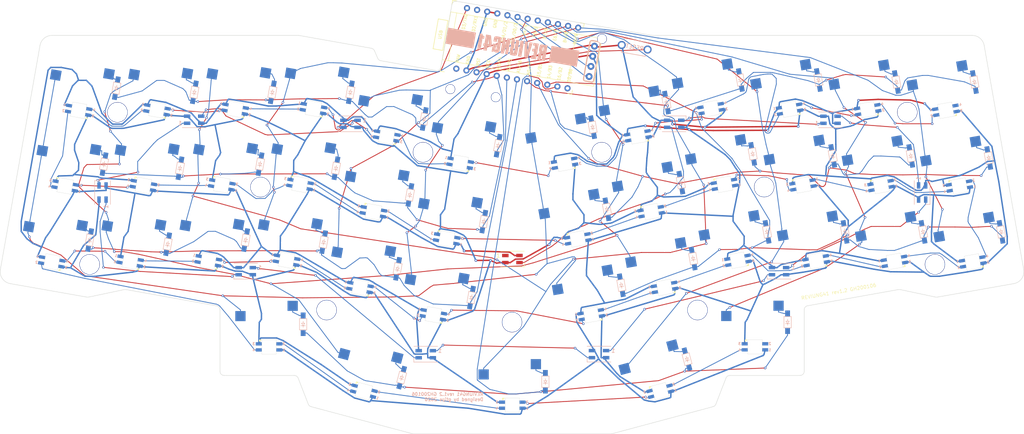
<source format=kicad_pcb>
(kicad_pcb (version 20171130) (host pcbnew 5.1.9-73d0e3b20d~88~ubuntu16.04.1)
  (title_block (title REVIUNG41) (date 2020-01-06) (rev 1.2))
  (layers (0 F.Cu signal) (31 B.Cu signal) (34 B.Paste user) (35 F.Paste user) (36 B.SilkS user) (37 F.SilkS user) (38 B.Mask user) (39 F.Mask user) (44 Edge.Cuts user))
  (net 0 "")
  (net 1 "Net-(D1-Pad2)")
  (net 2 row0)
  (net 3 "Net-(D2-Pad2)")
  (net 4 "Net-(D3-Pad2)")
  (net 5 "Net-(D4-Pad2)")
  (net 6 "Net-(D5-Pad2)")
  (net 7 "Net-(D6-Pad2)")
  (net 8 row1)
  (net 9 "Net-(D7-Pad2)")
  (net 10 "Net-(D8-Pad2)")
  (net 11 "Net-(D9-Pad2)")
  (net 12 "Net-(D10-Pad2)")
  (net 13 "Net-(D11-Pad2)")
  (net 14 "Net-(D12-Pad2)")
  (net 15 row2)
  (net 16 "Net-(D13-Pad2)")
  (net 17 "Net-(D14-Pad2)")
  (net 18 "Net-(D15-Pad2)")
  (net 19 "Net-(D16-Pad2)")
  (net 20 "Net-(D17-Pad2)")
  (net 21 "Net-(D18-Pad2)")
  (net 22 row3)
  (net 23 "Net-(D19-Pad2)")
  (net 24 "Net-(D20-Pad2)")
  (net 25 "Net-(D21-Pad2)")
  (net 26 "Net-(D22-Pad2)")
  (net 27 "Net-(D23-Pad2)")
  (net 28 "Net-(D24-Pad2)")
  (net 29 row4)
  (net 30 "Net-(D25-Pad2)")
  (net 31 "Net-(D26-Pad2)")
  (net 32 "Net-(D27-Pad2)")
  (net 33 "Net-(D28-Pad2)")
  (net 34 "Net-(D29-Pad2)")
  (net 35 "Net-(D30-Pad2)")
  (net 36 row5)
  (net 37 "Net-(D31-Pad2)")
  (net 38 "Net-(D32-Pad2)")
  (net 39 "Net-(D33-Pad2)")
  (net 40 "Net-(D34-Pad2)")
  (net 41 "Net-(D35-Pad2)")
  (net 42 "Net-(D36-Pad2)")
  (net 43 row6)
  (net 44 "Net-(D37-Pad2)")
  (net 45 "Net-(D38-Pad2)")
  (net 46 "Net-(D39-Pad2)")
  (net 47 "Net-(D40-Pad2)")
  (net 48 "Net-(D41-Pad2)")
  (net 49 LED)
  (net 50 VCC)
  (net 51 GND)
  (net 52 col0)
  (net 53 col1)
  (net 54 col2)
  (net 55 col3)
  (net 56 col4)
  (net 57 col5)
  (net 58 reset)
  (net 59 SDA)
  (net 60 SCL)
  (net 61 "Net-(U1-Pad2)")
  (net 62 "Net-(U1-Pad13)")
  (net 63 "Net-(U1-Pad24)")
  (net 64 "Net-(D42-Pad1)")
  (net 65 "Net-(D43-Pad1)")
  (net 66 "Net-(D44-Pad1)")
  (net 67 "Net-(D45-Pad1)")
  (net 68 "Net-(D46-Pad1)")
  (net 69 "Net-(D47-Pad1)")
  (net 70 "Net-(D48-Pad1)")
  (net 71 "Net-(D49-Pad1)")
  (net 72 "Net-(D50-Pad1)")
  (net 73 "Net-(D51-Pad1)")
  (net 74 "Net-(D52-Pad1)")
  (net 75 "Net-(D53-Pad3)")
  (net 76 "Net-(D53-Pad1)")
  (net 77 "Net-(D54-Pad3)")
  (net 78 "Net-(D55-Pad3)")
  (net 79 "Net-(D56-Pad3)")
  (net 80 "Net-(D57-Pad3)")
  (net 81 "Net-(D58-Pad3)")
  (net 82 "Net-(D59-Pad3)")
  (net 83 "Net-(D60-Pad3)")
  (net 84 "Net-(D61-Pad3)")
  (net 85 "Net-(D62-Pad3)")
  (net 86 "Net-(D63-Pad3)")
  (net 87 "Net-(D64-Pad1)")
  (net 88 "Net-(D65-Pad1)")
  (net 89 "Net-(D66-Pad1)")
  (net 90 "Net-(D67-Pad1)")
  (net 91 "Net-(D68-Pad1)")
  (net 92 "Net-(D69-Pad1)")
  (net 93 "Net-(D70-Pad1)")
  (net 94 "Net-(D71-Pad1)")
  (net 95 "Net-(D72-Pad1)")
  (net 96 "Net-(D73-Pad1)")
  (net 97 "Net-(D74-Pad1)")
  (net 98 "Net-(D75-Pad3)")
  (net 99 "Net-(D75-Pad1)")
  (net 100 "Net-(D76-Pad3)")
  (net 101 "Net-(D77-Pad3)")
  (net 102 "Net-(D78-Pad3)")
  (net 103 "Net-(D79-Pad3)")
  (net 104 "Net-(D80-Pad3)")
  (net 105 "Net-(D81-Pad3)")
  (net 106 "Net-(D82-Pad3)")
  (net 107 "Net-(D83-Pad3)")
  (net 108 "Net-(D84-Pad3)")
  (net 109 "Net-(D86-Pad1)")
  (net 110 "Net-(D87-Pad1)")
  (net 111 "Net-(D88-Pad1)")
  (net 112 "Net-(D89-Pad1)")
  (net 113 "Net-(D90-Pad1)")
  (net 114 "Net-(D91-Pad1)")
  (net 115 "Net-(D92-Pad1)")
  (net 116 "Net-(D93-Pad1)")
  (module pcb:SW-MX-hotswap (layer F.Cu) (at 204.77 130.55)
    (fp_text reference SW41)
    (fp_text value SW_PUSH)
    (pad "" np_thru_hole circle (at -3.81 -2.54) (size 3 3) (drill 3) (layers *.Cu *.Mask))
    (pad "" np_thru_hole circle (at 5.08 0 48.0996) (size 1.75 1.75) (drill 1.75) (layers *.Cu *.Mask))
    (pad "" np_thru_hole circle (at -5.08 0 48.0996) (size 1.75 1.75) (drill 1.75) (layers *.Cu *.Mask))
    (pad 1 smd rect (at -7.085 -2.54) (size 2.55 2.5) (layers B.Cu B.Paste B.Mask) (net 56 col4))
    (pad "" np_thru_hole circle (at 0 0) (size 3.9878 3.9878) (drill 3.9878) (layers *.Cu *.Mask))
    (pad "" np_thru_hole circle (at 2.54 -5.08) (size 3 3) (drill 3) (layers *.Cu *.Mask))
    (pad 2 smd rect (at 5.842 -5.08) (size 2.55 2.5) (layers B.Cu B.Paste B.Mask) (net 48 "Net-(D41-Pad2)"))
  )
  (module pcb:SW-MX-hotswap (layer F.Cu) (at 180.03 141.71 15)
    (fp_text reference SW40)
    (fp_text value SW_PUSH)
    (pad "" np_thru_hole circle (at -3.81 -2.54 15) (size 3 3) (drill 3) (layers *.Cu *.Mask))
    (pad "" np_thru_hole circle (at 5.08 0 63.0996) (size 1.75 1.75) (drill 1.75) (layers *.Cu *.Mask))
    (pad "" np_thru_hole circle (at -5.08 0 63.0996) (size 1.75 1.75) (drill 1.75) (layers *.Cu *.Mask))
    (pad 1 smd rect (at -7.085 -2.54 15) (size 2.55 2.5) (layers B.Cu B.Paste B.Mask) (net 55 col3))
    (pad "" np_thru_hole circle (at 0 0 15) (size 3.9878 3.9878) (drill 3.9878) (layers *.Cu *.Mask))
    (pad "" np_thru_hole circle (at 2.54 -5.08 15) (size 3 3) (drill 3) (layers *.Cu *.Mask))
    (pad 2 smd rect (at 5.842 -5.08 15) (size 2.55 2.5) (layers B.Cu B.Paste B.Mask) (net 47 "Net-(D40-Pad2)"))
  )
  (module pcb:SW-MX-hotswap (layer F.Cu) (at 144.72 145)
    (fp_text reference SW39)
    (fp_text value SW_2U_PUSH)
    (pad "" np_thru_hole circle (at -3.81 -2.54) (size 3 3) (drill 3) (layers *.Cu *.Mask))
    (pad "" np_thru_hole circle (at 5.08 0 48.0996) (size 1.75 1.75) (drill 1.75) (layers *.Cu *.Mask))
    (pad "" np_thru_hole circle (at -5.08 0 48.0996) (size 1.75 1.75) (drill 1.75) (layers *.Cu *.Mask))
    (pad 1 smd rect (at -7.085 -2.54) (size 2.55 2.5) (layers B.Cu B.Paste B.Mask) (net 54 col2))
    (pad "" np_thru_hole circle (at 0 0) (size 3.9878 3.9878) (drill 3.9878) (layers *.Cu *.Mask))
    (pad "" np_thru_hole circle (at 2.54 -5.08) (size 3 3) (drill 3) (layers *.Cu *.Mask))
    (pad 2 smd rect (at 5.842 -5.08) (size 2.55 2.5) (layers B.Cu B.Paste B.Mask) (net 46 "Net-(D39-Pad2)"))
  )
  (module pcb:SW-MX-hotswap (layer F.Cu) (at 109.302 141.715 345)
    (fp_text reference SW38)
    (fp_text value SW_PUSH)
    (pad "" np_thru_hole circle (at -3.81 -2.54 345) (size 3 3) (drill 3) (layers *.Cu *.Mask))
    (pad "" np_thru_hole circle (at 5.08 0 33.0996) (size 1.75 1.75) (drill 1.75) (layers *.Cu *.Mask))
    (pad "" np_thru_hole circle (at -5.08 0 33.0996) (size 1.75 1.75) (drill 1.75) (layers *.Cu *.Mask))
    (pad 1 smd rect (at -7.085 -2.54 345) (size 2.55 2.5) (layers B.Cu B.Paste B.Mask) (net 53 col1))
    (pad "" np_thru_hole circle (at 0 0 345) (size 3.9878 3.9878) (drill 3.9878) (layers *.Cu *.Mask))
    (pad "" np_thru_hole circle (at 2.54 -5.08 345) (size 3 3) (drill 3) (layers *.Cu *.Mask))
    (pad 2 smd rect (at 5.842 -5.08 345) (size 2.55 2.5) (layers B.Cu B.Paste B.Mask) (net 45 "Net-(D38-Pad2)"))
  )
  (module pcb:SW-MX-hotswap (layer F.Cu) (at 84.53 130.57)
    (fp_text reference SW37)
    (fp_text value SW_PUSH)
    (pad "" np_thru_hole circle (at -3.81 -2.54) (size 3 3) (drill 3) (layers *.Cu *.Mask))
    (pad "" np_thru_hole circle (at 5.08 0 48.0996) (size 1.75 1.75) (drill 1.75) (layers *.Cu *.Mask))
    (pad "" np_thru_hole circle (at -5.08 0 48.0996) (size 1.75 1.75) (drill 1.75) (layers *.Cu *.Mask))
    (pad 1 smd rect (at -7.085 -2.54) (size 2.55 2.5) (layers B.Cu B.Paste B.Mask) (net 52 col0))
    (pad "" np_thru_hole circle (at 0 0) (size 3.9878 3.9878) (drill 3.9878) (layers *.Cu *.Mask))
    (pad "" np_thru_hole circle (at 2.54 -5.08) (size 3 3) (drill 3) (layers *.Cu *.Mask))
    (pad 2 smd rect (at 5.842 -5.08) (size 2.55 2.5) (layers B.Cu B.Paste B.Mask) (net 44 "Net-(D37-Pad2)"))
  )
  (module pcb:SW-MX-hotswap (layer F.Cu) (at 257.78 109.62 10)
    (fp_text reference SW36)
    (fp_text value SW_PUSH)
    (pad "" np_thru_hole circle (at -3.81 -2.54 10) (size 3 3) (drill 3) (layers *.Cu *.Mask))
    (pad "" np_thru_hole circle (at 5.08 0 58.0996) (size 1.75 1.75) (drill 1.75) (layers *.Cu *.Mask))
    (pad "" np_thru_hole circle (at -5.08 0 58.0996) (size 1.75 1.75) (drill 1.75) (layers *.Cu *.Mask))
    (pad 1 smd rect (at -7.085 -2.54 10) (size 2.55 2.5) (layers B.Cu B.Paste B.Mask) (net 57 col5))
    (pad "" np_thru_hole circle (at 0 0 10) (size 3.9878 3.9878) (drill 3.9878) (layers *.Cu *.Mask))
    (pad "" np_thru_hole circle (at 2.54 -5.08 10) (size 3 3) (drill 3) (layers *.Cu *.Mask))
    (pad 2 smd rect (at 5.842 -5.08 10) (size 2.55 2.5) (layers B.Cu B.Paste B.Mask) (net 42 "Net-(D36-Pad2)"))
  )
  (module pcb:SW-MX-hotswap (layer F.Cu) (at 238.41 109.48 10)
    (fp_text reference SW35)
    (fp_text value SW_PUSH)
    (pad "" np_thru_hole circle (at -3.81 -2.54 10) (size 3 3) (drill 3) (layers *.Cu *.Mask))
    (pad "" np_thru_hole circle (at 5.08 0 58.0996) (size 1.75 1.75) (drill 1.75) (layers *.Cu *.Mask))
    (pad "" np_thru_hole circle (at -5.08 0 58.0996) (size 1.75 1.75) (drill 1.75) (layers *.Cu *.Mask))
    (pad 1 smd rect (at -7.085 -2.54 10) (size 2.55 2.5) (layers B.Cu B.Paste B.Mask) (net 56 col4))
    (pad "" np_thru_hole circle (at 0 0 10) (size 3.9878 3.9878) (drill 3.9878) (layers *.Cu *.Mask))
    (pad "" np_thru_hole circle (at 2.54 -5.08 10) (size 3 3) (drill 3) (layers *.Cu *.Mask))
    (pad 2 smd rect (at 5.842 -5.08 10) (size 2.55 2.5) (layers B.Cu B.Paste B.Mask) (net 41 "Net-(D35-Pad2)"))
  )
  (module pcb:SW-MX-hotswap (layer F.Cu) (at 219.06 109.32 10)
    (fp_text reference SW34)
    (fp_text value SW_PUSH)
    (pad "" np_thru_hole circle (at -3.81 -2.54 10) (size 3 3) (drill 3) (layers *.Cu *.Mask))
    (pad "" np_thru_hole circle (at 5.08 0 58.0996) (size 1.75 1.75) (drill 1.75) (layers *.Cu *.Mask))
    (pad "" np_thru_hole circle (at -5.08 0 58.0996) (size 1.75 1.75) (drill 1.75) (layers *.Cu *.Mask))
    (pad 1 smd rect (at -7.085 -2.54 10) (size 2.55 2.5) (layers B.Cu B.Paste B.Mask) (net 55 col3))
    (pad "" np_thru_hole circle (at 0 0 10) (size 3.9878 3.9878) (drill 3.9878) (layers *.Cu *.Mask))
    (pad "" np_thru_hole circle (at 2.54 -5.08 10) (size 3 3) (drill 3) (layers *.Cu *.Mask))
    (pad 2 smd rect (at 5.842 -5.08 10) (size 2.55 2.5) (layers B.Cu B.Paste B.Mask) (net 40 "Net-(D34-Pad2)"))
  )
  (module pcb:SW-MX-hotswap (layer F.Cu) (at 199.67 109.21 10)
    (fp_text reference SW33)
    (fp_text value SW_PUSH)
    (pad "" np_thru_hole circle (at -3.81 -2.54 10) (size 3 3) (drill 3) (layers *.Cu *.Mask))
    (pad "" np_thru_hole circle (at 5.08 0 58.0996) (size 1.75 1.75) (drill 1.75) (layers *.Cu *.Mask))
    (pad "" np_thru_hole circle (at -5.08 0 58.0996) (size 1.75 1.75) (drill 1.75) (layers *.Cu *.Mask))
    (pad 1 smd rect (at -7.085 -2.54 10) (size 2.55 2.5) (layers B.Cu B.Paste B.Mask) (net 54 col2))
    (pad "" np_thru_hole circle (at 0 0 10) (size 3.9878 3.9878) (drill 3.9878) (layers *.Cu *.Mask))
    (pad "" np_thru_hole circle (at 2.54 -5.08 10) (size 3 3) (drill 3) (layers *.Cu *.Mask))
    (pad 2 smd rect (at 5.842 -5.08 10) (size 2.55 2.5) (layers B.Cu B.Paste B.Mask) (net 39 "Net-(D33-Pad2)"))
  )
  (module pcb:SW-MX-hotswap (layer F.Cu) (at 181.52 115.93 10)
    (fp_text reference SW32)
    (fp_text value SW_PUSH)
    (pad "" np_thru_hole circle (at -3.81 -2.54 10) (size 3 3) (drill 3) (layers *.Cu *.Mask))
    (pad "" np_thru_hole circle (at 5.08 0 58.0996) (size 1.75 1.75) (drill 1.75) (layers *.Cu *.Mask))
    (pad "" np_thru_hole circle (at -5.08 0 58.0996) (size 1.75 1.75) (drill 1.75) (layers *.Cu *.Mask))
    (pad 1 smd rect (at -7.085 -2.54 10) (size 2.55 2.5) (layers B.Cu B.Paste B.Mask) (net 53 col1))
    (pad "" np_thru_hole circle (at 0 0 10) (size 3.9878 3.9878) (drill 3.9878) (layers *.Cu *.Mask))
    (pad "" np_thru_hole circle (at 2.54 -5.08 10) (size 3 3) (drill 3) (layers *.Cu *.Mask))
    (pad 2 smd rect (at 5.842 -5.08 10) (size 2.55 2.5) (layers B.Cu B.Paste B.Mask) (net 38 "Net-(D32-Pad2)"))
  )
  (module pcb:SW-MX-hotswap (layer F.Cu) (at 163.39 122.69 10)
    (fp_text reference SW31)
    (fp_text value SW_PUSH)
    (pad "" np_thru_hole circle (at -3.81 -2.54 10) (size 3 3) (drill 3) (layers *.Cu *.Mask))
    (pad "" np_thru_hole circle (at 5.08 0 58.0996) (size 1.75 1.75) (drill 1.75) (layers *.Cu *.Mask))
    (pad "" np_thru_hole circle (at -5.08 0 58.0996) (size 1.75 1.75) (drill 1.75) (layers *.Cu *.Mask))
    (pad 1 smd rect (at -7.085 -2.54 10) (size 2.55 2.5) (layers B.Cu B.Paste B.Mask) (net 52 col0))
    (pad "" np_thru_hole circle (at 0 0 10) (size 3.9878 3.9878) (drill 3.9878) (layers *.Cu *.Mask))
    (pad "" np_thru_hole circle (at 2.54 -5.08 10) (size 3 3) (drill 3) (layers *.Cu *.Mask))
    (pad 2 smd rect (at 5.842 -5.08 10) (size 2.55 2.5) (layers B.Cu B.Paste B.Mask) (net 37 "Net-(D31-Pad2)"))
  )
  (module pcb:SW-MX-hotswap (layer F.Cu) (at 254.49 90.83 10)
    (fp_text reference SW30)
    (fp_text value SW_PUSH)
    (pad "" np_thru_hole circle (at -3.81 -2.54 10) (size 3 3) (drill 3) (layers *.Cu *.Mask))
    (pad "" np_thru_hole circle (at 5.08 0 58.0996) (size 1.75 1.75) (drill 1.75) (layers *.Cu *.Mask))
    (pad "" np_thru_hole circle (at -5.08 0 58.0996) (size 1.75 1.75) (drill 1.75) (layers *.Cu *.Mask))
    (pad 1 smd rect (at -7.085 -2.54 10) (size 2.55 2.5) (layers B.Cu B.Paste B.Mask) (net 57 col5))
    (pad "" np_thru_hole circle (at 0 0 10) (size 3.9878 3.9878) (drill 3.9878) (layers *.Cu *.Mask))
    (pad "" np_thru_hole circle (at 2.54 -5.08 10) (size 3 3) (drill 3) (layers *.Cu *.Mask))
    (pad 2 smd rect (at 5.842 -5.08 10) (size 2.55 2.5) (layers B.Cu B.Paste B.Mask) (net 35 "Net-(D30-Pad2)"))
  )
  (module pcb:SW-MX-hotswap (layer F.Cu) (at 235.1 90.71 10)
    (fp_text reference SW29)
    (fp_text value SW_PUSH)
    (pad "" np_thru_hole circle (at -3.81 -2.54 10) (size 3 3) (drill 3) (layers *.Cu *.Mask))
    (pad "" np_thru_hole circle (at 5.08 0 58.0996) (size 1.75 1.75) (drill 1.75) (layers *.Cu *.Mask))
    (pad "" np_thru_hole circle (at -5.08 0 58.0996) (size 1.75 1.75) (drill 1.75) (layers *.Cu *.Mask))
    (pad 1 smd rect (at -7.085 -2.54 10) (size 2.55 2.5) (layers B.Cu B.Paste B.Mask) (net 56 col4))
    (pad "" np_thru_hole circle (at 0 0 10) (size 3.9878 3.9878) (drill 3.9878) (layers *.Cu *.Mask))
    (pad "" np_thru_hole circle (at 2.54 -5.08 10) (size 3 3) (drill 3) (layers *.Cu *.Mask))
    (pad 2 smd rect (at 5.842 -5.08 10) (size 2.55 2.5) (layers B.Cu B.Paste B.Mask) (net 34 "Net-(D29-Pad2)"))
  )
  (module pcb:SW-MX-hotswap (layer F.Cu) (at 215.77 90.55 10)
    (fp_text reference SW28)
    (fp_text value SW_PUSH)
    (pad "" np_thru_hole circle (at -3.81 -2.54 10) (size 3 3) (drill 3) (layers *.Cu *.Mask))
    (pad "" np_thru_hole circle (at 5.08 0 58.0996) (size 1.75 1.75) (drill 1.75) (layers *.Cu *.Mask))
    (pad "" np_thru_hole circle (at -5.08 0 58.0996) (size 1.75 1.75) (drill 1.75) (layers *.Cu *.Mask))
    (pad 1 smd rect (at -7.085 -2.54 10) (size 2.55 2.5) (layers B.Cu B.Paste B.Mask) (net 55 col3))
    (pad "" np_thru_hole circle (at 0 0 10) (size 3.9878 3.9878) (drill 3.9878) (layers *.Cu *.Mask))
    (pad "" np_thru_hole circle (at 2.54 -5.08 10) (size 3 3) (drill 3) (layers *.Cu *.Mask))
    (pad 2 smd rect (at 5.842 -5.08 10) (size 2.55 2.5) (layers B.Cu B.Paste B.Mask) (net 33 "Net-(D28-Pad2)"))
  )
  (module pcb:SW-MX-hotswap (layer F.Cu) (at 196.34 90.41 10)
    (fp_text reference SW27)
    (fp_text value SW_PUSH)
    (pad "" np_thru_hole circle (at -3.81 -2.54 10) (size 3 3) (drill 3) (layers *.Cu *.Mask))
    (pad "" np_thru_hole circle (at 5.08 0 58.0996) (size 1.75 1.75) (drill 1.75) (layers *.Cu *.Mask))
    (pad "" np_thru_hole circle (at -5.08 0 58.0996) (size 1.75 1.75) (drill 1.75) (layers *.Cu *.Mask))
    (pad 1 smd rect (at -7.085 -2.54 10) (size 2.55 2.5) (layers B.Cu B.Paste B.Mask) (net 54 col2))
    (pad "" np_thru_hole circle (at 0 0 10) (size 3.9878 3.9878) (drill 3.9878) (layers *.Cu *.Mask))
    (pad "" np_thru_hole circle (at 2.54 -5.08 10) (size 3 3) (drill 3) (layers *.Cu *.Mask))
    (pad 2 smd rect (at 5.842 -5.08 10) (size 2.55 2.5) (layers B.Cu B.Paste B.Mask) (net 32 "Net-(D27-Pad2)"))
  )
  (module pcb:SW-MX-hotswap (layer F.Cu) (at 178.21 97.18 10)
    (fp_text reference SW26)
    (fp_text value SW_PUSH)
    (pad "" np_thru_hole circle (at -3.81 -2.54 10) (size 3 3) (drill 3) (layers *.Cu *.Mask))
    (pad "" np_thru_hole circle (at 5.08 0 58.0996) (size 1.75 1.75) (drill 1.75) (layers *.Cu *.Mask))
    (pad "" np_thru_hole circle (at -5.08 0 58.0996) (size 1.75 1.75) (drill 1.75) (layers *.Cu *.Mask))
    (pad 1 smd rect (at -7.085 -2.54 10) (size 2.55 2.5) (layers B.Cu B.Paste B.Mask) (net 53 col1))
    (pad "" np_thru_hole circle (at 0 0 10) (size 3.9878 3.9878) (drill 3.9878) (layers *.Cu *.Mask))
    (pad "" np_thru_hole circle (at 2.54 -5.08 10) (size 3 3) (drill 3) (layers *.Cu *.Mask))
    (pad 2 smd rect (at 5.842 -5.08 10) (size 2.55 2.5) (layers B.Cu B.Paste B.Mask) (net 31 "Net-(D26-Pad2)"))
  )
  (module pcb:SW-MX-hotswap (layer F.Cu) (at 160.04 103.92 10)
    (fp_text reference SW25)
    (fp_text value SW_PUSH)
    (pad "" np_thru_hole circle (at -3.81 -2.54 10) (size 3 3) (drill 3) (layers *.Cu *.Mask))
    (pad "" np_thru_hole circle (at 5.08 0 58.0996) (size 1.75 1.75) (drill 1.75) (layers *.Cu *.Mask))
    (pad "" np_thru_hole circle (at -5.08 0 58.0996) (size 1.75 1.75) (drill 1.75) (layers *.Cu *.Mask))
    (pad 1 smd rect (at -7.085 -2.54 10) (size 2.55 2.5) (layers B.Cu B.Paste B.Mask) (net 52 col0))
    (pad "" np_thru_hole circle (at 0 0 10) (size 3.9878 3.9878) (drill 3.9878) (layers *.Cu *.Mask))
    (pad "" np_thru_hole circle (at 2.54 -5.08 10) (size 3 3) (drill 3) (layers *.Cu *.Mask))
    (pad 2 smd rect (at 5.842 -5.08 10) (size 2.55 2.5) (layers B.Cu B.Paste B.Mask) (net 30 "Net-(D25-Pad2)"))
  )
  (module pcb:SW-MX-hotswap (layer F.Cu) (at 251.15 72.1 10)
    (fp_text reference SW24)
    (fp_text value SW_PUSH)
    (pad "" np_thru_hole circle (at -3.81 -2.54 10) (size 3 3) (drill 3) (layers *.Cu *.Mask))
    (pad "" np_thru_hole circle (at 5.08 0 58.0996) (size 1.75 1.75) (drill 1.75) (layers *.Cu *.Mask))
    (pad "" np_thru_hole circle (at -5.08 0 58.0996) (size 1.75 1.75) (drill 1.75) (layers *.Cu *.Mask))
    (pad 1 smd rect (at -7.085 -2.54 10) (size 2.55 2.5) (layers B.Cu B.Paste B.Mask) (net 57 col5))
    (pad "" np_thru_hole circle (at 0 0 10) (size 3.9878 3.9878) (drill 3.9878) (layers *.Cu *.Mask))
    (pad "" np_thru_hole circle (at 2.54 -5.08 10) (size 3 3) (drill 3) (layers *.Cu *.Mask))
    (pad 2 smd rect (at 5.842 -5.08 10) (size 2.55 2.5) (layers B.Cu B.Paste B.Mask) (net 28 "Net-(D24-Pad2)"))
  )
  (module pcb:SW-MX-hotswap (layer F.Cu) (at 231.81 71.94 10)
    (fp_text reference SW23)
    (fp_text value SW_PUSH)
    (pad "" np_thru_hole circle (at -3.81 -2.54 10) (size 3 3) (drill 3) (layers *.Cu *.Mask))
    (pad "" np_thru_hole circle (at 5.08 0 58.0996) (size 1.75 1.75) (drill 1.75) (layers *.Cu *.Mask))
    (pad "" np_thru_hole circle (at -5.08 0 58.0996) (size 1.75 1.75) (drill 1.75) (layers *.Cu *.Mask))
    (pad 1 smd rect (at -7.085 -2.54 10) (size 2.55 2.5) (layers B.Cu B.Paste B.Mask) (net 56 col4))
    (pad "" np_thru_hole circle (at 0 0 10) (size 3.9878 3.9878) (drill 3.9878) (layers *.Cu *.Mask))
    (pad "" np_thru_hole circle (at 2.54 -5.08 10) (size 3 3) (drill 3) (layers *.Cu *.Mask))
    (pad 2 smd rect (at 5.842 -5.08 10) (size 2.55 2.5) (layers B.Cu B.Paste B.Mask) (net 27 "Net-(D23-Pad2)"))
  )
  (module pcb:SW-MX-hotswap (layer F.Cu) (at 212.44 71.81 10)
    (fp_text reference SW22)
    (fp_text value SW_PUSH)
    (pad "" np_thru_hole circle (at -3.81 -2.54 10) (size 3 3) (drill 3) (layers *.Cu *.Mask))
    (pad "" np_thru_hole circle (at 5.08 0 58.0996) (size 1.75 1.75) (drill 1.75) (layers *.Cu *.Mask))
    (pad "" np_thru_hole circle (at -5.08 0 58.0996) (size 1.75 1.75) (drill 1.75) (layers *.Cu *.Mask))
    (pad 1 smd rect (at -7.085 -2.54 10) (size 2.55 2.5) (layers B.Cu B.Paste B.Mask) (net 55 col3))
    (pad "" np_thru_hole circle (at 0 0 10) (size 3.9878 3.9878) (drill 3.9878) (layers *.Cu *.Mask))
    (pad "" np_thru_hole circle (at 2.54 -5.08 10) (size 3 3) (drill 3) (layers *.Cu *.Mask))
    (pad 2 smd rect (at 5.842 -5.08 10) (size 2.55 2.5) (layers B.Cu B.Paste B.Mask) (net 26 "Net-(D22-Pad2)"))
  )
  (module pcb:SW-MX-hotswap (layer F.Cu) (at 193.05 71.67 10)
    (fp_text reference SW21)
    (fp_text value SW_PUSH)
    (pad "" np_thru_hole circle (at -3.81 -2.54 10) (size 3 3) (drill 3) (layers *.Cu *.Mask))
    (pad "" np_thru_hole circle (at 5.08 0 58.0996) (size 1.75 1.75) (drill 1.75) (layers *.Cu *.Mask))
    (pad "" np_thru_hole circle (at -5.08 0 58.0996) (size 1.75 1.75) (drill 1.75) (layers *.Cu *.Mask))
    (pad 1 smd rect (at -7.085 -2.54 10) (size 2.55 2.5) (layers B.Cu B.Paste B.Mask) (net 54 col2))
    (pad "" np_thru_hole circle (at 0 0 10) (size 3.9878 3.9878) (drill 3.9878) (layers *.Cu *.Mask))
    (pad "" np_thru_hole circle (at 2.54 -5.08 10) (size 3 3) (drill 3) (layers *.Cu *.Mask))
    (pad 2 smd rect (at 5.842 -5.08 10) (size 2.55 2.5) (layers B.Cu B.Paste B.Mask) (net 25 "Net-(D21-Pad2)"))
  )
  (module pcb:SW-MX-hotswap (layer F.Cu) (at 174.92 78.41 10)
    (fp_text reference SW20)
    (fp_text value SW_PUSH)
    (pad "" np_thru_hole circle (at -3.81 -2.54 10) (size 3 3) (drill 3) (layers *.Cu *.Mask))
    (pad "" np_thru_hole circle (at 5.08 0 58.0996) (size 1.75 1.75) (drill 1.75) (layers *.Cu *.Mask))
    (pad "" np_thru_hole circle (at -5.08 0 58.0996) (size 1.75 1.75) (drill 1.75) (layers *.Cu *.Mask))
    (pad 1 smd rect (at -7.085 -2.54 10) (size 2.55 2.5) (layers B.Cu B.Paste B.Mask) (net 53 col1))
    (pad "" np_thru_hole circle (at 0 0 10) (size 3.9878 3.9878) (drill 3.9878) (layers *.Cu *.Mask))
    (pad "" np_thru_hole circle (at 2.54 -5.08 10) (size 3 3) (drill 3) (layers *.Cu *.Mask))
    (pad 2 smd rect (at 5.842 -5.08 10) (size 2.55 2.5) (layers B.Cu B.Paste B.Mask) (net 24 "Net-(D20-Pad2)"))
  )
  (module pcb:SW-MX-hotswap (layer F.Cu) (at 156.77 85.19 10)
    (fp_text reference SW19)
    (fp_text value SW_PUSH)
    (pad "" np_thru_hole circle (at -3.81 -2.54 10) (size 3 3) (drill 3) (layers *.Cu *.Mask))
    (pad "" np_thru_hole circle (at 5.08 0 58.0996) (size 1.75 1.75) (drill 1.75) (layers *.Cu *.Mask))
    (pad "" np_thru_hole circle (at -5.08 0 58.0996) (size 1.75 1.75) (drill 1.75) (layers *.Cu *.Mask))
    (pad 1 smd rect (at -7.085 -2.54 10) (size 2.55 2.5) (layers B.Cu B.Paste B.Mask) (net 52 col0))
    (pad "" np_thru_hole circle (at 0 0 10) (size 3.9878 3.9878) (drill 3.9878) (layers *.Cu *.Mask))
    (pad "" np_thru_hole circle (at 2.54 -5.08 10) (size 3 3) (drill 3) (layers *.Cu *.Mask))
    (pad 2 smd rect (at 5.842 -5.08 10) (size 2.55 2.5) (layers B.Cu B.Paste B.Mask) (net 23 "Net-(D19-Pad2)"))
  )
  (module pcb:SW-MX-hotswap (layer F.Cu) (at 126.06 122.71 350)
    (fp_text reference SW18)
    (fp_text value SW_PUSH)
    (pad "" np_thru_hole circle (at -3.81 -2.54 350) (size 3 3) (drill 3) (layers *.Cu *.Mask))
    (pad "" np_thru_hole circle (at 5.08 0 38.0996) (size 1.75 1.75) (drill 1.75) (layers *.Cu *.Mask))
    (pad "" np_thru_hole circle (at -5.08 0 38.0996) (size 1.75 1.75) (drill 1.75) (layers *.Cu *.Mask))
    (pad 1 smd rect (at -7.085 -2.54 350) (size 2.55 2.5) (layers B.Cu B.Paste B.Mask) (net 57 col5))
    (pad "" np_thru_hole circle (at 0 0 350) (size 3.9878 3.9878) (drill 3.9878) (layers *.Cu *.Mask))
    (pad "" np_thru_hole circle (at 2.54 -5.08 350) (size 3 3) (drill 3) (layers *.Cu *.Mask))
    (pad 2 smd rect (at 5.842 -5.08 350) (size 2.55 2.5) (layers B.Cu B.Paste B.Mask) (net 21 "Net-(D18-Pad2)"))
  )
  (module pcb:SW-MX-hotswap (layer F.Cu) (at 107.91 115.95 350)
    (fp_text reference SW17)
    (fp_text value SW_PUSH)
    (pad "" np_thru_hole circle (at -3.81 -2.54 350) (size 3 3) (drill 3) (layers *.Cu *.Mask))
    (pad "" np_thru_hole circle (at 5.08 0 38.0996) (size 1.75 1.75) (drill 1.75) (layers *.Cu *.Mask))
    (pad "" np_thru_hole circle (at -5.08 0 38.0996) (size 1.75 1.75) (drill 1.75) (layers *.Cu *.Mask))
    (pad 1 smd rect (at -7.085 -2.54 350) (size 2.55 2.5) (layers B.Cu B.Paste B.Mask) (net 56 col4))
    (pad "" np_thru_hole circle (at 0 0 350) (size 3.9878 3.9878) (drill 3.9878) (layers *.Cu *.Mask))
    (pad "" np_thru_hole circle (at 2.54 -5.08 350) (size 3 3) (drill 3) (layers *.Cu *.Mask))
    (pad 2 smd rect (at 5.842 -5.08 350) (size 2.55 2.5) (layers B.Cu B.Paste B.Mask) (net 20 "Net-(D17-Pad2)"))
  )
  (module pcb:SW-MX-hotswap (layer F.Cu) (at 89.7546 109.198 350)
    (fp_text reference SW16)
    (fp_text value SW_PUSH)
    (pad "" np_thru_hole circle (at -3.81 -2.54 350) (size 3 3) (drill 3) (layers *.Cu *.Mask))
    (pad "" np_thru_hole circle (at 5.08 0 38.0996) (size 1.75 1.75) (drill 1.75) (layers *.Cu *.Mask))
    (pad "" np_thru_hole circle (at -5.08 0 38.0996) (size 1.75 1.75) (drill 1.75) (layers *.Cu *.Mask))
    (pad 1 smd rect (at -7.085 -2.54 350) (size 2.55 2.5) (layers B.Cu B.Paste B.Mask) (net 55 col3))
    (pad "" np_thru_hole circle (at 0 0 350) (size 3.9878 3.9878) (drill 3.9878) (layers *.Cu *.Mask))
    (pad "" np_thru_hole circle (at 2.54 -5.08 350) (size 3 3) (drill 3) (layers *.Cu *.Mask))
    (pad 2 smd rect (at 5.842 -5.08 350) (size 2.55 2.5) (layers B.Cu B.Paste B.Mask) (net 19 "Net-(D16-Pad2)"))
  )
  (module pcb:SW-MX-hotswap (layer F.Cu) (at 70.37 109.35 350)
    (fp_text reference SW15)
    (fp_text value SW_PUSH)
    (pad "" np_thru_hole circle (at -3.81 -2.54 350) (size 3 3) (drill 3) (layers *.Cu *.Mask))
    (pad "" np_thru_hole circle (at 5.08 0 38.0996) (size 1.75 1.75) (drill 1.75) (layers *.Cu *.Mask))
    (pad "" np_thru_hole circle (at -5.08 0 38.0996) (size 1.75 1.75) (drill 1.75) (layers *.Cu *.Mask))
    (pad 1 smd rect (at -7.085 -2.54 350) (size 2.55 2.5) (layers B.Cu B.Paste B.Mask) (net 54 col2))
    (pad "" np_thru_hole circle (at 0 0 350) (size 3.9878 3.9878) (drill 3.9878) (layers *.Cu *.Mask))
    (pad "" np_thru_hole circle (at 2.54 -5.08 350) (size 3 3) (drill 3) (layers *.Cu *.Mask))
    (pad 2 smd rect (at 5.842 -5.08 350) (size 2.55 2.5) (layers B.Cu B.Paste B.Mask) (net 18 "Net-(D15-Pad2)"))
  )
  (module pcb:SW-MX-hotswap (layer F.Cu) (at 51.03 109.46 350)
    (fp_text reference SW14)
    (fp_text value SW_PUSH)
    (pad "" np_thru_hole circle (at -3.81 -2.54 350) (size 3 3) (drill 3) (layers *.Cu *.Mask))
    (pad "" np_thru_hole circle (at 5.08 0 38.0996) (size 1.75 1.75) (drill 1.75) (layers *.Cu *.Mask))
    (pad "" np_thru_hole circle (at -5.08 0 38.0996) (size 1.75 1.75) (drill 1.75) (layers *.Cu *.Mask))
    (pad 1 smd rect (at -7.085 -2.54 350) (size 2.55 2.5) (layers B.Cu B.Paste B.Mask) (net 53 col1))
    (pad "" np_thru_hole circle (at 0 0 350) (size 3.9878 3.9878) (drill 3.9878) (layers *.Cu *.Mask))
    (pad "" np_thru_hole circle (at 2.54 -5.08 350) (size 3 3) (drill 3) (layers *.Cu *.Mask))
    (pad 2 smd rect (at 5.842 -5.08 350) (size 2.55 2.5) (layers B.Cu B.Paste B.Mask) (net 17 "Net-(D14-Pad2)"))
  )
  (module pcb:SW-MX-hotswap (layer F.Cu) (at 31.63 109.62 350)
    (fp_text reference SW13)
    (fp_text value SW_PUSH)
    (pad "" np_thru_hole circle (at -3.81 -2.54 350) (size 3 3) (drill 3) (layers *.Cu *.Mask))
    (pad "" np_thru_hole circle (at 5.08 0 38.0996) (size 1.75 1.75) (drill 1.75) (layers *.Cu *.Mask))
    (pad "" np_thru_hole circle (at -5.08 0 38.0996) (size 1.75 1.75) (drill 1.75) (layers *.Cu *.Mask))
    (pad 1 smd rect (at -7.085 -2.54 350) (size 2.55 2.5) (layers B.Cu B.Paste B.Mask) (net 52 col0))
    (pad "" np_thru_hole circle (at 0 0 350) (size 3.9878 3.9878) (drill 3.9878) (layers *.Cu *.Mask))
    (pad "" np_thru_hole circle (at 2.54 -5.08 350) (size 3 3) (drill 3) (layers *.Cu *.Mask))
    (pad 2 smd rect (at 5.842 -5.08 350) (size 2.55 2.5) (layers B.Cu B.Paste B.Mask) (net 16 "Net-(D13-Pad2)"))
  )
  (module pcb:SW-MX-hotswap (layer F.Cu) (at 129.37 103.94 350)
    (fp_text reference SW12)
    (fp_text value SW_PUSH)
    (pad "" np_thru_hole circle (at -3.81 -2.54 350) (size 3 3) (drill 3) (layers *.Cu *.Mask))
    (pad "" np_thru_hole circle (at 5.08 0 38.0996) (size 1.75 1.75) (drill 1.75) (layers *.Cu *.Mask))
    (pad "" np_thru_hole circle (at -5.08 0 38.0996) (size 1.75 1.75) (drill 1.75) (layers *.Cu *.Mask))
    (pad 1 smd rect (at -7.085 -2.54 350) (size 2.55 2.5) (layers B.Cu B.Paste B.Mask) (net 57 col5))
    (pad "" np_thru_hole circle (at 0 0 350) (size 3.9878 3.9878) (drill 3.9878) (layers *.Cu *.Mask))
    (pad "" np_thru_hole circle (at 2.54 -5.08 350) (size 3 3) (drill 3) (layers *.Cu *.Mask))
    (pad 2 smd rect (at 5.842 -5.08 350) (size 2.55 2.5) (layers B.Cu B.Paste B.Mask) (net 14 "Net-(D12-Pad2)"))
  )
  (module pcb:SW-MX-hotswap (layer F.Cu) (at 111.22 97.22 350)
    (fp_text reference SW11)
    (fp_text value SW_PUSH)
    (pad "" np_thru_hole circle (at -3.81 -2.54 350) (size 3 3) (drill 3) (layers *.Cu *.Mask))
    (pad "" np_thru_hole circle (at 5.08 0 38.0996) (size 1.75 1.75) (drill 1.75) (layers *.Cu *.Mask))
    (pad "" np_thru_hole circle (at -5.08 0 38.0996) (size 1.75 1.75) (drill 1.75) (layers *.Cu *.Mask))
    (pad 1 smd rect (at -7.085 -2.54 350) (size 2.55 2.5) (layers B.Cu B.Paste B.Mask) (net 56 col4))
    (pad "" np_thru_hole circle (at 0 0 350) (size 3.9878 3.9878) (drill 3.9878) (layers *.Cu *.Mask))
    (pad "" np_thru_hole circle (at 2.54 -5.08 350) (size 3 3) (drill 3) (layers *.Cu *.Mask))
    (pad 2 smd rect (at 5.842 -5.08 350) (size 2.55 2.5) (layers B.Cu B.Paste B.Mask) (net 13 "Net-(D11-Pad2)"))
  )
  (module pcb:SW-MX-hotswap (layer F.Cu) (at 93.07 90.44 350)
    (fp_text reference SW10)
    (fp_text value SW_PUSH)
    (pad "" np_thru_hole circle (at -3.81 -2.54 350) (size 3 3) (drill 3) (layers *.Cu *.Mask))
    (pad "" np_thru_hole circle (at 5.08 0 38.0996) (size 1.75 1.75) (drill 1.75) (layers *.Cu *.Mask))
    (pad "" np_thru_hole circle (at -5.08 0 38.0996) (size 1.75 1.75) (drill 1.75) (layers *.Cu *.Mask))
    (pad 1 smd rect (at -7.085 -2.54 350) (size 2.55 2.5) (layers B.Cu B.Paste B.Mask) (net 55 col3))
    (pad "" np_thru_hole circle (at 0 0 350) (size 3.9878 3.9878) (drill 3.9878) (layers *.Cu *.Mask))
    (pad "" np_thru_hole circle (at 2.54 -5.08 350) (size 3 3) (drill 3) (layers *.Cu *.Mask))
    (pad 2 smd rect (at 5.842 -5.08 350) (size 2.55 2.5) (layers B.Cu B.Paste B.Mask) (net 12 "Net-(D10-Pad2)"))
  )
  (module pcb:SW-MX-hotswap (layer F.Cu) (at 73.71 90.55 350)
    (fp_text reference SW9)
    (fp_text value SW_PUSH)
    (pad "" np_thru_hole circle (at -3.81 -2.54 350) (size 3 3) (drill 3) (layers *.Cu *.Mask))
    (pad "" np_thru_hole circle (at 5.08 0 38.0996) (size 1.75 1.75) (drill 1.75) (layers *.Cu *.Mask))
    (pad "" np_thru_hole circle (at -5.08 0 38.0996) (size 1.75 1.75) (drill 1.75) (layers *.Cu *.Mask))
    (pad 1 smd rect (at -7.085 -2.54 350) (size 2.55 2.5) (layers B.Cu B.Paste B.Mask) (net 54 col2))
    (pad "" np_thru_hole circle (at 0 0 350) (size 3.9878 3.9878) (drill 3.9878) (layers *.Cu *.Mask))
    (pad "" np_thru_hole circle (at 2.54 -5.08 350) (size 3 3) (drill 3) (layers *.Cu *.Mask))
    (pad 2 smd rect (at 5.842 -5.08 350) (size 2.55 2.5) (layers B.Cu B.Paste B.Mask) (net 11 "Net-(D9-Pad2)"))
  )
  (module pcb:SW-MX-hotswap (layer F.Cu) (at 54.31 90.71 350)
    (fp_text reference SW8)
    (fp_text value SW_PUSH)
    (pad "" np_thru_hole circle (at -3.81 -2.54 350) (size 3 3) (drill 3) (layers *.Cu *.Mask))
    (pad "" np_thru_hole circle (at 5.08 0 38.0996) (size 1.75 1.75) (drill 1.75) (layers *.Cu *.Mask))
    (pad "" np_thru_hole circle (at -5.08 0 38.0996) (size 1.75 1.75) (drill 1.75) (layers *.Cu *.Mask))
    (pad 1 smd rect (at -7.085 -2.54 350) (size 2.55 2.5) (layers B.Cu B.Paste B.Mask) (net 53 col1))
    (pad "" np_thru_hole circle (at 0 0 350) (size 3.9878 3.9878) (drill 3.9878) (layers *.Cu *.Mask))
    (pad "" np_thru_hole circle (at 2.54 -5.08 350) (size 3 3) (drill 3) (layers *.Cu *.Mask))
    (pad 2 smd rect (at 5.842 -5.08 350) (size 2.55 2.5) (layers B.Cu B.Paste B.Mask) (net 10 "Net-(D8-Pad2)"))
  )
  (module pcb:SW-MX-hotswap (layer F.Cu) (at 34.95 90.83 350)
    (fp_text reference SW7)
    (fp_text value SW_PUSH)
    (pad "" np_thru_hole circle (at -3.81 -2.54 350) (size 3 3) (drill 3) (layers *.Cu *.Mask))
    (pad "" np_thru_hole circle (at 5.08 0 38.0996) (size 1.75 1.75) (drill 1.75) (layers *.Cu *.Mask))
    (pad "" np_thru_hole circle (at -5.08 0 38.0996) (size 1.75 1.75) (drill 1.75) (layers *.Cu *.Mask))
    (pad 1 smd rect (at -7.085 -2.54 350) (size 2.55 2.5) (layers B.Cu B.Paste B.Mask) (net 52 col0))
    (pad "" np_thru_hole circle (at 0 0 350) (size 3.9878 3.9878) (drill 3.9878) (layers *.Cu *.Mask))
    (pad "" np_thru_hole circle (at 2.54 -5.08 350) (size 3 3) (drill 3) (layers *.Cu *.Mask))
    (pad 2 smd rect (at 5.842 -5.08 350) (size 2.55 2.5) (layers B.Cu B.Paste B.Mask) (net 9 "Net-(D7-Pad2)"))
  )
  (module pcb:SW-MX-hotswap (layer F.Cu) (at 132.71 85.19 350)
    (fp_text reference SW6)
    (fp_text value SW_PUSH)
    (pad "" np_thru_hole circle (at -3.81 -2.54 350) (size 3 3) (drill 3) (layers *.Cu *.Mask))
    (pad "" np_thru_hole circle (at 5.08 0 38.0996) (size 1.75 1.75) (drill 1.75) (layers *.Cu *.Mask))
    (pad "" np_thru_hole circle (at -5.08 0 38.0996) (size 1.75 1.75) (drill 1.75) (layers *.Cu *.Mask))
    (pad 1 smd rect (at -7.085 -2.54 350) (size 2.55 2.5) (layers B.Cu B.Paste B.Mask) (net 57 col5))
    (pad "" np_thru_hole circle (at 0 0 350) (size 3.9878 3.9878) (drill 3.9878) (layers *.Cu *.Mask))
    (pad "" np_thru_hole circle (at 2.54 -5.08 350) (size 3 3) (drill 3) (layers *.Cu *.Mask))
    (pad 2 smd rect (at 5.842 -5.08 350) (size 2.55 2.5) (layers B.Cu B.Paste B.Mask) (net 7 "Net-(D6-Pad2)"))
  )
  (module pcb:SW-MX-hotswap (layer F.Cu) (at 114.54 78.48 350)
    (fp_text reference SW5)
    (fp_text value SW_PUSH)
    (pad "" np_thru_hole circle (at -3.81 -2.54 350) (size 3 3) (drill 3) (layers *.Cu *.Mask))
    (pad "" np_thru_hole circle (at 5.08 0 38.0996) (size 1.75 1.75) (drill 1.75) (layers *.Cu *.Mask))
    (pad "" np_thru_hole circle (at -5.08 0 38.0996) (size 1.75 1.75) (drill 1.75) (layers *.Cu *.Mask))
    (pad 1 smd rect (at -7.085 -2.54 350) (size 2.55 2.5) (layers B.Cu B.Paste B.Mask) (net 56 col4))
    (pad "" np_thru_hole circle (at 0 0 350) (size 3.9878 3.9878) (drill 3.9878) (layers *.Cu *.Mask))
    (pad "" np_thru_hole circle (at 2.54 -5.08 350) (size 3 3) (drill 3) (layers *.Cu *.Mask))
    (pad 2 smd rect (at 5.842 -5.08 350) (size 2.55 2.5) (layers B.Cu B.Paste B.Mask) (net 6 "Net-(D5-Pad2)"))
  )
  (module pcb:SW-MX-hotswap (layer F.Cu) (at 96.39 71.69 350)
    (fp_text reference SW4)
    (fp_text value SW_PUSH)
    (pad "" np_thru_hole circle (at -3.81 -2.54 350) (size 3 3) (drill 3) (layers *.Cu *.Mask))
    (pad "" np_thru_hole circle (at 5.08 0 38.0996) (size 1.75 1.75) (drill 1.75) (layers *.Cu *.Mask))
    (pad "" np_thru_hole circle (at -5.08 0 38.0996) (size 1.75 1.75) (drill 1.75) (layers *.Cu *.Mask))
    (pad 1 smd rect (at -7.085 -2.54 350) (size 2.55 2.5) (layers B.Cu B.Paste B.Mask) (net 55 col3))
    (pad "" np_thru_hole circle (at 0 0 350) (size 3.9878 3.9878) (drill 3.9878) (layers *.Cu *.Mask))
    (pad "" np_thru_hole circle (at 2.54 -5.08 350) (size 3 3) (drill 3) (layers *.Cu *.Mask))
    (pad 2 smd rect (at 5.842 -5.08 350) (size 2.55 2.5) (layers B.Cu B.Paste B.Mask) (net 5 "Net-(D4-Pad2)"))
  )
  (module pcb:SW-MX-hotswap (layer F.Cu) (at 77.02 71.83 350)
    (fp_text reference SW3)
    (fp_text value SW_PUSH)
    (pad "" np_thru_hole circle (at -3.81 -2.54 350) (size 3 3) (drill 3) (layers *.Cu *.Mask))
    (pad "" np_thru_hole circle (at 5.08 0 38.0996) (size 1.75 1.75) (drill 1.75) (layers *.Cu *.Mask))
    (pad "" np_thru_hole circle (at -5.08 0 38.0996) (size 1.75 1.75) (drill 1.75) (layers *.Cu *.Mask))
    (pad 1 smd rect (at -7.085 -2.54 350) (size 2.55 2.5) (layers B.Cu B.Paste B.Mask) (net 54 col2))
    (pad "" np_thru_hole circle (at 0 0 350) (size 3.9878 3.9878) (drill 3.9878) (layers *.Cu *.Mask))
    (pad "" np_thru_hole circle (at 2.54 -5.08 350) (size 3 3) (drill 3) (layers *.Cu *.Mask))
    (pad 2 smd rect (at 5.842 -5.08 350) (size 2.55 2.5) (layers B.Cu B.Paste B.Mask) (net 4 "Net-(D3-Pad2)"))
  )
  (module pcb:SW-MX-hotswap (layer F.Cu) (at 57.67 71.99 350)
    (fp_text reference SW2)
    (fp_text value SW_PUSH)
    (pad "" np_thru_hole circle (at -3.81 -2.54 350) (size 3 3) (drill 3) (layers *.Cu *.Mask))
    (pad "" np_thru_hole circle (at 5.08 0 38.0996) (size 1.75 1.75) (drill 1.75) (layers *.Cu *.Mask))
    (pad "" np_thru_hole circle (at -5.08 0 38.0996) (size 1.75 1.75) (drill 1.75) (layers *.Cu *.Mask))
    (pad 1 smd rect (at -7.085 -2.54 350) (size 2.55 2.5) (layers B.Cu B.Paste B.Mask) (net 53 col1))
    (pad "" np_thru_hole circle (at 0 0 350) (size 3.9878 3.9878) (drill 3.9878) (layers *.Cu *.Mask))
    (pad "" np_thru_hole circle (at 2.54 -5.08 350) (size 3 3) (drill 3) (layers *.Cu *.Mask))
    (pad 2 smd rect (at 5.842 -5.08 350) (size 2.55 2.5) (layers B.Cu B.Paste B.Mask) (net 3 "Net-(D2-Pad2)"))
  )
  (module pcb:SW-MX-hotswap (layer F.Cu) (at 38.28 72.1 350)
    (fp_text reference SW1)
    (fp_text value SW_PUSH)
    (pad "" np_thru_hole circle (at -3.81 -2.54 350) (size 3 3) (drill 3) (layers *.Cu *.Mask))
    (pad "" np_thru_hole circle (at 5.08 0 38.0996) (size 1.75 1.75) (drill 1.75) (layers *.Cu *.Mask))
    (pad "" np_thru_hole circle (at -5.08 0 38.0996) (size 1.75 1.75) (drill 1.75) (layers *.Cu *.Mask))
    (pad 1 smd rect (at -7.085 -2.54 350) (size 2.55 2.5) (layers B.Cu B.Paste B.Mask) (net 52 col0))
    (pad "" np_thru_hole circle (at 0 0 350) (size 3.9878 3.9878) (drill 3.9878) (layers *.Cu *.Mask))
    (pad "" np_thru_hole circle (at 2.54 -5.08 350) (size 3 3) (drill 3) (layers *.Cu *.Mask))
    (pad 2 smd rect (at 5.842 -5.08 350) (size 2.55 2.5) (layers B.Cu B.Paste B.Mask) (net 1 "Net-(D1-Pad2)"))
  )
  (module pcb:Diode (layer B.Cu) (at 207.772 107.188 100)
    (fp_text reference D33)
    (fp_text value 1N4148W)
    (pad 2 smd rect (at 2.159 0 100) (size 1.5 1.2) (layers B.Cu B.Paste B.Mask) (net 39 "Net-(D33-Pad2)"))
    (pad 1 smd rect (at -2.159 0 100) (size 1.5 1.2) (layers B.Cu B.Paste B.Mask) (net 36 row5))
  )
  (module pcb:Diode (layer B.Cu) (at 189.484 113.792 100)
    (fp_text reference D32)
    (fp_text value 1N4148W)
    (pad 2 smd rect (at 2.159 0 100) (size 1.5 1.2) (layers B.Cu B.Paste B.Mask) (net 38 "Net-(D32-Pad2)"))
    (pad 1 smd rect (at -2.159 0 100) (size 1.5 1.2) (layers B.Cu B.Paste B.Mask) (net 36 row5))
  )
  (module pcb:Diode (layer B.Cu) (at 259.08 70.104 100)
    (fp_text reference D24)
    (fp_text value 1N4148W)
    (pad 2 smd rect (at 2.159 0 100) (size 1.5 1.2) (layers B.Cu B.Paste B.Mask) (net 28 "Net-(D24-Pad2)"))
    (pad 1 smd rect (at -2.159 0 100) (size 1.5 1.2) (layers B.Cu B.Paste B.Mask) (net 22 row3))
  )
  (module pcb:Diode (layer B.Cu) (at 239.776 70.104 100)
    (fp_text reference D23)
    (fp_text value 1N4148W)
    (pad 2 smd rect (at 2.159 0 100) (size 1.5 1.2) (layers B.Cu B.Paste B.Mask) (net 27 "Net-(D23-Pad2)"))
    (pad 1 smd rect (at -2.159 0 100) (size 1.5 1.2) (layers B.Cu B.Paste B.Mask) (net 22 row3))
  )
  (module pcb:Diode (layer B.Cu) (at 182.88 75.184 100)
    (fp_text reference D20)
    (fp_text value 1N4148W)
    (pad 2 smd rect (at 2.159 0 100) (size 1.5 1.2) (layers B.Cu B.Paste B.Mask) (net 24 "Net-(D20-Pad2)"))
    (pad 1 smd rect (at -2.159 0 100) (size 1.5 1.2) (layers B.Cu B.Paste B.Mask) (net 22 row3))
  )
  (module pcb:Diode (layer B.Cu) (at 98.044 109.728 80)
    (fp_text reference D16)
    (fp_text value 1N4148W)
    (pad 2 smd rect (at 2.159 0 80) (size 1.5 1.2) (layers B.Cu B.Paste B.Mask) (net 19 "Net-(D16-Pad2)"))
    (pad 1 smd rect (at -2.159 0 80) (size 1.5 1.2) (layers B.Cu B.Paste B.Mask) (net 15 row2))
  )
  (module pcb:Diode (layer B.Cu) (at 137.668 104.648 80)
    (fp_text reference D12)
    (fp_text value 1N4148W)
    (pad 2 smd rect (at 2.159 0 80) (size 1.5 1.2) (layers B.Cu B.Paste B.Mask) (net 14 "Net-(D12-Pad2)"))
    (pad 1 smd rect (at -2.159 0 80) (size 1.5 1.2) (layers B.Cu B.Paste B.Mask) (net 8 row1))
  )
  (module pcb:Diode (layer B.Cu) (at 119.38 98.044 80)
    (fp_text reference D11)
    (fp_text value 1N4148W)
    (pad 2 smd rect (at 2.159 0 80) (size 1.5 1.2) (layers B.Cu B.Paste B.Mask) (net 13 "Net-(D11-Pad2)"))
    (pad 1 smd rect (at -2.159 0 80) (size 1.5 1.2) (layers B.Cu B.Paste B.Mask) (net 8 row1))
  )
  (module pcb:Diode (layer B.Cu) (at 82.296 90.424 80)
    (fp_text reference D9)
    (fp_text value 1N4148W)
    (pad 2 smd rect (at 2.159 0 80) (size 1.5 1.2) (layers B.Cu B.Paste B.Mask) (net 11 "Net-(D9-Pad2)"))
    (pad 1 smd rect (at -2.159 0 80) (size 1.5 1.2) (layers B.Cu B.Paste B.Mask) (net 8 row1))
  )
  (module pcb:Diode (layer B.Cu) (at 141.224 85.852 80)
    (fp_text reference D6)
    (fp_text value 1N4148W)
    (pad 2 smd rect (at 2.159 0 80) (size 1.5 1.2) (layers B.Cu B.Paste B.Mask) (net 7 "Net-(D6-Pad2)"))
    (pad 1 smd rect (at -2.159 0 80) (size 1.5 1.2) (layers B.Cu B.Paste B.Mask) (net 2 row0))
  )
  (module pcb:Diode (layer B.Cu) (at 122.936 79.248 80)
    (fp_text reference D5)
    (fp_text value 1N4148W)
    (pad 2 smd rect (at 2.159 0 80) (size 1.5 1.2) (layers B.Cu B.Paste B.Mask) (net 6 "Net-(D5-Pad2)"))
    (pad 1 smd rect (at -2.159 0 80) (size 1.5 1.2) (layers B.Cu B.Paste B.Mask) (net 2 row0))
  )
  (module pcb:Diode (layer B.Cu) (at 85.344 72.644 80)
    (fp_text reference D3)
    (fp_text value 1N4148W)
    (pad 2 smd rect (at 2.159 0 80) (size 1.5 1.2) (layers B.Cu B.Paste B.Mask) (net 4 "Net-(D3-Pad2)"))
    (pad 1 smd rect (at -2.159 0 80) (size 1.5 1.2) (layers B.Cu B.Paste B.Mask) (net 2 row0))
  )
  (module pcb:Diode (layer B.Cu) (at 46.736 71.628 80)
    (fp_text reference D1)
    (fp_text value 1N4148W)
    (pad 2 smd rect (at 2.159 0 80) (size 1.5 1.2) (layers B.Cu B.Paste B.Mask) (net 1 "Net-(D1-Pad2)"))
    (pad 1 smd rect (at -2.159 0 80) (size 1.5 1.2) (layers B.Cu B.Paste B.Mask) (net 2 row0))
  )
  (module pcb:SK6812-Mini-E-L2R (layer F.Cu) (at 204.77 130.55)
    (fp_text reference D93)
    (fp_text value " ")
    (fp_line (start 1.778 3.302) (end -1.778 3.302) (layer Edge.Cuts) (width 0.05))
    (fp_line (start -1.778 3.302) (end -1.778 6.858) (layer Edge.Cuts) (width 0.05))
    (fp_line (start 1.778 6.858) (end 1.778 3.302) (layer Edge.Cuts) (width 0.05))
    (fp_line (start 1.778 6.858) (end -1.778 6.858) (layer Edge.Cuts) (width 0.05))
    (fp_text user 1 (at 3.683 5.842) (layer B.SilkS) (effects (font (size 0.6 0.6)) (justify mirror)))
    (fp_text user 2 (at 3.683 4.318) (layer B.SilkS) (effects (font (size 0.6 0.6)) (justify mirror)))
    (fp_text user 4 (at -3.78206 5.842) (layer B.SilkS) (effects (font (size 0.6 0.6)) (justify mirror)))
    (fp_text user 3 (at -3.78206 4.318) (layer B.SilkS) (effects (font (size 0.6 0.6)) (justify mirror)))
    (pad 4 smd rect (at 2.54 5.83 180) (size 1.5 0.82) (layers B.Cu B.Paste B.Mask) (net 50 VCC))
    (pad 3 smd rect (at -2.54 5.83) (size 1.5 0.82) (layers B.Cu B.Paste B.Mask) (net 115 "Net-(D92-Pad1)"))
    (pad 2 smd rect (at -2.54 4.33 180) (size 1.5 0.82) (layers B.Cu B.Paste B.Mask) (net 51 GND))
    (pad 1 smd trapezoid (at 2.54 4.33 180) (size 1.5 0.82) (layers B.Cu B.Paste B.Mask) (net 116 "Net-(D93-Pad1)"))
  )
  (module pcb:SK6812-Mini-E-L2R (layer F.Cu) (at 180.03 141.71 15)
    (fp_text reference D92)
    (fp_text value " ")
    (fp_line (start 1.778 3.302) (end -1.778 3.302) (layer Edge.Cuts) (width 0.05))
    (fp_line (start -1.778 3.302) (end -1.778 6.858) (layer Edge.Cuts) (width 0.05))
    (fp_line (start 1.778 6.858) (end 1.778 3.302) (layer Edge.Cuts) (width 0.05))
    (fp_line (start 1.778 6.858) (end -1.778 6.858) (layer Edge.Cuts) (width 0.05))
    (fp_text user 1 (at 3.683 5.842 15) (layer B.SilkS) (effects (font (size 0.6 0.6)) (justify mirror)))
    (fp_text user 2 (at 3.683 4.318 15) (layer B.SilkS) (effects (font (size 0.6 0.6)) (justify mirror)))
    (fp_text user 4 (at -3.78206 5.842 15) (layer B.SilkS) (effects (font (size 0.6 0.6)) (justify mirror)))
    (fp_text user 3 (at -3.78206 4.318 15) (layer B.SilkS) (effects (font (size 0.6 0.6)) (justify mirror)))
    (pad 4 smd rect (at 2.54 5.83 195) (size 1.5 0.82) (layers B.Cu B.Paste B.Mask) (net 50 VCC))
    (pad 3 smd rect (at -2.54 5.83 15) (size 1.5 0.82) (layers B.Cu B.Paste B.Mask) (net 114 "Net-(D91-Pad1)"))
    (pad 2 smd rect (at -2.54 4.33 195) (size 1.5 0.82) (layers B.Cu B.Paste B.Mask) (net 51 GND))
    (pad 1 smd trapezoid (at 2.54 4.33 195) (size 1.5 0.82) (layers B.Cu B.Paste B.Mask) (net 115 "Net-(D92-Pad1)"))
  )
  (module pcb:SK6812-Mini-E-L2R (layer F.Cu) (at 144.72 145)
    (fp_text reference D91)
    (fp_text value " ")
    (fp_line (start 1.778 3.302) (end -1.778 3.302) (layer Edge.Cuts) (width 0.05))
    (fp_line (start -1.778 3.302) (end -1.778 6.858) (layer Edge.Cuts) (width 0.05))
    (fp_line (start 1.778 6.858) (end 1.778 3.302) (layer Edge.Cuts) (width 0.05))
    (fp_line (start 1.778 6.858) (end -1.778 6.858) (layer Edge.Cuts) (width 0.05))
    (fp_text user 1 (at 3.683 5.842) (layer B.SilkS) (effects (font (size 0.6 0.6)) (justify mirror)))
    (fp_text user 2 (at 3.683 4.318) (layer B.SilkS) (effects (font (size 0.6 0.6)) (justify mirror)))
    (fp_text user 4 (at -3.78206 5.842) (layer B.SilkS) (effects (font (size 0.6 0.6)) (justify mirror)))
    (fp_text user 3 (at -3.78206 4.318) (layer B.SilkS) (effects (font (size 0.6 0.6)) (justify mirror)))
    (pad 4 smd rect (at 2.54 5.83 180) (size 1.5 0.82) (layers B.Cu B.Paste B.Mask) (net 50 VCC))
    (pad 3 smd rect (at -2.54 5.83) (size 1.5 0.82) (layers B.Cu B.Paste B.Mask) (net 113 "Net-(D90-Pad1)"))
    (pad 2 smd rect (at -2.54 4.33 180) (size 1.5 0.82) (layers B.Cu B.Paste B.Mask) (net 51 GND))
    (pad 1 smd trapezoid (at 2.54 4.33 180) (size 1.5 0.82) (layers B.Cu B.Paste B.Mask) (net 114 "Net-(D91-Pad1)"))
  )
  (module pcb:SK6812-Mini-E-L2R (layer F.Cu) (at 109.302 141.715 345)
    (fp_text reference D90)
    (fp_text value " ")
    (fp_line (start 1.778 3.302) (end -1.778 3.302) (layer Edge.Cuts) (width 0.05))
    (fp_line (start -1.778 3.302) (end -1.778 6.858) (layer Edge.Cuts) (width 0.05))
    (fp_line (start 1.778 6.858) (end 1.778 3.302) (layer Edge.Cuts) (width 0.05))
    (fp_line (start 1.778 6.858) (end -1.778 6.858) (layer Edge.Cuts) (width 0.05))
    (fp_text user 1 (at 3.683 5.842 165) (layer B.SilkS) (effects (font (size 0.6 0.6)) (justify mirror)))
    (fp_text user 2 (at 3.683 4.318 165) (layer B.SilkS) (effects (font (size 0.6 0.6)) (justify mirror)))
    (fp_text user 4 (at -3.78206 5.842 165) (layer B.SilkS) (effects (font (size 0.6 0.6)) (justify mirror)))
    (fp_text user 3 (at -3.78206 4.318 165) (layer B.SilkS) (effects (font (size 0.6 0.6)) (justify mirror)))
    (pad 4 smd rect (at 2.54 5.83 165) (size 1.5 0.82) (layers B.Cu B.Paste B.Mask) (net 50 VCC))
    (pad 3 smd rect (at -2.54 5.83 345) (size 1.5 0.82) (layers B.Cu B.Paste B.Mask) (net 112 "Net-(D89-Pad1)"))
    (pad 2 smd rect (at -2.54 4.33 165) (size 1.5 0.82) (layers B.Cu B.Paste B.Mask) (net 51 GND))
    (pad 1 smd trapezoid (at 2.54 4.33 165) (size 1.5 0.82) (layers B.Cu B.Paste B.Mask) (net 113 "Net-(D90-Pad1)"))
  )
  (module pcb:SK6812-Mini-E-L2R (layer F.Cu) (at 84.53 130.57)
    (fp_text reference D89)
    (fp_text value " ")
    (fp_line (start 1.778 3.302) (end -1.778 3.302) (layer Edge.Cuts) (width 0.05))
    (fp_line (start -1.778 3.302) (end -1.778 6.858) (layer Edge.Cuts) (width 0.05))
    (fp_line (start 1.778 6.858) (end 1.778 3.302) (layer Edge.Cuts) (width 0.05))
    (fp_line (start 1.778 6.858) (end -1.778 6.858) (layer Edge.Cuts) (width 0.05))
    (fp_text user 1 (at 3.683 5.842) (layer B.SilkS) (effects (font (size 0.6 0.6)) (justify mirror)))
    (fp_text user 2 (at 3.683 4.318) (layer B.SilkS) (effects (font (size 0.6 0.6)) (justify mirror)))
    (fp_text user 4 (at -3.78206 5.842) (layer B.SilkS) (effects (font (size 0.6 0.6)) (justify mirror)))
    (fp_text user 3 (at -3.78206 4.318) (layer B.SilkS) (effects (font (size 0.6 0.6)) (justify mirror)))
    (pad 4 smd rect (at 2.54 5.83 180) (size 1.5 0.82) (layers B.Cu B.Paste B.Mask) (net 50 VCC))
    (pad 3 smd rect (at -2.54 5.83) (size 1.5 0.82) (layers B.Cu B.Paste B.Mask) (net 111 "Net-(D88-Pad1)"))
    (pad 2 smd rect (at -2.54 4.33 180) (size 1.5 0.82) (layers B.Cu B.Paste B.Mask) (net 51 GND))
    (pad 1 smd trapezoid (at 2.54 4.33 180) (size 1.5 0.82) (layers B.Cu B.Paste B.Mask) (net 112 "Net-(D89-Pad1)"))
  )
  (module pcb:SK6812-Mini-E-L2R (layer F.Cu) (at 235.1 90.71 10)
    (fp_text reference D85)
    (fp_text value " ")
    (fp_line (start 1.778 3.302) (end -1.778 3.302) (layer Edge.Cuts) (width 0.05))
    (fp_line (start -1.778 3.302) (end -1.778 6.858) (layer Edge.Cuts) (width 0.05))
    (fp_line (start 1.778 6.858) (end 1.778 3.302) (layer Edge.Cuts) (width 0.05))
    (fp_line (start 1.778 6.858) (end -1.778 6.858) (layer Edge.Cuts) (width 0.05))
    (fp_text user 1 (at 3.683 5.842 10) (layer B.SilkS) (effects (font (size 0.6 0.6)) (justify mirror)))
    (fp_text user 2 (at 3.683 4.318 10) (layer B.SilkS) (effects (font (size 0.6 0.6)) (justify mirror)))
    (fp_text user 4 (at -3.78206 5.842 10) (layer B.SilkS) (effects (font (size 0.6 0.6)) (justify mirror)))
    (fp_text user 3 (at -3.78206 4.318 10) (layer B.SilkS) (effects (font (size 0.6 0.6)) (justify mirror)))
    (pad 4 smd rect (at 2.54 5.83 190) (size 1.5 0.82) (layers B.Cu B.Paste B.Mask) (net 50 VCC))
    (pad 3 smd rect (at -2.54 5.83 10) (size 1.5 0.82) (layers B.Cu B.Paste B.Mask) (net 97 "Net-(D74-Pad1)"))
    (pad 2 smd rect (at -2.54 4.33 190) (size 1.5 0.82) (layers B.Cu B.Paste B.Mask) (net 51 GND))
    (pad 1 smd trapezoid (at 2.54 4.33 190) (size 1.5 0.82) (layers B.Cu B.Paste B.Mask) (net 108 "Net-(D84-Pad3)"))
  )
  (module pcb:SK6812-Mini-E-L2R (layer F.Cu) (at 254.49 90.83 10)
    (fp_text reference D84)
    (fp_text value " ")
    (fp_line (start 1.778 3.302) (end -1.778 3.302) (layer Edge.Cuts) (width 0.05))
    (fp_line (start -1.778 3.302) (end -1.778 6.858) (layer Edge.Cuts) (width 0.05))
    (fp_line (start 1.778 6.858) (end 1.778 3.302) (layer Edge.Cuts) (width 0.05))
    (fp_line (start 1.778 6.858) (end -1.778 6.858) (layer Edge.Cuts) (width 0.05))
    (fp_text user 1 (at 3.683 5.842 10) (layer B.SilkS) (effects (font (size 0.6 0.6)) (justify mirror)))
    (fp_text user 2 (at 3.683 4.318 10) (layer B.SilkS) (effects (font (size 0.6 0.6)) (justify mirror)))
    (fp_text user 4 (at -3.78206 5.842 10) (layer B.SilkS) (effects (font (size 0.6 0.6)) (justify mirror)))
    (fp_text user 3 (at -3.78206 4.318 10) (layer B.SilkS) (effects (font (size 0.6 0.6)) (justify mirror)))
    (pad 4 smd rect (at 2.54 5.83 190) (size 1.5 0.82) (layers B.Cu B.Paste B.Mask) (net 50 VCC))
    (pad 3 smd rect (at -2.54 5.83 10) (size 1.5 0.82) (layers B.Cu B.Paste B.Mask) (net 108 "Net-(D84-Pad3)"))
    (pad 2 smd rect (at -2.54 4.33 190) (size 1.5 0.82) (layers B.Cu B.Paste B.Mask) (net 51 GND))
    (pad 1 smd trapezoid (at 2.54 4.33 190) (size 1.5 0.82) (layers B.Cu B.Paste B.Mask) (net 107 "Net-(D83-Pad3)"))
  )
  (module pcb:SK6812-Mini-E-L2R (layer F.Cu) (at 215.77 90.55 10)
    (fp_text reference D74)
    (fp_text value " ")
    (fp_line (start 1.778 3.302) (end -1.778 3.302) (layer Edge.Cuts) (width 0.05))
    (fp_line (start -1.778 3.302) (end -1.778 6.858) (layer Edge.Cuts) (width 0.05))
    (fp_line (start 1.778 6.858) (end 1.778 3.302) (layer Edge.Cuts) (width 0.05))
    (fp_line (start 1.778 6.858) (end -1.778 6.858) (layer Edge.Cuts) (width 0.05))
    (fp_text user 1 (at 3.683 5.842 10) (layer B.SilkS) (effects (font (size 0.6 0.6)) (justify mirror)))
    (fp_text user 2 (at 3.683 4.318 10) (layer B.SilkS) (effects (font (size 0.6 0.6)) (justify mirror)))
    (fp_text user 4 (at -3.78206 5.842 10) (layer B.SilkS) (effects (font (size 0.6 0.6)) (justify mirror)))
    (fp_text user 3 (at -3.78206 4.318 10) (layer B.SilkS) (effects (font (size 0.6 0.6)) (justify mirror)))
    (pad 4 smd rect (at 2.54 5.83 190) (size 1.5 0.82) (layers B.Cu B.Paste B.Mask) (net 50 VCC))
    (pad 3 smd rect (at -2.54 5.83 10) (size 1.5 0.82) (layers B.Cu B.Paste B.Mask) (net 96 "Net-(D73-Pad1)"))
    (pad 2 smd rect (at -2.54 4.33 190) (size 1.5 0.82) (layers B.Cu B.Paste B.Mask) (net 51 GND))
    (pad 1 smd trapezoid (at 2.54 4.33 190) (size 1.5 0.82) (layers B.Cu B.Paste B.Mask) (net 97 "Net-(D74-Pad1)"))
  )
  (module pcb:SK6812-Mini-E-L2R (layer F.Cu) (at 196.34 90.41 10)
    (fp_text reference D73)
    (fp_text value " ")
    (fp_line (start 1.778 3.302) (end -1.778 3.302) (layer Edge.Cuts) (width 0.05))
    (fp_line (start -1.778 3.302) (end -1.778 6.858) (layer Edge.Cuts) (width 0.05))
    (fp_line (start 1.778 6.858) (end 1.778 3.302) (layer Edge.Cuts) (width 0.05))
    (fp_line (start 1.778 6.858) (end -1.778 6.858) (layer Edge.Cuts) (width 0.05))
    (fp_text user 1 (at 3.683 5.842 10) (layer B.SilkS) (effects (font (size 0.6 0.6)) (justify mirror)))
    (fp_text user 2 (at 3.683 4.318 10) (layer B.SilkS) (effects (font (size 0.6 0.6)) (justify mirror)))
    (fp_text user 4 (at -3.78206 5.842 10) (layer B.SilkS) (effects (font (size 0.6 0.6)) (justify mirror)))
    (fp_text user 3 (at -3.78206 4.318 10) (layer B.SilkS) (effects (font (size 0.6 0.6)) (justify mirror)))
    (pad 4 smd rect (at 2.54 5.83 190) (size 1.5 0.82) (layers B.Cu B.Paste B.Mask) (net 50 VCC))
    (pad 3 smd rect (at -2.54 5.83 10) (size 1.5 0.82) (layers B.Cu B.Paste B.Mask) (net 95 "Net-(D72-Pad1)"))
    (pad 2 smd rect (at -2.54 4.33 190) (size 1.5 0.82) (layers B.Cu B.Paste B.Mask) (net 51 GND))
    (pad 1 smd trapezoid (at 2.54 4.33 190) (size 1.5 0.82) (layers B.Cu B.Paste B.Mask) (net 96 "Net-(D73-Pad1)"))
  )
  (module pcb:SK6812-Mini-E-L2R (layer F.Cu) (at 178.21 97.18 10)
    (fp_text reference D72)
    (fp_text value " ")
    (fp_line (start 1.778 3.302) (end -1.778 3.302) (layer Edge.Cuts) (width 0.05))
    (fp_line (start -1.778 3.302) (end -1.778 6.858) (layer Edge.Cuts) (width 0.05))
    (fp_line (start 1.778 6.858) (end 1.778 3.302) (layer Edge.Cuts) (width 0.05))
    (fp_line (start 1.778 6.858) (end -1.778 6.858) (layer Edge.Cuts) (width 0.05))
    (fp_text user 1 (at 3.683 5.842 10) (layer B.SilkS) (effects (font (size 0.6 0.6)) (justify mirror)))
    (fp_text user 2 (at 3.683 4.318 10) (layer B.SilkS) (effects (font (size 0.6 0.6)) (justify mirror)))
    (fp_text user 4 (at -3.78206 5.842 10) (layer B.SilkS) (effects (font (size 0.6 0.6)) (justify mirror)))
    (fp_text user 3 (at -3.78206 4.318 10) (layer B.SilkS) (effects (font (size 0.6 0.6)) (justify mirror)))
    (pad 4 smd rect (at 2.54 5.83 190) (size 1.5 0.82) (layers B.Cu B.Paste B.Mask) (net 50 VCC))
    (pad 3 smd rect (at -2.54 5.83 10) (size 1.5 0.82) (layers B.Cu B.Paste B.Mask) (net 94 "Net-(D71-Pad1)"))
    (pad 2 smd rect (at -2.54 4.33 190) (size 1.5 0.82) (layers B.Cu B.Paste B.Mask) (net 51 GND))
    (pad 1 smd trapezoid (at 2.54 4.33 190) (size 1.5 0.82) (layers B.Cu B.Paste B.Mask) (net 95 "Net-(D72-Pad1)"))
  )
  (module pcb:SK6812-Mini-E-L2R (layer F.Cu) (at 160.04 103.92 10)
    (fp_text reference D71)
    (fp_text value " ")
    (fp_line (start 1.778 3.302) (end -1.778 3.302) (layer Edge.Cuts) (width 0.05))
    (fp_line (start -1.778 3.302) (end -1.778 6.858) (layer Edge.Cuts) (width 0.05))
    (fp_line (start 1.778 6.858) (end 1.778 3.302) (layer Edge.Cuts) (width 0.05))
    (fp_line (start 1.778 6.858) (end -1.778 6.858) (layer Edge.Cuts) (width 0.05))
    (fp_text user 1 (at 3.683 5.842 10) (layer B.SilkS) (effects (font (size 0.6 0.6)) (justify mirror)))
    (fp_text user 2 (at 3.683 4.318 10) (layer B.SilkS) (effects (font (size 0.6 0.6)) (justify mirror)))
    (fp_text user 4 (at -3.78206 5.842 10) (layer B.SilkS) (effects (font (size 0.6 0.6)) (justify mirror)))
    (fp_text user 3 (at -3.78206 4.318 10) (layer B.SilkS) (effects (font (size 0.6 0.6)) (justify mirror)))
    (pad 4 smd rect (at 2.54 5.83 190) (size 1.5 0.82) (layers B.Cu B.Paste B.Mask) (net 50 VCC))
    (pad 3 smd rect (at -2.54 5.83 10) (size 1.5 0.82) (layers B.Cu B.Paste B.Mask) (net 93 "Net-(D70-Pad1)"))
    (pad 2 smd rect (at -2.54 4.33 190) (size 1.5 0.82) (layers B.Cu B.Paste B.Mask) (net 51 GND))
    (pad 1 smd trapezoid (at 2.54 4.33 190) (size 1.5 0.82) (layers B.Cu B.Paste B.Mask) (net 94 "Net-(D71-Pad1)"))
  )
  (module pcb:SK6812-Mini-E-L2R (layer F.Cu) (at 129.37 103.94 350)
    (fp_text reference D70)
    (fp_text value " ")
    (fp_line (start 1.778 3.302) (end -1.778 3.302) (layer Edge.Cuts) (width 0.05))
    (fp_line (start -1.778 3.302) (end -1.778 6.858) (layer Edge.Cuts) (width 0.05))
    (fp_line (start 1.778 6.858) (end 1.778 3.302) (layer Edge.Cuts) (width 0.05))
    (fp_line (start 1.778 6.858) (end -1.778 6.858) (layer Edge.Cuts) (width 0.05))
    (fp_text user 1 (at 3.683 5.842 170) (layer B.SilkS) (effects (font (size 0.6 0.6)) (justify mirror)))
    (fp_text user 2 (at 3.683 4.318 170) (layer B.SilkS) (effects (font (size 0.6 0.6)) (justify mirror)))
    (fp_text user 4 (at -3.78206 5.842 170) (layer B.SilkS) (effects (font (size 0.6 0.6)) (justify mirror)))
    (fp_text user 3 (at -3.78206 4.318 170) (layer B.SilkS) (effects (font (size 0.6 0.6)) (justify mirror)))
    (pad 4 smd rect (at 2.54 5.83 170) (size 1.5 0.82) (layers B.Cu B.Paste B.Mask) (net 50 VCC))
    (pad 3 smd rect (at -2.54 5.83 350) (size 1.5 0.82) (layers B.Cu B.Paste B.Mask) (net 92 "Net-(D69-Pad1)"))
    (pad 2 smd rect (at -2.54 4.33 170) (size 1.5 0.82) (layers B.Cu B.Paste B.Mask) (net 51 GND))
    (pad 1 smd trapezoid (at 2.54 4.33 170) (size 1.5 0.82) (layers B.Cu B.Paste B.Mask) (net 93 "Net-(D70-Pad1)"))
  )
  (module pcb:SK6812-Mini-E-L2R (layer F.Cu) (at 111.22 97.22 350)
    (fp_text reference D69)
    (fp_text value " ")
    (fp_line (start 1.778 3.302) (end -1.778 3.302) (layer Edge.Cuts) (width 0.05))
    (fp_line (start -1.778 3.302) (end -1.778 6.858) (layer Edge.Cuts) (width 0.05))
    (fp_line (start 1.778 6.858) (end 1.778 3.302) (layer Edge.Cuts) (width 0.05))
    (fp_line (start 1.778 6.858) (end -1.778 6.858) (layer Edge.Cuts) (width 0.05))
    (fp_text user 1 (at 3.683 5.842 170) (layer B.SilkS) (effects (font (size 0.6 0.6)) (justify mirror)))
    (fp_text user 2 (at 3.683 4.318 170) (layer B.SilkS) (effects (font (size 0.6 0.6)) (justify mirror)))
    (fp_text user 4 (at -3.78206 5.842 170) (layer B.SilkS) (effects (font (size 0.6 0.6)) (justify mirror)))
    (fp_text user 3 (at -3.78206 4.318 170) (layer B.SilkS) (effects (font (size 0.6 0.6)) (justify mirror)))
    (pad 4 smd rect (at 2.54 5.83 170) (size 1.5 0.82) (layers B.Cu B.Paste B.Mask) (net 50 VCC))
    (pad 3 smd rect (at -2.54 5.83 350) (size 1.5 0.82) (layers B.Cu B.Paste B.Mask) (net 91 "Net-(D68-Pad1)"))
    (pad 2 smd rect (at -2.54 4.33 170) (size 1.5 0.82) (layers B.Cu B.Paste B.Mask) (net 51 GND))
    (pad 1 smd trapezoid (at 2.54 4.33 170) (size 1.5 0.82) (layers B.Cu B.Paste B.Mask) (net 92 "Net-(D69-Pad1)"))
  )
  (module pcb:SK6812-Mini-E-L2R (layer F.Cu) (at 93.07 90.44 350)
    (fp_text reference D68)
    (fp_text value " ")
    (fp_line (start 1.778 3.302) (end -1.778 3.302) (layer Edge.Cuts) (width 0.05))
    (fp_line (start -1.778 3.302) (end -1.778 6.858) (layer Edge.Cuts) (width 0.05))
    (fp_line (start 1.778 6.858) (end 1.778 3.302) (layer Edge.Cuts) (width 0.05))
    (fp_line (start 1.778 6.858) (end -1.778 6.858) (layer Edge.Cuts) (width 0.05))
    (fp_text user 1 (at 3.683 5.842 170) (layer B.SilkS) (effects (font (size 0.6 0.6)) (justify mirror)))
    (fp_text user 2 (at 3.683 4.318 170) (layer B.SilkS) (effects (font (size 0.6 0.6)) (justify mirror)))
    (fp_text user 4 (at -3.78206 5.842 170) (layer B.SilkS) (effects (font (size 0.6 0.6)) (justify mirror)))
    (fp_text user 3 (at -3.78206 4.318 170) (layer B.SilkS) (effects (font (size 0.6 0.6)) (justify mirror)))
    (pad 4 smd rect (at 2.54 5.83 170) (size 1.5 0.82) (layers B.Cu B.Paste B.Mask) (net 50 VCC))
    (pad 3 smd rect (at -2.54 5.83 350) (size 1.5 0.82) (layers B.Cu B.Paste B.Mask) (net 90 "Net-(D67-Pad1)"))
    (pad 2 smd rect (at -2.54 4.33 170) (size 1.5 0.82) (layers B.Cu B.Paste B.Mask) (net 51 GND))
    (pad 1 smd trapezoid (at 2.54 4.33 170) (size 1.5 0.82) (layers B.Cu B.Paste B.Mask) (net 91 "Net-(D68-Pad1)"))
  )
  (module pcb:SK6812-Mini-E-L2R (layer F.Cu) (at 73.71 90.55 350)
    (fp_text reference D67)
    (fp_text value " ")
    (fp_line (start 1.778 3.302) (end -1.778 3.302) (layer Edge.Cuts) (width 0.05))
    (fp_line (start -1.778 3.302) (end -1.778 6.858) (layer Edge.Cuts) (width 0.05))
    (fp_line (start 1.778 6.858) (end 1.778 3.302) (layer Edge.Cuts) (width 0.05))
    (fp_line (start 1.778 6.858) (end -1.778 6.858) (layer Edge.Cuts) (width 0.05))
    (fp_text user 1 (at 3.683 5.842 170) (layer B.SilkS) (effects (font (size 0.6 0.6)) (justify mirror)))
    (fp_text user 2 (at 3.683 4.318 170) (layer B.SilkS) (effects (font (size 0.6 0.6)) (justify mirror)))
    (fp_text user 4 (at -3.78206 5.842 170) (layer B.SilkS) (effects (font (size 0.6 0.6)) (justify mirror)))
    (fp_text user 3 (at -3.78206 4.318 170) (layer B.SilkS) (effects (font (size 0.6 0.6)) (justify mirror)))
    (pad 4 smd rect (at 2.54 5.83 170) (size 1.5 0.82) (layers B.Cu B.Paste B.Mask) (net 50 VCC))
    (pad 3 smd rect (at -2.54 5.83 350) (size 1.5 0.82) (layers B.Cu B.Paste B.Mask) (net 89 "Net-(D66-Pad1)"))
    (pad 2 smd rect (at -2.54 4.33 170) (size 1.5 0.82) (layers B.Cu B.Paste B.Mask) (net 51 GND))
    (pad 1 smd trapezoid (at 2.54 4.33 170) (size 1.5 0.82) (layers B.Cu B.Paste B.Mask) (net 90 "Net-(D67-Pad1)"))
  )
  (module pcb:SK6812-Mini-E-L2R (layer F.Cu) (at 54.31 90.71 350)
    (fp_text reference D66)
    (fp_text value " ")
    (fp_line (start 1.778 3.302) (end -1.778 3.302) (layer Edge.Cuts) (width 0.05))
    (fp_line (start -1.778 3.302) (end -1.778 6.858) (layer Edge.Cuts) (width 0.05))
    (fp_line (start 1.778 6.858) (end 1.778 3.302) (layer Edge.Cuts) (width 0.05))
    (fp_line (start 1.778 6.858) (end -1.778 6.858) (layer Edge.Cuts) (width 0.05))
    (fp_text user 1 (at 3.683 5.842 170) (layer B.SilkS) (effects (font (size 0.6 0.6)) (justify mirror)))
    (fp_text user 2 (at 3.683 4.318 170) (layer B.SilkS) (effects (font (size 0.6 0.6)) (justify mirror)))
    (fp_text user 4 (at -3.78206 5.842 170) (layer B.SilkS) (effects (font (size 0.6 0.6)) (justify mirror)))
    (fp_text user 3 (at -3.78206 4.318 170) (layer B.SilkS) (effects (font (size 0.6 0.6)) (justify mirror)))
    (pad 4 smd rect (at 2.54 5.83 170) (size 1.5 0.82) (layers B.Cu B.Paste B.Mask) (net 50 VCC))
    (pad 3 smd rect (at -2.54 5.83 350) (size 1.5 0.82) (layers B.Cu B.Paste B.Mask) (net 88 "Net-(D65-Pad1)"))
    (pad 2 smd rect (at -2.54 4.33 170) (size 1.5 0.82) (layers B.Cu B.Paste B.Mask) (net 51 GND))
    (pad 1 smd trapezoid (at 2.54 4.33 170) (size 1.5 0.82) (layers B.Cu B.Paste B.Mask) (net 89 "Net-(D66-Pad1)"))
  )
  (module pcb:SK6812-Mini-E-L2R (layer F.Cu) (at 34.95 90.83 350)
    (fp_text reference D65)
    (fp_text value " ")
    (fp_line (start 1.778 3.302) (end -1.778 3.302) (layer Edge.Cuts) (width 0.05))
    (fp_line (start -1.778 3.302) (end -1.778 6.858) (layer Edge.Cuts) (width 0.05))
    (fp_line (start 1.778 6.858) (end 1.778 3.302) (layer Edge.Cuts) (width 0.05))
    (fp_line (start 1.778 6.858) (end -1.778 6.858) (layer Edge.Cuts) (width 0.05))
    (fp_text user 1 (at 3.683 5.842 170) (layer B.SilkS) (effects (font (size 0.6 0.6)) (justify mirror)))
    (fp_text user 2 (at 3.683 4.318 170) (layer B.SilkS) (effects (font (size 0.6 0.6)) (justify mirror)))
    (fp_text user 4 (at -3.78206 5.842 170) (layer B.SilkS) (effects (font (size 0.6 0.6)) (justify mirror)))
    (fp_text user 3 (at -3.78206 4.318 170) (layer B.SilkS) (effects (font (size 0.6 0.6)) (justify mirror)))
    (pad 4 smd rect (at 2.54 5.83 170) (size 1.5 0.82) (layers B.Cu B.Paste B.Mask) (net 50 VCC))
    (pad 3 smd rect (at -2.54 5.83 350) (size 1.5 0.82) (layers B.Cu B.Paste B.Mask) (net 87 "Net-(D64-Pad1)"))
    (pad 2 smd rect (at -2.54 4.33 170) (size 1.5 0.82) (layers B.Cu B.Paste B.Mask) (net 51 GND))
    (pad 1 smd trapezoid (at 2.54 4.33 170) (size 1.5 0.82) (layers B.Cu B.Paste B.Mask) (net 88 "Net-(D65-Pad1)"))
  )
  (module pcb:SK6812Mini-E (layer F.Cu) (at 31.63 109.62 350)
    (fp_text reference D88)
    (fp_text value " ")
    (fp_line (start -1.778 3.302) (end 1.778 3.302) (layer Edge.Cuts) (width 0.05))
    (fp_line (start -1.778 3.302) (end -1.778 6.858) (layer Edge.Cuts) (width 0.05))
    (fp_line (start 1.778 6.858) (end 1.778 3.302) (layer Edge.Cuts) (width 0.05))
    (fp_line (start -1.778 6.858) (end 1.778 6.858) (layer Edge.Cuts) (width 0.05))
    (fp_text user 4 (at 3.78206 4.318 350) (layer B.SilkS) (effects (font (size 0.6 0.6)) (justify mirror)))
    (fp_text user 1 (at -3.683 4.318 350) (layer B.SilkS) (effects (font (size 0.6 0.6)) (justify mirror)))
    (fp_text user 2 (at -3.683 5.842 350) (layer B.SilkS) (effects (font (size 0.6 0.6)) (justify mirror)))
    (fp_text user 3 (at 3.78206 5.842 350) (layer B.SilkS) (effects (font (size 0.6 0.6)) (justify mirror)))
    (pad 2 smd rect (at 2.54 5.83 350) (size 1.5 0.82) (layers B.Cu B.Paste B.Mask) (net 51 GND))
    (pad 3 smd rect (at 2.54 4.33 170) (size 1.5 0.82) (layers B.Cu B.Paste B.Mask) (net 110 "Net-(D87-Pad1)"))
    (pad 4 smd rect (at -2.54 4.33 350) (size 1.5 0.82) (layers B.Cu B.Paste B.Mask) (net 50 VCC))
    (pad 1 smd trapezoid (at -2.54 5.83 350) (size 1.5 0.82) (layers B.Cu B.Paste B.Mask) (net 111 "Net-(D88-Pad1)"))
  )
  (module pcb:SK6812Mini-E (layer F.Cu) (at 51.03 109.46 350)
    (fp_text reference D87)
    (fp_text value " ")
    (fp_line (start -1.778 3.302) (end 1.778 3.302) (layer Edge.Cuts) (width 0.05))
    (fp_line (start -1.778 3.302) (end -1.778 6.858) (layer Edge.Cuts) (width 0.05))
    (fp_line (start 1.778 6.858) (end 1.778 3.302) (layer Edge.Cuts) (width 0.05))
    (fp_line (start -1.778 6.858) (end 1.778 6.858) (layer Edge.Cuts) (width 0.05))
    (fp_text user 4 (at 3.78206 4.318 350) (layer B.SilkS) (effects (font (size 0.6 0.6)) (justify mirror)))
    (fp_text user 1 (at -3.683 4.318 350) (layer B.SilkS) (effects (font (size 0.6 0.6)) (justify mirror)))
    (fp_text user 2 (at -3.683 5.842 350) (layer B.SilkS) (effects (font (size 0.6 0.6)) (justify mirror)))
    (fp_text user 3 (at 3.78206 5.842 350) (layer B.SilkS) (effects (font (size 0.6 0.6)) (justify mirror)))
    (pad 2 smd rect (at 2.54 5.83 350) (size 1.5 0.82) (layers B.Cu B.Paste B.Mask) (net 51 GND))
    (pad 3 smd rect (at 2.54 4.33 170) (size 1.5 0.82) (layers B.Cu B.Paste B.Mask) (net 109 "Net-(D86-Pad1)"))
    (pad 4 smd rect (at -2.54 4.33 350) (size 1.5 0.82) (layers B.Cu B.Paste B.Mask) (net 50 VCC))
    (pad 1 smd trapezoid (at -2.54 5.83 350) (size 1.5 0.82) (layers B.Cu B.Paste B.Mask) (net 110 "Net-(D87-Pad1)"))
  )
  (module pcb:SK6812Mini-E (layer F.Cu) (at 70.37 109.35 350)
    (fp_text reference D86)
    (fp_text value " ")
    (fp_line (start -1.778 3.302) (end 1.778 3.302) (layer Edge.Cuts) (width 0.05))
    (fp_line (start -1.778 3.302) (end -1.778 6.858) (layer Edge.Cuts) (width 0.05))
    (fp_line (start 1.778 6.858) (end 1.778 3.302) (layer Edge.Cuts) (width 0.05))
    (fp_line (start -1.778 6.858) (end 1.778 6.858) (layer Edge.Cuts) (width 0.05))
    (fp_text user 4 (at 3.78206 4.318 350) (layer B.SilkS) (effects (font (size 0.6 0.6)) (justify mirror)))
    (fp_text user 1 (at -3.683 4.318 350) (layer B.SilkS) (effects (font (size 0.6 0.6)) (justify mirror)))
    (fp_text user 2 (at -3.683 5.842 350) (layer B.SilkS) (effects (font (size 0.6 0.6)) (justify mirror)))
    (fp_text user 3 (at 3.78206 5.842 350) (layer B.SilkS) (effects (font (size 0.6 0.6)) (justify mirror)))
    (pad 2 smd rect (at 2.54 5.83 350) (size 1.5 0.82) (layers B.Cu B.Paste B.Mask) (net 51 GND))
    (pad 3 smd rect (at 2.54 4.33 170) (size 1.5 0.82) (layers B.Cu B.Paste B.Mask) (net 99 "Net-(D75-Pad1)"))
    (pad 4 smd rect (at -2.54 4.33 350) (size 1.5 0.82) (layers B.Cu B.Paste B.Mask) (net 50 VCC))
    (pad 1 smd trapezoid (at -2.54 5.83 350) (size 1.5 0.82) (layers B.Cu B.Paste B.Mask) (net 109 "Net-(D86-Pad1)"))
  )
  (module pcb:SK6812Mini-E (layer F.Cu) (at 257.78 109.62 10)
    (fp_text reference D83)
    (fp_text value " ")
    (fp_line (start -1.778 3.302) (end 1.778 3.302) (layer Edge.Cuts) (width 0.05))
    (fp_line (start -1.778 3.302) (end -1.778 6.858) (layer Edge.Cuts) (width 0.05))
    (fp_line (start 1.778 6.858) (end 1.778 3.302) (layer Edge.Cuts) (width 0.05))
    (fp_line (start -1.778 6.858) (end 1.778 6.858) (layer Edge.Cuts) (width 0.05))
    (fp_text user 4 (at 3.78206 4.318 -170) (layer B.SilkS) (effects (font (size 0.6 0.6)) (justify mirror)))
    (fp_text user 1 (at -3.683 4.318 -170) (layer B.SilkS) (effects (font (size 0.6 0.6)) (justify mirror)))
    (fp_text user 2 (at -3.683 5.842 -170) (layer B.SilkS) (effects (font (size 0.6 0.6)) (justify mirror)))
    (fp_text user 3 (at 3.78206 5.842 -170) (layer B.SilkS) (effects (font (size 0.6 0.6)) (justify mirror)))
    (pad 2 smd rect (at 2.54 5.83 10) (size 1.5 0.82) (layers B.Cu B.Paste B.Mask) (net 51 GND))
    (pad 3 smd rect (at 2.54 4.33 190) (size 1.5 0.82) (layers B.Cu B.Paste B.Mask) (net 107 "Net-(D83-Pad3)"))
    (pad 4 smd rect (at -2.54 4.33 10) (size 1.5 0.82) (layers B.Cu B.Paste B.Mask) (net 50 VCC))
    (pad 1 smd trapezoid (at -2.54 5.83 10) (size 1.5 0.82) (layers B.Cu B.Paste B.Mask) (net 106 "Net-(D82-Pad3)"))
  )
  (module pcb:SK6812Mini-E (layer F.Cu) (at 238.41 109.48 10)
    (fp_text reference D82)
    (fp_text value " ")
    (fp_line (start -1.778 3.302) (end 1.778 3.302) (layer Edge.Cuts) (width 0.05))
    (fp_line (start -1.778 3.302) (end -1.778 6.858) (layer Edge.Cuts) (width 0.05))
    (fp_line (start 1.778 6.858) (end 1.778 3.302) (layer Edge.Cuts) (width 0.05))
    (fp_line (start -1.778 6.858) (end 1.778 6.858) (layer Edge.Cuts) (width 0.05))
    (fp_text user 4 (at 3.78206 4.318 -170) (layer B.SilkS) (effects (font (size 0.6 0.6)) (justify mirror)))
    (fp_text user 1 (at -3.683 4.318 -170) (layer B.SilkS) (effects (font (size 0.6 0.6)) (justify mirror)))
    (fp_text user 2 (at -3.683 5.842 -170) (layer B.SilkS) (effects (font (size 0.6 0.6)) (justify mirror)))
    (fp_text user 3 (at 3.78206 5.842 -170) (layer B.SilkS) (effects (font (size 0.6 0.6)) (justify mirror)))
    (pad 2 smd rect (at 2.54 5.83 10) (size 1.5 0.82) (layers B.Cu B.Paste B.Mask) (net 51 GND))
    (pad 3 smd rect (at 2.54 4.33 190) (size 1.5 0.82) (layers B.Cu B.Paste B.Mask) (net 106 "Net-(D82-Pad3)"))
    (pad 4 smd rect (at -2.54 4.33 10) (size 1.5 0.82) (layers B.Cu B.Paste B.Mask) (net 50 VCC))
    (pad 1 smd trapezoid (at -2.54 5.83 10) (size 1.5 0.82) (layers B.Cu B.Paste B.Mask) (net 105 "Net-(D81-Pad3)"))
  )
  (module pcb:SK6812Mini-E (layer F.Cu) (at 219.06 109.32 10)
    (fp_text reference D81)
    (fp_text value " ")
    (fp_line (start -1.778 3.302) (end 1.778 3.302) (layer Edge.Cuts) (width 0.05))
    (fp_line (start -1.778 3.302) (end -1.778 6.858) (layer Edge.Cuts) (width 0.05))
    (fp_line (start 1.778 6.858) (end 1.778 3.302) (layer Edge.Cuts) (width 0.05))
    (fp_line (start -1.778 6.858) (end 1.778 6.858) (layer Edge.Cuts) (width 0.05))
    (fp_text user 4 (at 3.78206 4.318 -170) (layer B.SilkS) (effects (font (size 0.6 0.6)) (justify mirror)))
    (fp_text user 1 (at -3.683 4.318 -170) (layer B.SilkS) (effects (font (size 0.6 0.6)) (justify mirror)))
    (fp_text user 2 (at -3.683 5.842 -170) (layer B.SilkS) (effects (font (size 0.6 0.6)) (justify mirror)))
    (fp_text user 3 (at 3.78206 5.842 -170) (layer B.SilkS) (effects (font (size 0.6 0.6)) (justify mirror)))
    (pad 2 smd rect (at 2.54 5.83 10) (size 1.5 0.82) (layers B.Cu B.Paste B.Mask) (net 51 GND))
    (pad 3 smd rect (at 2.54 4.33 190) (size 1.5 0.82) (layers B.Cu B.Paste B.Mask) (net 105 "Net-(D81-Pad3)"))
    (pad 4 smd rect (at -2.54 4.33 10) (size 1.5 0.82) (layers B.Cu B.Paste B.Mask) (net 50 VCC))
    (pad 1 smd trapezoid (at -2.54 5.83 10) (size 1.5 0.82) (layers B.Cu B.Paste B.Mask) (net 104 "Net-(D80-Pad3)"))
  )
  (module pcb:SK6812Mini-E (layer F.Cu) (at 199.67 109.21 10)
    (fp_text reference D80)
    (fp_text value " ")
    (fp_line (start -1.778 3.302) (end 1.778 3.302) (layer Edge.Cuts) (width 0.05))
    (fp_line (start -1.778 3.302) (end -1.778 6.858) (layer Edge.Cuts) (width 0.05))
    (fp_line (start 1.778 6.858) (end 1.778 3.302) (layer Edge.Cuts) (width 0.05))
    (fp_line (start -1.778 6.858) (end 1.778 6.858) (layer Edge.Cuts) (width 0.05))
    (fp_text user 4 (at 3.78206 4.318 -170) (layer B.SilkS) (effects (font (size 0.6 0.6)) (justify mirror)))
    (fp_text user 1 (at -3.683 4.318 -170) (layer B.SilkS) (effects (font (size 0.6 0.6)) (justify mirror)))
    (fp_text user 2 (at -3.683 5.842 -170) (layer B.SilkS) (effects (font (size 0.6 0.6)) (justify mirror)))
    (fp_text user 3 (at 3.78206 5.842 -170) (layer B.SilkS) (effects (font (size 0.6 0.6)) (justify mirror)))
    (pad 2 smd rect (at 2.54 5.83 10) (size 1.5 0.82) (layers B.Cu B.Paste B.Mask) (net 51 GND))
    (pad 3 smd rect (at 2.54 4.33 190) (size 1.5 0.82) (layers B.Cu B.Paste B.Mask) (net 104 "Net-(D80-Pad3)"))
    (pad 4 smd rect (at -2.54 4.33 10) (size 1.5 0.82) (layers B.Cu B.Paste B.Mask) (net 50 VCC))
    (pad 1 smd trapezoid (at -2.54 5.83 10) (size 1.5 0.82) (layers B.Cu B.Paste B.Mask) (net 103 "Net-(D79-Pad3)"))
  )
  (module pcb:SK6812Mini-E (layer F.Cu) (at 181.52 115.93 10)
    (fp_text reference D79)
    (fp_text value " ")
    (fp_line (start -1.778 3.302) (end 1.778 3.302) (layer Edge.Cuts) (width 0.05))
    (fp_line (start -1.778 3.302) (end -1.778 6.858) (layer Edge.Cuts) (width 0.05))
    (fp_line (start 1.778 6.858) (end 1.778 3.302) (layer Edge.Cuts) (width 0.05))
    (fp_line (start -1.778 6.858) (end 1.778 6.858) (layer Edge.Cuts) (width 0.05))
    (fp_text user 4 (at 3.78206 4.318 -170) (layer B.SilkS) (effects (font (size 0.6 0.6)) (justify mirror)))
    (fp_text user 1 (at -3.683 4.318 -170) (layer B.SilkS) (effects (font (size 0.6 0.6)) (justify mirror)))
    (fp_text user 2 (at -3.683 5.842 -170) (layer B.SilkS) (effects (font (size 0.6 0.6)) (justify mirror)))
    (fp_text user 3 (at 3.78206 5.842 -170) (layer B.SilkS) (effects (font (size 0.6 0.6)) (justify mirror)))
    (pad 2 smd rect (at 2.54 5.83 10) (size 1.5 0.82) (layers B.Cu B.Paste B.Mask) (net 51 GND))
    (pad 3 smd rect (at 2.54 4.33 190) (size 1.5 0.82) (layers B.Cu B.Paste B.Mask) (net 103 "Net-(D79-Pad3)"))
    (pad 4 smd rect (at -2.54 4.33 10) (size 1.5 0.82) (layers B.Cu B.Paste B.Mask) (net 50 VCC))
    (pad 1 smd trapezoid (at -2.54 5.83 10) (size 1.5 0.82) (layers B.Cu B.Paste B.Mask) (net 102 "Net-(D78-Pad3)"))
  )
  (module pcb:SK6812Mini-E (layer F.Cu) (at 163.39 122.69 10)
    (fp_text reference D78)
    (fp_text value " ")
    (fp_line (start -1.778 3.302) (end 1.778 3.302) (layer Edge.Cuts) (width 0.05))
    (fp_line (start -1.778 3.302) (end -1.778 6.858) (layer Edge.Cuts) (width 0.05))
    (fp_line (start 1.778 6.858) (end 1.778 3.302) (layer Edge.Cuts) (width 0.05))
    (fp_line (start -1.778 6.858) (end 1.778 6.858) (layer Edge.Cuts) (width 0.05))
    (fp_text user 4 (at 3.78206 4.318 -170) (layer B.SilkS) (effects (font (size 0.6 0.6)) (justify mirror)))
    (fp_text user 1 (at -3.683 4.318 -170) (layer B.SilkS) (effects (font (size 0.6 0.6)) (justify mirror)))
    (fp_text user 2 (at -3.683 5.842 -170) (layer B.SilkS) (effects (font (size 0.6 0.6)) (justify mirror)))
    (fp_text user 3 (at 3.78206 5.842 -170) (layer B.SilkS) (effects (font (size 0.6 0.6)) (justify mirror)))
    (pad 2 smd rect (at 2.54 5.83 10) (size 1.5 0.82) (layers B.Cu B.Paste B.Mask) (net 51 GND))
    (pad 3 smd rect (at 2.54 4.33 190) (size 1.5 0.82) (layers B.Cu B.Paste B.Mask) (net 102 "Net-(D78-Pad3)"))
    (pad 4 smd rect (at -2.54 4.33 10) (size 1.5 0.82) (layers B.Cu B.Paste B.Mask) (net 50 VCC))
    (pad 1 smd trapezoid (at -2.54 5.83 10) (size 1.5 0.82) (layers B.Cu B.Paste B.Mask) (net 101 "Net-(D77-Pad3)"))
  )
  (module pcb:SK6812Mini-E (layer F.Cu) (at 126.06 122.71 350)
    (fp_text reference D77)
    (fp_text value " ")
    (fp_line (start -1.778 3.302) (end 1.778 3.302) (layer Edge.Cuts) (width 0.05))
    (fp_line (start -1.778 3.302) (end -1.778 6.858) (layer Edge.Cuts) (width 0.05))
    (fp_line (start 1.778 6.858) (end 1.778 3.302) (layer Edge.Cuts) (width 0.05))
    (fp_line (start -1.778 6.858) (end 1.778 6.858) (layer Edge.Cuts) (width 0.05))
    (fp_text user 4 (at 3.78206 4.318 350) (layer B.SilkS) (effects (font (size 0.6 0.6)) (justify mirror)))
    (fp_text user 1 (at -3.683 4.318 350) (layer B.SilkS) (effects (font (size 0.6 0.6)) (justify mirror)))
    (fp_text user 2 (at -3.683 5.842 350) (layer B.SilkS) (effects (font (size 0.6 0.6)) (justify mirror)))
    (fp_text user 3 (at 3.78206 5.842 350) (layer B.SilkS) (effects (font (size 0.6 0.6)) (justify mirror)))
    (pad 2 smd rect (at 2.54 5.83 350) (size 1.5 0.82) (layers B.Cu B.Paste B.Mask) (net 51 GND))
    (pad 3 smd rect (at 2.54 4.33 170) (size 1.5 0.82) (layers B.Cu B.Paste B.Mask) (net 101 "Net-(D77-Pad3)"))
    (pad 4 smd rect (at -2.54 4.33 350) (size 1.5 0.82) (layers B.Cu B.Paste B.Mask) (net 50 VCC))
    (pad 1 smd trapezoid (at -2.54 5.83 350) (size 1.5 0.82) (layers B.Cu B.Paste B.Mask) (net 100 "Net-(D76-Pad3)"))
  )
  (module pcb:SK6812Mini-E (layer F.Cu) (at 107.91 115.95 350)
    (fp_text reference D76)
    (fp_text value " ")
    (fp_line (start -1.778 3.302) (end 1.778 3.302) (layer Edge.Cuts) (width 0.05))
    (fp_line (start -1.778 3.302) (end -1.778 6.858) (layer Edge.Cuts) (width 0.05))
    (fp_line (start 1.778 6.858) (end 1.778 3.302) (layer Edge.Cuts) (width 0.05))
    (fp_line (start -1.778 6.858) (end 1.778 6.858) (layer Edge.Cuts) (width 0.05))
    (fp_text user 4 (at 3.78206 4.318 350) (layer B.SilkS) (effects (font (size 0.6 0.6)) (justify mirror)))
    (fp_text user 1 (at -3.683 4.318 350) (layer B.SilkS) (effects (font (size 0.6 0.6)) (justify mirror)))
    (fp_text user 2 (at -3.683 5.842 350) (layer B.SilkS) (effects (font (size 0.6 0.6)) (justify mirror)))
    (fp_text user 3 (at 3.78206 5.842 350) (layer B.SilkS) (effects (font (size 0.6 0.6)) (justify mirror)))
    (pad 2 smd rect (at 2.54 5.83 350) (size 1.5 0.82) (layers B.Cu B.Paste B.Mask) (net 51 GND))
    (pad 3 smd rect (at 2.54 4.33 170) (size 1.5 0.82) (layers B.Cu B.Paste B.Mask) (net 100 "Net-(D76-Pad3)"))
    (pad 4 smd rect (at -2.54 4.33 350) (size 1.5 0.82) (layers B.Cu B.Paste B.Mask) (net 50 VCC))
    (pad 1 smd trapezoid (at -2.54 5.83 350) (size 1.5 0.82) (layers B.Cu B.Paste B.Mask) (net 98 "Net-(D75-Pad3)"))
  )
  (module pcb:SK6812Mini-E (layer F.Cu) (at 89.7546 109.198 350)
    (fp_text reference D75)
    (fp_text value " ")
    (fp_line (start -1.778 3.302) (end 1.778 3.302) (layer Edge.Cuts) (width 0.05))
    (fp_line (start -1.778 3.302) (end -1.778 6.858) (layer Edge.Cuts) (width 0.05))
    (fp_line (start 1.778 6.858) (end 1.778 3.302) (layer Edge.Cuts) (width 0.05))
    (fp_line (start -1.778 6.858) (end 1.778 6.858) (layer Edge.Cuts) (width 0.05))
    (fp_text user 4 (at 3.78206 4.318 350) (layer B.SilkS) (effects (font (size 0.6 0.6)) (justify mirror)))
    (fp_text user 1 (at -3.683 4.318 350) (layer B.SilkS) (effects (font (size 0.6 0.6)) (justify mirror)))
    (fp_text user 2 (at -3.683 5.842 350) (layer B.SilkS) (effects (font (size 0.6 0.6)) (justify mirror)))
    (fp_text user 3 (at 3.78206 5.842 350) (layer B.SilkS) (effects (font (size 0.6 0.6)) (justify mirror)))
    (pad 2 smd rect (at 2.54 5.83 350) (size 1.5 0.82) (layers B.Cu B.Paste B.Mask) (net 51 GND))
    (pad 3 smd rect (at 2.54 4.33 170) (size 1.5 0.82) (layers B.Cu B.Paste B.Mask) (net 98 "Net-(D75-Pad3)"))
    (pad 4 smd rect (at -2.54 4.33 350) (size 1.5 0.82) (layers B.Cu B.Paste B.Mask) (net 50 VCC))
    (pad 1 smd trapezoid (at -2.54 5.83 350) (size 1.5 0.82) (layers B.Cu B.Paste B.Mask) (net 99 "Net-(D75-Pad1)"))
  )
  (module pcb:SK6812Mini-E (layer F.Cu) (at 38.28 72.1 350)
    (fp_text reference D64)
    (fp_text value " ")
    (fp_line (start -1.778 3.302) (end 1.778 3.302) (layer Edge.Cuts) (width 0.05))
    (fp_line (start -1.778 3.302) (end -1.778 6.858) (layer Edge.Cuts) (width 0.05))
    (fp_line (start 1.778 6.858) (end 1.778 3.302) (layer Edge.Cuts) (width 0.05))
    (fp_line (start -1.778 6.858) (end 1.778 6.858) (layer Edge.Cuts) (width 0.05))
    (fp_text user 4 (at 3.78206 4.318 350) (layer B.SilkS) (effects (font (size 0.6 0.6)) (justify mirror)))
    (fp_text user 1 (at -3.683 4.318 350) (layer B.SilkS) (effects (font (size 0.6 0.6)) (justify mirror)))
    (fp_text user 2 (at -3.683 5.842 350) (layer B.SilkS) (effects (font (size 0.6 0.6)) (justify mirror)))
    (fp_text user 3 (at 3.78206 5.842 350) (layer B.SilkS) (effects (font (size 0.6 0.6)) (justify mirror)))
    (pad 2 smd rect (at 2.54 5.83 350) (size 1.5 0.82) (layers B.Cu B.Paste B.Mask) (net 51 GND))
    (pad 3 smd rect (at 2.54 4.33 170) (size 1.5 0.82) (layers B.Cu B.Paste B.Mask) (net 76 "Net-(D53-Pad1)"))
    (pad 4 smd rect (at -2.54 4.33 350) (size 1.5 0.82) (layers B.Cu B.Paste B.Mask) (net 50 VCC))
    (pad 1 smd trapezoid (at -2.54 5.83 350) (size 1.5 0.82) (layers B.Cu B.Paste B.Mask) (net 87 "Net-(D64-Pad1)"))
  )
  (module pcb:SK6812Mini-E (layer F.Cu) (at 251.15 72.1 10)
    (fp_text reference D63)
    (fp_text value " ")
    (fp_line (start -1.778 3.302) (end 1.778 3.302) (layer Edge.Cuts) (width 0.05))
    (fp_line (start -1.778 3.302) (end -1.778 6.858) (layer Edge.Cuts) (width 0.05))
    (fp_line (start 1.778 6.858) (end 1.778 3.302) (layer Edge.Cuts) (width 0.05))
    (fp_line (start -1.778 6.858) (end 1.778 6.858) (layer Edge.Cuts) (width 0.05))
    (fp_text user 4 (at 3.78206 4.318 -170) (layer B.SilkS) (effects (font (size 0.6 0.6)) (justify mirror)))
    (fp_text user 1 (at -3.683 4.318 -170) (layer B.SilkS) (effects (font (size 0.6 0.6)) (justify mirror)))
    (fp_text user 2 (at -3.683 5.842 -170) (layer B.SilkS) (effects (font (size 0.6 0.6)) (justify mirror)))
    (fp_text user 3 (at 3.78206 5.842 -170) (layer B.SilkS) (effects (font (size 0.6 0.6)) (justify mirror)))
    (pad 2 smd rect (at 2.54 5.83 10) (size 1.5 0.82) (layers B.Cu B.Paste B.Mask) (net 51 GND))
    (pad 3 smd rect (at 2.54 4.33 190) (size 1.5 0.82) (layers B.Cu B.Paste B.Mask) (net 86 "Net-(D63-Pad3)"))
    (pad 4 smd rect (at -2.54 4.33 10) (size 1.5 0.82) (layers B.Cu B.Paste B.Mask) (net 50 VCC))
    (pad 1 smd trapezoid (at -2.54 5.83 10) (size 1.5 0.82) (layers B.Cu B.Paste B.Mask) (net 85 "Net-(D62-Pad3)"))
  )
  (module pcb:SK6812Mini-E (layer F.Cu) (at 231.81 71.94 10)
    (fp_text reference D62)
    (fp_text value " ")
    (fp_line (start -1.778 3.302) (end 1.778 3.302) (layer Edge.Cuts) (width 0.05))
    (fp_line (start -1.778 3.302) (end -1.778 6.858) (layer Edge.Cuts) (width 0.05))
    (fp_line (start 1.778 6.858) (end 1.778 3.302) (layer Edge.Cuts) (width 0.05))
    (fp_line (start -1.778 6.858) (end 1.778 6.858) (layer Edge.Cuts) (width 0.05))
    (fp_text user 4 (at 3.78206 4.318 -170) (layer B.SilkS) (effects (font (size 0.6 0.6)) (justify mirror)))
    (fp_text user 1 (at -3.683 4.318 -170) (layer B.SilkS) (effects (font (size 0.6 0.6)) (justify mirror)))
    (fp_text user 2 (at -3.683 5.842 -170) (layer B.SilkS) (effects (font (size 0.6 0.6)) (justify mirror)))
    (fp_text user 3 (at 3.78206 5.842 -170) (layer B.SilkS) (effects (font (size 0.6 0.6)) (justify mirror)))
    (pad 2 smd rect (at 2.54 5.83 10) (size 1.5 0.82) (layers B.Cu B.Paste B.Mask) (net 51 GND))
    (pad 3 smd rect (at 2.54 4.33 190) (size 1.5 0.82) (layers B.Cu B.Paste B.Mask) (net 85 "Net-(D62-Pad3)"))
    (pad 4 smd rect (at -2.54 4.33 10) (size 1.5 0.82) (layers B.Cu B.Paste B.Mask) (net 50 VCC))
    (pad 1 smd trapezoid (at -2.54 5.83 10) (size 1.5 0.82) (layers B.Cu B.Paste B.Mask) (net 84 "Net-(D61-Pad3)"))
  )
  (module pcb:SK6812Mini-E (layer F.Cu) (at 212.44 71.81 10)
    (fp_text reference D61)
    (fp_text value " ")
    (fp_line (start -1.778 3.302) (end 1.778 3.302) (layer Edge.Cuts) (width 0.05))
    (fp_line (start -1.778 3.302) (end -1.778 6.858) (layer Edge.Cuts) (width 0.05))
    (fp_line (start 1.778 6.858) (end 1.778 3.302) (layer Edge.Cuts) (width 0.05))
    (fp_line (start -1.778 6.858) (end 1.778 6.858) (layer Edge.Cuts) (width 0.05))
    (fp_text user 4 (at 3.78206 4.318 -170) (layer B.SilkS) (effects (font (size 0.6 0.6)) (justify mirror)))
    (fp_text user 1 (at -3.683 4.318 -170) (layer B.SilkS) (effects (font (size 0.6 0.6)) (justify mirror)))
    (fp_text user 2 (at -3.683 5.842 -170) (layer B.SilkS) (effects (font (size 0.6 0.6)) (justify mirror)))
    (fp_text user 3 (at 3.78206 5.842 -170) (layer B.SilkS) (effects (font (size 0.6 0.6)) (justify mirror)))
    (pad 2 smd rect (at 2.54 5.83 10) (size 1.5 0.82) (layers B.Cu B.Paste B.Mask) (net 51 GND))
    (pad 3 smd rect (at 2.54 4.33 190) (size 1.5 0.82) (layers B.Cu B.Paste B.Mask) (net 84 "Net-(D61-Pad3)"))
    (pad 4 smd rect (at -2.54 4.33 10) (size 1.5 0.82) (layers B.Cu B.Paste B.Mask) (net 50 VCC))
    (pad 1 smd trapezoid (at -2.54 5.83 10) (size 1.5 0.82) (layers B.Cu B.Paste B.Mask) (net 83 "Net-(D60-Pad3)"))
  )
  (module pcb:SK6812Mini-E (layer F.Cu) (at 193.05 71.67 10)
    (fp_text reference D60)
    (fp_text value " ")
    (fp_line (start -1.778 3.302) (end 1.778 3.302) (layer Edge.Cuts) (width 0.05))
    (fp_line (start -1.778 3.302) (end -1.778 6.858) (layer Edge.Cuts) (width 0.05))
    (fp_line (start 1.778 6.858) (end 1.778 3.302) (layer Edge.Cuts) (width 0.05))
    (fp_line (start -1.778 6.858) (end 1.778 6.858) (layer Edge.Cuts) (width 0.05))
    (fp_text user 4 (at 3.78206 4.318 -170) (layer B.SilkS) (effects (font (size 0.6 0.6)) (justify mirror)))
    (fp_text user 1 (at -3.683 4.318 -170) (layer B.SilkS) (effects (font (size 0.6 0.6)) (justify mirror)))
    (fp_text user 2 (at -3.683 5.842 -170) (layer B.SilkS) (effects (font (size 0.6 0.6)) (justify mirror)))
    (fp_text user 3 (at 3.78206 5.842 -170) (layer B.SilkS) (effects (font (size 0.6 0.6)) (justify mirror)))
    (pad 2 smd rect (at 2.54 5.83 10) (size 1.5 0.82) (layers B.Cu B.Paste B.Mask) (net 51 GND))
    (pad 3 smd rect (at 2.54 4.33 190) (size 1.5 0.82) (layers B.Cu B.Paste B.Mask) (net 83 "Net-(D60-Pad3)"))
    (pad 4 smd rect (at -2.54 4.33 10) (size 1.5 0.82) (layers B.Cu B.Paste B.Mask) (net 50 VCC))
    (pad 1 smd trapezoid (at -2.54 5.83 10) (size 1.5 0.82) (layers B.Cu B.Paste B.Mask) (net 82 "Net-(D59-Pad3)"))
  )
  (module pcb:SK6812Mini-E (layer F.Cu) (at 174.92 78.41 10)
    (fp_text reference D59)
    (fp_text value " ")
    (fp_line (start -1.778 3.302) (end 1.778 3.302) (layer Edge.Cuts) (width 0.05))
    (fp_line (start -1.778 3.302) (end -1.778 6.858) (layer Edge.Cuts) (width 0.05))
    (fp_line (start 1.778 6.858) (end 1.778 3.302) (layer Edge.Cuts) (width 0.05))
    (fp_line (start -1.778 6.858) (end 1.778 6.858) (layer Edge.Cuts) (width 0.05))
    (fp_text user 4 (at 3.78206 4.318 -170) (layer B.SilkS) (effects (font (size 0.6 0.6)) (justify mirror)))
    (fp_text user 1 (at -3.683 4.318 -170) (layer B.SilkS) (effects (font (size 0.6 0.6)) (justify mirror)))
    (fp_text user 2 (at -3.683 5.842 -170) (layer B.SilkS) (effects (font (size 0.6 0.6)) (justify mirror)))
    (fp_text user 3 (at 3.78206 5.842 -170) (layer B.SilkS) (effects (font (size 0.6 0.6)) (justify mirror)))
    (pad 2 smd rect (at 2.54 5.83 10) (size 1.5 0.82) (layers B.Cu B.Paste B.Mask) (net 51 GND))
    (pad 3 smd rect (at 2.54 4.33 190) (size 1.5 0.82) (layers B.Cu B.Paste B.Mask) (net 82 "Net-(D59-Pad3)"))
    (pad 4 smd rect (at -2.54 4.33 10) (size 1.5 0.82) (layers B.Cu B.Paste B.Mask) (net 50 VCC))
    (pad 1 smd trapezoid (at -2.54 5.83 10) (size 1.5 0.82) (layers B.Cu B.Paste B.Mask) (net 81 "Net-(D58-Pad3)"))
  )
  (module pcb:SK6812Mini-E (layer F.Cu) (at 156.77 85.19 10)
    (fp_text reference D58)
    (fp_text value " ")
    (fp_line (start -1.778 3.302) (end 1.778 3.302) (layer Edge.Cuts) (width 0.05))
    (fp_line (start -1.778 3.302) (end -1.778 6.858) (layer Edge.Cuts) (width 0.05))
    (fp_line (start 1.778 6.858) (end 1.778 3.302) (layer Edge.Cuts) (width 0.05))
    (fp_line (start -1.778 6.858) (end 1.778 6.858) (layer Edge.Cuts) (width 0.05))
    (fp_text user 4 (at 3.78206 4.318 -170) (layer B.SilkS) (effects (font (size 0.6 0.6)) (justify mirror)))
    (fp_text user 1 (at -3.683 4.318 -170) (layer B.SilkS) (effects (font (size 0.6 0.6)) (justify mirror)))
    (fp_text user 2 (at -3.683 5.842 -170) (layer B.SilkS) (effects (font (size 0.6 0.6)) (justify mirror)))
    (fp_text user 3 (at 3.78206 5.842 -170) (layer B.SilkS) (effects (font (size 0.6 0.6)) (justify mirror)))
    (pad 2 smd rect (at 2.54 5.83 10) (size 1.5 0.82) (layers B.Cu B.Paste B.Mask) (net 51 GND))
    (pad 3 smd rect (at 2.54 4.33 190) (size 1.5 0.82) (layers B.Cu B.Paste B.Mask) (net 81 "Net-(D58-Pad3)"))
    (pad 4 smd rect (at -2.54 4.33 10) (size 1.5 0.82) (layers B.Cu B.Paste B.Mask) (net 50 VCC))
    (pad 1 smd trapezoid (at -2.54 5.83 10) (size 1.5 0.82) (layers B.Cu B.Paste B.Mask) (net 80 "Net-(D57-Pad3)"))
  )
  (module pcb:SK6812Mini-E (layer F.Cu) (at 132.71 85.19 350)
    (fp_text reference D57)
    (fp_text value " ")
    (fp_line (start -1.778 3.302) (end 1.778 3.302) (layer Edge.Cuts) (width 0.05))
    (fp_line (start -1.778 3.302) (end -1.778 6.858) (layer Edge.Cuts) (width 0.05))
    (fp_line (start 1.778 6.858) (end 1.778 3.302) (layer Edge.Cuts) (width 0.05))
    (fp_line (start -1.778 6.858) (end 1.778 6.858) (layer Edge.Cuts) (width 0.05))
    (fp_text user 4 (at 3.78206 4.318 350) (layer B.SilkS) (effects (font (size 0.6 0.6)) (justify mirror)))
    (fp_text user 1 (at -3.683 4.318 350) (layer B.SilkS) (effects (font (size 0.6 0.6)) (justify mirror)))
    (fp_text user 2 (at -3.683 5.842 350) (layer B.SilkS) (effects (font (size 0.6 0.6)) (justify mirror)))
    (fp_text user 3 (at 3.78206 5.842 350) (layer B.SilkS) (effects (font (size 0.6 0.6)) (justify mirror)))
    (pad 2 smd rect (at 2.54 5.83 350) (size 1.5 0.82) (layers B.Cu B.Paste B.Mask) (net 51 GND))
    (pad 3 smd rect (at 2.54 4.33 170) (size 1.5 0.82) (layers B.Cu B.Paste B.Mask) (net 80 "Net-(D57-Pad3)"))
    (pad 4 smd rect (at -2.54 4.33 350) (size 1.5 0.82) (layers B.Cu B.Paste B.Mask) (net 50 VCC))
    (pad 1 smd trapezoid (at -2.54 5.83 350) (size 1.5 0.82) (layers B.Cu B.Paste B.Mask) (net 79 "Net-(D56-Pad3)"))
  )
  (module pcb:SK6812Mini-E (layer F.Cu) (at 114.54 78.48 350)
    (fp_text reference D56)
    (fp_text value " ")
    (fp_line (start -1.778 3.302) (end 1.778 3.302) (layer Edge.Cuts) (width 0.05))
    (fp_line (start -1.778 3.302) (end -1.778 6.858) (layer Edge.Cuts) (width 0.05))
    (fp_line (start 1.778 6.858) (end 1.778 3.302) (layer Edge.Cuts) (width 0.05))
    (fp_line (start -1.778 6.858) (end 1.778 6.858) (layer Edge.Cuts) (width 0.05))
    (fp_text user 4 (at 3.78206 4.318 350) (layer B.SilkS) (effects (font (size 0.6 0.6)) (justify mirror)))
    (fp_text user 1 (at -3.683 4.318 350) (layer B.SilkS) (effects (font (size 0.6 0.6)) (justify mirror)))
    (fp_text user 2 (at -3.683 5.842 350) (layer B.SilkS) (effects (font (size 0.6 0.6)) (justify mirror)))
    (fp_text user 3 (at 3.78206 5.842 350) (layer B.SilkS) (effects (font (size 0.6 0.6)) (justify mirror)))
    (pad 2 smd rect (at 2.54 5.83 350) (size 1.5 0.82) (layers B.Cu B.Paste B.Mask) (net 51 GND))
    (pad 3 smd rect (at 2.54 4.33 170) (size 1.5 0.82) (layers B.Cu B.Paste B.Mask) (net 79 "Net-(D56-Pad3)"))
    (pad 4 smd rect (at -2.54 4.33 350) (size 1.5 0.82) (layers B.Cu B.Paste B.Mask) (net 50 VCC))
    (pad 1 smd trapezoid (at -2.54 5.83 350) (size 1.5 0.82) (layers B.Cu B.Paste B.Mask) (net 78 "Net-(D55-Pad3)"))
  )
  (module pcb:SK6812Mini-E (layer F.Cu) (at 96.39 71.69 350)
    (fp_text reference D55)
    (fp_text value " ")
    (fp_line (start -1.778 3.302) (end 1.778 3.302) (layer Edge.Cuts) (width 0.05))
    (fp_line (start -1.778 3.302) (end -1.778 6.858) (layer Edge.Cuts) (width 0.05))
    (fp_line (start 1.778 6.858) (end 1.778 3.302) (layer Edge.Cuts) (width 0.05))
    (fp_line (start -1.778 6.858) (end 1.778 6.858) (layer Edge.Cuts) (width 0.05))
    (fp_text user 4 (at 3.78206 4.318 350) (layer B.SilkS) (effects (font (size 0.6 0.6)) (justify mirror)))
    (fp_text user 1 (at -3.683 4.318 350) (layer B.SilkS) (effects (font (size 0.6 0.6)) (justify mirror)))
    (fp_text user 2 (at -3.683 5.842 350) (layer B.SilkS) (effects (font (size 0.6 0.6)) (justify mirror)))
    (fp_text user 3 (at 3.78206 5.842 350) (layer B.SilkS) (effects (font (size 0.6 0.6)) (justify mirror)))
    (pad 2 smd rect (at 2.54 5.83 350) (size 1.5 0.82) (layers B.Cu B.Paste B.Mask) (net 51 GND))
    (pad 3 smd rect (at 2.54 4.33 170) (size 1.5 0.82) (layers B.Cu B.Paste B.Mask) (net 78 "Net-(D55-Pad3)"))
    (pad 4 smd rect (at -2.54 4.33 350) (size 1.5 0.82) (layers B.Cu B.Paste B.Mask) (net 50 VCC))
    (pad 1 smd trapezoid (at -2.54 5.83 350) (size 1.5 0.82) (layers B.Cu B.Paste B.Mask) (net 77 "Net-(D54-Pad3)"))
  )
  (module pcb:SK6812Mini-E (layer F.Cu) (at 77.02 71.83 350)
    (fp_text reference D54)
    (fp_text value " ")
    (fp_line (start -1.778 3.302) (end 1.778 3.302) (layer Edge.Cuts) (width 0.05))
    (fp_line (start -1.778 3.302) (end -1.778 6.858) (layer Edge.Cuts) (width 0.05))
    (fp_line (start 1.778 6.858) (end 1.778 3.302) (layer Edge.Cuts) (width 0.05))
    (fp_line (start -1.778 6.858) (end 1.778 6.858) (layer Edge.Cuts) (width 0.05))
    (fp_text user 4 (at 3.78206 4.318 350) (layer B.SilkS) (effects (font (size 0.6 0.6)) (justify mirror)))
    (fp_text user 1 (at -3.683 4.318 350) (layer B.SilkS) (effects (font (size 0.6 0.6)) (justify mirror)))
    (fp_text user 2 (at -3.683 5.842 350) (layer B.SilkS) (effects (font (size 0.6 0.6)) (justify mirror)))
    (fp_text user 3 (at 3.78206 5.842 350) (layer B.SilkS) (effects (font (size 0.6 0.6)) (justify mirror)))
    (pad 2 smd rect (at 2.54 5.83 350) (size 1.5 0.82) (layers B.Cu B.Paste B.Mask) (net 51 GND))
    (pad 3 smd rect (at 2.54 4.33 170) (size 1.5 0.82) (layers B.Cu B.Paste B.Mask) (net 77 "Net-(D54-Pad3)"))
    (pad 4 smd rect (at -2.54 4.33 350) (size 1.5 0.82) (layers B.Cu B.Paste B.Mask) (net 50 VCC))
    (pad 1 smd trapezoid (at -2.54 5.83 350) (size 1.5 0.82) (layers B.Cu B.Paste B.Mask) (net 75 "Net-(D53-Pad3)"))
  )
  (module pcb:SK6812Mini-E (layer F.Cu) (at 57.67 71.99 350)
    (fp_text reference D53)
    (fp_text value " ")
    (fp_line (start -1.778 3.302) (end 1.778 3.302) (layer Edge.Cuts) (width 0.05))
    (fp_line (start -1.778 3.302) (end -1.778 6.858) (layer Edge.Cuts) (width 0.05))
    (fp_line (start 1.778 6.858) (end 1.778 3.302) (layer Edge.Cuts) (width 0.05))
    (fp_line (start -1.778 6.858) (end 1.778 6.858) (layer Edge.Cuts) (width 0.05))
    (fp_text user 4 (at 3.78206 4.318 350) (layer B.SilkS) (effects (font (size 0.6 0.6)) (justify mirror)))
    (fp_text user 1 (at -3.683 4.318 350) (layer B.SilkS) (effects (font (size 0.6 0.6)) (justify mirror)))
    (fp_text user 2 (at -3.683 5.842 350) (layer B.SilkS) (effects (font (size 0.6 0.6)) (justify mirror)))
    (fp_text user 3 (at 3.78206 5.842 350) (layer B.SilkS) (effects (font (size 0.6 0.6)) (justify mirror)))
    (pad 2 smd rect (at 2.54 5.83 350) (size 1.5 0.82) (layers B.Cu B.Paste B.Mask) (net 51 GND))
    (pad 3 smd rect (at 2.54 4.33 170) (size 1.5 0.82) (layers B.Cu B.Paste B.Mask) (net 75 "Net-(D53-Pad3)"))
    (pad 4 smd rect (at -2.54 4.33 350) (size 1.5 0.82) (layers B.Cu B.Paste B.Mask) (net 50 VCC))
    (pad 1 smd trapezoid (at -2.54 5.83 350) (size 1.5 0.82) (layers B.Cu B.Paste B.Mask) (net 76 "Net-(D53-Pad1)"))
  )
  (module pcb:Diode (layer B.Cu) (at 212.852 129.54 90)
    (fp_text reference D41)
    (fp_text value 1N4148W)
    (pad 2 smd rect (at 2.159 0 90) (size 1.5 1.2) (layers B.Cu B.Paste B.Mask) (net 48 "Net-(D41-Pad2)"))
    (pad 1 smd rect (at -2.159 0 90) (size 1.5 1.2) (layers B.Cu B.Paste B.Mask) (net 43 row6))
  )
  (module pcb:Diode (layer B.Cu) (at 187.96 138.684 105)
    (fp_text reference D40)
    (fp_text value 1N4148W)
    (pad 2 smd rect (at 2.159 0 105) (size 1.5 1.2) (layers B.Cu B.Paste B.Mask) (net 47 "Net-(D40-Pad2)"))
    (pad 1 smd rect (at -2.159 0 105) (size 1.5 1.2) (layers B.Cu B.Paste B.Mask) (net 43 row6))
  )
  (module pcb:Diode (layer B.Cu) (at 152.908 144.272 90)
    (fp_text reference D39)
    (fp_text value 1N4148W)
    (pad 2 smd rect (at 2.159 0 90) (size 1.5 1.2) (layers B.Cu B.Paste B.Mask) (net 46 "Net-(D39-Pad2)"))
    (pad 1 smd rect (at -2.159 0 90) (size 1.5 1.2) (layers B.Cu B.Paste B.Mask) (net 43 row6))
  )
  (module pcb:Diode (layer B.Cu) (at 117.348 143.256 75)
    (fp_text reference D38)
    (fp_text value 1N4148W)
    (pad 2 smd rect (at 2.159 0 75) (size 1.5 1.2) (layers B.Cu B.Paste B.Mask) (net 45 "Net-(D38-Pad2)"))
    (pad 1 smd rect (at -2.159 0 75) (size 1.5 1.2) (layers B.Cu B.Paste B.Mask) (net 43 row6))
  )
  (module pcb:Diode (layer B.Cu) (at 92.964 130.048 90)
    (fp_text reference D37)
    (fp_text value 1N4148W)
    (pad 2 smd rect (at 2.159 0 90) (size 1.5 1.2) (layers B.Cu B.Paste B.Mask) (net 44 "Net-(D37-Pad2)"))
    (pad 1 smd rect (at -2.159 0 90) (size 1.5 1.2) (layers B.Cu B.Paste B.Mask) (net 43 row6))
  )
  (module pcb:Diode (layer B.Cu) (at 265.684 107.188 100)
    (fp_text reference D36)
    (fp_text value 1N4148W)
    (pad 2 smd rect (at 2.159 0 100) (size 1.5 1.2) (layers B.Cu B.Paste B.Mask) (net 42 "Net-(D36-Pad2)"))
    (pad 1 smd rect (at -2.159 0 100) (size 1.5 1.2) (layers B.Cu B.Paste B.Mask) (net 36 row5))
  )
  (module pcb:Diode (layer B.Cu) (at 246.38 107.188 100)
    (fp_text reference D35)
    (fp_text value 1N4148W)
    (pad 2 smd rect (at 2.159 0 100) (size 1.5 1.2) (layers B.Cu B.Paste B.Mask) (net 41 "Net-(D35-Pad2)"))
    (pad 1 smd rect (at -2.159 0 100) (size 1.5 1.2) (layers B.Cu B.Paste B.Mask) (net 36 row5))
  )
  (module pcb:Diode (layer B.Cu) (at 227.076 107.188 100)
    (fp_text reference D34)
    (fp_text value 1N4148W)
    (pad 2 smd rect (at 2.159 0 100) (size 1.5 1.2) (layers B.Cu B.Paste B.Mask) (net 40 "Net-(D34-Pad2)"))
    (pad 1 smd rect (at -2.159 0 100) (size 1.5 1.2) (layers B.Cu B.Paste B.Mask) (net 36 row5))
  )
  (module pcb:Diode (layer B.Cu) (at 171.704 120.396 100)
    (fp_text reference D31)
    (fp_text value 1N4148W)
    (pad 2 smd rect (at 2.159 0 100) (size 1.5 1.2) (layers B.Cu B.Paste B.Mask) (net 37 "Net-(D31-Pad2)"))
    (pad 1 smd rect (at -2.159 0 100) (size 1.5 1.2) (layers B.Cu B.Paste B.Mask) (net 36 row5))
  )
  (module pcb:Diode (layer B.Cu) (at 262.636 88.9 100)
    (fp_text reference D30)
    (fp_text value 1N4148W)
    (pad 2 smd rect (at 2.159 0 100) (size 1.5 1.2) (layers B.Cu B.Paste B.Mask) (net 35 "Net-(D30-Pad2)"))
    (pad 1 smd rect (at -2.159 0 100) (size 1.5 1.2) (layers B.Cu B.Paste B.Mask) (net 29 row4))
  )
  (module pcb:Diode (layer B.Cu) (at 243.332 88.392 100)
    (fp_text reference D29)
    (fp_text value 1N4148W)
    (pad 2 smd rect (at 2.159 0 100) (size 1.5 1.2) (layers B.Cu B.Paste B.Mask) (net 34 "Net-(D29-Pad2)"))
    (pad 1 smd rect (at -2.159 0 100) (size 1.5 1.2) (layers B.Cu B.Paste B.Mask) (net 29 row4))
  )
  (module pcb:Diode (layer B.Cu) (at 224.028 88.392 100)
    (fp_text reference D28)
    (fp_text value 1N4148W)
    (pad 2 smd rect (at 2.159 0 100) (size 1.5 1.2) (layers B.Cu B.Paste B.Mask) (net 33 "Net-(D28-Pad2)"))
    (pad 1 smd rect (at -2.159 0 100) (size 1.5 1.2) (layers B.Cu B.Paste B.Mask) (net 29 row4))
  )
  (module pcb:Diode (layer B.Cu) (at 204.216 87.884 100)
    (fp_text reference D27)
    (fp_text value 1N4148W)
    (pad 2 smd rect (at 2.159 0 100) (size 1.5 1.2) (layers B.Cu B.Paste B.Mask) (net 32 "Net-(D27-Pad2)"))
    (pad 1 smd rect (at -2.159 0 100) (size 1.5 1.2) (layers B.Cu B.Paste B.Mask) (net 29 row4))
  )
  (module pcb:Diode (layer B.Cu) (at 186.436 94.996 100)
    (fp_text reference D26)
    (fp_text value 1N4148W)
    (pad 2 smd rect (at 2.159 0 100) (size 1.5 1.2) (layers B.Cu B.Paste B.Mask) (net 31 "Net-(D26-Pad2)"))
    (pad 1 smd rect (at -2.159 0 100) (size 1.5 1.2) (layers B.Cu B.Paste B.Mask) (net 29 row4))
  )
  (module pcb:Diode (layer B.Cu) (at 168.148 101.6 100)
    (fp_text reference D25)
    (fp_text value 1N4148W)
    (pad 2 smd rect (at 2.159 0 100) (size 1.5 1.2) (layers B.Cu B.Paste B.Mask) (net 30 "Net-(D25-Pad2)"))
    (pad 1 smd rect (at -2.159 0 100) (size 1.5 1.2) (layers B.Cu B.Paste B.Mask) (net 29 row4))
  )
  (module pcb:Diode (layer B.Cu) (at 220.472 69.596 100)
    (fp_text reference D22)
    (fp_text value 1N4148W)
    (pad 2 smd rect (at 2.159 0 100) (size 1.5 1.2) (layers B.Cu B.Paste B.Mask) (net 26 "Net-(D22-Pad2)"))
    (pad 1 smd rect (at -2.159 0 100) (size 1.5 1.2) (layers B.Cu B.Paste B.Mask) (net 22 row3))
  )
  (module pcb:Diode (layer B.Cu) (at 201.168 69.596 100)
    (fp_text reference D21)
    (fp_text value 1N4148W)
    (pad 2 smd rect (at 2.159 0 100) (size 1.5 1.2) (layers B.Cu B.Paste B.Mask) (net 25 "Net-(D21-Pad2)"))
    (pad 1 smd rect (at -2.159 0 100) (size 1.5 1.2) (layers B.Cu B.Paste B.Mask) (net 22 row3))
  )
  (module pcb:Diode (layer B.Cu) (at 164.592 81.28 100)
    (fp_text reference D19)
    (fp_text value 1N4148W)
    (pad 2 smd rect (at 2.159 0 100) (size 1.5 1.2) (layers B.Cu B.Paste B.Mask) (net 23 "Net-(D19-Pad2)"))
    (pad 1 smd rect (at -2.159 0 100) (size 1.5 1.2) (layers B.Cu B.Paste B.Mask) (net 22 row3))
  )
  (module pcb:Diode (layer B.Cu) (at 134.62 123.444 80)
    (fp_text reference D18)
    (fp_text value 1N4148W)
    (pad 2 smd rect (at 2.159 0 80) (size 1.5 1.2) (layers B.Cu B.Paste B.Mask) (net 21 "Net-(D18-Pad2)"))
    (pad 1 smd rect (at -2.159 0 80) (size 1.5 1.2) (layers B.Cu B.Paste B.Mask) (net 15 row2))
  )
  (module pcb:Diode (layer B.Cu) (at 116.332 116.332 80)
    (fp_text reference D17)
    (fp_text value 1N4148W)
    (pad 2 smd rect (at 2.159 0 80) (size 1.5 1.2) (layers B.Cu B.Paste B.Mask) (net 20 "Net-(D17-Pad2)"))
    (pad 1 smd rect (at -2.159 0 80) (size 1.5 1.2) (layers B.Cu B.Paste B.Mask) (net 15 row2))
  )
  (module pcb:Diode (layer B.Cu) (at 78.74 109.22 80)
    (fp_text reference D15)
    (fp_text value 1N4148W)
    (pad 2 smd rect (at 2.159 0 80) (size 1.5 1.2) (layers B.Cu B.Paste B.Mask) (net 18 "Net-(D15-Pad2)"))
    (pad 1 smd rect (at -2.159 0 80) (size 1.5 1.2) (layers B.Cu B.Paste B.Mask) (net 15 row2))
  )
  (module pcb:Diode (layer B.Cu) (at 59.436 110.236 80)
    (fp_text reference D14)
    (fp_text value 1N4148W)
    (pad 2 smd rect (at 2.159 0 80) (size 1.5 1.2) (layers B.Cu B.Paste B.Mask) (net 17 "Net-(D14-Pad2)"))
    (pad 1 smd rect (at -2.159 0 80) (size 1.5 1.2) (layers B.Cu B.Paste B.Mask) (net 15 row2))
  )
  (module pcb:Diode (layer B.Cu) (at 40.132 109.22 80)
    (fp_text reference D13)
    (fp_text value 1N4148W)
    (pad 2 smd rect (at 2.159 0 80) (size 1.5 1.2) (layers B.Cu B.Paste B.Mask) (net 16 "Net-(D13-Pad2)"))
    (pad 1 smd rect (at -2.159 0 80) (size 1.5 1.2) (layers B.Cu B.Paste B.Mask) (net 15 row2))
  )
  (module pcb:Diode (layer B.Cu) (at 101.092 91.44 80)
    (fp_text reference D10)
    (fp_text value 1N4148W)
    (pad 2 smd rect (at 2.159 0 80) (size 1.5 1.2) (layers B.Cu B.Paste B.Mask) (net 12 "Net-(D10-Pad2)"))
    (pad 1 smd rect (at -2.159 0 80) (size 1.5 1.2) (layers B.Cu B.Paste B.Mask) (net 8 row1))
  )
  (module pcb:Diode (layer B.Cu) (at 62.484 91.44 80)
    (fp_text reference D8)
    (fp_text value 1N4148W)
    (pad 2 smd rect (at 2.159 0 80) (size 1.5 1.2) (layers B.Cu B.Paste B.Mask) (net 10 "Net-(D8-Pad2)"))
    (pad 1 smd rect (at -2.159 0 80) (size 1.5 1.2) (layers B.Cu B.Paste B.Mask) (net 8 row1))
  )
  (module pcb:Diode (layer B.Cu) (at 43.688 90.424 80)
    (fp_text reference D7)
    (fp_text value 1N4148W)
    (pad 2 smd rect (at 2.159 0 80) (size 1.5 1.2) (layers B.Cu B.Paste B.Mask) (net 9 "Net-(D7-Pad2)"))
    (pad 1 smd rect (at -2.159 0 80) (size 1.5 1.2) (layers B.Cu B.Paste B.Mask) (net 8 row1))
  )
  (module pcb:Diode (layer B.Cu) (at 104.648 72.644 80)
    (fp_text reference D4)
    (fp_text value 1N4148W)
    (pad 2 smd rect (at 2.159 0 80) (size 1.5 1.2) (layers B.Cu B.Paste B.Mask) (net 5 "Net-(D4-Pad2)"))
    (pad 1 smd rect (at -2.159 0 80) (size 1.5 1.2) (layers B.Cu B.Paste B.Mask) (net 2 row0))
  )
  (module pcb:Diode (layer B.Cu) (at 66.04 72.644 80)
    (fp_text reference D2)
    (fp_text value 1N4148W)
    (pad 2 smd rect (at 2.159 0 80) (size 1.5 1.2) (layers B.Cu B.Paste B.Mask) (net 3 "Net-(D2-Pad2)"))
    (pad 1 smd rect (at -2.159 0 80) (size 1.5 1.2) (layers B.Cu B.Paste B.Mask) (net 2 row0))
  )
  (module pcb:LOGO (layer B.Cu) (at 144.74 61.49 170)
    (fp_text reference H4)
    (fp_text value " ")
  )
  (module pcb:Hole-M2 (layer F.Cu) (at 140.63 73.86)
    (fp_text reference H8)
    (fp_text value " ")
    (pad "" np_thru_hole circle (at 0 0) (size 2.4 2.4) (drill 2.2) (layers *.Cu *.Mask))
  )
  (module pcb:Hole-M2 (layer F.Cu) (at 129.39 71.86)
    (fp_text reference H5)
    (fp_text value " ")
    (pad "" np_thru_hole circle (at 0 0) (size 2.4 2.4) (drill 2.2) (layers *.Cu *.Mask))
  )
  (module pcb:Hole-M2 (layer F.Cu) (at 166.93 59.42)
    (fp_text reference H3)
    (fp_text value " ")
    (pad "" np_thru_hole circle (at 0 0) (size 2.4 2.4) (drill 2.2) (layers *.Cu *.Mask))
  )
  (module pcb:Hole (layer F.Cu) (at 190.56 126.53)
    (fp_text reference H18)
    (fp_text value " ")
    (pad "" np_thru_hole circle (at 0 0) (size 5 5) (drill 4.8) (layers *.Cu *.Mask))
  )
  (module pcb:Hole (layer F.Cu) (at 166.84 87.48)
    (fp_text reference H17)
    (fp_text value " ")
    (pad "" np_thru_hole circle (at 0 0) (size 5 5) (drill 4.8) (layers *.Cu *.Mask))
  )
  (module pcb:Hole (layer F.Cu) (at 144.66 129.53)
    (fp_text reference H16)
    (fp_text value " ")
    (pad "" np_thru_hole circle (at 0 0) (size 5 5) (drill 4.8) (layers *.Cu *.Mask))
  )
  (module pcb:Hole (layer F.Cu) (at 207.05 96.09)
    (fp_text reference H15)
    (fp_text value " ")
    (pad "" np_thru_hole circle (at 0 0) (size 5 5) (drill 4.8) (layers *.Cu *.Mask))
  )
  (module pcb:Hole (layer F.Cu) (at 98.77 126.53)
    (fp_text reference H14)
    (fp_text value " ")
    (pad "" np_thru_hole circle (at 0 0) (size 5 5) (drill 4.8) (layers *.Cu *.Mask))
  )
  (module pcb:Hole (layer F.Cu) (at 249.32 115.24)
    (fp_text reference H13)
    (fp_text value " ")
    (pad "" np_thru_hole circle (at 0 0) (size 5 5) (drill 4.8) (layers *.Cu *.Mask))
  )
  (module pcb:Hole (layer F.Cu) (at 40.13 115.24)
    (fp_text reference H12)
    (fp_text value " ")
    (pad "" np_thru_hole circle (at 0 0) (size 5 5) (drill 4.8) (layers *.Cu *.Mask))
  )
  (module pcb:Hole (layer F.Cu) (at 122.62 87.48)
    (fp_text reference H10)
    (fp_text value " ")
    (pad "" np_thru_hole circle (at 0 0) (size 5 5) (drill 4.8) (layers *.Cu *.Mask))
  )
  (module pcb:Hole (layer F.Cu) (at 47.01 77.59)
    (fp_text reference H9)
    (fp_text value " ")
    (pad "" np_thru_hole circle (at 0 0) (size 5 5) (drill 4.8) (layers *.Cu *.Mask))
  )
  (module pcb:Hole (layer F.Cu) (at 82.4 96.1)
    (fp_text reference H7)
    (fp_text value " ")
    (pad "" np_thru_hole circle (at 0 0) (size 5 5) (drill 4.8) (layers *.Cu *.Mask))
  )
  (module pcb:Hole (layer F.Cu) (at 242.47 77.58)
    (fp_text reference H2)
    (fp_text value " ")
    (pad "" np_thru_hole circle (at 0 0) (size 5 5) (drill 4.8) (layers *.Cu *.Mask))
  )
  (module pcb:SK6812-mini (layer F.Cu) (at 144.75 113.91)
    (fp_text reference D52)
    (fp_text value " ")
    (fp_text user 1 (at -3.5 -0.875) (layer F.SilkS))
    (pad 2 smd rect (at -1.75 0.875) (size 1.6 0.85) (layers F.Cu F.Paste F.Mask) (net 51 GND))
    (pad 1 smd rect (at -1.75 -0.875) (size 1.6 0.85) (layers F.Cu F.Paste F.Mask) (net 74 "Net-(D52-Pad1)"))
    (pad 3 smd rect (at 1.75 0.875) (size 1.6 0.85) (layers F.Cu F.Paste F.Mask) (net 73 "Net-(D51-Pad1)"))
    (pad 4 smd rect (at 1.75 -0.875) (size 1.6 0.85) (layers F.Cu F.Paste F.Mask) (net 50 VCC))
  )
  (module pcb:SK6812-mini (layer B.Cu) (at 184.78 80.44)
    (fp_text reference D51)
    (fp_text value " ")
    (fp_text user 1 (at -3.5 0.875) (layer B.SilkS) (effects (justify mirror)))
    (pad 2 smd rect (at -1.75 -0.875) (size 1.6 0.85) (layers B.Cu B.Paste B.Mask) (net 51 GND))
    (pad 1 smd rect (at -1.75 0.875) (size 1.6 0.85) (layers B.Cu B.Paste B.Mask) (net 73 "Net-(D51-Pad1)"))
    (pad 3 smd rect (at 1.75 -0.875) (size 1.6 0.85) (layers B.Cu B.Paste B.Mask) (net 72 "Net-(D50-Pad1)"))
    (pad 4 smd rect (at 1.75 0.875) (size 1.6 0.85) (layers B.Cu B.Paste B.Mask) (net 50 VCC))
  )
  (module pcb:SK6812-mini (layer B.Cu) (at 223.47 79.45)
    (fp_text reference D50)
    (fp_text value " ")
    (fp_text user 1 (at -3.5 0.875) (layer B.SilkS) (effects (justify mirror)))
    (pad 2 smd rect (at -1.75 -0.875) (size 1.6 0.85) (layers B.Cu B.Paste B.Mask) (net 51 GND))
    (pad 1 smd rect (at -1.75 0.875) (size 1.6 0.85) (layers B.Cu B.Paste B.Mask) (net 72 "Net-(D50-Pad1)"))
    (pad 3 smd rect (at 1.75 -0.875) (size 1.6 0.85) (layers B.Cu B.Paste B.Mask) (net 71 "Net-(D49-Pad1)"))
    (pad 4 smd rect (at 1.75 0.875) (size 1.6 0.85) (layers B.Cu B.Paste B.Mask) (net 50 VCC))
  )
  (module pcb:SK6812-mini (layer B.Cu) (at 246.15 97.44 270)
    (fp_text reference D49)
    (fp_text value " ")
    (fp_text user 1 (at -3.5 0.875 90) (layer B.SilkS) (effects (justify mirror)))
    (pad 2 smd rect (at -1.75 -0.875 270) (size 1.6 0.85) (layers B.Cu B.Paste B.Mask) (net 51 GND))
    (pad 1 smd rect (at -1.75 0.875 270) (size 1.6 0.85) (layers B.Cu B.Paste B.Mask) (net 71 "Net-(D49-Pad1)"))
    (pad 3 smd rect (at 1.75 -0.875 270) (size 1.6 0.85) (layers B.Cu B.Paste B.Mask) (net 70 "Net-(D48-Pad1)"))
    (pad 4 smd rect (at 1.75 0.875 270) (size 1.6 0.85) (layers B.Cu B.Paste B.Mask) (net 50 VCC))
  )
  (module pcb:SK6812-mini (layer B.Cu) (at 210.74 116.91 180)
    (fp_text reference D48)
    (fp_text value " ")
    (fp_text user 1 (at -3.5 0.875) (layer B.SilkS) (effects (justify mirror)))
    (pad 2 smd rect (at -1.75 -0.875 180) (size 1.6 0.85) (layers B.Cu B.Paste B.Mask) (net 51 GND))
    (pad 1 smd rect (at -1.75 0.875 180) (size 1.6 0.85) (layers B.Cu B.Paste B.Mask) (net 70 "Net-(D48-Pad1)"))
    (pad 3 smd rect (at 1.75 -0.875 180) (size 1.6 0.85) (layers B.Cu B.Paste B.Mask) (net 69 "Net-(D47-Pad1)"))
    (pad 4 smd rect (at 1.75 0.875 180) (size 1.6 0.85) (layers B.Cu B.Paste B.Mask) (net 50 VCC))
  )
  (module pcb:SK6812-mini (layer B.Cu) (at 166.19 137.44 180)
    (fp_text reference D47)
    (fp_text value " ")
    (fp_text user 1 (at -3.5 0.875) (layer B.SilkS) (effects (justify mirror)))
    (pad 2 smd rect (at -1.75 -0.875 180) (size 1.6 0.85) (layers B.Cu B.Paste B.Mask) (net 51 GND))
    (pad 1 smd rect (at -1.75 0.875 180) (size 1.6 0.85) (layers B.Cu B.Paste B.Mask) (net 69 "Net-(D47-Pad1)"))
    (pad 3 smd rect (at 1.75 -0.875 180) (size 1.6 0.85) (layers B.Cu B.Paste B.Mask) (net 68 "Net-(D46-Pad1)"))
    (pad 4 smd rect (at 1.75 0.875 180) (size 1.6 0.85) (layers B.Cu B.Paste B.Mask) (net 50 VCC))
  )
  (module pcb:SK6812-mini (layer B.Cu) (at 123.31 137.46 180)
    (fp_text reference D46)
    (fp_text value " ")
    (fp_text user 1 (at -3.5 0.875) (layer B.SilkS) (effects (justify mirror)))
    (pad 2 smd rect (at -1.75 -0.875 180) (size 1.6 0.85) (layers B.Cu B.Paste B.Mask) (net 51 GND))
    (pad 1 smd rect (at -1.75 0.875 180) (size 1.6 0.85) (layers B.Cu B.Paste B.Mask) (net 68 "Net-(D46-Pad1)"))
    (pad 3 smd rect (at 1.75 -0.875 180) (size 1.6 0.85) (layers B.Cu B.Paste B.Mask) (net 67 "Net-(D45-Pad1)"))
    (pad 4 smd rect (at 1.75 0.875 180) (size 1.6 0.85) (layers B.Cu B.Paste B.Mask) (net 50 VCC))
  )
  (module pcb:SK6812-mini (layer B.Cu) (at 78.76 116.91 180)
    (fp_text reference D45)
    (fp_text value " ")
    (fp_text user 1 (at -3.5 0.875) (layer B.SilkS) (effects (justify mirror)))
    (pad 2 smd rect (at -1.75 -0.875 180) (size 1.6 0.85) (layers B.Cu B.Paste B.Mask) (net 51 GND))
    (pad 1 smd rect (at -1.75 0.875 180) (size 1.6 0.85) (layers B.Cu B.Paste B.Mask) (net 67 "Net-(D45-Pad1)"))
    (pad 3 smd rect (at 1.75 -0.875 180) (size 1.6 0.85) (layers B.Cu B.Paste B.Mask) (net 66 "Net-(D44-Pad1)"))
    (pad 4 smd rect (at 1.75 0.875 180) (size 1.6 0.85) (layers B.Cu B.Paste B.Mask) (net 50 VCC))
  )
  (module pcb:SK6812-mini (layer B.Cu) (at 43.32 97.45 90)
    (fp_text reference D44)
    (fp_text value " ")
    (fp_text user 1 (at -3.5 0.875 90) (layer B.SilkS) (effects (justify mirror)))
    (pad 2 smd rect (at -1.75 -0.875 90) (size 1.6 0.85) (layers B.Cu B.Paste B.Mask) (net 51 GND))
    (pad 1 smd rect (at -1.75 0.875 90) (size 1.6 0.85) (layers B.Cu B.Paste B.Mask) (net 66 "Net-(D44-Pad1)"))
    (pad 3 smd rect (at 1.75 -0.875 90) (size 1.6 0.85) (layers B.Cu B.Paste B.Mask) (net 65 "Net-(D43-Pad1)"))
    (pad 4 smd rect (at 1.75 0.875 90) (size 1.6 0.85) (layers B.Cu B.Paste B.Mask) (net 50 VCC))
  )
  (module pcb:SK6812-mini (layer B.Cu) (at 65.99 79.43)
    (fp_text reference D43)
    (fp_text value " ")
    (fp_text user 1 (at -3.5 0.875) (layer B.SilkS) (effects (justify mirror)))
    (pad 2 smd rect (at -1.75 -0.875) (size 1.6 0.85) (layers B.Cu B.Paste B.Mask) (net 51 GND))
    (pad 1 smd rect (at -1.75 0.875) (size 1.6 0.85) (layers B.Cu B.Paste B.Mask) (net 65 "Net-(D43-Pad1)"))
    (pad 3 smd rect (at 1.75 -0.875) (size 1.6 0.85) (layers B.Cu B.Paste B.Mask) (net 64 "Net-(D42-Pad1)"))
    (pad 4 smd rect (at 1.75 0.875) (size 1.6 0.85) (layers B.Cu B.Paste B.Mask) (net 50 VCC))
  )
  (module pcb:SK6812-mini (layer B.Cu) (at 104.68 80.45 180)
    (fp_text reference D42)
    (fp_text value " ")
    (fp_text user 1 (at -3.5 0.875) (layer B.SilkS) (effects (justify mirror)))
    (pad 2 smd rect (at -1.75 -0.875 180) (size 1.6 0.85) (layers B.Cu B.Paste B.Mask) (net 51 GND))
    (pad 1 smd rect (at -1.75 0.875 180) (size 1.6 0.85) (layers B.Cu B.Paste B.Mask) (net 64 "Net-(D42-Pad1)"))
    (pad 3 smd rect (at 1.75 -0.875 180) (size 1.6 0.85) (layers B.Cu B.Paste B.Mask) (net 49 LED))
    (pad 4 smd rect (at 1.75 0.875 180) (size 1.6 0.85) (layers B.Cu B.Paste B.Mask) (net 50 VCC))
  )
  (module fruitkt:Stab (layer F.Cu) (at 144.72 145)
    (fp_text reference H1)
    (fp_text value " ")
    (pad "" np_thru_hole circle (at 11.9 8.24) (size 4 4) (drill 4) (layers *.Cu *.Mask))
    (pad "" np_thru_hole circle (at -11.9 8.24) (size 4 4) (drill 4) (layers *.Cu *.Mask))
    (pad "" np_thru_hole circle (at -11.9 -7) (size 3.05 3.05) (drill 3.05) (layers *.Cu *.Mask))
    (pad "" np_thru_hole circle (at 11.9 -7) (size 3.05 3.05) (drill 3.05) (layers *.Cu *.Mask))
  )
  (module _reviung-kbd:ProMicro (layer F.Cu) (at 146.45 61.82 80)
    (fp_text reference U1 hide)
    (fp_text value ProMicro hide)
    (fp_text user USB (at 0 -19.8 80) (layer F.SilkS) (effects (font (size 0.75 0.75) (thickness 0.12))))
    (fp_text user B4/8 (at 4.705 10.8 80 unlocked) (layer F.SilkS) (effects (font (size 0.75 0.67) (thickness 0.125))))
    (fp_text user D2/RX1 (at 4.155 -11.9 80 unlocked) (layer F.SilkS) (effects (font (size 0.75 0.67) (thickness 0.125))))
    (fp_text user B5/9 (at 4.705 13.3 80 unlocked) (layer F.SilkS) (effects (font (size 0.75 0.67) (thickness 0.125))))
    (fp_text user C6/5 (at 4.705 3.15 80 unlocked) (layer F.SilkS) (effects (font (size 0.75 0.67) (thickness 0.125))))
    (fp_text user SCL/D0/3 (at 3.455 -1.9 80 unlocked) (layer F.SilkS) (effects (font (size 0.75 0.67) (thickness 0.125))))
    (fp_text user SDA/D1/2 (at 3.455 -4.4 80 unlocked) (layer F.SilkS) (effects (font (size 0.75 0.67) (thickness 0.125))))
    (fp_text user D4/4 (at 4.705 0.6 80 unlocked) (layer F.SilkS) (effects (font (size 0.75 0.67) (thickness 0.125))))
    (fp_text user D3/TX0 (at 4.155 -14.45 80 unlocked) (layer F.SilkS) (effects (font (size 0.75 0.67) (thickness 0.125))))
    (fp_text user GND (at 4.955 -6.9 80 unlocked) (layer F.SilkS) (effects (font (size 0.75 0.67) (thickness 0.125))))
    (fp_text user GND (at 4.955 -9.35 80 unlocked) (layer F.SilkS) (effects (font (size 0.75 0.67) (thickness 0.125))))
    (fp_text user D7/6 (at 4.705 5.7 80 unlocked) (layer F.SilkS) (effects (font (size 0.75 0.67) (thickness 0.125))))
    (fp_text user E6/7 (at 4.705 8.25 80 unlocked) (layer F.SilkS) (effects (font (size 0.75 0.67) (thickness 0.125))))
    (fp_text user 16/B2 (at -4.395 10.95 80 unlocked) (layer F.SilkS) (effects (font (size 0.75 0.67) (thickness 0.125))))
    (fp_text user 10/B6 (at -4.395 13.45 80 unlocked) (layer F.SilkS) (effects (font (size 0.75 0.67) (thickness 0.125))))
    (fp_text user 14/B3 (at -4.395 8.4 80 unlocked) (layer F.SilkS) (effects (font (size 0.75 0.67) (thickness 0.125))))
    (fp_text user 15/B1 (at -4.395 5.85 80 unlocked) (layer F.SilkS) (effects (font (size 0.75 0.67) (thickness 0.125))))
    (fp_text user A0/F7 (at -4.395 3.3 80 unlocked) (layer F.SilkS) (effects (font (size 0.75 0.67) (thickness 0.125))))
    (fp_text user A1/F6 (at -4.395 0.75 80 unlocked) (layer F.SilkS) (effects (font (size 0.75 0.67) (thickness 0.125))))
    (fp_text user A2/F5 (at -4.395 -1.75 80 unlocked) (layer F.SilkS) (effects (font (size 0.75 0.67) (thickness 0.125))))
    (fp_text user A3/F4 (at -4.395 -4.25 80 unlocked) (layer F.SilkS) (effects (font (size 0.75 0.67) (thickness 0.125))))
    (fp_text user VCC (at -4.995 -6.95 80 unlocked) (layer F.SilkS) (effects (font (size 0.75 0.67) (thickness 0.125))))
    (fp_text user RST (at -4.995 -9.4 80 unlocked) (layer F.SilkS) (effects (font (size 0.75 0.67) (thickness 0.125))))
    (fp_text user GND (at -4.995 -11.95 80 unlocked) (layer F.SilkS) (effects (font (size 0.75 0.67) (thickness 0.125))))
    (fp_text user RAW (at -4.995 -14.5 80 unlocked) (layer F.SilkS) (effects (font (size 0.75 0.67) (thickness 0.125))))
    (pad 1 thru_hole circle (at 7.6114 -14.478 80) (size 1.524 1.524) (drill 0.8128) (layers *.Cu *.Mask) (net 49 LED))
    (pad 2 thru_hole circle (at 7.6114 -11.938 80) (size 1.524 1.524) (drill 0.8128) (layers *.Cu *.Mask) (net 61 "Net-(U1-Pad2)"))
    (pad 3 thru_hole circle (at 7.6114 -9.398 80) (size 1.524 1.524) (drill 0.8128) (layers *.Cu *.Mask) (net 51 GND))
    (pad 4 thru_hole circle (at 7.6114 -6.858 80) (size 1.524 1.524) (drill 0.8128) (layers *.Cu *.Mask) (net 51 GND))
    (pad 5 thru_hole circle (at 7.6114 -4.318 80) (size 1.524 1.524) (drill 0.8128) (layers *.Cu *.Mask) (net 59 SDA))
    (pad 6 thru_hole circle (at 7.6114 -1.778 80) (size 1.524 1.524) (drill 0.8128) (layers *.Cu *.Mask) (net 60 SCL))
    (pad 7 thru_hole circle (at 7.6114 0.762 80) (size 1.524 1.524) (drill 0.8128) (layers *.Cu *.Mask) (net 52 col0))
    (pad 8 thru_hole circle (at 7.6114 3.302 80) (size 1.524 1.524) (drill 0.8128) (layers *.Cu *.Mask) (net 53 col1))
    (pad 9 thru_hole circle (at 7.6114 5.842 80) (size 1.524 1.524) (drill 0.8128) (layers *.Cu *.Mask) (net 54 col2))
    (pad 10 thru_hole circle (at 7.6114 8.382 80) (size 1.524 1.524) (drill 0.8128) (layers *.Cu *.Mask) (net 55 col3))
    (pad 11 thru_hole circle (at 7.6114 10.922 80) (size 1.524 1.524) (drill 0.8128) (layers *.Cu *.Mask) (net 56 col4))
    (pad 12 thru_hole circle (at 7.6114 13.462 80) (size 1.524 1.524) (drill 0.8128) (layers *.Cu *.Mask) (net 57 col5))
    (pad 13 thru_hole circle (at -7.6086 13.462 80) (size 1.524 1.524) (drill 0.8128) (layers *.Cu *.Mask) (net 62 "Net-(U1-Pad13)"))
    (pad 14 thru_hole circle (at -7.6086 10.922 80) (size 1.524 1.524) (drill 0.8128) (layers *.Cu *.Mask) (net 43 row6))
    (pad 15 thru_hole circle (at -7.6086 8.382 80) (size 1.524 1.524) (drill 0.8128) (layers *.Cu *.Mask) (net 36 row5))
    (pad 16 thru_hole circle (at -7.6086 5.842 80) (size 1.524 1.524) (drill 0.8128) (layers *.Cu *.Mask) (net 29 row4))
    (pad 17 thru_hole circle (at -7.6086 3.302 80) (size 1.524 1.524) (drill 0.8128) (layers *.Cu *.Mask) (net 22 row3))
    (pad 18 thru_hole circle (at -7.6086 0.762 80) (size 1.524 1.524) (drill 0.8128) (layers *.Cu *.Mask) (net 15 row2))
    (pad 19 thru_hole circle (at -7.6086 -1.778 80) (size 1.524 1.524) (drill 0.8128) (layers *.Cu *.Mask) (net 8 row1))
    (pad 20 thru_hole circle (at -7.6086 -4.318 80) (size 1.524 1.524) (drill 0.8128) (layers *.Cu *.Mask) (net 2 row0))
    (pad 21 thru_hole circle (at -7.6086 -6.858 80) (size 1.524 1.524) (drill 0.8128) (layers *.Cu *.Mask) (net 50 VCC))
    (pad 22 thru_hole circle (at -7.6086 -9.398 80) (size 1.524 1.524) (drill 0.8128) (layers *.Cu *.Mask) (net 58 reset))
    (pad 23 thru_hole circle (at -7.6086 -11.938 80) (size 1.524 1.524) (drill 0.8128) (layers *.Cu *.Mask) (net 51 GND))
    (pad 24 thru_hole circle (at -7.6086 -14.478 80) (size 1.524 1.524) (drill 0.8128) (layers *.Cu *.Mask) (net 63 "Net-(U1-Pad24)"))
  )
  (module fruitkt:OLED-0.91 (layer F.Cu) (at 164.398 64.9847 170)
    (fp_text reference J1)
    (fp_text value OLED)
    (pad 3 thru_hole oval (at 0 1.27 170) (size 1.7 1.7) (drill 0.8) (layers *.Cu *.Mask) (net 50 VCC))
    (pad 1 thru_hole oval (at 0 -3.81 170) (size 1.7 1.7) (drill 0.8) (layers *.Cu *.Mask) (net 59 SDA))
    (pad 2 thru_hole oval (at 0 -1.27 170) (size 1.7 1.7) (drill 0.8) (layers *.Cu *.Mask) (net 60 SCL))
    (pad 4 thru_hole oval (at 0 3.81 170) (size 1.7 1.7) (drill 0.8) (layers *.Cu *.Mask) (net 51 GND))
  )
  (module _reviung-kbd:ResetSW_1side (layer B.Cu) (at 175 61.5 350)
    (fp_text reference RESET1 hide)
    (fp_text value SW_PUSH hide)
    (fp_text user RESET (at 0 0 170) (layer B.SilkS) (effects (justify mirror)))
    (pad 1 thru_hole circle (at 3.25 0 350) (size 2 2) (drill 1.3) (layers *.Cu *.Mask) (net 58 reset))
    (pad 2 thru_hole circle (at -3.25 0 350) (size 2 2) (drill 1.3) (layers *.Cu *.Mask) (net 51 GND))
  )
  (gr_text "REVIUNG41 rev1.2 GH200106" (at 225.51 121.97 10) (layer F.SilkS) (effects (font (size 0.85 0.85) (thickness 0.1))))
  (gr_curve (pts (xy 30.796944 58.56683) (xy 29.341625 58.566827) (xy 28.096202 59.611331) (xy 27.842775 61.044414)) (layer Edge.Cuts) (width 0.1))
  (gr_curve (pts (xy 71.566204 125.484389) (xy 72.04294 125.569728) (xy 72.39 125.984429) (xy 72.39 126.468743)) (layer Edge.Cuts) (width 0.1))
  (gr_curve (pts (xy 48.496357 121.503476) (xy 48.748257 121.450355) (xy 49.008043 121.446366) (xy 49.261455 121.491728)) (layer Edge.Cuts) (width 0.1))
  (gr_curve (pts (xy 261.50045 61.045975) (xy 261.247625 59.612229) (xy 260.001901 58.566954) (xy 258.546033 58.566954)) (layer Edge.Cuts) (width 0.1))
  (gr_curve (pts (xy 216.957833 141.72) (xy 216.957833 141.72) (xy 216.957833 126.45959) (xy 216.957833 126.45959)) (layer Edge.Cuts) (width 0.1))
  (gr_curve (pts (xy 94.237706 149.832241) (xy 94.353149 150.129618) (xy 94.603544 150.354074) (xy 94.911727 150.436439)) (layer Edge.Cuts) (width 0.1))
  (gr_curve (pts (xy 129.776764 50.921401) (xy 129.776764 50.921401) (xy 127.037491 66.460793) (xy 127.037491 66.460793)) (layer Edge.Cuts) (width 0.1))
  (gr_curve (pts (xy 198.537879 142.72) (xy 198.537879 142.72) (xy 215.957833 142.72) (xy 215.957833 142.72)) (layer Edge.Cuts) (width 0.1))
  (gr_curve (pts (xy 49.261455 121.491728) (xy 49.261455 121.491728) (xy 71.566204 125.484389) (xy 71.566204 125.484389)) (layer Edge.Cuts) (width 0.1))
  (gr_curve (pts (xy 240.879373 121.501821) (xy 240.879373 121.501821) (xy 249.296488 123.287053) (xy 249.296488 123.287053)) (layer Edge.Cuts) (width 0.1))
  (gr_curve (pts (xy 27.842775 61.044414) (xy 27.842775 61.044414) (xy 18.033669 116.513037) (xy 18.033669 116.513037)) (layer Edge.Cuts) (width 0.1))
  (gr_curve (pts (xy 197.605375 143.358841) (xy 197.754504 142.973793) (xy 198.124961 142.72) (xy 198.537879 142.72)) (layer Edge.Cuts) (width 0.1))
  (gr_curve (pts (xy 39.275884 123.300537) (xy 39.527505 123.344826) (xy 39.785282 123.340493) (xy 40.035273 123.287775)) (layer Edge.Cuts) (width 0.1))
  (gr_curve (pts (xy 110.603226 62.334656) (xy 110.469589 62.027125) (xy 110.190716 61.807041) (xy 109.860547 61.748539)) (layer Edge.Cuts) (width 0.1))
  (gr_curve (pts (xy 179.286705 58.566954) (xy 179.286705 58.566954) (xy 130.935242 50.110192) (xy 130.935242 50.110192)) (layer Edge.Cuts) (width 0.1))
  (gr_curve (pts (xy 195.098354 149.8319) (xy 195.098354 149.8319) (xy 197.605375 143.358841) (xy 197.605375 143.358841)) (layer Edge.Cuts) (width 0.1))
  (gr_curve (pts (xy 20.467783 119.990034) (xy 20.467783 119.990034) (xy 39.275884 123.300537) (xy 39.275884 123.300537)) (layer Edge.Cuts) (width 0.1))
  (gr_curve (pts (xy 268.847815 119.990145) (xy 270.479733 119.702652) (xy 271.569503 118.146533) (xy 271.281741 116.514663)) (layer Edge.Cuts) (width 0.1))
  (gr_curve (pts (xy 271.281741 116.514663) (xy 271.281741 116.514663) (xy 261.50045 61.045975) (xy 261.50045 61.045975)) (layer Edge.Cuts) (width 0.1))
  (gr_curve (pts (xy 249.296488 123.287053) (xy 249.54728 123.340245) (xy 249.80596 123.344723) (xy 250.058442 123.300244)) (layer Edge.Cuts) (width 0.1))
  (gr_curve (pts (xy 216.957833 126.45959) (xy 216.957833 125.975086) (xy 217.305159 125.560279) (xy 217.782125 125.475147)) (layer Edge.Cuts) (width 0.1))
  (gr_curve (pts (xy 18.033669 116.513037) (xy 17.744983 118.145501) (xy 18.835089 119.702656) (xy 20.467783 119.990034)) (layer Edge.Cuts) (width 0.1))
  (gr_curve (pts (xy 169.284731 157.167762) (xy 169.284731 157.167762) (xy 194.424486 150.436715) (xy 194.424486 150.436715)) (layer Edge.Cuts) (width 0.1))
  (gr_curve (pts (xy 90.792187 142.72) (xy 91.204818 142.72) (xy 91.575079 142.973445) (xy 91.724407 143.358107)) (layer Edge.Cuts) (width 0.1))
  (gr_curve (pts (xy 112.174798 64.830257) (xy 111.845019 64.771499) (xy 111.566563 64.551527) (xy 111.433061 64.244307)) (layer Edge.Cuts) (width 0.1))
  (gr_curve (pts (xy 40.035273 123.287775) (xy 40.035273 123.287775) (xy 48.496357 121.503476) (xy 48.496357 121.503476)) (layer Edge.Cuts) (width 0.1))
  (gr_curve (pts (xy 94.911727 150.436439) (xy 94.911727 150.436439) (xy 120.098069 157.167762) (xy 120.098069 157.167762)) (layer Edge.Cuts) (width 0.1))
  (gr_curve (pts (xy 91.724407 143.358107) (xy 91.724407 143.358107) (xy 94.237706 149.832241) (xy 94.237706 149.832241)) (layer Edge.Cuts) (width 0.1))
  (gr_curve (pts (xy 111.433061 64.244307) (xy 111.433061 64.244307) (xy 110.603226 62.334656) (xy 110.603226 62.334656)) (layer Edge.Cuts) (width 0.1))
  (gr_curve (pts (xy 91.904428 58.566954) (xy 91.904428 58.566954) (xy 30.796944 58.56683) (xy 30.796944 58.56683)) (layer Edge.Cuts) (width 0.1))
  (gr_curve (pts (xy 217.782125 125.475147) (xy 217.782125 125.475147) (xy 240.112996 121.489415) (xy 240.112996 121.489415)) (layer Edge.Cuts) (width 0.1))
  (gr_curve (pts (xy 240.112996 121.489415) (xy 240.366866 121.444103) (xy 240.627103 121.448315) (xy 240.879373 121.501821)) (layer Edge.Cuts) (width 0.1))
  (gr_curve (pts (xy 194.424486 150.436715) (xy 194.732745 150.35418) (xy 194.983102 150.129478) (xy 195.098354 149.8319)) (layer Edge.Cuts) (width 0.1))
  (gr_curve (pts (xy 250.058442 123.300244) (xy 250.058442 123.300244) (xy 268.847815 119.990145) (xy 268.847815 119.990145)) (layer Edge.Cuts) (width 0.1))
  (gr_curve (pts (xy 215.957833 142.72) (xy 216.510118 142.72) (xy 216.957833 142.272285) (xy 216.957833 141.72)) (layer Edge.Cuts) (width 0.1))
  (gr_curve (pts (xy 120.098069 157.167762) (xy 120.098069 157.167762) (xy 169.284731 157.167762) (xy 169.284731 157.167762)) (layer Edge.Cuts) (width 0.1))
  (gr_curve (pts (xy 109.860547 61.748539) (xy 109.860547 61.748539) (xy 91.904428 58.566954) (xy 91.904428 58.566954)) (layer Edge.Cuts) (width 0.1))
  (gr_curve (pts (xy 127.037491 66.460793) (xy 126.941489 67.005399) (xy 126.421692 67.368689) (xy 125.877264 67.271686)) (layer Edge.Cuts) (width 0.1))
  (gr_curve (pts (xy 130.935242 50.110192) (xy 130.391325 50.014281) (xy 129.872647 50.377479) (xy 129.776764 50.921401)) (layer Edge.Cuts) (width 0.1))
  (gr_curve (pts (xy 72.39 126.468743) (xy 72.39 126.468743) (xy 72.39 141.72) (xy 72.39 141.72)) (layer Edge.Cuts) (width 0.1))
  (gr_curve (pts (xy 125.877264 67.271686) (xy 125.877264 67.271686) (xy 112.174798 64.830257) (xy 112.174798 64.830257)) (layer Edge.Cuts) (width 0.1))
  (gr_curve (pts (xy 258.546033 58.566954) (xy 258.546033 58.566954) (xy 179.286705 58.566954) (xy 179.286705 58.566954)) (layer Edge.Cuts) (width 0.1))
  (gr_curve (pts (xy 73.39 142.72) (xy 73.39 142.72) (xy 90.792187 142.72) (xy 90.792187 142.72)) (layer Edge.Cuts) (width 0.1))
  (gr_curve (pts (xy 72.39 141.72) (xy 72.39 142.272285) (xy 72.837715 142.72) (xy 73.39 142.72)) (layer Edge.Cuts) (width 0.1))
  (gr_text "REVIUNG41 rev1.2 GH200106\nDesigned by gtips 2020" (at 137.64 148) (layer B.SilkS) (effects (font (size 0.8 0.8)) (justify left mirror)))
  (segment (start 47.1109 69.5018) (end 46.2243 69.3455) (width 0.2) (layer B.Cu) (net 1))
  (segment (start 46.2243 69.3455) (end 45.8749 68.9398) (width 0.2) (layer B.Cu) (net 1))
  (segment (start 45.8749 68.9398) (end 44.9154 68.1116) (width 0.2) (layer B.Cu) (net 1))
  (segment (start 140.8491 87.9782) (end 141.0314 86.9439) (width 0.2) (layer B.Cu) (net 2))
  (segment (start 140.8764 68.5632) (end 140.9319 68.5577) (width 0.2) (layer B.Cu) (net 2))
  (segment (start 140.9319 68.5577) (end 142.1283 73.2882) (width 0.2) (layer B.Cu) (net 2))
  (segment (start 142.1283 73.2882) (end 142.13 73.308) (width 0.2) (layer B.Cu) (net 2))
  (segment (start 142.13 73.308) (end 142.6203 83.0434) (width 0.2) (layer B.Cu) (net 2))
  (segment (start 142.6203 83.0434) (end 142.6203 84.4326) (width 0.2) (layer B.Cu) (net 2))
  (segment (start 142.6203 84.4326) (end 141.0315 86.9439) (width 0.2) (layer B.Cu) (net 2))
  (segment (start 141.0315 86.9439) (end 141.0314 86.9439) (width 0.2) (layer B.Cu) (net 2))
  (segment (start 122.5611 81.3742) (end 122.7434 80.3399) (width 0.2) (layer B.Cu) (net 2))
  (segment (start 134.8238 70.1018) (end 122.7435 80.3399) (width 0.2) (layer B.Cu) (net 2))
  (segment (start 122.7435 80.3399) (end 122.7434 80.3399) (width 0.2) (layer B.Cu) (net 2))
  (segment (start 140.8764 68.5632) (end 138.8051 69.2278) (width 0.2) (layer F.Cu) (net 2))
  (segment (start 138.8051 69.2278) (end 134.8238 70.1018) (width 0.2) (layer F.Cu) (net 2))
  (segment (start 122.5611 81.3742) (end 121.6745 81.2179) (width 0.2) (layer B.Cu) (net 2))
  (segment (start 105.1597 74.9265) (end 105.1597 74.9266) (width 0.2) (layer B.Cu) (net 2))
  (segment (start 105.1597 74.9266) (end 108.2687 78.1112) (width 0.2) (layer B.Cu) (net 2))
  (segment (start 108.2687 78.1112) (end 109.0549 78.7686) (width 0.2) (layer B.Cu) (net 2))
  (segment (start 109.0549 78.7686) (end 109.1267 78.7733) (width 0.2) (layer B.Cu) (net 2))
  (segment (start 109.1267 78.7733) (end 109.9441 78.7733) (width 0.2) (layer B.Cu) (net 2))
  (segment (start 109.9441 78.7733) (end 110.0082 78.7715) (width 0.2) (layer B.Cu) (net 2))
  (segment (start 110.0082 78.7715) (end 113.5652 76.2165) (width 0.2) (layer B.Cu) (net 2))
  (segment (start 113.5652 76.2165) (end 113.6201 76.186) (width 0.2) (layer B.Cu) (net 2))
  (segment (start 113.6201 76.186) (end 115.4235 76.1743) (width 0.2) (layer B.Cu) (net 2))
  (segment (start 115.4235 76.1743) (end 120.0328 78.1963) (width 0.2) (layer B.Cu) (net 2))
  (segment (start 120.0328 78.1963) (end 120.0834 78.2404) (width 0.2) (layer B.Cu) (net 2))
  (segment (start 120.0834 78.2404) (end 120.6684 78.824) (width 0.2) (layer B.Cu) (net 2))
  (segment (start 120.6684 78.824) (end 120.8301 79.0419) (width 0.2) (layer B.Cu) (net 2))
  (segment (start 120.8301 79.0419) (end 120.898 80.3889) (width 0.2) (layer B.Cu) (net 2))
  (segment (start 120.898 80.3889) (end 121.6745 81.2179) (width 0.2) (layer B.Cu) (net 2))
  (segment (start 83.7475 74.5275) (end 83.7475 74.5283) (width 0.2) (layer F.Cu) (net 2))
  (segment (start 84.0825 74.6139) (end 84.0823 74.6151) (width 0.2) (layer B.Cu) (net 2))
  (segment (start 84.0823 74.6151) (end 83.7475 74.5283) (width 0.2) (layer B.Cu) (net 2))
  (segment (start 101.9231 74.1938) (end 92.0484 74.2679) (width 0.2) (layer F.Cu) (net 2))
  (segment (start 92.0484 74.2679) (end 83.9126 74.5285) (width 0.2) (layer F.Cu) (net 2))
  (segment (start 83.9126 74.5285) (end 83.9124 74.5285) (width 0.2) (layer F.Cu) (net 2))
  (segment (start 83.9124 74.5285) (end 83.7475 74.5275) (width 0.2) (layer F.Cu) (net 2))
  (segment (start 66.8895 74.9442) (end 74.6394 74.4727) (width 0.2) (layer F.Cu) (net 2))
  (segment (start 74.6394 74.4727) (end 74.6904 74.4726) (width 0.2) (layer F.Cu) (net 2))
  (segment (start 74.6904 74.4726) (end 83.7475 74.5275) (width 0.2) (layer F.Cu) (net 2))
  (segment (start 84.9691 74.7702) (end 84.0825 74.6139) (width 0.2) (layer B.Cu) (net 2))
  (segment (start 103.3865 74.6139) (end 101.9231 74.1938) (width 0.2) (layer B.Cu) (net 2))
  (segment (start 65.6651 74.7702) (end 64.7785 74.6139) (width 0.2) (layer B.Cu) (net 2))
  (segment (start 46.3611 73.7542) (end 47.2477 73.9105) (width 0.2) (layer B.Cu) (net 2))
  (segment (start 47.2477 73.9105) (end 47.2479 73.9104) (width 0.2) (layer B.Cu) (net 2))
  (segment (start 47.2479 73.9104) (end 53.0939 72.3203) (width 0.2) (layer B.Cu) (net 2))
  (segment (start 53.0939 72.3203) (end 56.724 69.7042) (width 0.2) (layer B.Cu) (net 2))
  (segment (start 56.724 69.7042) (end 56.7897 69.6957) (width 0.2) (layer B.Cu) (net 2))
  (segment (start 56.7897 69.6957) (end 58.5809 69.6957) (width 0.2) (layer B.Cu) (net 2))
  (segment (start 58.5809 69.6957) (end 63.1985 71.7291) (width 0.2) (layer B.Cu) (net 2))
  (segment (start 63.1985 71.7291) (end 63.7992 72.3362) (width 0.2) (layer B.Cu) (net 2))
  (segment (start 63.7992 72.3362) (end 63.9543 72.5385) (width 0.2) (layer B.Cu) (net 2))
  (segment (start 63.9543 72.5385) (end 64.7785 74.6139) (width 0.2) (layer B.Cu) (net 2))
  (segment (start 65.6651 74.7702) (end 66.5517 74.9265) (width 0.2) (layer B.Cu) (net 2))
  (segment (start 66.5517 74.9265) (end 66.5569 74.8969) (width 0.2) (layer B.Cu) (net 2))
  (segment (start 66.5569 74.8969) (end 66.8895 74.9442) (width 0.2) (layer B.Cu) (net 2))
  (segment (start 104.2731 74.7702) (end 103.3865 74.6139) (width 0.2) (layer B.Cu) (net 2))
  (segment (start 104.2731 74.7702) (end 105.1597 74.9265) (width 0.2) (layer B.Cu) (net 2))
  (via (at 134.8238 70.1018) (size 0.6) (layers F.Cu B.Cu) (net 2))
  (via (at 83.7475 74.5283) (size 0.6) (layers F.Cu B.Cu) (net 2))
  (via (at 66.8895 74.9442) (size 0.6) (layers F.Cu B.Cu) (net 2))
  (via (at 101.9231 74.1938) (size 0.6) (layers F.Cu B.Cu) (net 2))
  (segment (start 64.3054 68.0016) (end 64.0363 69.5283) (width 0.2) (layer B.Cu) (net 3))
  (segment (start 66.4149 70.5178) (end 65.5283 70.3615) (width 0.2) (layer B.Cu) (net 3))
  (segment (start 65.5283 70.3615) (end 64.1576 69.5801) (width 0.2) (layer B.Cu) (net 3))
  (segment (start 64.1576 69.5801) (end 64.0366 69.5284) (width 0.2) (layer B.Cu) (net 3))
  (segment (start 64.0366 69.5284) (end 64.0363 69.5283) (width 0.2) (layer B.Cu) (net 3))
  (segment (start 85.7189 70.5178) (end 85.9012 69.4835) (width 0.2) (layer B.Cu) (net 4))
  (segment (start 83.6554 67.8416) (end 85.2067 68.1151) (width 0.2) (layer B.Cu) (net 4))
  (segment (start 85.9012 69.4835) (end 85.2067 68.1151) (width 0.2) (layer B.Cu) (net 4))
  (segment (start 103.0254 67.7016) (end 102.7563 69.2283) (width 0.2) (layer B.Cu) (net 5))
  (segment (start 105.0229 70.5178) (end 104.1363 70.3615) (width 0.2) (layer B.Cu) (net 5))
  (segment (start 104.1363 70.3615) (end 104.118 70.3176) (width 0.2) (layer B.Cu) (net 5))
  (segment (start 104.118 70.3176) (end 102.7564 69.2284) (width 0.2) (layer B.Cu) (net 5))
  (segment (start 102.7564 69.2284) (end 102.7563 69.2283) (width 0.2) (layer B.Cu) (net 5))
  (segment (start 121.1754 74.4916) (end 120.9063 76.0183) (width 0.2) (layer B.Cu) (net 6))
  (segment (start 123.3109 77.1218) (end 122.4243 76.9655) (width 0.2) (layer B.Cu) (net 6))
  (segment (start 122.4243 76.9655) (end 121.9889 76.6423) (width 0.2) (layer B.Cu) (net 6))
  (segment (start 121.9889 76.6423) (end 120.9065 76.0184) (width 0.2) (layer B.Cu) (net 6))
  (segment (start 120.9065 76.0184) (end 120.9063 76.0183) (width 0.2) (layer B.Cu) (net 6))
  (segment (start 139.3454 81.2016) (end 139.0763 82.7283) (width 0.2) (layer B.Cu) (net 7))
  (segment (start 141.5989 83.7258) (end 140.7123 83.5695) (width 0.2) (layer B.Cu) (net 7))
  (segment (start 140.7123 83.5695) (end 140.712 83.5692) (width 0.2) (layer B.Cu) (net 7))
  (segment (start 140.712 83.5692) (end 139.0762 82.7283) (width 0.2) (layer B.Cu) (net 7))
  (segment (start 139.0762 82.7283) (end 139.0763 82.7283) (width 0.2) (layer B.Cu) (net 7))
  (segment (start 137.2931 106.7742) (end 137.4754 105.7399) (width 0.2) (layer B.Cu) (net 8))
  (segment (start 143.3778 69.0043) (end 143.0203 84.5117) (width 0.2) (layer B.Cu) (net 8))
  (segment (start 143.0203 84.5117) (end 143.0166 84.531) (width 0.2) (layer B.Cu) (net 8))
  (segment (start 143.0166 84.531) (end 139.0643 103.2286) (width 0.2) (layer B.Cu) (net 8))
  (segment (start 139.0643 103.2286) (end 137.4755 105.7399) (width 0.2) (layer B.Cu) (net 8))
  (segment (start 137.4755 105.7399) (end 137.4754 105.7399) (width 0.2) (layer B.Cu) (net 8))
  (segment (start 121.1622 104.1757) (end 126.7292 105.7841) (width 0.2) (layer F.Cu) (net 8))
  (segment (start 126.7292 105.7841) (end 128.7841 106.3188) (width 0.2) (layer F.Cu) (net 8))
  (segment (start 128.7841 106.3188) (end 136.0649 106.5775) (width 0.2) (layer F.Cu) (net 8))
  (segment (start 136.4065 106.6179) (end 136.4026 106.64) (width 0.2) (layer B.Cu) (net 8))
  (segment (start 136.4026 106.64) (end 136.0649 106.5775) (width 0.2) (layer B.Cu) (net 8))
  (segment (start 119.0051 100.1702) (end 118.8228 101.2045) (width 0.2) (layer B.Cu) (net 8))
  (segment (start 121.1622 104.1757) (end 118.8229 101.2045) (width 0.2) (layer B.Cu) (net 8))
  (segment (start 118.8229 101.2045) (end 118.8228 101.2045) (width 0.2) (layer B.Cu) (net 8))
  (segment (start 137.2931 106.7742) (end 136.4065 106.6179) (width 0.2) (layer B.Cu) (net 8))
  (segment (start 119.0051 100.1702) (end 118.1185 100.0139) (width 0.2) (layer B.Cu) (net 8))
  (segment (start 100.7171 93.5662) (end 99.8305 93.4099) (width 0.2) (layer B.Cu) (net 8))
  (segment (start 98.8835 92.8061) (end 99.8305 93.4098) (width 0.2) (layer B.Cu) (net 8))
  (segment (start 99.8305 93.4098) (end 99.8305 93.4099) (width 0.2) (layer B.Cu) (net 8))
  (segment (start 72.5025 92.8724) (end 98.8835 92.8061) (width 0.2) (layer F.Cu) (net 8))
  (segment (start 100.7171 93.5662) (end 101.6037 93.7225) (width 0.2) (layer B.Cu) (net 8))
  (segment (start 44.1997 92.7065) (end 44.1997 92.7064) (width 0.2) (layer B.Cu) (net 8))
  (segment (start 44.1997 92.7064) (end 61.2225 93.41) (width 0.2) (layer B.Cu) (net 8))
  (segment (start 61.2225 93.41) (end 61.2225 93.4099) (width 0.2) (layer B.Cu) (net 8))
  (segment (start 62.1091 93.5662) (end 62.9957 93.7225) (width 0.2) (layer B.Cu) (net 8))
  (segment (start 81.9211 92.5502) (end 81.0345 92.3939) (width 0.2) (layer B.Cu) (net 8))
  (segment (start 63.3309 93.3558) (end 72.5025 92.8724) (width 0.2) (layer F.Cu) (net 8))
  (segment (start 81.0345 92.3939) (end 78.7883 92.6757) (width 0.2) (layer B.Cu) (net 8))
  (segment (start 78.7883 92.6757) (end 74.5829 92.8442) (width 0.2) (layer B.Cu) (net 8))
  (segment (start 74.5829 92.8442) (end 72.5025 92.8724) (width 0.2) (layer B.Cu) (net 8))
  (segment (start 62.9957 93.7225) (end 63.0026 93.6829) (width 0.2) (layer B.Cu) (net 8))
  (segment (start 63.0026 93.6829) (end 63.3309 93.3558) (width 0.2) (layer B.Cu) (net 8))
  (segment (start 118.1185 100.0139) (end 118.1185 100.014) (width 0.2) (layer B.Cu) (net 8))
  (segment (start 118.1185 100.014) (end 118.0139 100.0951) (width 0.2) (layer B.Cu) (net 8))
  (segment (start 118.0139 100.0951) (end 110.2961 99.5106) (width 0.2) (layer B.Cu) (net 8))
  (segment (start 110.2961 99.5106) (end 105.8084 97.563) (width 0.2) (layer B.Cu) (net 8))
  (segment (start 105.8084 97.563) (end 104.8838 96.845) (width 0.2) (layer B.Cu) (net 8))
  (segment (start 104.8838 96.845) (end 101.6038 93.7227) (width 0.2) (layer B.Cu) (net 8))
  (segment (start 101.6038 93.7227) (end 101.6037 93.7225) (width 0.2) (layer B.Cu) (net 8))
  (segment (start 62.1091 93.5662) (end 61.2225 93.4099) (width 0.2) (layer B.Cu) (net 8))
  (segment (start 43.3131 92.5502) (end 44.1997 92.7065) (width 0.2) (layer B.Cu) (net 8))
  (via (at 121.1622 104.1757) (size 0.6) (layers F.Cu B.Cu) (net 8))
  (via (at 136.0649 106.5775) (size 0.6) (layers F.Cu B.Cu) (net 8))
  (via (at 98.8835 92.8061) (size 0.6) (layers F.Cu B.Cu) (net 8))
  (via (at 63.3309 93.3558) (size 0.6) (layers F.Cu B.Cu) (net 8))
  (via (at 72.5025 92.8724) (size 0.6) (layers F.Cu B.Cu) (net 8))
  (segment (start 41.5854 86.8416) (end 43.1367 87.1151) (width 0.2) (layer B.Cu) (net 9))
  (segment (start 44.0629 88.2978) (end 43.1763 88.1415) (width 0.2) (layer B.Cu) (net 9))
  (segment (start 43.1763 88.1415) (end 43.1764 88.1414) (width 0.2) (layer B.Cu) (net 9))
  (segment (start 43.1764 88.1414) (end 43.1012 87.3163) (width 0.2) (layer B.Cu) (net 9))
  (segment (start 43.1012 87.3163) (end 43.1367 87.1151) (width 0.2) (layer B.Cu) (net 9))
  (segment (start 60.9454 86.7216) (end 60.6763 88.2483) (width 0.2) (layer B.Cu) (net 10))
  (segment (start 62.8589 89.3138) (end 61.9723 89.1575) (width 0.2) (layer B.Cu) (net 10))
  (segment (start 61.9723 89.1575) (end 61.0355 88.4103) (width 0.2) (layer B.Cu) (net 10))
  (segment (start 61.0355 88.4103) (end 60.6764 88.2483) (width 0.2) (layer B.Cu) (net 10))
  (segment (start 60.6764 88.2483) (end 60.6763 88.2483) (width 0.2) (layer B.Cu) (net 10))
  (segment (start 80.3454 86.5616) (end 81.8967 86.8351) (width 0.2) (layer B.Cu) (net 11))
  (segment (start 82.6709 88.2978) (end 81.7843 88.1415) (width 0.2) (layer B.Cu) (net 11))
  (segment (start 81.7843 88.1415) (end 81.7843 88.1418) (width 0.2) (layer B.Cu) (net 11))
  (segment (start 81.7843 88.1418) (end 81.8491 87.1052) (width 0.2) (layer B.Cu) (net 11))
  (segment (start 81.8491 87.1052) (end 81.8967 86.8351) (width 0.2) (layer B.Cu) (net 11))
  (segment (start 99.7054 86.4516) (end 101.2567 86.7251) (width 0.2) (layer B.Cu) (net 12))
  (segment (start 101.4669 89.3138) (end 101.6492 88.2795) (width 0.2) (layer B.Cu) (net 12))
  (segment (start 101.6492 88.2795) (end 101.2567 86.7252) (width 0.2) (layer B.Cu) (net 12))
  (segment (start 101.2567 86.7252) (end 101.2567 86.7251) (width 0.2) (layer B.Cu) (net 12))
  (segment (start 117.8554 93.2316) (end 117.5863 94.7583) (width 0.2) (layer B.Cu) (net 13))
  (segment (start 119.7549 95.9178) (end 118.8683 95.7615) (width 0.2) (layer B.Cu) (net 13))
  (segment (start 118.8683 95.7615) (end 118.8683 95.7614) (width 0.2) (layer B.Cu) (net 13))
  (segment (start 118.8683 95.7614) (end 117.6461 94.7689) (width 0.2) (layer B.Cu) (net 13))
  (segment (start 117.6461 94.7689) (end 117.5863 94.7583) (width 0.2) (layer B.Cu) (net 13))
  (segment (start 136.0054 99.9516) (end 135.7363 101.4783) (width 0.2) (layer B.Cu) (net 14))
  (segment (start 138.0429 102.5218) (end 137.1563 102.3655) (width 0.2) (layer B.Cu) (net 14))
  (segment (start 137.1563 102.3655) (end 137.1563 102.3654) (width 0.2) (layer B.Cu) (net 14))
  (segment (start 137.1563 102.3654) (end 135.7366 101.4784) (width 0.2) (layer B.Cu) (net 14))
  (segment (start 135.7366 101.4784) (end 135.7363 101.4783) (width 0.2) (layer B.Cu) (net 14))
  (segment (start 57.4355 112.1734) (end 57.4355 112.1735) (width 0.2) (layer F.Cu) (net 15))
  (segment (start 57.4355 112.1735) (end 57.8347 112.2151) (width 0.2) (layer F.Cu) (net 15))
  (segment (start 40.9875 111.106) (end 46.4744 111.4808) (width 0.2) (layer F.Cu) (net 15))
  (segment (start 46.4744 111.4808) (end 46.5035 111.5099) (width 0.2) (layer F.Cu) (net 15))
  (segment (start 46.5035 111.5099) (end 55.2885 112.1117) (width 0.2) (layer F.Cu) (net 15))
  (segment (start 55.2885 112.1117) (end 57.4355 112.1735) (width 0.2) (layer F.Cu) (net 15))
  (segment (start 57.4355 112.1735) (end 57.4355 112.1734) (width 0.2) (layer F.Cu) (net 15))
  (segment (start 96.426 111.9109) (end 87.397 111.8331) (width 0.2) (layer F.Cu) (net 15))
  (segment (start 87.397 111.8331) (end 68.279 111.8779) (width 0.2) (layer F.Cu) (net 15))
  (segment (start 68.279 111.8779) (end 57.4355 112.1734) (width 0.2) (layer F.Cu) (net 15))
  (segment (start 134.2451 125.5702) (end 134.4274 124.5359) (width 0.2) (layer B.Cu) (net 15))
  (segment (start 145.8792 69.4453) (end 143.4168 84.5702) (width 0.2) (layer B.Cu) (net 15))
  (segment (start 143.4168 84.5702) (end 136.0159 122.0254) (width 0.2) (layer B.Cu) (net 15))
  (segment (start 136.0159 122.0254) (end 134.4275 124.5359) (width 0.2) (layer B.Cu) (net 15))
  (segment (start 134.4275 124.5359) (end 134.4274 124.5359) (width 0.2) (layer B.Cu) (net 15))
  (segment (start 115.9571 118.4582) (end 115.0705 118.3019) (width 0.2) (layer B.Cu) (net 15))
  (segment (start 97.4868 112.8885) (end 97.4871 112.8886) (width 0.2) (layer B.Cu) (net 15))
  (segment (start 97.4871 112.8886) (end 102.4289 116.235) (width 0.2) (layer B.Cu) (net 15))
  (segment (start 102.4289 116.235) (end 102.7522 116.2905) (width 0.2) (layer B.Cu) (net 15))
  (segment (start 102.7522 116.2905) (end 103.3904 116.2525) (width 0.2) (layer B.Cu) (net 15))
  (segment (start 103.3904 116.2525) (end 106.9597 113.6558) (width 0.2) (layer B.Cu) (net 15))
  (segment (start 106.9597 113.6558) (end 108.4938 113.5735) (width 0.2) (layer B.Cu) (net 15))
  (segment (start 108.4938 113.5735) (end 108.8782 113.6648) (width 0.2) (layer B.Cu) (net 15))
  (segment (start 108.8782 113.6648) (end 110.5239 115.3097) (width 0.2) (layer B.Cu) (net 15))
  (segment (start 110.5239 115.3097) (end 111.8179 117.452) (width 0.2) (layer B.Cu) (net 15))
  (segment (start 111.8179 117.452) (end 112.309 117.9177) (width 0.2) (layer B.Cu) (net 15))
  (segment (start 112.309 117.9177) (end 112.4802 118.0278) (width 0.2) (layer B.Cu) (net 15))
  (segment (start 112.4802 118.0278) (end 115.0625 118.3475) (width 0.2) (layer B.Cu) (net 15))
  (segment (start 115.0625 118.3475) (end 115.0705 118.3019) (width 0.2) (layer B.Cu) (net 15))
  (segment (start 97.6691 111.8542) (end 97.4868 112.8885) (width 0.2) (layer B.Cu) (net 15))
  (segment (start 115.9571 118.4582) (end 116.8437 118.6145) (width 0.2) (layer B.Cu) (net 15))
  (segment (start 133.3585 125.4139) (end 133.3585 125.414) (width 0.2) (layer B.Cu) (net 15))
  (segment (start 133.3585 125.414) (end 125.1523 125.0313) (width 0.2) (layer B.Cu) (net 15))
  (segment (start 125.1523 125.0313) (end 120.4517 122.9399) (width 0.2) (layer B.Cu) (net 15))
  (segment (start 120.4517 122.9399) (end 117.9666 120.4619) (width 0.2) (layer B.Cu) (net 15))
  (segment (start 117.9666 120.4619) (end 116.8437 118.6145) (width 0.2) (layer B.Cu) (net 15))
  (segment (start 134.2451 125.5702) (end 133.3585 125.4139) (width 0.2) (layer B.Cu) (net 15))
  (segment (start 97.6691 111.8542) (end 96.7825 111.6979) (width 0.2) (layer B.Cu) (net 15))
  (segment (start 96.7825 111.6979) (end 96.7825 111.698) (width 0.2) (layer B.Cu) (net 15))
  (segment (start 96.7825 111.698) (end 96.426 111.9109) (width 0.2) (layer B.Cu) (net 15))
  (segment (start 59.0611 112.3622) (end 58.1745 112.2059) (width 0.2) (layer B.Cu) (net 15))
  (segment (start 39.7571 111.3462) (end 40.6437 111.5025) (width 0.2) (layer B.Cu) (net 15))
  (segment (start 40.6437 111.5025) (end 40.6536 111.4459) (width 0.2) (layer B.Cu) (net 15))
  (segment (start 40.6536 111.4459) (end 40.9875 111.106) (width 0.2) (layer B.Cu) (net 15))
  (segment (start 58.1745 112.2059) (end 58.1659 112.2548) (width 0.2) (layer B.Cu) (net 15))
  (segment (start 58.1659 112.2548) (end 57.8347 112.2151) (width 0.2) (layer B.Cu) (net 15))
  (segment (start 59.0611 112.3622) (end 59.9477 112.5185) (width 0.2) (layer B.Cu) (net 15))
  (segment (start 78.3651 111.3462) (end 77.4785 111.1899) (width 0.2) (layer B.Cu) (net 15))
  (segment (start 77.4785 111.1899) (end 76.4795 109.6008) (width 0.2) (layer B.Cu) (net 15))
  (segment (start 76.4795 109.6008) (end 75.8626 109.0663) (width 0.2) (layer B.Cu) (net 15))
  (segment (start 75.8626 109.0663) (end 71.2535 107.0443) (width 0.2) (layer B.Cu) (net 15))
  (segment (start 71.2535 107.0443) (end 69.4501 107.056) (width 0.2) (layer B.Cu) (net 15))
  (segment (start 69.4501 107.056) (end 69.3952 107.0865) (width 0.2) (layer B.Cu) (net 15))
  (segment (start 69.3952 107.0865) (end 65.8684 109.6198) (width 0.2) (layer B.Cu) (net 15))
  (segment (start 65.8684 109.6198) (end 59.9477 112.5184) (width 0.2) (layer B.Cu) (net 15))
  (segment (start 59.9477 112.5184) (end 59.9477 112.5185) (width 0.2) (layer B.Cu) (net 15))
  (via (at 96.426 111.9109) (size 0.6) (layers F.Cu B.Cu) (net 15))
  (via (at 57.8347 112.2151) (size 0.6) (layers F.Cu B.Cu) (net 15))
  (via (at 40.9875 111.106) (size 0.6) (layers F.Cu B.Cu) (net 15))
  (segment (start 40.5069 107.0938) (end 39.6203 106.9375) (width 0.2) (layer B.Cu) (net 16))
  (segment (start 39.6203 106.9375) (end 39.2637 106.5147) (width 0.2) (layer B.Cu) (net 16))
  (segment (start 39.2637 106.5147) (end 38.2654 105.6316) (width 0.2) (layer B.Cu) (net 16))
  (segment (start 57.6654 105.4716) (end 57.3963 106.9983) (width 0.2) (layer B.Cu) (net 17))
  (segment (start 59.8109 108.1098) (end 58.9243 107.9535) (width 0.2) (layer B.Cu) (net 17))
  (segment (start 58.9243 107.9535) (end 58.9243 107.9534) (width 0.2) (layer B.Cu) (net 17))
  (segment (start 58.9243 107.9534) (end 57.3966 106.9984) (width 0.2) (layer B.Cu) (net 17))
  (segment (start 57.3966 106.9984) (end 57.3963 106.9983) (width 0.2) (layer B.Cu) (net 17))
  (segment (start 79.1149 107.0938) (end 78.2283 106.9375) (width 0.2) (layer B.Cu) (net 18))
  (segment (start 78.2283 106.9375) (end 77.0054 105.3616) (width 0.2) (layer B.Cu) (net 18))
  (segment (start 96.39 105.2096) (end 96.1209 106.7363) (width 0.2) (layer B.Cu) (net 19))
  (segment (start 98.4189 107.6018) (end 97.5323 107.4455) (width 0.2) (layer B.Cu) (net 19))
  (segment (start 97.5323 107.4455) (end 97.1989 107.1991) (width 0.2) (layer B.Cu) (net 19))
  (segment (start 97.1989 107.1991) (end 96.121 106.7364) (width 0.2) (layer B.Cu) (net 19))
  (segment (start 96.121 106.7364) (end 96.1209 106.7363) (width 0.2) (layer B.Cu) (net 19))
  (segment (start 114.5454 111.9616) (end 114.2763 113.4883) (width 0.2) (layer B.Cu) (net 20))
  (segment (start 116.7069 114.2058) (end 115.8203 114.0495) (width 0.2) (layer B.Cu) (net 20))
  (segment (start 115.8203 114.0495) (end 114.5676 113.5397) (width 0.2) (layer B.Cu) (net 20))
  (segment (start 114.5676 113.5397) (end 114.2763 113.4883) (width 0.2) (layer B.Cu) (net 20))
  (segment (start 132.6954 118.7216) (end 132.4263 120.2483) (width 0.2) (layer B.Cu) (net 21))
  (segment (start 134.9949 121.3178) (end 134.1083 121.1615) (width 0.2) (layer B.Cu) (net 21))
  (segment (start 134.1083 121.1615) (end 132.6334 120.3355) (width 0.2) (layer B.Cu) (net 21))
  (segment (start 132.6334 120.3355) (end 132.4264 120.2483) (width 0.2) (layer B.Cu) (net 21))
  (segment (start 132.4264 120.2483) (end 132.4263 120.2483) (width 0.2) (layer B.Cu) (net 21))
  (segment (start 237.1558 68.8626) (end 228.2914 68.3001) (width 0.2) (layer F.Cu) (net 22))
  (segment (start 228.2914 68.3001) (end 227.2458 68.2437) (width 0.2) (layer F.Cu) (net 22))
  (segment (start 227.2458 68.2437) (end 226.5789 68.3538) (width 0.2) (layer F.Cu) (net 22))
  (segment (start 226.5789 68.3538) (end 222.3868 69.6272) (width 0.2) (layer F.Cu) (net 22))
  (segment (start 220.6646 70.6879) (end 222.3868 69.6272) (width 0.2) (layer B.Cu) (net 22))
  (segment (start 201.3606 70.6879) (end 201.3607 70.6879) (width 0.2) (layer B.Cu) (net 22))
  (segment (start 201.3607 70.6879) (end 202.6157 69.2529) (width 0.2) (layer B.Cu) (net 22))
  (segment (start 202.6157 69.2529) (end 204.332 67.7796) (width 0.2) (layer B.Cu) (net 22))
  (segment (start 204.332 67.7796) (end 204.4226 67.711) (width 0.2) (layer B.Cu) (net 22))
  (segment (start 204.4226 67.711) (end 208.6078 67.711) (width 0.2) (layer B.Cu) (net 22))
  (segment (start 208.6078 67.711) (end 208.6592 67.7196) (width 0.2) (layer B.Cu) (net 22))
  (segment (start 208.6592 67.7196) (end 209.1962 67.7819) (width 0.2) (layer B.Cu) (net 22))
  (segment (start 209.1962 67.7819) (end 217.904 69.7598) (width 0.2) (layer B.Cu) (net 22))
  (segment (start 217.904 69.7598) (end 220.6645 70.688) (width 0.2) (layer B.Cu) (net 22))
  (segment (start 220.6645 70.688) (end 220.6646 70.6879) (width 0.2) (layer B.Cu) (net 22))
  (segment (start 240.1509 72.2302) (end 239.9686 71.1959) (width 0.2) (layer B.Cu) (net 22))
  (segment (start 237.1558 68.8626) (end 239.9685 71.1959) (width 0.2) (layer B.Cu) (net 22))
  (segment (start 239.9685 71.1959) (end 239.9686 71.1959) (width 0.2) (layer B.Cu) (net 22))
  (segment (start 240.1509 72.2302) (end 241.0375 72.0739) (width 0.2) (layer B.Cu) (net 22))
  (segment (start 201.5429 71.7222) (end 201.3606 70.6879) (width 0.2) (layer B.Cu) (net 22))
  (segment (start 220.8469 71.7222) (end 220.6646 70.6879) (width 0.2) (layer B.Cu) (net 22))
  (segment (start 201.5429 71.7222) (end 200.6563 71.8785) (width 0.2) (layer B.Cu) (net 22))
  (segment (start 154.2415 72.372) (end 154.2363 72.4238) (width 0.2) (layer F.Cu) (net 22))
  (segment (start 154.2363 72.4238) (end 183.1683 75.9636) (width 0.2) (layer F.Cu) (net 22))
  (segment (start 183.1683 75.9636) (end 183.1712 75.9641) (width 0.2) (layer F.Cu) (net 22))
  (segment (start 183.1712 75.9641) (end 183.1683 75.9636) (width 0.2) (layer F.Cu) (net 22))
  (segment (start 183.0726 76.2759) (end 183.1683 75.9636) (width 0.2) (layer B.Cu) (net 22))
  (segment (start 183.2549 77.3102) (end 183.0726 76.2759) (width 0.2) (layer B.Cu) (net 22))
  (segment (start 148.3806 69.8864) (end 150.4532 71.3999) (width 0.2) (layer F.Cu) (net 22))
  (segment (start 150.4532 71.3999) (end 152.7105 72.2195) (width 0.2) (layer F.Cu) (net 22))
  (segment (start 152.7105 72.2195) (end 154.2415 72.372) (width 0.2) (layer F.Cu) (net 22))
  (segment (start 183.2549 77.3102) (end 184.1415 77.1539) (width 0.2) (layer B.Cu) (net 22))
  (segment (start 164.9669 83.4062) (end 164.0803 83.5625) (width 0.2) (layer B.Cu) (net 22))
  (segment (start 164.0803 83.5625) (end 164.0803 83.5624) (width 0.2) (layer B.Cu) (net 22))
  (segment (start 164.0803 83.5624) (end 157.6343 81.5293) (width 0.2) (layer B.Cu) (net 22))
  (segment (start 157.6343 81.5293) (end 157.5922 81.4951) (width 0.2) (layer B.Cu) (net 22))
  (segment (start 157.5922 81.4951) (end 156.6469 80.5498) (width 0.2) (layer B.Cu) (net 22))
  (segment (start 156.6469 80.5498) (end 156.524 80.4244) (width 0.2) (layer B.Cu) (net 22))
  (segment (start 156.524 80.4244) (end 154.2415 72.372) (width 0.2) (layer B.Cu) (net 22))
  (segment (start 259.4549 72.2302) (end 259.2726 71.1959) (width 0.2) (layer B.Cu) (net 22))
  (segment (start 259.2726 71.1959) (end 259.2725 71.1959) (width 0.2) (layer B.Cu) (net 22))
  (segment (start 259.2725 71.1959) (end 256.6481 70.0602) (width 0.2) (layer B.Cu) (net 22))
  (segment (start 256.6481 70.0602) (end 256.601 70.0472) (width 0.2) (layer B.Cu) (net 22))
  (segment (start 256.601 70.0472) (end 247.6313 68.4587) (width 0.2) (layer B.Cu) (net 22))
  (segment (start 247.6313 68.4587) (end 246.2866 68.4598) (width 0.2) (layer B.Cu) (net 22))
  (segment (start 246.2866 68.4598) (end 246.2611 68.4617) (width 0.2) (layer B.Cu) (net 22))
  (segment (start 246.2611 68.4617) (end 242.5773 69.0762) (width 0.2) (layer B.Cu) (net 22))
  (segment (start 242.5773 69.0762) (end 242.0051 69.6484) (width 0.2) (layer B.Cu) (net 22))
  (segment (start 242.0051 69.6484) (end 241.8535 69.8595) (width 0.2) (layer B.Cu) (net 22))
  (segment (start 241.8535 69.8595) (end 241.0375 72.0739) (width 0.2) (layer B.Cu) (net 22))
  (segment (start 184.1415 77.1539) (end 184.1415 77.1538) (width 0.2) (layer B.Cu) (net 22))
  (segment (start 184.1415 77.1538) (end 200.6564 71.8786) (width 0.2) (layer B.Cu) (net 22))
  (segment (start 200.6564 71.8786) (end 200.6563 71.8785) (width 0.2) (layer B.Cu) (net 22))
  (via (at 222.3868 69.6272) (size 0.6) (layers F.Cu B.Cu) (net 22))
  (via (at 237.1558 68.8626) (size 0.6) (layers F.Cu B.Cu) (net 22))
  (via (at 183.1683 75.9636) (size 0.6) (layers F.Cu B.Cu) (net 22))
  (via (at 154.2415 72.372) (size 0.6) (layers F.Cu B.Cu) (net 22))
  (segment (start 161.6411 79.1727) (end 163.1925 78.8992) (width 0.2) (layer B.Cu) (net 23))
  (segment (start 164.2171 79.1538) (end 163.3305 79.3101) (width 0.2) (layer B.Cu) (net 23))
  (segment (start 163.3305 79.3101) (end 163.3305 79.31) (width 0.2) (layer B.Cu) (net 23))
  (segment (start 163.3305 79.31) (end 163.2639 79.3046) (width 0.2) (layer B.Cu) (net 23))
  (segment (start 163.2639 79.3046) (end 163.1925 78.8992) (width 0.2) (layer B.Cu) (net 23))
  (segment (start 179.7911 72.3927) (end 181.3425 72.1192) (width 0.2) (layer B.Cu) (net 24))
  (segment (start 182.5051 73.0578) (end 181.6185 73.2141) (width 0.2) (layer B.Cu) (net 24))
  (segment (start 181.6185 73.2141) (end 181.5284 73.1736) (width 0.2) (layer B.Cu) (net 24))
  (segment (start 181.5284 73.1736) (end 181.3425 72.1192) (width 0.2) (layer B.Cu) (net 24))
  (segment (start 197.9211 65.6527) (end 198.1902 67.1794) (width 0.2) (layer B.Cu) (net 25))
  (segment (start 200.7931 67.4698) (end 199.9065 67.6261) (width 0.2) (layer B.Cu) (net 25))
  (segment (start 199.9065 67.6261) (end 199.9064 67.626) (width 0.2) (layer B.Cu) (net 25))
  (segment (start 199.9064 67.626) (end 198.3768 67.1465) (width 0.2) (layer B.Cu) (net 25))
  (segment (start 198.3768 67.1465) (end 198.1902 67.1794) (width 0.2) (layer B.Cu) (net 25))
  (segment (start 217.3111 65.7927) (end 217.5802 67.3194) (width 0.2) (layer B.Cu) (net 26))
  (segment (start 220.0971 67.4698) (end 219.2105 67.6261) (width 0.2) (layer B.Cu) (net 26))
  (segment (start 219.2105 67.6261) (end 219.2105 67.626) (width 0.2) (layer B.Cu) (net 26))
  (segment (start 219.2105 67.626) (end 217.5803 67.3194) (width 0.2) (layer B.Cu) (net 26))
  (segment (start 217.5803 67.3194) (end 217.5802 67.3194) (width 0.2) (layer B.Cu) (net 26))
  (segment (start 239.4011 67.9778) (end 238.5145 68.1341) (width 0.2) (layer B.Cu) (net 27))
  (segment (start 236.6811 65.9227) (end 236.9502 67.4494) (width 0.2) (layer B.Cu) (net 27))
  (segment (start 238.5145 68.1341) (end 238.5144 68.134) (width 0.2) (layer B.Cu) (net 27))
  (segment (start 238.5144 68.134) (end 236.9502 67.4494) (width 0.2) (layer B.Cu) (net 27))
  (segment (start 256.0211 66.0827) (end 256.2902 67.6094) (width 0.2) (layer B.Cu) (net 28))
  (segment (start 258.7051 67.9778) (end 257.8185 68.1341) (width 0.2) (layer B.Cu) (net 28))
  (segment (start 257.8185 68.1341) (end 256.3142 67.6052) (width 0.2) (layer B.Cu) (net 28))
  (segment (start 256.3142 67.6052) (end 256.2902 67.6094) (width 0.2) (layer B.Cu) (net 28))
  (segment (start 185.5065 95.2269) (end 185.5063 95.2257) (width 0.2) (layer F.Cu) (net 29))
  (segment (start 185.5063 95.2257) (end 185.4659 95.2333) (width 0.2) (layer F.Cu) (net 29))
  (segment (start 185.4659 95.2333) (end 185.2435 95.1698) (width 0.2) (layer F.Cu) (net 29))
  (segment (start 185.2435 95.1698) (end 176.9888 93.4303) (width 0.2) (layer F.Cu) (net 29))
  (segment (start 186.3964 95.4314) (end 185.5095 95.2427) (width 0.2) (layer F.Cu) (net 29))
  (segment (start 185.5095 95.2427) (end 185.5065 95.2269) (width 0.2) (layer F.Cu) (net 29))
  (segment (start 185.5065 95.2269) (end 200.4048 92.4228) (width 0.2) (layer F.Cu) (net 29))
  (segment (start 200.4048 92.4228) (end 206.0376 92.1327) (width 0.2) (layer F.Cu) (net 29))
  (segment (start 206.0376 92.1327) (end 206.0376 92.1328) (width 0.2) (layer F.Cu) (net 29))
  (segment (start 223.1681 91.3358) (end 222.1877 95.4949) (width 0.2) (layer F.Cu) (net 29))
  (segment (start 222.1877 95.4949) (end 221.7896 95.9169) (width 0.2) (layer F.Cu) (net 29))
  (segment (start 221.7896 95.9169) (end 221.6107 95.9656) (width 0.2) (layer F.Cu) (net 29))
  (segment (start 221.6107 95.9656) (end 221.254 95.9628) (width 0.2) (layer F.Cu) (net 29))
  (segment (start 221.254 95.9628) (end 220.7152 95.628) (width 0.2) (layer F.Cu) (net 29))
  (segment (start 220.7152 95.628) (end 218.2611 93.1975) (width 0.2) (layer F.Cu) (net 29))
  (segment (start 218.2611 93.1975) (end 210.3439 92.6066) (width 0.2) (layer F.Cu) (net 29))
  (segment (start 210.3439 92.6066) (end 206.0784 92.1264) (width 0.2) (layer F.Cu) (net 29))
  (segment (start 206.0784 92.1264) (end 206.0376 92.1328) (width 0.2) (layer F.Cu) (net 29))
  (segment (start 204.7732 91.0445) (end 204.7734 91.0445) (width 0.2) (layer B.Cu) (net 29))
  (segment (start 204.7734 91.0445) (end 206.0376 92.1328) (width 0.2) (layer B.Cu) (net 29))
  (segment (start 204.5909 90.0102) (end 204.7732 91.0445) (width 0.2) (layer B.Cu) (net 29))
  (segment (start 150.882 70.3275) (end 156.1321 80.6707) (width 0.2) (layer B.Cu) (net 29))
  (segment (start 156.1321 80.6707) (end 163.646 89.0073) (width 0.2) (layer B.Cu) (net 29))
  (segment (start 225.2895 90.3619) (end 226.5912 92.754) (width 0.2) (layer B.Cu) (net 29))
  (segment (start 226.5912 92.754) (end 226.9429 93.1057) (width 0.2) (layer B.Cu) (net 29))
  (segment (start 226.9429 93.1057) (end 227.4402 93.1057) (width 0.2) (layer B.Cu) (net 29))
  (segment (start 227.4402 93.1057) (end 230.5723 92.7675) (width 0.2) (layer B.Cu) (net 29))
  (segment (start 230.5723 92.7675) (end 230.6354 92.7163) (width 0.2) (layer B.Cu) (net 29))
  (segment (start 230.6354 92.7163) (end 231.2252 92.1276) (width 0.2) (layer B.Cu) (net 29))
  (segment (start 231.2252 92.1276) (end 232.8507 89.7146) (width 0.2) (layer B.Cu) (net 29))
  (segment (start 232.8507 89.7146) (end 234.0974 88.468) (width 0.2) (layer B.Cu) (net 29))
  (segment (start 234.0974 88.468) (end 234.16 88.4158) (width 0.2) (layer B.Cu) (net 29))
  (segment (start 234.16 88.4158) (end 235.9348 88.4138) (width 0.2) (layer B.Cu) (net 29))
  (segment (start 235.9348 88.4138) (end 240.5277 88.6478) (width 0.2) (layer B.Cu) (net 29))
  (segment (start 240.5277 88.6478) (end 240.5845 88.6678) (width 0.2) (layer B.Cu) (net 29))
  (segment (start 240.5845 88.6678) (end 240.6023 88.6766) (width 0.2) (layer B.Cu) (net 29))
  (segment (start 240.6023 88.6766) (end 240.8122 88.8011) (width 0.2) (layer B.Cu) (net 29))
  (segment (start 240.8122 88.8011) (end 242.8203 90.6745) (width 0.2) (layer B.Cu) (net 29))
  (segment (start 260.7505 93.259) (end 252.9976 93.1846) (width 0.2) (layer F.Cu) (net 29))
  (segment (start 252.9976 93.1846) (end 247.3283 92.9916) (width 0.2) (layer F.Cu) (net 29))
  (segment (start 247.3283 92.9916) (end 246.834 92.9916) (width 0.2) (layer F.Cu) (net 29))
  (segment (start 246.834 92.9916) (end 241.3987 93.0732) (width 0.2) (layer F.Cu) (net 29))
  (segment (start 241.3987 93.0732) (end 234.2269 93.0043) (width 0.2) (layer F.Cu) (net 29))
  (segment (start 234.2269 93.0043) (end 229.6796 92.767) (width 0.2) (layer F.Cu) (net 29))
  (segment (start 229.6796 92.767) (end 229.6641 92.7659) (width 0.2) (layer F.Cu) (net 29))
  (segment (start 229.6641 92.7659) (end 229.1188 92.6459) (width 0.2) (layer F.Cu) (net 29))
  (segment (start 229.1188 92.6459) (end 227.4401 91.9051) (width 0.2) (layer F.Cu) (net 29))
  (segment (start 227.4401 91.9051) (end 223.1681 91.3358) (width 0.2) (layer F.Cu) (net 29))
  (segment (start 176.9888 93.4303) (end 176.9912 93.4189) (width 0.2) (layer F.Cu) (net 29))
  (segment (start 176.9912 93.4189) (end 165.6819 90.2654) (width 0.2) (layer F.Cu) (net 29))
  (segment (start 165.6819 90.2654) (end 163.646 89.0073) (width 0.2) (layer F.Cu) (net 29))
  (segment (start 176.9888 93.4303) (end 176.9887 93.4303) (width 0.2) (layer F.Cu) (net 29))
  (segment (start 263.0109 91.0262) (end 262.1243 91.1825) (width 0.2) (layer B.Cu) (net 29))
  (segment (start 262.1243 91.1825) (end 262.1244 91.1827) (width 0.2) (layer B.Cu) (net 29))
  (segment (start 262.1244 91.1827) (end 260.7505 93.259) (width 0.2) (layer B.Cu) (net 29))
  (segment (start 224.4029 90.5182) (end 223.5163 90.6745) (width 0.2) (layer B.Cu) (net 29))
  (segment (start 223.5163 90.6745) (end 223.5164 90.6747) (width 0.2) (layer B.Cu) (net 29))
  (segment (start 223.5164 90.6747) (end 223.1681 91.3358) (width 0.2) (layer B.Cu) (net 29))
  (segment (start 169.4095 103.5699) (end 169.4043 103.5401) (width 0.2) (layer B.Cu) (net 29))
  (segment (start 169.4043 103.5401) (end 174.3377 98.5939) (width 0.2) (layer B.Cu) (net 29))
  (segment (start 174.3377 98.5939) (end 174.3713 98.544) (width 0.2) (layer B.Cu) (net 29))
  (segment (start 174.3713 98.544) (end 175.8246 96.0445) (width 0.2) (layer B.Cu) (net 29))
  (segment (start 175.8246 96.0445) (end 176.9887 93.4303) (width 0.2) (layer B.Cu) (net 29))
  (segment (start 243.7069 90.5182) (end 242.8203 90.6745) (width 0.2) (layer B.Cu) (net 29))
  (segment (start 224.4029 90.5182) (end 225.2895 90.3619) (width 0.2) (layer B.Cu) (net 29))
  (segment (start 186.6286 96.0879) (end 186.6287 96.0879) (width 0.2) (layer B.Cu) (net 29))
  (segment (start 186.6287 96.0879) (end 186.3964 95.4314) (width 0.2) (layer B.Cu) (net 29))
  (segment (start 186.8109 97.1222) (end 186.6286 96.0879) (width 0.2) (layer B.Cu) (net 29))
  (segment (start 168.5229 103.7262) (end 169.4095 103.5699) (width 0.2) (layer B.Cu) (net 29))
  (via (at 206.0376 92.1328) (size 0.6) (layers F.Cu B.Cu) (net 29))
  (via (at 163.646 89.0073) (size 0.6) (layers F.Cu B.Cu) (net 29))
  (via (at 260.7505 93.259) (size 0.6) (layers F.Cu B.Cu) (net 29))
  (via (at 223.1681 91.3358) (size 0.6) (layers F.Cu B.Cu) (net 29))
  (via (at 186.3964 95.4314) (size 0.6) (layers F.Cu B.Cu) (net 29))
  (via (at 176.9887 93.4303) (size 0.6) (layers F.Cu B.Cu) (net 29))
  (segment (start 164.9111 97.9027) (end 165.1802 99.4294) (width 0.2) (layer B.Cu) (net 30))
  (segment (start 167.7731 99.4738) (end 166.8865 99.6301) (width 0.2) (layer B.Cu) (net 30))
  (segment (start 166.8865 99.6301) (end 166.8857 99.6299) (width 0.2) (layer B.Cu) (net 30))
  (segment (start 166.8857 99.6299) (end 165.1803 99.4294) (width 0.2) (layer B.Cu) (net 30))
  (segment (start 165.1803 99.4294) (end 165.1802 99.4294) (width 0.2) (layer B.Cu) (net 30))
  (segment (start 183.0811 91.1627) (end 183.3502 92.6894) (width 0.2) (layer B.Cu) (net 31))
  (segment (start 186.0611 92.8698) (end 185.1745 93.0261) (width 0.2) (layer B.Cu) (net 31))
  (segment (start 185.1745 93.0261) (end 184.8762 92.9415) (width 0.2) (layer B.Cu) (net 31))
  (segment (start 184.8762 92.9415) (end 183.3503 92.6894) (width 0.2) (layer B.Cu) (net 31))
  (segment (start 183.3503 92.6894) (end 183.3502 92.6894) (width 0.2) (layer B.Cu) (net 31))
  (segment (start 201.2111 84.3927) (end 201.4802 85.9194) (width 0.2) (layer B.Cu) (net 32))
  (segment (start 203.8411 85.7578) (end 202.9545 85.9141) (width 0.2) (layer B.Cu) (net 32))
  (segment (start 202.9545 85.9141) (end 202.9544 85.914) (width 0.2) (layer B.Cu) (net 32))
  (segment (start 202.9544 85.914) (end 201.8237 85.8589) (width 0.2) (layer B.Cu) (net 32))
  (segment (start 201.8237 85.8589) (end 201.4802 85.9194) (width 0.2) (layer B.Cu) (net 32))
  (segment (start 222.7665 86.4221) (end 222.7664 86.422) (width 0.2) (layer B.Cu) (net 33))
  (segment (start 222.7664 86.422) (end 220.9103 86.0594) (width 0.2) (layer B.Cu) (net 33))
  (segment (start 220.9103 86.0594) (end 220.9102 86.0594) (width 0.2) (layer B.Cu) (net 33))
  (segment (start 220.6411 84.5327) (end 220.9102 86.0594) (width 0.2) (layer B.Cu) (net 33))
  (segment (start 223.6531 86.2658) (end 222.7665 86.4221) (width 0.2) (layer B.Cu) (net 33))
  (segment (start 239.9711 84.6927) (end 240.2402 86.2194) (width 0.2) (layer B.Cu) (net 34))
  (segment (start 242.9571 86.2658) (end 242.0705 86.4221) (width 0.2) (layer B.Cu) (net 34))
  (segment (start 242.0705 86.4221) (end 242.0705 86.422) (width 0.2) (layer B.Cu) (net 34))
  (segment (start 242.0705 86.422) (end 240.2403 86.2194) (width 0.2) (layer B.Cu) (net 34))
  (segment (start 240.2403 86.2194) (end 240.2402 86.2194) (width 0.2) (layer B.Cu) (net 34))
  (segment (start 259.3611 84.8127) (end 259.6302 86.3394) (width 0.2) (layer B.Cu) (net 35))
  (segment (start 262.2611 86.7738) (end 261.3745 86.9301) (width 0.2) (layer B.Cu) (net 35))
  (segment (start 261.3745 86.9301) (end 261.3515 86.9059) (width 0.2) (layer B.Cu) (net 35))
  (segment (start 261.3515 86.9059) (end 259.6304 86.3394) (width 0.2) (layer B.Cu) (net 35))
  (segment (start 259.6304 86.3394) (end 259.6302 86.3394) (width 0.2) (layer B.Cu) (net 35))
  (segment (start 204.0801 111.0938) (end 218.1889 111.6143) (width 0.2) (layer F.Cu) (net 36))
  (segment (start 218.1889 111.6143) (end 220.1751 111.6149) (width 0.2) (layer F.Cu) (net 36))
  (segment (start 220.1751 111.6149) (end 224.472 109.6571) (width 0.2) (layer F.Cu) (net 36))
  (segment (start 224.472 109.6571) (end 227.6802 107.9593) (width 0.2) (layer F.Cu) (net 36))
  (segment (start 227.2686 108.2799) (end 227.6802 107.9593) (width 0.2) (layer B.Cu) (net 36))
  (segment (start 227.4509 109.3142) (end 227.2686 108.2799) (width 0.2) (layer B.Cu) (net 36))
  (segment (start 196.01 111.5769) (end 200.5507 111.5041) (width 0.2) (layer F.Cu) (net 36))
  (segment (start 200.5507 111.5041) (end 204.0801 111.0938) (width 0.2) (layer F.Cu) (net 36))
  (segment (start 207.9646 108.2799) (end 208.4222 105.8568) (width 0.2) (layer B.Cu) (net 36))
  (segment (start 208.4222 105.8568) (end 208.4184 104.3549) (width 0.2) (layer B.Cu) (net 36))
  (segment (start 208.4184 104.3549) (end 204.2105 97.3572) (width 0.2) (layer B.Cu) (net 36))
  (segment (start 204.2105 97.3572) (end 201.55 92.5705) (width 0.2) (layer B.Cu) (net 36))
  (segment (start 201.55 92.5705) (end 200.0765 90.524) (width 0.2) (layer B.Cu) (net 36))
  (segment (start 200.0765 90.524) (end 199.1148 89.0253) (width 0.2) (layer B.Cu) (net 36))
  (segment (start 199.1148 89.0253) (end 199.1038 89.0093) (width 0.2) (layer B.Cu) (net 36))
  (segment (start 199.1038 89.0093) (end 191.8214 81.7088) (width 0.2) (layer B.Cu) (net 36))
  (segment (start 191.8214 81.7088) (end 191.4972 81.2124) (width 0.2) (layer B.Cu) (net 36))
  (segment (start 191.4972 81.2124) (end 190.4509 78.3686) (width 0.2) (layer B.Cu) (net 36))
  (segment (start 190.4509 78.3686) (end 190.2106 77.6306) (width 0.2) (layer B.Cu) (net 36))
  (segment (start 208.1469 109.3142) (end 207.2603 109.4705) (width 0.2) (layer B.Cu) (net 36))
  (segment (start 204.0801 111.0938) (end 207.2603 109.4705) (width 0.2) (layer B.Cu) (net 36))
  (segment (start 189.8589 115.9182) (end 190.7455 115.7619) (width 0.2) (layer B.Cu) (net 36))
  (segment (start 208.1469 109.3142) (end 207.9646 108.2799) (width 0.2) (layer B.Cu) (net 36))
  (segment (start 196.01 111.5769) (end 190.7455 115.7617) (width 0.2) (layer B.Cu) (net 36))
  (segment (start 190.7455 115.7617) (end 190.7455 115.7619) (width 0.2) (layer B.Cu) (net 36))
  (segment (start 247.698 105.9798) (end 254.2494 105.9798) (width 0.2) (layer F.Cu) (net 36))
  (segment (start 254.2494 105.9798) (end 258.5218 106.0558) (width 0.2) (layer F.Cu) (net 36))
  (segment (start 258.5218 106.0558) (end 258.5218 106.0575) (width 0.2) (layer F.Cu) (net 36))
  (segment (start 258.5218 106.0575) (end 258.5722 106.0584) (width 0.2) (layer F.Cu) (net 36))
  (segment (start 258.5722 106.0584) (end 258.5738 106.0585) (width 0.2) (layer F.Cu) (net 36))
  (segment (start 258.5738 106.0585) (end 260.0677 105.9765) (width 0.2) (layer F.Cu) (net 36))
  (segment (start 260.0677 105.9765) (end 263.3074 105.7988) (width 0.2) (layer F.Cu) (net 36))
  (segment (start 246.7549 109.3142) (end 246.5726 108.2799) (width 0.2) (layer B.Cu) (net 36))
  (segment (start 246.5726 108.2799) (end 247.698 105.9798) (width 0.2) (layer B.Cu) (net 36))
  (segment (start 266.0589 109.3142) (end 265.8766 108.2799) (width 0.2) (layer B.Cu) (net 36))
  (segment (start 246.7549 109.3142) (end 245.8683 109.4705) (width 0.2) (layer B.Cu) (net 36))
  (segment (start 263.3074 105.7988) (end 265.8764 108.2799) (width 0.2) (layer B.Cu) (net 36))
  (segment (start 265.8764 108.2799) (end 265.8766 108.2799) (width 0.2) (layer B.Cu) (net 36))
  (segment (start 153.3834 70.7685) (end 155.4947 70.1485) (width 0.2) (layer F.Cu) (net 36))
  (segment (start 155.4947 70.1485) (end 155.5234 70.1472) (width 0.2) (layer F.Cu) (net 36))
  (segment (start 155.5234 70.1472) (end 156.2466 70.1472) (width 0.2) (layer F.Cu) (net 36))
  (segment (start 156.2466 70.1472) (end 177.1098 71.0642) (width 0.2) (layer F.Cu) (net 36))
  (segment (start 177.1098 71.0642) (end 190.2106 77.6306) (width 0.2) (layer F.Cu) (net 36))
  (segment (start 228.3375 109.1579) (end 230.4714 110.8066) (width 0.2) (layer B.Cu) (net 36))
  (segment (start 230.4714 110.8066) (end 232.9572 111.5346) (width 0.2) (layer B.Cu) (net 36))
  (segment (start 232.9572 111.5346) (end 232.9905 111.5371) (width 0.2) (layer B.Cu) (net 36))
  (segment (start 232.9905 111.5371) (end 237.5638 111.7757) (width 0.2) (layer B.Cu) (net 36))
  (segment (start 237.5638 111.7757) (end 239.3098 111.7743) (width 0.2) (layer B.Cu) (net 36))
  (segment (start 239.3098 111.7743) (end 240.4464 111.3987) (width 0.2) (layer B.Cu) (net 36))
  (segment (start 240.4464 111.3987) (end 245.8659 109.4714) (width 0.2) (layer B.Cu) (net 36))
  (segment (start 245.8659 109.4714) (end 245.8683 109.4705) (width 0.2) (layer B.Cu) (net 36))
  (segment (start 227.4509 109.3142) (end 228.3375 109.1579) (width 0.2) (layer B.Cu) (net 36))
  (segment (start 189.8589 115.9182) (end 188.9723 116.0745) (width 0.2) (layer B.Cu) (net 36))
  (segment (start 172.9655 122.3659) (end 172.9655 122.3658) (width 0.2) (layer B.Cu) (net 36))
  (segment (start 172.9655 122.3658) (end 180.2231 119.2103) (width 0.2) (layer B.Cu) (net 36))
  (segment (start 180.2231 119.2103) (end 188.9723 116.0745) (width 0.2) (layer B.Cu) (net 36))
  (segment (start 172.0789 122.5222) (end 172.9655 122.3659) (width 0.2) (layer B.Cu) (net 36))
  (via (at 227.6802 107.9593) (size 0.6) (layers F.Cu B.Cu) (net 36))
  (via (at 196.01 111.5769) (size 0.6) (layers F.Cu B.Cu) (net 36))
  (via (at 204.0801 111.0938) (size 0.6) (layers F.Cu B.Cu) (net 36))
  (via (at 247.698 105.9798) (size 0.6) (layers F.Cu B.Cu) (net 36))
  (via (at 263.3074 105.7988) (size 0.6) (layers F.Cu B.Cu) (net 36))
  (via (at 190.2106 77.6306) (size 0.6) (layers F.Cu B.Cu) (net 36))
  (segment (start 168.2611 116.6727) (end 168.5302 118.1994) (width 0.2) (layer B.Cu) (net 37))
  (segment (start 171.3291 118.2698) (end 170.4425 118.4261) (width 0.2) (layer B.Cu) (net 37))
  (segment (start 170.4425 118.4261) (end 170.4425 118.426) (width 0.2) (layer B.Cu) (net 37))
  (segment (start 170.4425 118.426) (end 168.5303 118.1994) (width 0.2) (layer B.Cu) (net 37))
  (segment (start 168.5303 118.1994) (end 168.5302 118.1994) (width 0.2) (layer B.Cu) (net 37))
  (segment (start 186.3911 109.9127) (end 186.6602 111.4394) (width 0.2) (layer B.Cu) (net 38))
  (segment (start 189.1091 111.6658) (end 188.2225 111.8221) (width 0.2) (layer B.Cu) (net 38))
  (segment (start 188.2225 111.8221) (end 188.2225 111.822) (width 0.2) (layer B.Cu) (net 38))
  (segment (start 188.2225 111.822) (end 186.6603 111.4394) (width 0.2) (layer B.Cu) (net 38))
  (segment (start 186.6603 111.4394) (end 186.6602 111.4394) (width 0.2) (layer B.Cu) (net 38))
  (segment (start 204.5411 103.1927) (end 204.8102 104.7194) (width 0.2) (layer B.Cu) (net 39))
  (segment (start 207.3971 105.0618) (end 206.5105 105.2181) (width 0.2) (layer B.Cu) (net 39))
  (segment (start 206.5105 105.2181) (end 204.9109 104.7017) (width 0.2) (layer B.Cu) (net 39))
  (segment (start 204.9109 104.7017) (end 204.8102 104.7194) (width 0.2) (layer B.Cu) (net 39))
  (segment (start 223.9311 103.3027) (end 224.2002 104.8294) (width 0.2) (layer B.Cu) (net 40))
  (segment (start 226.7011 105.0618) (end 225.8145 105.2181) (width 0.2) (layer B.Cu) (net 40))
  (segment (start 225.8145 105.2181) (end 225.8144 105.218) (width 0.2) (layer B.Cu) (net 40))
  (segment (start 225.8144 105.218) (end 224.2007 104.8293) (width 0.2) (layer B.Cu) (net 40))
  (segment (start 224.2007 104.8293) (end 224.2002 104.8294) (width 0.2) (layer B.Cu) (net 40))
  (segment (start 243.2811 103.4627) (end 243.5502 104.9894) (width 0.2) (layer B.Cu) (net 41))
  (segment (start 246.0051 105.0618) (end 245.1185 105.2181) (width 0.2) (layer B.Cu) (net 41))
  (segment (start 245.1185 105.2181) (end 245.1184 105.218) (width 0.2) (layer B.Cu) (net 41))
  (segment (start 245.1184 105.218) (end 243.5503 104.9894) (width 0.2) (layer B.Cu) (net 41))
  (segment (start 243.5503 104.9894) (end 243.5502 104.9894) (width 0.2) (layer B.Cu) (net 41))
  (segment (start 262.6511 103.6027) (end 262.9202 105.1294) (width 0.2) (layer B.Cu) (net 42))
  (segment (start 265.3091 105.0618) (end 264.4225 105.2181) (width 0.2) (layer B.Cu) (net 42))
  (segment (start 264.4225 105.2181) (end 264.4224 105.218) (width 0.2) (layer B.Cu) (net 42))
  (segment (start 264.4224 105.218) (end 262.9208 105.1293) (width 0.2) (layer B.Cu) (net 42))
  (segment (start 262.9208 105.1293) (end 262.9202 105.1294) (width 0.2) (layer B.Cu) (net 42))
  (segment (start 151.8031 146.7559) (end 145.6096 147.2943) (width 0.2) (layer F.Cu) (net 43))
  (segment (start 145.6096 147.2943) (end 143.3719 147.2943) (width 0.2) (layer F.Cu) (net 43))
  (segment (start 143.3719 147.2943) (end 118.0671 145.6113) (width 0.2) (layer F.Cu) (net 43))
  (segment (start 151.8032 146.7559) (end 151.8031 146.7559) (width 0.2) (layer F.Cu) (net 43))
  (segment (start 151.8031 146.7559) (end 151.8028 146.7521) (width 0.2) (layer F.Cu) (net 43))
  (segment (start 151.8028 146.7521) (end 180.9418 144.001) (width 0.2) (layer F.Cu) (net 43))
  (segment (start 180.9418 144.001) (end 187.3966 141.6602) (width 0.2) (layer F.Cu) (net 43))
  (segment (start 148.6004 68.4992) (end 147.9151 68.8472) (width 0.2) (layer B.Cu) (net 43))
  (segment (start 147.9151 68.8472) (end 147.3724 69.3921) (width 0.2) (layer B.Cu) (net 43))
  (segment (start 147.3724 69.3921) (end 147.3297 69.4403) (width 0.2) (layer B.Cu) (net 43))
  (segment (start 147.3297 69.4403) (end 136.057 141.0799) (width 0.2) (layer B.Cu) (net 43))
  (segment (start 136.057 141.0799) (end 136.0596 143.7879) (width 0.2) (layer B.Cu) (net 43))
  (segment (start 136.0596 143.7879) (end 136.0896 143.8678) (width 0.2) (layer B.Cu) (net 43))
  (segment (start 136.0896 143.8678) (end 136.2086 143.9823) (width 0.2) (layer B.Cu) (net 43))
  (segment (start 136.2086 143.9823) (end 139.149 146.1599) (width 0.2) (layer B.Cu) (net 43))
  (segment (start 139.149 146.1599) (end 143.836 147.2959) (width 0.2) (layer B.Cu) (net 43))
  (segment (start 143.836 147.2959) (end 145.5963 147.2943) (width 0.2) (layer B.Cu) (net 43))
  (segment (start 145.5963 147.2943) (end 151.8032 146.7559) (width 0.2) (layer B.Cu) (net 43))
  (segment (start 155.8849 71.2096) (end 153.7704 71.8306) (width 0.2) (layer F.Cu) (net 43))
  (segment (start 153.7704 71.8306) (end 153.6836 71.8309) (width 0.2) (layer F.Cu) (net 43))
  (segment (start 153.6836 71.8309) (end 152.9308 71.8309) (width 0.2) (layer F.Cu) (net 43))
  (segment (start 152.9308 71.8309) (end 152.3651 71.2524) (width 0.2) (layer F.Cu) (net 43))
  (segment (start 152.3651 71.2524) (end 152.3339 71.2056) (width 0.2) (layer F.Cu) (net 43))
  (segment (start 152.3339 71.2056) (end 152.0706 70.0146) (width 0.2) (layer F.Cu) (net 43))
  (segment (start 152.0706 70.0146) (end 151.2008 69.128) (width 0.2) (layer F.Cu) (net 43))
  (segment (start 151.2008 69.128) (end 148.6004 68.4992) (width 0.2) (layer F.Cu) (net 43))
  (segment (start 207.3023 140.8791) (end 187.3966 141.6602) (width 0.2) (layer F.Cu) (net 43))
  (segment (start 117.6589 145.5744) (end 117.6589 145.5743) (width 0.2) (layer B.Cu) (net 43))
  (segment (start 117.6589 145.5743) (end 118.0671 145.6113) (width 0.2) (layer B.Cu) (net 43))
  (segment (start 116.7892 145.3414) (end 117.6589 145.5744) (width 0.2) (layer B.Cu) (net 43))
  (segment (start 152.908 146.431) (end 152.0077 146.431) (width 0.2) (layer B.Cu) (net 43))
  (segment (start 152.0077 146.431) (end 151.8032 146.7559) (width 0.2) (layer B.Cu) (net 43))
  (segment (start 116.7892 145.3414) (end 115.9196 145.1084) (width 0.2) (layer B.Cu) (net 43))
  (segment (start 187.6491 141.0024) (end 187.6491 141.0025) (width 0.2) (layer B.Cu) (net 43))
  (segment (start 187.6491 141.0025) (end 187.3966 141.6602) (width 0.2) (layer B.Cu) (net 43))
  (segment (start 212.852 131.699) (end 212.852 132.7493) (width 0.2) (layer B.Cu) (net 43))
  (segment (start 207.3023 140.8791) (end 212.852 132.7493) (width 0.2) (layer B.Cu) (net 43))
  (segment (start 188.5188 140.7694) (end 187.6491 141.0024) (width 0.2) (layer B.Cu) (net 43))
  (segment (start 92.964 132.207) (end 93.8643 132.207) (width 0.2) (layer B.Cu) (net 43))
  (segment (start 93.8643 132.207) (end 103.847 141.5685) (width 0.2) (layer B.Cu) (net 43))
  (segment (start 103.847 141.5685) (end 107.88 143.8123) (width 0.2) (layer B.Cu) (net 43))
  (segment (start 107.88 143.8123) (end 108.3827 144.0036) (width 0.2) (layer B.Cu) (net 43))
  (segment (start 108.3827 144.0036) (end 115.6646 145.1624) (width 0.2) (layer B.Cu) (net 43))
  (segment (start 115.6646 145.1624) (end 115.9196 145.1084) (width 0.2) (layer B.Cu) (net 43))
  (via (at 148.6004 68.4992) (size 0.6) (layers F.Cu B.Cu) (net 43))
  (via (at 151.8032 146.7559) (size 0.6) (layers F.Cu B.Cu) (net 43))
  (via (at 118.0671 145.6113) (size 0.6) (layers F.Cu B.Cu) (net 43))
  (via (at 207.3023 140.8791) (size 0.6) (layers F.Cu B.Cu) (net 43))
  (via (at 187.3966 141.6602) (size 0.6) (layers F.Cu B.Cu) (net 43))
  (segment (start 90.372 125.49) (end 90.372 127.0403) (width 0.2) (layer B.Cu) (net 44))
  (segment (start 92.964 127.889) (end 92.0637 127.889) (width 0.2) (layer B.Cu) (net 44))
  (segment (start 92.0637 127.889) (end 90.372 127.0403) (width 0.2) (layer B.Cu) (net 44))
  (segment (start 116.2597 138.3201) (end 115.8585 139.8176) (width 0.2) (layer B.Cu) (net 45))
  (segment (start 117.9068 141.1706) (end 117.0371 140.9376) (width 0.2) (layer B.Cu) (net 45))
  (segment (start 117.0371 140.9376) (end 115.8962 139.8277) (width 0.2) (layer B.Cu) (net 45))
  (segment (start 115.8962 139.8277) (end 115.8585 139.8176) (width 0.2) (layer B.Cu) (net 45))
  (segment (start 150.562 139.92) (end 150.562 141.4703) (width 0.2) (layer B.Cu) (net 46))
  (segment (start 152.908 142.113) (end 152.0077 142.113) (width 0.2) (layer B.Cu) (net 46))
  (segment (start 152.0077 142.113) (end 150.562 141.4703) (width 0.2) (layer B.Cu) (net 46))
  (segment (start 184.3581 135.2911) (end 184.7593 136.7886) (width 0.2) (layer B.Cu) (net 47))
  (segment (start 187.4012 136.5986) (end 186.5316 136.8316) (width 0.2) (layer B.Cu) (net 47))
  (segment (start 186.5316 136.8316) (end 186.5315 136.8315) (width 0.2) (layer B.Cu) (net 47))
  (segment (start 186.5315 136.8315) (end 184.7596 136.7885) (width 0.2) (layer B.Cu) (net 47))
  (segment (start 184.7596 136.7885) (end 184.7593 136.7886) (width 0.2) (layer B.Cu) (net 47))
  (segment (start 210.612 125.47) (end 210.612 127.0203) (width 0.2) (layer B.Cu) (net 48))
  (segment (start 212.852 127.381) (end 211.9517 127.381) (width 0.2) (layer B.Cu) (net 48))
  (segment (start 211.9517 127.381) (end 210.612 127.0203) (width 0.2) (layer B.Cu) (net 48))
  (segment (start 133.5137 51.8102) (end 127.4412 66.4331) (width 0.2) (layer F.Cu) (net 49))
  (segment (start 127.4412 66.4331) (end 127.1226 67.1111) (width 0.2) (layer F.Cu) (net 49))
  (segment (start 127.1226 67.1111) (end 126.6607 67.4789) (width 0.2) (layer F.Cu) (net 49))
  (segment (start 126.6607 67.4789) (end 116.0373 71.3597) (width 0.2) (layer F.Cu) (net 49))
  (segment (start 116.0373 71.3597) (end 110.4611 73.5429) (width 0.2) (layer F.Cu) (net 49))
  (segment (start 110.4611 73.5429) (end 101.5976 81.3081) (width 0.2) (layer F.Cu) (net 49))
  (segment (start 101.8297 81.325) (end 101.5976 81.3081) (width 0.2) (layer B.Cu) (net 49))
  (segment (start 102.93 81.325) (end 101.8297 81.325) (width 0.2) (layer B.Cu) (net 49))
  (via (at 101.5976 81.3081) (size 0.6) (layers F.Cu B.Cu) (net 49))
  (segment (start 246.7994 75.4653) (end 243.28 74.5731) (width 0.35) (layer F.Cu) (net 50))
  (segment (start 243.28 74.5731) (end 235.2545 74.3992) (width 0.35) (layer F.Cu) (net 50))
  (segment (start 235.2545 74.3992) (end 230.4259 74.6344) (width 0.35) (layer F.Cu) (net 50))
  (segment (start 230.0605 76.6453) (end 230.0721 76.1406) (width 0.35) (layer B.Cu) (net 50))
  (segment (start 230.0721 76.1406) (end 230.2467 75.1587) (width 0.35) (layer B.Cu) (net 50))
  (segment (start 230.2467 75.1587) (end 230.4259 74.6344) (width 0.35) (layer B.Cu) (net 50))
  (segment (start 210.6905 76.5153) (end 210.6904 76.5153) (width 0.35) (layer B.Cu) (net 50))
  (segment (start 210.6904 76.5153) (end 209.7218 77.5334) (width 0.35) (layer B.Cu) (net 50))
  (segment (start 209.7218 77.5334) (end 207.9811 82.0461) (width 0.35) (layer B.Cu) (net 50))
  (segment (start 227.8441 105.7993) (end 227.7745 106.1339) (width 0.35) (layer B.Cu) (net 50))
  (segment (start 227.7745 106.1339) (end 226.3046 108.5036) (width 0.35) (layer B.Cu) (net 50))
  (segment (start 226.3046 108.5036) (end 225.6888 112.4907) (width 0.35) (layer B.Cu) (net 50))
  (segment (start 220.4413 95.6464) (end 220.4413 95.6466) (width 0.35) (layer B.Cu) (net 50))
  (segment (start 220.4413 95.6466) (end 227.8475 104.3034) (width 0.35) (layer B.Cu) (net 50))
  (segment (start 227.8475 104.3034) (end 227.8536 105.6974) (width 0.35) (layer B.Cu) (net 50))
  (segment (start 227.8536 105.6974) (end 227.8441 105.7993) (width 0.35) (layer B.Cu) (net 50))
  (segment (start 227.8441 105.7993) (end 227.9669 105.8249) (width 0.35) (layer B.Cu) (net 50))
  (segment (start 227.9669 105.8249) (end 237.4456 98.265) (width 0.35) (layer B.Cu) (net 50))
  (segment (start 237.4456 98.265) (end 238.3098 97.4889) (width 0.35) (layer B.Cu) (net 50))
  (segment (start 238.3098 97.4889) (end 238.9978 96.8008) (width 0.35) (layer B.Cu) (net 50))
  (segment (start 238.9978 96.8008) (end 239.6477 95.8283) (width 0.35) (layer B.Cu) (net 50))
  (segment (start 239.6477 95.8283) (end 239.6478 95.8282) (width 0.35) (layer B.Cu) (net 50))
  (segment (start 239.6478 95.8282) (end 239.6477 95.8281) (width 0.35) (layer B.Cu) (net 50))
  (segment (start 219.2838 95.8504) (end 220.4413 95.6464) (width 0.35) (layer B.Cu) (net 50))
  (segment (start 223.9947 77.9332) (end 219.0992 75.7638) (width 0.35) (layer B.Cu) (net 50))
  (segment (start 219.0992 75.7638) (end 216.5221 74.6944) (width 0.35) (layer B.Cu) (net 50))
  (segment (start 216.5221 74.6944) (end 216.4979 74.6852) (width 0.35) (layer B.Cu) (net 50))
  (segment (start 216.4979 74.6852) (end 214.8575 74.3298) (width 0.35) (layer B.Cu) (net 50))
  (segment (start 214.8575 74.3298) (end 214.83 74.328) (width 0.35) (layer B.Cu) (net 50))
  (segment (start 214.83 74.328) (end 214.7441 74.3254) (width 0.35) (layer B.Cu) (net 50))
  (segment (start 214.7441 74.3254) (end 214.6546 74.3396) (width 0.35) (layer B.Cu) (net 50))
  (segment (start 214.6546 74.3396) (end 211.0562 74.975) (width 0.35) (layer B.Cu) (net 50))
  (segment (start 211.0562 74.975) (end 210.8367 75.1945) (width 0.35) (layer B.Cu) (net 50))
  (segment (start 210.8367 75.1945) (end 210.6905 76.5153) (width 0.35) (layer B.Cu) (net 50))
  (segment (start 207.9811 82.0461) (end 194.4757 82.0991) (width 0.35) (layer F.Cu) (net 50))
  (segment (start 194.4757 82.0991) (end 190.5047 81.9958) (width 0.35) (layer F.Cu) (net 50))
  (segment (start 190.5047 81.9958) (end 188.5087 81.8846) (width 0.35) (layer F.Cu) (net 50))
  (segment (start 225.6888 112.4907) (end 225.6888 112.4908) (width 0.35) (layer B.Cu) (net 50))
  (segment (start 225.6888 112.4908) (end 225.8733 112.5193) (width 0.35) (layer B.Cu) (net 50))
  (segment (start 225.8733 112.5193) (end 235.5015 114.389) (width 0.35) (layer B.Cu) (net 50))
  (segment (start 235.5015 114.389) (end 235.503 114.3893) (width 0.35) (layer B.Cu) (net 50))
  (segment (start 225.6888 112.4907) (end 221.7052 111.8755) (width 0.35) (layer B.Cu) (net 50))
  (segment (start 221.7052 111.8755) (end 221.4684 111.8391) (width 0.35) (layer B.Cu) (net 50))
  (segment (start 221.4684 111.8391) (end 221.4468 111.8377) (width 0.35) (layer B.Cu) (net 50))
  (segment (start 221.4468 111.8377) (end 221.2964 111.8375) (width 0.35) (layer B.Cu) (net 50))
  (segment (start 221.2964 111.8375) (end 217.6466 112.4907) (width 0.35) (layer B.Cu) (net 50))
  (segment (start 217.6466 112.4907) (end 217.4421 112.7115) (width 0.35) (layer B.Cu) (net 50))
  (segment (start 217.4421 112.7115) (end 217.3105 114.0253) (width 0.35) (layer B.Cu) (net 50))
  (segment (start 216.153 114.2293) (end 216.1564 114.2485) (width 0.35) (layer B.Cu) (net 50))
  (segment (start 216.1564 114.2485) (end 211.5499 115.1964) (width 0.35) (layer B.Cu) (net 50))
  (segment (start 211.5499 115.1964) (end 211.2142 115.3064) (width 0.35) (layer B.Cu) (net 50))
  (segment (start 211.2142 115.3064) (end 210.2153 116.035) (width 0.35) (layer B.Cu) (net 50))
  (segment (start 183.9924 146.6839) (end 185.1276 146.3797) (width 0.35) (layer B.Cu) (net 50))
  (segment (start 207.31 136.38) (end 207.0128 137.5138) (width 0.35) (layer B.Cu) (net 50))
  (segment (start 207.0128 137.5138) (end 206.8695 137.6958) (width 0.35) (layer B.Cu) (net 50))
  (segment (start 206.8695 137.6958) (end 206.771 137.7825) (width 0.35) (layer B.Cu) (net 50))
  (segment (start 206.771 137.7825) (end 206.7238 137.8071) (width 0.35) (layer B.Cu) (net 50))
  (segment (start 206.7238 137.8071) (end 185.1276 146.3797) (width 0.35) (layer B.Cu) (net 50))
  (segment (start 166.0579 138.6075) (end 166.9912 139.5892) (width 0.35) (layer B.Cu) (net 50))
  (segment (start 166.9912 139.5892) (end 171.0031 143.4635) (width 0.35) (layer B.Cu) (net 50))
  (segment (start 171.0031 143.4635) (end 177.3694 148.7893) (width 0.35) (layer B.Cu) (net 50))
  (segment (start 177.3694 148.7893) (end 178.4652 149.0555) (width 0.35) (layer B.Cu) (net 50))
  (segment (start 178.4652 149.0555) (end 180.0281 149.2504) (width 0.35) (layer B.Cu) (net 50))
  (segment (start 180.0281 149.2504) (end 183.712 148.2634) (width 0.35) (layer B.Cu) (net 50))
  (segment (start 183.712 148.2634) (end 183.9409 148.1116) (width 0.35) (layer B.Cu) (net 50))
  (segment (start 183.9409 148.1116) (end 183.9924 146.6839) (width 0.35) (layer B.Cu) (net 50))
  (segment (start 201.9625 110.5017) (end 200.8445 111.5132) (width 0.35) (layer B.Cu) (net 50))
  (segment (start 200.8445 111.5132) (end 200.4142 111.7411) (width 0.35) (layer B.Cu) (net 50))
  (segment (start 200.4142 111.7411) (end 198.2876 112.374) (width 0.35) (layer B.Cu) (net 50))
  (segment (start 198.2876 112.374) (end 198.0667 112.5949) (width 0.35) (layer B.Cu) (net 50))
  (segment (start 198.0667 112.5949) (end 197.9205 113.9153) (width 0.35) (layer B.Cu) (net 50))
  (segment (start 199.3584 103.3261) (end 199.3642 104.4928) (width 0.35) (layer B.Cu) (net 50))
  (segment (start 199.3642 104.4928) (end 199.3968 104.5826) (width 0.35) (layer B.Cu) (net 50))
  (segment (start 199.3968 104.5826) (end 202.1034 108.2526) (width 0.35) (layer B.Cu) (net 50))
  (segment (start 202.1034 108.2526) (end 202.0889 110.142) (width 0.35) (layer B.Cu) (net 50))
  (segment (start 202.0889 110.142) (end 201.9625 110.5017) (width 0.35) (layer B.Cu) (net 50))
  (segment (start 209.6027 116.035) (end 201.9625 110.5017) (width 0.35) (layer B.Cu) (net 50))
  (segment (start 209.6027 116.035) (end 210.2153 116.035) (width 0.35) (layer B.Cu) (net 50))
  (segment (start 208.99 116.035) (end 209.6027 116.035) (width 0.35) (layer B.Cu) (net 50))
  (segment (start 200.8877 95.5281) (end 200.8878 95.5282) (width 0.35) (layer B.Cu) (net 50))
  (segment (start 200.8878 95.5282) (end 199.3572 103.0885) (width 0.35) (layer B.Cu) (net 50))
  (segment (start 199.3572 103.0885) (end 199.3584 103.3261) (width 0.35) (layer B.Cu) (net 50))
  (segment (start 181.7238 102.4804) (end 181.725 102.4806) (width 0.35) (layer B.Cu) (net 50))
  (segment (start 181.725 102.4806) (end 199.3566 103.3261) (width 0.35) (layer B.Cu) (net 50))
  (segment (start 199.3566 103.3261) (end 199.3584 103.3261) (width 0.35) (layer B.Cu) (net 50))
  (segment (start 164.7113 109.0164) (end 164.7113 109.0163) (width 0.35) (layer B.Cu) (net 50))
  (segment (start 164.7113 109.0163) (end 180.9529 104.1419) (width 0.35) (layer B.Cu) (net 50))
  (segment (start 180.9529 104.1419) (end 181.3737 104.0047) (width 0.35) (layer B.Cu) (net 50))
  (segment (start 181.3737 104.0047) (end 181.5773 103.8011) (width 0.35) (layer B.Cu) (net 50))
  (segment (start 181.5773 103.8011) (end 181.7238 102.4804) (width 0.35) (layer B.Cu) (net 50))
  (segment (start 199.8538 95.7104) (end 200.8877 95.5281) (width 0.35) (layer B.Cu) (net 50))
  (segment (start 200.8877 95.5281) (end 201.0113 95.5064) (width 0.35) (layer B.Cu) (net 50))
  (segment (start 201.0113 95.5064) (end 200.9684 95.2632) (width 0.35) (layer B.Cu) (net 50))
  (segment (start 200.9684 95.2632) (end 201.0256 93.3903) (width 0.35) (layer B.Cu) (net 50))
  (segment (start 201.0256 93.3903) (end 201.0256 92.7894) (width 0.35) (layer B.Cu) (net 50))
  (segment (start 201.0256 92.7894) (end 199.9253 91.261) (width 0.35) (layer B.Cu) (net 50))
  (segment (start 199.9253 91.261) (end 198.6943 89.3428) (width 0.35) (layer B.Cu) (net 50))
  (segment (start 198.6943 89.3428) (end 197.4168 88.0653) (width 0.35) (layer B.Cu) (net 50))
  (segment (start 197.4168 88.0653) (end 197.3934 88.0473) (width 0.35) (layer B.Cu) (net 50))
  (segment (start 197.3934 88.0473) (end 188.5086 81.8846) (width 0.35) (layer B.Cu) (net 50))
  (segment (start 188.5086 81.8846) (end 188.5087 81.8846) (width 0.35) (layer B.Cu) (net 50))
  (segment (start 187.7553 81.315) (end 189.2271 79.3243) (width 0.35) (layer B.Cu) (net 50))
  (segment (start 189.2271 79.3243) (end 189.4854 77.3301) (width 0.35) (layer B.Cu) (net 50))
  (segment (start 189.4854 77.3301) (end 190.143 76.5794) (width 0.35) (layer B.Cu) (net 50))
  (segment (start 190.143 76.5794) (end 190.143 76.5793) (width 0.35) (layer B.Cu) (net 50))
  (segment (start 188.5087 81.8846) (end 188.4308 81.8771) (width 0.35) (layer F.Cu) (net 50))
  (segment (start 188.4308 81.8771) (end 177.6472 80.9342) (width 0.35) (layer F.Cu) (net 50))
  (segment (start 173.1705 83.1153) (end 173.2659 81.8073) (width 0.35) (layer B.Cu) (net 50))
  (segment (start 173.2659 81.8073) (end 173.4638 81.5876) (width 0.35) (layer B.Cu) (net 50))
  (segment (start 173.4638 81.5876) (end 177.1605 80.9278) (width 0.35) (layer B.Cu) (net 50))
  (segment (start 177.1605 80.9278) (end 177.4165 80.9278) (width 0.35) (layer B.Cu) (net 50))
  (segment (start 177.4165 80.9278) (end 177.6472 80.9342) (width 0.35) (layer B.Cu) (net 50))
  (segment (start 187.7553 81.315) (end 188.5126 81.844) (width 0.35) (layer B.Cu) (net 50))
  (segment (start 188.5126 81.844) (end 188.5087 81.8846) (width 0.35) (layer B.Cu) (net 50))
  (segment (start 164.6185 63.734) (end 165.5002 65.6924) (width 0.35) (layer B.Cu) (net 50))
  (segment (start 165.5002 65.6924) (end 165.6036 78.3333) (width 0.35) (layer B.Cu) (net 50))
  (segment (start 165.6036 78.3333) (end 166.2052 78.9349) (width 0.35) (layer B.Cu) (net 50))
  (segment (start 166.2052 78.9349) (end 166.3867 79.1049) (width 0.35) (layer B.Cu) (net 50))
  (segment (start 166.3867 79.1049) (end 167.6492 80.0885) (width 0.35) (layer B.Cu) (net 50))
  (segment (start 167.6492 80.0885) (end 172.0129 83.3194) (width 0.35) (layer B.Cu) (net 50))
  (segment (start 148.4353 150.83) (end 153.4813 147.7803) (width 0.35) (layer B.Cu) (net 50))
  (segment (start 153.4813 147.7803) (end 165.561 139.0799) (width 0.35) (layer B.Cu) (net 50))
  (segment (start 165.561 139.0799) (end 166.0579 138.6075) (width 0.35) (layer B.Cu) (net 50))
  (segment (start 145.2747 113.035) (end 144.2787 112.3086) (width 0.35) (layer F.Cu) (net 50))
  (segment (start 144.2787 112.3086) (end 143.9042 112.1861) (width 0.35) (layer F.Cu) (net 50))
  (segment (start 143.9042 112.1861) (end 134.6579 111.8981) (width 0.35) (layer F.Cu) (net 50))
  (segment (start 134.6579 111.8981) (end 132.8107 111.8981) (width 0.35) (layer F.Cu) (net 50))
  (segment (start 132.0165 110.3266) (end 132.0165 110.3267) (width 0.35) (layer B.Cu) (net 50))
  (segment (start 132.0165 110.3267) (end 132.8107 111.8981) (width 0.35) (layer B.Cu) (net 50))
  (segment (start 130.859 110.1225) (end 132.0165 110.3266) (width 0.35) (layer B.Cu) (net 50))
  (segment (start 146.5 113.035) (end 145.2747 113.035) (width 0.35) (layer F.Cu) (net 50))
  (segment (start 121.6492 126.3292) (end 121.3111 127.4431) (width 0.35) (layer B.Cu) (net 50))
  (segment (start 121.3111 127.4431) (end 121.1969 128.6073) (width 0.35) (layer B.Cu) (net 50))
  (segment (start 121.1969 128.6073) (end 121.0827 128.883) (width 0.35) (layer B.Cu) (net 50))
  (segment (start 121.0827 128.883) (end 121.0827 129.4838) (width 0.35) (layer B.Cu) (net 50))
  (segment (start 121.0827 129.4838) (end 121.56 136.585) (width 0.35) (layer B.Cu) (net 50))
  (segment (start 121.6492 126.3292) (end 110.556 119.867) (width 0.35) (layer B.Cu) (net 50))
  (segment (start 110.556 119.867) (end 110.385 119.696) (width 0.35) (layer B.Cu) (net 50))
  (segment (start 110.385 119.696) (end 109.2723 119.1192) (width 0.35) (layer B.Cu) (net 50))
  (segment (start 109.2723 119.1192) (end 109.2218 119.1027) (width 0.35) (layer B.Cu) (net 50))
  (segment (start 109.2218 119.1027) (end 105.6239 118.4677) (width 0.35) (layer B.Cu) (net 50))
  (segment (start 105.6239 118.4677) (end 105.4099 118.4677) (width 0.35) (layer B.Cu) (net 50))
  (segment (start 105.4099 118.4677) (end 105.1905 118.6871) (width 0.35) (layer B.Cu) (net 50))
  (segment (start 105.1905 118.6871) (end 104.6567 119.7732) (width 0.35) (layer B.Cu) (net 50))
  (segment (start 104.6567 119.7732) (end 103.4992 119.5692) (width 0.35) (layer B.Cu) (net 50))
  (segment (start 122.8067 126.5332) (end 121.6492 126.3292) (width 0.35) (layer B.Cu) (net 50))
  (segment (start 111.2867 82.3032) (end 111.8205 81.2172) (width 0.35) (layer B.Cu) (net 50))
  (segment (start 111.8205 81.2172) (end 112.0399 80.9978) (width 0.35) (layer B.Cu) (net 50))
  (segment (start 112.0399 80.9978) (end 112.2535 80.9978) (width 0.35) (layer B.Cu) (net 50))
  (segment (start 112.2535 80.9978) (end 115.8519 81.6323) (width 0.35) (layer B.Cu) (net 50))
  (segment (start 115.8519 81.6323) (end 115.8775 81.6407) (width 0.35) (layer B.Cu) (net 50))
  (segment (start 115.8775 81.6407) (end 123.82 84.5763) (width 0.35) (layer B.Cu) (net 50))
  (segment (start 123.82 84.5763) (end 124.485 84.8752) (width 0.35) (layer B.Cu) (net 50))
  (segment (start 124.485 84.8752) (end 127.4913 86.6865) (width 0.35) (layer B.Cu) (net 50))
  (segment (start 127.4913 86.6865) (end 129.7678 87.2497) (width 0.35) (layer B.Cu) (net 50))
  (segment (start 87.291 111.6806) (end 91.0823 112.3536) (width 0.35) (layer B.Cu) (net 50))
  (segment (start 91.0823 112.3536) (end 91.1269 112.3738) (width 0.35) (layer B.Cu) (net 50))
  (segment (start 91.1269 112.3738) (end 92.2296 112.944) (width 0.35) (layer B.Cu) (net 50))
  (segment (start 92.2296 112.944) (end 103.4992 119.5691) (width 0.35) (layer B.Cu) (net 50))
  (segment (start 103.4992 119.5691) (end 103.4992 119.5692) (width 0.35) (layer B.Cu) (net 50))
  (segment (start 87.291 111.6806) (end 87.2541 111.7157) (width 0.35) (layer B.Cu) (net 50))
  (segment (start 87.2541 111.7157) (end 87.0347 111.9351) (width 0.35) (layer B.Cu) (net 50))
  (segment (start 87.0347 111.9351) (end 86.5013 113.0212) (width 0.35) (layer B.Cu) (net 50))
  (segment (start 94.559 96.6225) (end 93.9996 97.7704) (width 0.35) (layer B.Cu) (net 50))
  (segment (start 93.9996 97.7704) (end 88.5096 106.6379) (width 0.35) (layer B.Cu) (net 50))
  (segment (start 88.5096 106.6379) (end 87.391 108.1449) (width 0.35) (layer B.Cu) (net 50))
  (segment (start 87.391 108.1449) (end 87.3364 108.233) (width 0.35) (layer B.Cu) (net 50))
  (segment (start 87.3364 108.233) (end 87.291 111.6455) (width 0.35) (layer B.Cu) (net 50))
  (segment (start 87.291 111.6455) (end 87.291 111.6806) (width 0.35) (layer B.Cu) (net 50))
  (segment (start 103.5427 79.575) (end 98.865 75.436) (width 0.35) (layer B.Cu) (net 50))
  (segment (start 98.865 75.436) (end 97.7568 74.8604) (width 0.35) (layer B.Cu) (net 50))
  (segment (start 97.7568 74.8604) (end 97.7015 74.8423) (width 0.35) (layer B.Cu) (net 50))
  (segment (start 97.7015 74.8423) (end 94.0542 74.1991) (width 0.35) (layer B.Cu) (net 50))
  (segment (start 94.0542 74.1991) (end 93.9003 74.2206) (width 0.35) (layer B.Cu) (net 50))
  (segment (start 93.9003 74.2206) (end 93.8235 74.2747) (width 0.35) (layer B.Cu) (net 50))
  (segment (start 93.8235 74.2747) (end 93.805 74.2922) (width 0.35) (layer B.Cu) (net 50))
  (segment (start 93.805 74.2922) (end 93.703 74.3941) (width 0.35) (layer B.Cu) (net 50))
  (segment (start 93.703 74.3941) (end 93.1367 75.5132) (width 0.35) (layer B.Cu) (net 50))
  (segment (start 93.1367 75.5132) (end 93.1365 75.5131) (width 0.35) (layer B.Cu) (net 50))
  (segment (start 93.1365 75.5131) (end 86.2974 76.0383) (width 0.35) (layer B.Cu) (net 50))
  (segment (start 86.2974 76.0383) (end 84.2809 76.0383) (width 0.35) (layer B.Cu) (net 50))
  (segment (start 84.2809 76.0383) (end 80.054 75.1951) (width 0.35) (layer B.Cu) (net 50))
  (segment (start 80.054 75.1951) (end 74.7311 74.3478) (width 0.35) (layer B.Cu) (net 50))
  (segment (start 74.7311 74.3478) (end 74.5195 74.3478) (width 0.35) (layer B.Cu) (net 50))
  (segment (start 74.5195 74.3478) (end 74.3001 74.5672) (width 0.35) (layer B.Cu) (net 50))
  (segment (start 74.3001 74.5672) (end 73.7667 75.6532) (width 0.35) (layer B.Cu) (net 50))
  (segment (start 77.01 116.035) (end 75.7847 116.035) (width 0.35) (layer B.Cu) (net 50))
  (segment (start 67.1167 113.1732) (end 67.7033 111.9536) (width 0.35) (layer B.Cu) (net 50))
  (segment (start 67.7033 111.9536) (end 67.9318 111.871) (width 0.35) (layer B.Cu) (net 50))
  (segment (start 67.9318 111.871) (end 67.9819 111.8677) (width 0.35) (layer B.Cu) (net 50))
  (segment (start 67.9819 111.8677) (end 68.1239 111.8677) (width 0.35) (layer B.Cu) (net 50))
  (segment (start 68.1239 111.8677) (end 71.7226 112.5101) (width 0.35) (layer B.Cu) (net 50))
  (segment (start 71.7226 112.5101) (end 72.7666 113.0551) (width 0.35) (layer B.Cu) (net 50))
  (segment (start 72.7666 113.0551) (end 73.3114 113.4395) (width 0.35) (layer B.Cu) (net 50))
  (segment (start 73.3114 113.4395) (end 75.7847 116.035) (width 0.35) (layer B.Cu) (net 50))
  (segment (start 77.01 116.035) (end 78.2353 116.035) (width 0.35) (layer B.Cu) (net 50))
  (segment (start 78.2353 116.035) (end 82.6378 110.7904) (width 0.35) (layer B.Cu) (net 50))
  (segment (start 82.6378 110.7904) (end 76.3565 96.9367) (width 0.35) (layer B.Cu) (net 50))
  (segment (start 76.3565 96.9367) (end 76.3565 96.9366) (width 0.35) (layer B.Cu) (net 50))
  (segment (start 85.3438 112.8172) (end 82.6378 110.7904) (width 0.35) (layer B.Cu) (net 50))
  (segment (start 67.9141 80.305) (end 67.0631 79.7046) (width 0.35) (layer B.Cu) (net 50))
  (segment (start 67.0631 79.7046) (end 66.5963 79.2379) (width 0.35) (layer B.Cu) (net 50))
  (segment (start 66.5963 79.2379) (end 65.3423 77.8254) (width 0.35) (layer B.Cu) (net 50))
  (segment (start 65.3423 77.8254) (end 65.2507 77.7446) (width 0.35) (layer B.Cu) (net 50))
  (segment (start 65.2507 77.7446) (end 59.0128 75.1525) (width 0.35) (layer B.Cu) (net 50))
  (segment (start 59.0128 75.1525) (end 58.9814 75.1423) (width 0.35) (layer B.Cu) (net 50))
  (segment (start 58.9814 75.1423) (end 55.3831 74.5078) (width 0.35) (layer B.Cu) (net 50))
  (segment (start 55.3831 74.5078) (end 55.1695 74.5078) (width 0.35) (layer B.Cu) (net 50))
  (segment (start 55.1695 74.5078) (end 54.9501 74.7272) (width 0.35) (layer B.Cu) (net 50))
  (segment (start 54.9501 74.7272) (end 54.4167 75.8132) (width 0.35) (layer B.Cu) (net 50))
  (segment (start 67.9141 80.305) (end 68.9653 80.305) (width 0.35) (layer B.Cu) (net 50))
  (segment (start 67.74 80.305) (end 67.9141 80.305) (width 0.35) (layer B.Cu) (net 50))
  (segment (start 54.4167 75.8132) (end 53.2592 75.6092) (width 0.35) (layer B.Cu) (net 50))
  (segment (start 73.7667 75.6532) (end 72.6092 75.4492) (width 0.35) (layer B.Cu) (net 50))
  (segment (start 68.9653 80.305) (end 69.5747 79.4926) (width 0.35) (layer B.Cu) (net 50))
  (segment (start 69.5747 79.4926) (end 69.8861 79.1005) (width 0.35) (layer B.Cu) (net 50))
  (segment (start 69.8861 79.1005) (end 71.5442 76.832) (width 0.35) (layer B.Cu) (net 50))
  (segment (start 71.5442 76.832) (end 72.5877 75.5708) (width 0.35) (layer B.Cu) (net 50))
  (segment (start 72.5877 75.5708) (end 72.6092 75.4492) (width 0.35) (layer B.Cu) (net 50))
  (segment (start 51.3559 97.6132) (end 54.658 98.2129) (width 0.35) (layer B.Cu) (net 50))
  (segment (start 54.658 98.2129) (end 55.0397 98.1954) (width 0.35) (layer B.Cu) (net 50))
  (segment (start 55.0397 98.1954) (end 55.2227 98.075) (width 0.35) (layer B.Cu) (net 50))
  (segment (start 55.2227 98.075) (end 55.799 96.8925) (width 0.35) (layer B.Cu) (net 50))
  (segment (start 44.195 96.3126) (end 51.3559 97.6132) (width 0.35) (layer B.Cu) (net 50))
  (segment (start 51.3559 97.6132) (end 49.6368 107.0784) (width 0.35) (layer B.Cu) (net 50))
  (segment (start 49.6368 107.0784) (end 48.649 108.4319) (width 0.35) (layer B.Cu) (net 50))
  (segment (start 48.649 108.4319) (end 48.6215 108.4949) (width 0.35) (layer B.Cu) (net 50))
  (segment (start 48.6215 108.4949) (end 47.7767 113.2832) (width 0.35) (layer B.Cu) (net 50))
  (segment (start 44.195 96.3126) (end 44.195 96.9253) (width 0.35) (layer B.Cu) (net 50))
  (segment (start 44.195 95.7) (end 44.195 96.3126) (width 0.35) (layer B.Cu) (net 50))
  (segment (start 55.799 96.8925) (end 56.9565 97.0966) (width 0.35) (layer B.Cu) (net 50))
  (segment (start 56.9565 97.0966) (end 56.9566 97.0964) (width 0.35) (layer B.Cu) (net 50))
  (segment (start 56.9566 97.0964) (end 74.2491 98.0379) (width 0.35) (layer B.Cu) (net 50))
  (segment (start 74.2491 98.0379) (end 74.4462 98.0379) (width 0.35) (layer B.Cu) (net 50))
  (segment (start 74.4462 98.0379) (end 74.6656 97.8185) (width 0.35) (layer B.Cu) (net 50))
  (segment (start 74.6656 97.8185) (end 75.199 96.7325) (width 0.35) (layer B.Cu) (net 50))
  (segment (start 37.3831 69.6506) (end 37.3931 69.6807) (width 0.35) (layer B.Cu) (net 50))
  (segment (start 37.3931 69.6807) (end 39.3141 69.6807) (width 0.35) (layer B.Cu) (net 50))
  (segment (start 39.3141 69.6807) (end 40.6424 71.0416) (width 0.35) (layer B.Cu) (net 50))
  (segment (start 40.6424 71.0416) (end 40.6681 71.0883) (width 0.35) (layer B.Cu) (net 50))
  (segment (start 40.6681 71.0883) (end 40.884 71.5719) (width 0.35) (layer B.Cu) (net 50))
  (segment (start 40.884 71.5719) (end 43.1689 77.8421) (width 0.35) (layer B.Cu) (net 50))
  (segment (start 43.1689 77.8421) (end 44.5188 79.3185) (width 0.35) (layer B.Cu) (net 50))
  (segment (start 44.5188 79.3185) (end 45.7751 80.488) (width 0.35) (layer B.Cu) (net 50))
  (segment (start 45.7751 80.488) (end 45.8548 80.5179) (width 0.35) (layer B.Cu) (net 50))
  (segment (start 45.8548 80.5179) (end 48.0221 80.5179) (width 0.35) (layer B.Cu) (net 50))
  (segment (start 48.0221 80.5179) (end 48.2082 80.5121) (width 0.35) (layer B.Cu) (net 50))
  (segment (start 48.2082 80.5121) (end 48.4024 80.3536) (width 0.35) (layer B.Cu) (net 50))
  (segment (start 48.4024 80.3536) (end 53.2592 75.6092) (width 0.35) (layer B.Cu) (net 50))
  (segment (start 37.3831 69.6506) (end 36.8735 68.1222) (width 0.35) (layer B.Cu) (net 50))
  (segment (start 36.8735 68.1222) (end 36.7003 67.9394) (width 0.35) (layer B.Cu) (net 50))
  (segment (start 36.7003 67.9394) (end 35.7613 67.0041) (width 0.35) (layer B.Cu) (net 50))
  (segment (start 35.7613 67.0041) (end 33.098 66.4899) (width 0.35) (layer B.Cu) (net 50))
  (segment (start 33.098 66.4899) (end 30.5003 66.4884) (width 0.35) (layer B.Cu) (net 50))
  (segment (start 30.5003 66.4884) (end 29.8457 67.1739) (width 0.35) (layer B.Cu) (net 50))
  (segment (start 29.8457 67.1739) (end 23.1851 104.6374) (width 0.35) (layer B.Cu) (net 50))
  (segment (start 23.1851 104.6374) (end 23.196 107.0392) (width 0.35) (layer B.Cu) (net 50))
  (segment (start 23.196 107.0392) (end 23.2595 107.1369) (width 0.35) (layer B.Cu) (net 50))
  (segment (start 23.2595 107.1369) (end 24.5802 108.8649) (width 0.35) (layer B.Cu) (net 50))
  (segment (start 24.5802 108.8649) (end 26.0885 110.038) (width 0.35) (layer B.Cu) (net 50))
  (segment (start 26.0885 110.038) (end 28.2106 110.9619) (width 0.35) (layer B.Cu) (net 50))
  (segment (start 248.243 77.0093) (end 248.243 77.009) (width 0.35) (layer B.Cu) (net 50))
  (segment (start 248.243 77.009) (end 246.7994 75.4653) (width 0.35) (layer B.Cu) (net 50))
  (segment (start 249.4005 76.8053) (end 248.243 77.0093) (width 0.35) (layer B.Cu) (net 50))
  (segment (start 155.0205 89.8953) (end 155.1666 88.5527) (width 0.35) (layer B.Cu) (net 50))
  (segment (start 155.1666 88.5527) (end 155.3976 88.353) (width 0.35) (layer B.Cu) (net 50))
  (segment (start 155.3976 88.353) (end 159.091 87.7017) (width 0.35) (layer B.Cu) (net 50))
  (segment (start 159.091 87.7017) (end 159.1932 87.7107) (width 0.35) (layer B.Cu) (net 50))
  (segment (start 159.1932 87.7107) (end 160.8093 88.0612) (width 0.35) (layer B.Cu) (net 50))
  (segment (start 160.8093 88.0612) (end 160.8439 88.0695) (width 0.35) (layer B.Cu) (net 50))
  (segment (start 160.8439 88.0695) (end 161.3136 88.2962) (width 0.35) (layer B.Cu) (net 50))
  (segment (start 161.3136 88.2962) (end 163.2731 89.6878) (width 0.35) (layer B.Cu) (net 50))
  (segment (start 163.2731 89.6878) (end 165.7076 90.4168) (width 0.35) (layer B.Cu) (net 50))
  (segment (start 165.7076 90.4168) (end 167.9892 90.4051) (width 0.35) (layer B.Cu) (net 50))
  (segment (start 167.9892 90.4051) (end 168.1282 90.3461) (width 0.35) (layer B.Cu) (net 50))
  (segment (start 168.1282 90.3461) (end 169.7084 88.7484) (width 0.35) (layer B.Cu) (net 50))
  (segment (start 169.7084 88.7484) (end 170.0045 88.2059) (width 0.35) (layer B.Cu) (net 50))
  (segment (start 170.0045 88.2059) (end 171.0363 85.0349) (width 0.35) (layer B.Cu) (net 50))
  (segment (start 171.0363 85.0349) (end 172.0129 83.3194) (width 0.35) (layer B.Cu) (net 50))
  (segment (start 223.9947 77.9332) (end 223.9948 77.9332) (width 0.35) (layer B.Cu) (net 50))
  (segment (start 223.9948 77.9332) (end 224.141 77.7877) (width 0.35) (layer B.Cu) (net 50))
  (segment (start 224.141 77.7877) (end 224.5376 77.5839) (width 0.35) (layer B.Cu) (net 50))
  (segment (start 224.5376 77.5839) (end 228.903 76.8493) (width 0.35) (layer B.Cu) (net 50))
  (segment (start 254.873 114.5293) (end 254.873 114.5291) (width 0.35) (layer B.Cu) (net 50))
  (segment (start 254.873 114.5291) (end 249.0671 110.1862) (width 0.35) (layer B.Cu) (net 50))
  (segment (start 249.0671 110.1862) (end 248.4635 109.5803) (width 0.35) (layer B.Cu) (net 50))
  (segment (start 248.4635 109.5803) (end 248.4635 107.2812) (width 0.35) (layer B.Cu) (net 50))
  (segment (start 248.4635 107.2812) (end 248.4785 107.0079) (width 0.35) (layer B.Cu) (net 50))
  (segment (start 248.4785 107.0079) (end 248.9765 98.0461) (width 0.35) (layer B.Cu) (net 50))
  (segment (start 33.8692 75.7192) (end 33.8692 75.7189) (width 0.35) (layer B.Cu) (net 50))
  (segment (start 33.8692 75.7189) (end 35.8741 71.106) (width 0.35) (layer B.Cu) (net 50))
  (segment (start 35.8741 71.106) (end 35.9321 71.0265) (width 0.35) (layer B.Cu) (net 50))
  (segment (start 35.9321 71.0265) (end 37.2705 69.6881) (width 0.35) (layer B.Cu) (net 50))
  (segment (start 37.2705 69.6881) (end 37.2708 69.6881) (width 0.35) (layer B.Cu) (net 50))
  (segment (start 37.2708 69.6881) (end 37.3831 69.6506) (width 0.35) (layer B.Cu) (net 50))
  (segment (start 28.2106 110.9619) (end 29.233 108.6138) (width 0.35) (layer B.Cu) (net 50))
  (segment (start 29.233 108.6138) (end 30.1941 107.2969) (width 0.35) (layer B.Cu) (net 50))
  (segment (start 30.1941 107.2969) (end 35.8782 98.1632) (width 0.35) (layer B.Cu) (net 50))
  (segment (start 35.8782 98.1632) (end 36.439 97.0125) (width 0.35) (layer B.Cu) (net 50))
  (segment (start 27.2192 113.2392) (end 27.2193 113.2389) (width 0.35) (layer B.Cu) (net 50))
  (segment (start 27.2193 113.2389) (end 28.2106 110.9619) (width 0.35) (layer B.Cu) (net 50))
  (segment (start 178.613 120.8393) (end 178.613 120.8394) (width 0.35) (layer B.Cu) (net 50))
  (segment (start 178.613 120.8394) (end 172.6022 123.8619) (width 0.35) (layer B.Cu) (net 50))
  (segment (start 172.6022 123.8619) (end 168.0713 124.7119) (width 0.35) (layer B.Cu) (net 50))
  (segment (start 168.0713 124.7119) (end 168.0643 124.7189) (width 0.35) (layer B.Cu) (net 50))
  (segment (start 168.0643 124.7189) (end 167.513 124.8224) (width 0.35) (layer B.Cu) (net 50))
  (segment (start 94.559 96.6225) (end 95.7165 96.8266) (width 0.35) (layer B.Cu) (net 50))
  (segment (start 112.709 103.4025) (end 112.1755 104.4889) (width 0.35) (layer B.Cu) (net 50))
  (segment (start 112.1755 104.4889) (end 111.9562 104.7082) (width 0.35) (layer B.Cu) (net 50))
  (segment (start 111.9562 104.7082) (end 111.4682 104.7158) (width 0.35) (layer B.Cu) (net 50))
  (segment (start 111.4682 104.7158) (end 107.8839 104.035) (width 0.35) (layer B.Cu) (net 50))
  (segment (start 107.8839 104.035) (end 95.7165 96.8266) (width 0.35) (layer B.Cu) (net 50))
  (segment (start 103.5427 79.575) (end 104.1553 79.575) (width 0.35) (layer B.Cu) (net 50))
  (segment (start 102.93 79.575) (end 103.5427 79.575) (width 0.35) (layer B.Cu) (net 50))
  (segment (start 172.013 83.3193) (end 172.013 83.3194) (width 0.35) (layer B.Cu) (net 50))
  (segment (start 172.013 83.3194) (end 172.0129 83.3194) (width 0.35) (layer B.Cu) (net 50))
  (segment (start 44.195 96.9253) (end 37.5966 97.2165) (width 0.35) (layer B.Cu) (net 50))
  (segment (start 37.5966 97.2165) (end 37.5965 97.2166) (width 0.35) (layer B.Cu) (net 50))
  (segment (start 130.859 110.1225) (end 130.3255 111.2089) (width 0.35) (layer B.Cu) (net 50))
  (segment (start 130.3255 111.2089) (end 130.1061 111.4283) (width 0.35) (layer B.Cu) (net 50))
  (segment (start 130.1061 111.4283) (end 129.893 111.4283) (width 0.35) (layer B.Cu) (net 50))
  (segment (start 129.893 111.4283) (end 126.2325 110.7959) (width 0.35) (layer B.Cu) (net 50))
  (segment (start 126.2325 110.7959) (end 122.1844 108.5828) (width 0.35) (layer B.Cu) (net 50))
  (segment (start 122.1844 108.5828) (end 113.8665 103.6066) (width 0.35) (layer B.Cu) (net 50))
  (segment (start 163.5538 109.2204) (end 163.0803 116.6191) (width 0.35) (layer B.Cu) (net 50))
  (segment (start 163.0803 116.6191) (end 163.0841 118.0024) (width 0.35) (layer B.Cu) (net 50))
  (segment (start 163.0841 118.0024) (end 163.1338 118.0856) (width 0.35) (layer B.Cu) (net 50))
  (segment (start 163.1338 118.0856) (end 165.7607 121.6475) (width 0.35) (layer B.Cu) (net 50))
  (segment (start 165.7607 121.6475) (end 167.475 124.6196) (width 0.35) (layer B.Cu) (net 50))
  (segment (start 167.475 124.6196) (end 167.513 124.8224) (width 0.35) (layer B.Cu) (net 50))
  (segment (start 248.9765 98.0461) (end 253.9463 98.3222) (width 0.35) (layer B.Cu) (net 50))
  (segment (start 253.9463 98.3222) (end 257.6225 97.6734) (width 0.35) (layer B.Cu) (net 50))
  (segment (start 257.6225 97.6734) (end 257.8026 97.5251) (width 0.35) (layer B.Cu) (net 50))
  (segment (start 257.8026 97.5251) (end 257.8508 97.3999) (width 0.35) (layer B.Cu) (net 50))
  (segment (start 257.8508 97.3999) (end 258.0038 96.1304) (width 0.35) (layer B.Cu) (net 50))
  (segment (start 163.5538 109.2204) (end 164.7113 109.0164) (width 0.35) (layer B.Cu) (net 50))
  (segment (start 36.439 97.0125) (end 37.5965 97.2166) (width 0.35) (layer B.Cu) (net 50))
  (segment (start 111.2867 82.3032) (end 110.1292 82.0992) (width 0.35) (layer B.Cu) (net 50))
  (segment (start 104.1553 79.575) (end 105.1518 78.8481) (width 0.35) (layer B.Cu) (net 50))
  (segment (start 105.1518 78.8481) (end 105.5546 78.7163) (width 0.35) (layer B.Cu) (net 50))
  (segment (start 105.5546 78.7163) (end 107.3345 78.7248) (width 0.35) (layer B.Cu) (net 50))
  (segment (start 107.3345 78.7248) (end 107.4125 78.7527) (width 0.35) (layer B.Cu) (net 50))
  (segment (start 107.4125 78.7527) (end 107.464 78.7844) (width 0.35) (layer B.Cu) (net 50))
  (segment (start 107.464 78.7844) (end 107.7824 79.0775) (width 0.35) (layer B.Cu) (net 50))
  (segment (start 107.7824 79.0775) (end 110.1292 82.0991) (width 0.35) (layer B.Cu) (net 50))
  (segment (start 110.1292 82.0991) (end 110.1292 82.0992) (width 0.35) (layer B.Cu) (net 50))
  (segment (start 164.6185 63.734) (end 163.3626 63.5126) (width 0.35) (layer F.Cu) (net 50))
  (segment (start 147.26 150.83) (end 148.4353 150.83) (width 0.35) (layer B.Cu) (net 50))
  (segment (start 166.0579 138.6075) (end 166.1139 138.5542) (width 0.35) (layer B.Cu) (net 50))
  (segment (start 166.1139 138.5542) (end 165.0527 136.565) (width 0.35) (layer B.Cu) (net 50))
  (segment (start 109.6817 148.9288) (end 109.6817 148.9289) (width 0.35) (layer B.Cu) (net 50))
  (segment (start 109.6817 148.9289) (end 133.8176 150.8222) (width 0.35) (layer B.Cu) (net 50))
  (segment (start 133.8176 150.8222) (end 142.8539 152.2907) (width 0.35) (layer B.Cu) (net 50))
  (segment (start 142.8539 152.2907) (end 146.6618 152.2834) (width 0.35) (layer B.Cu) (net 50))
  (segment (start 146.6618 152.2834) (end 146.9018 152.1014) (width 0.35) (layer B.Cu) (net 50))
  (segment (start 146.9018 152.1014) (end 147.26 150.83) (width 0.35) (layer B.Cu) (net 50))
  (segment (start 110.2465 148.0037) (end 109.6815 148.9287) (width 0.35) (layer B.Cu) (net 50))
  (segment (start 109.6815 148.9287) (end 109.6817 148.9288) (width 0.35) (layer B.Cu) (net 50))
  (segment (start 88.2453 136.4) (end 102.8461 146.4928) (width 0.35) (layer B.Cu) (net 50))
  (segment (start 102.8461 146.4928) (end 105.6663 148.2971) (width 0.35) (layer B.Cu) (net 50))
  (segment (start 105.6663 148.2971) (end 109.1894 149.2243) (width 0.35) (layer B.Cu) (net 50))
  (segment (start 109.1894 149.2243) (end 109.4211 149.2243) (width 0.35) (layer B.Cu) (net 50))
  (segment (start 109.4211 149.2243) (end 109.6263 149.0191) (width 0.35) (layer B.Cu) (net 50))
  (segment (start 109.6263 149.0191) (end 109.6811 148.9294) (width 0.35) (layer B.Cu) (net 50))
  (segment (start 109.6811 148.9294) (end 109.6817 148.9288) (width 0.35) (layer B.Cu) (net 50))
  (segment (start 112.709 103.4025) (end 113.8665 103.6066) (width 0.35) (layer B.Cu) (net 50))
  (segment (start 75.199 96.7325) (end 76.3565 96.9366) (width 0.35) (layer B.Cu) (net 50))
  (segment (start 238.6138 96.0104) (end 239.6477 95.8281) (width 0.35) (layer B.Cu) (net 50))
  (segment (start 239.6477 95.8281) (end 239.7713 95.8064) (width 0.35) (layer B.Cu) (net 50))
  (segment (start 167.513 124.8224) (end 161.976 125.8611) (width 0.35) (layer B.Cu) (net 50))
  (segment (start 161.976 125.8611) (end 161.7719 126.0833) (width 0.35) (layer B.Cu) (net 50))
  (segment (start 161.7719 126.0833) (end 161.6405 127.3953) (width 0.35) (layer B.Cu) (net 50))
  (segment (start 35.0267 75.9232) (end 33.8692 75.7192) (width 0.35) (layer B.Cu) (net 50))
  (segment (start 245.275 98.5773) (end 246.476 97.9646) (width 0.35) (layer B.Cu) (net 50))
  (segment (start 246.476 97.9646) (end 247.5104 97.9646) (width 0.35) (layer B.Cu) (net 50))
  (segment (start 247.5104 97.9646) (end 248.9765 98.0461) (width 0.35) (layer B.Cu) (net 50))
  (segment (start 256.0305 114.3253) (end 254.873 114.5293) (width 0.35) (layer B.Cu) (net 50))
  (segment (start 173.1705 83.1153) (end 172.013 83.3193) (width 0.35) (layer B.Cu) (net 50))
  (segment (start 186.53 81.315) (end 187.7553 81.315) (width 0.35) (layer B.Cu) (net 50))
  (segment (start 225.22 80.325) (end 223.9947 80.325) (width 0.35) (layer B.Cu) (net 50))
  (segment (start 245.275 98.7096) (end 239.7713 95.8064) (width 0.35) (layer B.Cu) (net 50))
  (segment (start 245.275 98.7096) (end 245.275 98.5773) (width 0.35) (layer B.Cu) (net 50))
  (segment (start 245.275 99.19) (end 245.275 98.7096) (width 0.35) (layer B.Cu) (net 50))
  (segment (start 217.3105 114.0253) (end 216.153 114.2293) (width 0.35) (layer B.Cu) (net 50))
  (segment (start 129.7678 87.2497) (end 129.4567 89.0132) (width 0.35) (layer B.Cu) (net 50))
  (segment (start 138.375 68.1221) (end 131.2833 82.8543) (width 0.35) (layer B.Cu) (net 50))
  (segment (start 131.2833 82.8543) (end 130.3074 84.1915) (width 0.35) (layer B.Cu) (net 50))
  (segment (start 130.3074 84.1915) (end 129.7678 87.2497) (width 0.35) (layer B.Cu) (net 50))
  (segment (start 161.6405 127.3953) (end 160.483 127.5993) (width 0.35) (layer B.Cu) (net 50))
  (segment (start 165.0527 136.565) (end 160.6863 129.5387) (width 0.35) (layer B.Cu) (net 50))
  (segment (start 160.6863 129.5387) (end 160.4831 127.5995) (width 0.35) (layer B.Cu) (net 50))
  (segment (start 160.4831 127.5995) (end 160.483 127.5993) (width 0.35) (layer B.Cu) (net 50))
  (segment (start 164.44 136.565) (end 165.0527 136.565) (width 0.35) (layer B.Cu) (net 50))
  (segment (start 163.3626 63.5126) (end 163.3625 63.5126) (width 0.35) (layer F.Cu) (net 50))
  (segment (start 163.3625 63.5126) (end 163.3617 63.5128) (width 0.35) (layer F.Cu) (net 50))
  (segment (start 163.3617 63.5128) (end 140.4352 67.3835) (width 0.35) (layer F.Cu) (net 50))
  (segment (start 140.4352 67.3835) (end 138.375 68.1221) (width 0.35) (layer F.Cu) (net 50))
  (segment (start 87.07 136.4) (end 88.2453 136.4) (width 0.35) (layer B.Cu) (net 50))
  (segment (start 28.3767 113.4432) (end 27.2192 113.2392) (width 0.35) (layer B.Cu) (net 50))
  (segment (start 236.6605 114.1853) (end 235.503 114.3893) (width 0.35) (layer B.Cu) (net 50))
  (segment (start 179.7705 120.6353) (end 178.613 120.8393) (width 0.35) (layer B.Cu) (net 50))
  (segment (start 191.3005 76.3753) (end 190.143 76.5793) (width 0.35) (layer B.Cu) (net 50))
  (segment (start 223.9947 80.325) (end 223.9947 77.9332) (width 0.35) (layer B.Cu) (net 50))
  (segment (start 230.0605 76.6453) (end 228.903 76.8493) (width 0.35) (layer B.Cu) (net 50))
  (segment (start 86.5013 113.0212) (end 85.3438 112.8172) (width 0.35) (layer B.Cu) (net 50))
  (via (at 207.9811 82.0461) (size 0.65) (layers F.Cu B.Cu) (net 50))
  (via (at 188.5087 81.8846) (size 0.65) (layers F.Cu B.Cu) (net 50))
  (via (at 177.6472 80.9342) (size 0.65) (layers F.Cu B.Cu) (net 50))
  (via (at 132.8107 111.8981) (size 0.65) (layers F.Cu B.Cu) (net 50))
  (via (at 230.4259 74.6344) (size 0.65) (layers F.Cu B.Cu) (net 50))
  (via (at 246.7994 75.4653) (size 0.65) (layers F.Cu B.Cu) (net 50))
  (segment (start 212.3122 117.785) (end 216.5681 117.1848) (width 0.35) (layer B.Cu) (net 51))
  (segment (start 216.5681 117.1848) (end 220.4671 116.5139) (width 0.35) (layer B.Cu) (net 51))
  (segment (start 220.4671 116.5139) (end 222.2394 116.1541) (width 0.35) (layer B.Cu) (net 51))
  (segment (start 222.2394 116.1541) (end 222.4424 115.9297) (width 0.35) (layer B.Cu) (net 51))
  (segment (start 222.4424 115.9297) (end 222.5738 114.6204) (width 0.35) (layer B.Cu) (net 51))
  (segment (start 212.49 117.785) (end 212.3122 117.785) (width 0.35) (layer B.Cu) (net 51))
  (segment (start 212.2511 117.785) (end 211.2647 117.785) (width 0.35) (layer B.Cu) (net 51))
  (segment (start 212.2511 117.785) (end 212.3122 117.785) (width 0.35) (layer B.Cu) (net 51))
  (segment (start 206.6994 120.2523) (end 206.7242 120.3148) (width 0.35) (layer B.Cu) (net 51))
  (segment (start 206.7242 120.3148) (end 204.7061 124.7505) (width 0.35) (layer B.Cu) (net 51))
  (segment (start 204.7061 124.7505) (end 203.7759 126.7947) (width 0.35) (layer B.Cu) (net 51))
  (segment (start 204.3413 114.3064) (end 204.3413 114.3066) (width 0.35) (layer B.Cu) (net 51))
  (segment (start 204.3413 114.3066) (end 205.9944 119.2626) (width 0.35) (layer B.Cu) (net 51))
  (segment (start 205.9944 119.2626) (end 206.2868 119.7904) (width 0.35) (layer B.Cu) (net 51))
  (segment (start 206.2868 119.7904) (end 206.6994 120.2523) (width 0.35) (layer B.Cu) (net 51))
  (segment (start 206.6994 120.2523) (end 207.3373 119.9993) (width 0.35) (layer B.Cu) (net 51))
  (segment (start 207.3373 119.9993) (end 209.9599 118.6492) (width 0.35) (layer B.Cu) (net 51))
  (segment (start 209.9599 118.6492) (end 211.2647 117.785) (width 0.35) (layer B.Cu) (net 51))
  (segment (start 246.588 117.1463) (end 238.3297 117.0521) (width 0.35) (layer B.Cu) (net 51))
  (segment (start 238.3297 117.0521) (end 238.3294 117.0521) (width 0.35) (layer B.Cu) (net 51))
  (segment (start 238.3294 117.0521) (end 234.3289 116.4463) (width 0.35) (layer B.Cu) (net 51))
  (segment (start 234.3289 116.4463) (end 223.7313 114.4164) (width 0.35) (layer B.Cu) (net 51))
  (segment (start 235.3238 77.2404) (end 235.1939 78.5346) (width 0.35) (layer B.Cu) (net 51))
  (segment (start 235.1939 78.5346) (end 234.9931 78.7714) (width 0.35) (layer B.Cu) (net 51))
  (segment (start 234.9931 78.7714) (end 232.5155 79.2867) (width 0.35) (layer B.Cu) (net 51))
  (segment (start 232.5155 79.2867) (end 231.8822 79.3914) (width 0.35) (layer B.Cu) (net 51))
  (segment (start 231.8822 79.3914) (end 229.1418 80.7635) (width 0.35) (layer B.Cu) (net 51))
  (segment (start 229.1418 80.7635) (end 228.2557 81.0651) (width 0.35) (layer B.Cu) (net 51))
  (segment (start 228.2557 81.0651) (end 224.7521 81.7188) (width 0.35) (layer B.Cu) (net 51))
  (segment (start 224.7521 81.7188) (end 224.752 81.7189) (width 0.35) (layer B.Cu) (net 51))
  (segment (start 221.72 78.575) (end 222.9453 78.575) (width 0.35) (layer B.Cu) (net 51))
  (segment (start 222.2875 93.3157) (end 222.4574 90.9256) (width 0.35) (layer B.Cu) (net 51))
  (segment (start 222.4574 90.9256) (end 224.7889 87.0767) (width 0.35) (layer B.Cu) (net 51))
  (segment (start 224.7889 87.0767) (end 224.7995 86.9673) (width 0.35) (layer B.Cu) (net 51))
  (segment (start 224.7995 86.9673) (end 224.7995 85.5074) (width 0.35) (layer B.Cu) (net 51))
  (segment (start 224.7995 85.5074) (end 224.7868 85.4947) (width 0.35) (layer B.Cu) (net 51))
  (segment (start 224.7868 85.4947) (end 224.752 81.7189) (width 0.35) (layer B.Cu) (net 51))
  (segment (start 224.752 81.7189) (end 224.7516 81.7187) (width 0.35) (layer B.Cu) (net 51))
  (segment (start 224.7516 81.7187) (end 223.9931 81.1723) (width 0.35) (layer B.Cu) (net 51))
  (segment (start 223.9931 81.1723) (end 223.4551 80.6345) (width 0.35) (layer B.Cu) (net 51))
  (segment (start 223.4551 80.6345) (end 223.3276 80.4174) (width 0.35) (layer B.Cu) (net 51))
  (segment (start 223.3276 80.4174) (end 222.9453 78.575) (width 0.35) (layer B.Cu) (net 51))
  (segment (start 221.72 78.575) (end 220.4947 78.575) (width 0.35) (layer B.Cu) (net 51))
  (segment (start 215.9538 77.1104) (end 217.1113 76.9064) (width 0.35) (layer B.Cu) (net 51))
  (segment (start 217.1113 76.9064) (end 220.4947 78.575) (width 0.35) (layer B.Cu) (net 51))
  (segment (start 215.4759 81.0766) (end 192.3893 81.283) (width 0.35) (layer F.Cu) (net 51))
  (segment (start 192.3893 81.283) (end 192.3878 81.2831) (width 0.35) (layer F.Cu) (net 51))
  (segment (start 222.2875 93.3157) (end 226.7253 93.631) (width 0.35) (layer B.Cu) (net 51))
  (segment (start 226.7253 93.631) (end 233.4836 94.063) (width 0.35) (layer B.Cu) (net 51))
  (segment (start 233.4836 94.063) (end 233.4859 94.0632) (width 0.35) (layer B.Cu) (net 51))
  (segment (start 214.0205 95.2553) (end 214.1666 93.9127) (width 0.35) (layer B.Cu) (net 51))
  (segment (start 214.1666 93.9127) (end 214.3805 93.7278) (width 0.35) (layer B.Cu) (net 51))
  (segment (start 214.3805 93.7278) (end 214.9559 93.5393) (width 0.35) (layer B.Cu) (net 51))
  (segment (start 214.9559 93.5393) (end 217.9333 93.0064) (width 0.35) (layer B.Cu) (net 51))
  (segment (start 217.9333 93.0064) (end 222.2875 93.3157) (width 0.35) (layer B.Cu) (net 51))
  (segment (start 215.9538 77.1104) (end 215.7949 78.429) (width 0.35) (layer B.Cu) (net 51))
  (segment (start 215.7949 78.429) (end 215.4759 81.0766) (width 0.35) (layer B.Cu) (net 51))
  (segment (start 192.3878 81.2831) (end 184.3803 80.5041) (width 0.35) (layer F.Cu) (net 51))
  (segment (start 181.4149 79.8205) (end 181.5413 79.5649) (width 0.35) (layer B.Cu) (net 51))
  (segment (start 181.5413 79.5649) (end 181.802 79.5649) (width 0.35) (layer B.Cu) (net 51))
  (segment (start 181.802 79.5649) (end 181.8047 79.565) (width 0.35) (layer B.Cu) (net 51))
  (segment (start 179.5913 83.5064) (end 179.5913 83.5063) (width 0.35) (layer B.Cu) (net 51))
  (segment (start 179.5913 83.5063) (end 181.4149 79.8205) (width 0.35) (layer B.Cu) (net 51))
  (segment (start 181.4149 79.8205) (end 179.3599 78.8038) (width 0.35) (layer B.Cu) (net 51))
  (segment (start 179.3599 78.8038) (end 178.4218 77.8685) (width 0.35) (layer B.Cu) (net 51))
  (segment (start 178.4218 77.8685) (end 174.6722 73.8196) (width 0.35) (layer B.Cu) (net 51))
  (segment (start 174.6722 73.8196) (end 174.6315 73.7514) (width 0.35) (layer B.Cu) (net 51))
  (segment (start 174.6315 73.7514) (end 171.7994 60.9356) (width 0.35) (layer B.Cu) (net 51))
  (segment (start 162.4591 104.9056) (end 166.1787 105.3182) (width 0.35) (layer B.Cu) (net 51))
  (segment (start 166.1787 105.3182) (end 166.7488 105.3182) (width 0.35) (layer B.Cu) (net 51))
  (segment (start 166.7488 105.3182) (end 168.9258 105.0368) (width 0.35) (layer B.Cu) (net 51))
  (segment (start 168.9258 105.0368) (end 169.3477 104.9458) (width 0.35) (layer B.Cu) (net 51))
  (segment (start 169.3477 104.9458) (end 175.303 102.0894) (width 0.35) (layer B.Cu) (net 51))
  (segment (start 175.303 102.0894) (end 175.303 102.0893) (width 0.35) (layer B.Cu) (net 51))
  (segment (start 135.7127 114.2576) (end 133.2317 108.5964) (width 0.35) (layer B.Cu) (net 51))
  (segment (start 133.2317 108.5964) (end 132.64 108.0047) (width 0.35) (layer B.Cu) (net 51))
  (segment (start 132.64 108.0047) (end 130.7896 107.128) (width 0.35) (layer B.Cu) (net 51))
  (segment (start 130.7896 107.128) (end 130.0799 106.8954) (width 0.35) (layer B.Cu) (net 51))
  (segment (start 130.0799 106.8954) (end 126.9507 106.3963) (width 0.35) (layer B.Cu) (net 51))
  (segment (start 157.1331 108.8293) (end 155.8498 108.5472) (width 0.35) (layer B.Cu) (net 51))
  (segment (start 155.8498 108.5472) (end 155.0789 108.5456) (width 0.35) (layer B.Cu) (net 51))
  (segment (start 155.0789 108.5456) (end 154.9984 108.596) (width 0.35) (layer B.Cu) (net 51))
  (segment (start 154.9984 108.596) (end 154.5969 109.0434) (width 0.35) (layer B.Cu) (net 51))
  (segment (start 154.5969 109.0434) (end 153.8367 110.2992) (width 0.35) (layer B.Cu) (net 51))
  (segment (start 139.3267 114.2576) (end 139.3274 114.2578) (width 0.35) (layer F.Cu) (net 51))
  (segment (start 139.3274 114.2578) (end 140.8354 114.9295) (width 0.35) (layer F.Cu) (net 51))
  (segment (start 140.8354 114.9295) (end 141.7747 114.785) (width 0.35) (layer F.Cu) (net 51))
  (segment (start 139.3267 114.2576) (end 139.1625 114.2222) (width 0.35) (layer F.Cu) (net 51))
  (segment (start 139.1625 114.2222) (end 135.7127 114.2576) (width 0.35) (layer F.Cu) (net 51))
  (segment (start 124.8943 138.335) (end 141.0047 149.33) (width 0.35) (layer B.Cu) (net 51))
  (segment (start 144.2253 114.785) (end 145.5192 113.9315) (width 0.35) (layer F.Cu) (net 51))
  (segment (start 145.5192 113.9315) (end 147.4337 113.8834) (width 0.35) (layer F.Cu) (net 51))
  (segment (start 147.4337 113.8834) (end 153.8367 110.2992) (width 0.35) (layer F.Cu) (net 51))
  (segment (start 157.1331 108.8293) (end 158.144 107.5975) (width 0.35) (layer B.Cu) (net 51))
  (segment (start 158.144 107.5975) (end 158.6397 107.1017) (width 0.35) (layer B.Cu) (net 51))
  (segment (start 158.6397 107.1017) (end 161.0878 106.2993) (width 0.35) (layer B.Cu) (net 51))
  (segment (start 161.0878 106.2993) (end 162.3819 104.9995) (width 0.35) (layer B.Cu) (net 51))
  (segment (start 162.3819 104.9995) (end 162.4591 104.9056) (width 0.35) (layer B.Cu) (net 51))
  (segment (start 143 114.785) (end 144.2253 114.785) (width 0.35) (layer F.Cu) (net 51))
  (segment (start 127.549 128.8925) (end 128.7065 129.0966) (width 0.35) (layer B.Cu) (net 51))
  (segment (start 139.3267 114.2576) (end 135.3915 126.3286) (width 0.35) (layer B.Cu) (net 51))
  (segment (start 135.3915 126.3286) (end 134.9629 126.7572) (width 0.35) (layer B.Cu) (net 51))
  (segment (start 134.9629 126.7572) (end 134.9086 126.8074) (width 0.35) (layer B.Cu) (net 51))
  (segment (start 134.9086 126.8074) (end 128.7066 129.0964) (width 0.35) (layer B.Cu) (net 51))
  (segment (start 128.7066 129.0964) (end 128.7065 129.0966) (width 0.35) (layer B.Cu) (net 51))
  (segment (start 123.7475 137.3255) (end 123.7475 137.3254) (width 0.35) (layer B.Cu) (net 51))
  (segment (start 123.7475 137.3254) (end 123.7879 136.3089) (width 0.35) (layer B.Cu) (net 51))
  (segment (start 123.7879 136.3089) (end 123.8491 136.0064) (width 0.35) (layer B.Cu) (net 51))
  (segment (start 123.8491 136.0064) (end 126.9928 130.0338) (width 0.35) (layer B.Cu) (net 51))
  (segment (start 126.9928 130.0338) (end 127.549 128.8925) (width 0.35) (layer B.Cu) (net 51))
  (segment (start 126.9507 106.3963) (end 126.8699 106.4577) (width 0.35) (layer B.Cu) (net 51))
  (segment (start 126.8699 106.4577) (end 126.6505 106.6771) (width 0.35) (layer B.Cu) (net 51))
  (segment (start 126.6505 106.6771) (end 126.1167 107.7632) (width 0.35) (layer B.Cu) (net 51))
  (segment (start 129.4844 92.1094) (end 127.9744 101.5617) (width 0.35) (layer B.Cu) (net 51))
  (segment (start 127.9744 101.5617) (end 126.953 102.9612) (width 0.35) (layer B.Cu) (net 51))
  (segment (start 126.953 102.9612) (end 126.9507 103.0587) (width 0.35) (layer B.Cu) (net 51))
  (segment (start 126.9507 103.0587) (end 126.9507 106.3963) (width 0.35) (layer B.Cu) (net 51))
  (segment (start 143 114.785) (end 141.7747 114.785) (width 0.35) (layer F.Cu) (net 51))
  (segment (start 138.5165 52.6923) (end 141.0179 53.1334) (width 0.35) (layer F.Cu) (net 51))
  (segment (start 142.18 149.33) (end 141.0047 149.33) (width 0.35) (layer B.Cu) (net 51))
  (segment (start 124.8943 138.335) (end 123.8347 138.335) (width 0.35) (layer B.Cu) (net 51))
  (segment (start 125.06 138.335) (end 124.8943 138.335) (width 0.35) (layer B.Cu) (net 51))
  (segment (start 133.3721 67.24) (end 135.2106 62.9962) (width 0.35) (layer B.Cu) (net 51))
  (segment (start 135.2106 62.9962) (end 138.5165 52.6923) (width 0.35) (layer B.Cu) (net 51))
  (segment (start 129.4844 92.1094) (end 121.2334 90.7913) (width 0.35) (layer B.Cu) (net 51))
  (segment (start 121.2334 90.7913) (end 115.4663 85.8286) (width 0.35) (layer B.Cu) (net 51))
  (segment (start 134.199 91.3725) (end 133.6582 92.4447) (width 0.35) (layer B.Cu) (net 51))
  (segment (start 133.6582 92.4447) (end 133.5765 92.5757) (width 0.35) (layer B.Cu) (net 51))
  (segment (start 133.5765 92.5757) (end 133.3409 92.7255) (width 0.35) (layer B.Cu) (net 51))
  (segment (start 133.3409 92.7255) (end 129.4844 92.1094) (width 0.35) (layer B.Cu) (net 51))
  (segment (start 110.5565 122.3366) (end 120.4172 137.3473) (width 0.35) (layer B.Cu) (net 51))
  (segment (start 120.4172 137.3473) (end 120.6316 137.4269) (width 0.35) (layer B.Cu) (net 51))
  (segment (start 120.6316 137.4269) (end 120.6841 137.4354) (width 0.35) (layer B.Cu) (net 51))
  (segment (start 120.6841 137.4354) (end 122.4741 137.4355) (width 0.35) (layer B.Cu) (net 51))
  (segment (start 122.4741 137.4355) (end 123.7475 137.3255) (width 0.35) (layer B.Cu) (net 51))
  (segment (start 90.6115 92.256) (end 92.0902 92.8415) (width 0.35) (layer B.Cu) (net 51))
  (segment (start 92.0902 92.8415) (end 94.4104 93.6018) (width 0.35) (layer B.Cu) (net 51))
  (segment (start 94.4104 93.6018) (end 94.4364 93.6121) (width 0.35) (layer B.Cu) (net 51))
  (segment (start 94.4364 93.6121) (end 95.545 94.186) (width 0.35) (layer B.Cu) (net 51))
  (segment (start 95.545 94.186) (end 106.8092 100.8391) (width 0.35) (layer B.Cu) (net 51))
  (segment (start 106.8092 100.8391) (end 106.8092 100.8392) (width 0.35) (layer B.Cu) (net 51))
  (segment (start 93.4553 84.6338) (end 91.6447 88.1024) (width 0.35) (layer B.Cu) (net 51))
  (segment (start 91.6447 88.1024) (end 90.6674 89.4415) (width 0.35) (layer B.Cu) (net 51))
  (segment (start 90.6674 89.4415) (end 90.6205 89.7072) (width 0.35) (layer B.Cu) (net 51))
  (segment (start 90.6205 89.7072) (end 90.6115 92.256) (width 0.35) (layer B.Cu) (net 51))
  (segment (start 90.6115 92.256) (end 89.8167 94.2632) (width 0.35) (layer B.Cu) (net 51))
  (segment (start 107.9667 101.0432) (end 106.8092 100.8392) (width 0.35) (layer B.Cu) (net 51))
  (segment (start 93.4553 84.6338) (end 93.4554 84.6338) (width 0.35) (layer B.Cu) (net 51))
  (segment (start 93.4554 84.6338) (end 97.4026 78.9015) (width 0.35) (layer B.Cu) (net 51))
  (segment (start 97.4026 78.9015) (end 97.879 77.8725) (width 0.35) (layer B.Cu) (net 51))
  (segment (start 79.6665 78.2166) (end 79.6665 78.2167) (width 0.35) (layer B.Cu) (net 51))
  (segment (start 79.6665 78.2167) (end 84.3073 80.0433) (width 0.35) (layer B.Cu) (net 51))
  (segment (start 84.3073 80.0433) (end 88.8837 82.2474) (width 0.35) (layer B.Cu) (net 51))
  (segment (start 88.8837 82.2474) (end 93.4553 84.6338) (width 0.35) (layer B.Cu) (net 51))
  (segment (start 78.509 78.0125) (end 79.6665 78.2166) (width 0.35) (layer B.Cu) (net 51))
  (segment (start 71.1531 80.6565) (end 77.7342 79.3336) (width 0.35) (layer B.Cu) (net 51))
  (segment (start 77.7342 79.3336) (end 77.9834 79.1378) (width 0.35) (layer B.Cu) (net 51))
  (segment (start 77.9834 79.1378) (end 78.509 78.0125) (width 0.35) (layer B.Cu) (net 51))
  (segment (start 109.399 122.1325) (end 108.8655 123.2189) (width 0.35) (layer B.Cu) (net 51))
  (segment (start 108.8655 123.2189) (end 108.6469 123.4375) (width 0.35) (layer B.Cu) (net 51))
  (segment (start 108.6469 123.4375) (end 108.2959 123.44) (width 0.35) (layer B.Cu) (net 51))
  (segment (start 108.2959 123.44) (end 104.6411 122.795) (width 0.35) (layer B.Cu) (net 51))
  (segment (start 104.6411 122.795) (end 102.8805 121.7066) (width 0.35) (layer B.Cu) (net 51))
  (segment (start 102.8805 121.7066) (end 96.3356 117.238) (width 0.35) (layer B.Cu) (net 51))
  (segment (start 96.3356 117.238) (end 92.4011 115.5846) (width 0.35) (layer B.Cu) (net 51))
  (segment (start 64.066 78.555) (end 64.8207 79.0592) (width 0.35) (layer B.Cu) (net 51))
  (segment (start 64.8207 79.0592) (end 65.3837 79.6222) (width 0.35) (layer B.Cu) (net 51))
  (segment (start 65.3837 79.6222) (end 65.3907 79.63) (width 0.35) (layer B.Cu) (net 51))
  (segment (start 65.3907 79.63) (end 66.7247 81.1527) (width 0.35) (layer B.Cu) (net 51))
  (segment (start 66.7247 81.1527) (end 66.8487 81.1554) (width 0.35) (layer B.Cu) (net 51))
  (segment (start 66.8487 81.1554) (end 68.6135 81.167) (width 0.35) (layer B.Cu) (net 51))
  (segment (start 68.6135 81.167) (end 71.1531 80.6565) (width 0.35) (layer B.Cu) (net 51))
  (segment (start 71.1531 80.6565) (end 72.5401 87.5564) (width 0.35) (layer B.Cu) (net 51))
  (segment (start 72.5401 87.5564) (end 72.2899 88.2052) (width 0.35) (layer B.Cu) (net 51))
  (segment (start 72.2899 88.2052) (end 71.3074 89.5515) (width 0.35) (layer B.Cu) (net 51))
  (segment (start 71.3074 89.5515) (end 70.4567 94.3732) (width 0.35) (layer B.Cu) (net 51))
  (segment (start 64.066 78.555) (end 63.0147 78.555) (width 0.35) (layer B.Cu) (net 51))
  (segment (start 64.24 78.555) (end 64.066 78.555) (width 0.35) (layer B.Cu) (net 51))
  (segment (start 71.859 115.5325) (end 71.4507 116.4938) (width 0.35) (layer B.Cu) (net 51))
  (segment (start 71.4507 116.4938) (end 71.0725 116.872) (width 0.35) (layer B.Cu) (net 51))
  (segment (start 71.0725 116.872) (end 53.6766 115.8465) (width 0.35) (layer B.Cu) (net 51))
  (segment (start 53.6766 115.8465) (end 53.6765 115.8466) (width 0.35) (layer B.Cu) (net 51))
  (segment (start 36.2896 92.9297) (end 37.3596 91.9349) (width 0.35) (layer B.Cu) (net 51))
  (segment (start 37.3596 91.9349) (end 37.4415 90.0638) (width 0.35) (layer B.Cu) (net 51))
  (segment (start 37.4415 90.0638) (end 36.392 86.9686) (width 0.35) (layer B.Cu) (net 51))
  (segment (start 36.392 86.9686) (end 36.4045 85.5336) (width 0.35) (layer B.Cu) (net 51))
  (segment (start 36.4045 85.5336) (end 39.769 78.2825) (width 0.35) (layer B.Cu) (net 51))
  (segment (start 31.6967 94.6532) (end 32.2301 93.5672) (width 0.35) (layer B.Cu) (net 51))
  (segment (start 32.2301 93.5672) (end 32.4459 93.3514) (width 0.35) (layer B.Cu) (net 51))
  (segment (start 32.4459 93.3514) (end 35.9497 93.2457) (width 0.35) (layer B.Cu) (net 51))
  (segment (start 35.9497 93.2457) (end 36.2896 92.9297) (width 0.35) (layer B.Cu) (net 51))
  (segment (start 49.8992 94.3292) (end 43.181 93.8771) (width 0.35) (layer B.Cu) (net 51))
  (segment (start 43.181 93.8771) (end 42.5994 93.8019) (width 0.35) (layer B.Cu) (net 51))
  (segment (start 42.5994 93.8019) (end 42.4923 93.6948) (width 0.35) (layer B.Cu) (net 51))
  (segment (start 42.4923 93.6948) (end 42.2351 93.573) (width 0.35) (layer B.Cu) (net 51))
  (segment (start 42.2351 93.573) (end 36.3454 92.9898) (width 0.35) (layer B.Cu) (net 51))
  (segment (start 36.3454 92.9898) (end 36.2896 92.9297) (width 0.35) (layer B.Cu) (net 51))
  (segment (start 107.6553 81.325) (end 107.9784 82.1107) (width 0.35) (layer B.Cu) (net 51))
  (segment (start 107.9784 82.1107) (end 109.9646 84.4431) (width 0.35) (layer B.Cu) (net 51))
  (segment (start 109.9646 84.4431) (end 110.3008 84.7397) (width 0.35) (layer B.Cu) (net 51))
  (segment (start 110.3008 84.7397) (end 111.485 85.3577) (width 0.35) (layer B.Cu) (net 51))
  (segment (start 111.485 85.3577) (end 111.5852 85.3818) (width 0.35) (layer B.Cu) (net 51))
  (segment (start 111.5852 85.3818) (end 115.2327 85.9963) (width 0.35) (layer B.Cu) (net 51))
  (segment (start 115.2327 85.9963) (end 115.4663 85.8286) (width 0.35) (layer B.Cu) (net 51))
  (segment (start 166.9038 127.9904) (end 166.7147 136.0703) (width 0.35) (layer B.Cu) (net 51))
  (segment (start 166.7147 136.0703) (end 166.7147 138.315) (width 0.35) (layer B.Cu) (net 51))
  (segment (start 251.2395 94.1466) (end 255.44 93.2406) (width 0.35) (layer B.Cu) (net 51))
  (segment (start 255.44 93.2406) (end 255.4624 93.2344) (width 0.35) (layer B.Cu) (net 51))
  (segment (start 255.4624 93.2344) (end 256.3626 92.8881) (width 0.35) (layer B.Cu) (net 51))
  (segment (start 256.3626 92.8881) (end 260.1855 91.1739) (width 0.35) (layer B.Cu) (net 51))
  (segment (start 260.1855 91.1739) (end 262.3221 89.7581) (width 0.35) (layer B.Cu) (net 51))
  (segment (start 262.3221 89.7581) (end 264.1095 89.5995) (width 0.35) (layer B.Cu) (net 51))
  (segment (start 247.025 94.4647) (end 247.8753 94.4647) (width 0.35) (layer B.Cu) (net 51))
  (segment (start 247.8753 94.4647) (end 248.6037 94.7151) (width 0.35) (layer B.Cu) (net 51))
  (segment (start 248.6037 94.7151) (end 251.2395 94.1466) (width 0.35) (layer B.Cu) (net 51))
  (segment (start 251.2395 94.1466) (end 251.5831 95.7395) (width 0.35) (layer B.Cu) (net 51))
  (segment (start 251.5831 95.7395) (end 251.583 95.7393) (width 0.35) (layer B.Cu) (net 51))
  (segment (start 262.4513 114.7164) (end 262.4513 114.7163) (width 0.35) (layer B.Cu) (net 51))
  (segment (start 262.4513 114.7163) (end 266.7477 110.5823) (width 0.35) (layer B.Cu) (net 51))
  (segment (start 266.7477 110.5823) (end 267.2053 110.1247) (width 0.35) (layer B.Cu) (net 51))
  (segment (start 267.2053 110.1247) (end 267.2053 108.345) (width 0.35) (layer B.Cu) (net 51))
  (segment (start 267.2053 108.345) (end 265.1242 94.7801) (width 0.35) (layer B.Cu) (net 51))
  (segment (start 265.1242 94.7801) (end 264.1095 89.5995) (width 0.35) (layer B.Cu) (net 51))
  (segment (start 255.8213 77.1964) (end 255.8214 77.1968) (width 0.35) (layer B.Cu) (net 51))
  (segment (start 255.8214 77.1968) (end 263.4074 86.0153) (width 0.35) (layer B.Cu) (net 51))
  (segment (start 263.4074 86.0153) (end 264.1095 89.5995) (width 0.35) (layer B.Cu) (net 51))
  (segment (start 51.0567 94.5332) (end 49.8992 94.3292) (width 0.35) (layer B.Cu) (net 51))
  (segment (start 99.0365 78.0766) (end 101.29 79.9894) (width 0.35) (layer B.Cu) (net 51))
  (segment (start 101.29 79.9894) (end 101.9902 80.4239) (width 0.35) (layer B.Cu) (net 51))
  (segment (start 101.9902 80.4239) (end 103.8348 80.4562) (width 0.35) (layer B.Cu) (net 51))
  (segment (start 103.8348 80.4562) (end 104.9206 81.0933) (width 0.35) (layer B.Cu) (net 51))
  (segment (start 104.9206 81.0933) (end 106.5079 81.325) (width 0.35) (layer B.Cu) (net 51))
  (segment (start 97.879 77.8725) (end 99.0365 78.0766) (width 0.35) (layer B.Cu) (net 51))
  (segment (start 106.5079 81.325) (end 107.6553 81.325) (width 0.35) (layer B.Cu) (net 51))
  (segment (start 106.43 81.325) (end 106.5079 81.325) (width 0.35) (layer B.Cu) (net 51))
  (segment (start 133.3721 67.24) (end 135.0253 66.5898) (width 0.35) (layer F.Cu) (net 51))
  (segment (start 135.0253 66.5898) (end 135.4485 66.4993) (width 0.35) (layer F.Cu) (net 51))
  (segment (start 135.4485 66.4993) (end 163.8036 61.0113) (width 0.35) (layer F.Cu) (net 51))
  (segment (start 163.8036 61.0113) (end 163.8037 61.0112) (width 0.35) (layer F.Cu) (net 51))
  (segment (start 166.9038 127.9904) (end 168.0613 127.7864) (width 0.35) (layer B.Cu) (net 51))
  (segment (start 185.0338 121.2304) (end 184.8876 122.5488) (width 0.35) (layer B.Cu) (net 51))
  (segment (start 184.8876 122.5488) (end 184.6932 122.7925) (width 0.35) (layer B.Cu) (net 51))
  (segment (start 184.6932 122.7925) (end 168.0621 127.786) (width 0.35) (layer B.Cu) (net 51))
  (segment (start 168.0621 127.786) (end 168.0613 127.7864) (width 0.35) (layer B.Cu) (net 51))
  (segment (start 180.6291 98.1353) (end 180.6292 98.1353) (width 0.35) (layer B.Cu) (net 51))
  (segment (start 180.6292 98.1353) (end 182.1943 98.5509) (width 0.35) (layer B.Cu) (net 51))
  (segment (start 182.1943 98.5509) (end 187.4997 98.3903) (width 0.35) (layer B.Cu) (net 51))
  (segment (start 187.4997 98.3903) (end 192.4178 96.3146) (width 0.35) (layer B.Cu) (net 51))
  (segment (start 192.4178 96.3146) (end 192.8426 95.8898) (width 0.35) (layer B.Cu) (net 51))
  (segment (start 192.8426 95.8898) (end 193.433 95.3194) (width 0.35) (layer B.Cu) (net 51))
  (segment (start 193.433 95.3194) (end 193.433 95.3193) (width 0.35) (layer B.Cu) (net 51))
  (segment (start 59.159 78.1725) (end 58.5406 79.4413) (width 0.35) (layer B.Cu) (net 51))
  (segment (start 58.5406 79.4413) (end 48.5132 81.5531) (width 0.35) (layer B.Cu) (net 51))
  (segment (start 48.5132 81.5531) (end 48.0926 81.5685) (width 0.35) (layer B.Cu) (net 51))
  (segment (start 48.0926 81.5685) (end 45.6412 81.5685) (width 0.35) (layer B.Cu) (net 51))
  (segment (start 45.6412 81.5685) (end 45.3587 81.4868) (width 0.35) (layer B.Cu) (net 51))
  (segment (start 45.3587 81.4868) (end 45.2385 81.4179) (width 0.35) (layer B.Cu) (net 51))
  (segment (start 45.2385 81.4179) (end 40.9265 78.4866) (width 0.35) (layer B.Cu) (net 51))
  (segment (start 177.562 146.8541) (end 177.562 146.854) (width 0.35) (layer B.Cu) (net 51))
  (segment (start 177.562 146.854) (end 171.4016 143.0052) (width 0.35) (layer B.Cu) (net 51))
  (segment (start 171.4016 143.0052) (end 171.3653 142.9734) (width 0.35) (layer B.Cu) (net 51))
  (segment (start 171.3653 142.9734) (end 170.5486 142.1567) (width 0.35) (layer B.Cu) (net 51))
  (segment (start 170.5486 142.1567) (end 167.3274 138.315) (width 0.35) (layer B.Cu) (net 51))
  (segment (start 35.3887 116.0675) (end 38.6107 110.5877) (width 0.35) (layer B.Cu) (net 51))
  (segment (start 38.6107 110.5877) (end 39.0413 110.1571) (width 0.35) (layer B.Cu) (net 51))
  (segment (start 39.0413 110.1571) (end 41.2223 108.2833) (width 0.35) (layer B.Cu) (net 51))
  (segment (start 41.2223 108.2833) (end 41.6533 107.8523) (width 0.35) (layer B.Cu) (net 51))
  (segment (start 41.6533 107.8523) (end 42.445 100.4253) (width 0.35) (layer B.Cu) (net 51))
  (segment (start 34.2765 116.0066) (end 35.3887 116.0675) (width 0.35) (layer B.Cu) (net 51))
  (segment (start 35.3887 116.0675) (end 38.9676 118.1718) (width 0.35) (layer B.Cu) (net 51))
  (segment (start 38.9676 118.1718) (end 38.9679 118.1719) (width 0.35) (layer B.Cu) (net 51))
  (segment (start 38.9679 118.1719) (end 41.3017 118.1981) (width 0.35) (layer B.Cu) (net 51))
  (segment (start 41.3017 118.1981) (end 50.7643 117.1449) (width 0.35) (layer B.Cu) (net 51))
  (segment (start 50.7643 117.1449) (end 51.7915 116.923) (width 0.35) (layer B.Cu) (net 51))
  (segment (start 51.7915 116.923) (end 51.9856 116.7289) (width 0.35) (layer B.Cu) (net 51))
  (segment (start 51.9856 116.7289) (end 52.519 115.6425) (width 0.35) (layer B.Cu) (net 51))
  (segment (start 261.2938 114.9204) (end 262.4513 114.7164) (width 0.35) (layer B.Cu) (net 51))
  (segment (start 254.6638 77.4004) (end 255.8213 77.1964) (width 0.35) (layer B.Cu) (net 51))
  (segment (start 183.03 79.565) (end 184.2553 79.565) (width 0.35) (layer B.Cu) (net 51))
  (segment (start 196.5638 76.9704) (end 197.5977 76.7881) (width 0.35) (layer B.Cu) (net 51))
  (segment (start 184.3803 80.5041) (end 184.2553 79.565) (width 0.35) (layer B.Cu) (net 51))
  (segment (start 197.5977 76.7881) (end 197.5978 76.7882) (width 0.35) (layer B.Cu) (net 51))
  (segment (start 197.5978 76.7882) (end 197.5977 76.7883) (width 0.35) (layer B.Cu) (net 51))
  (segment (start 197.5977 76.7883) (end 196.9478 77.7608) (width 0.35) (layer B.Cu) (net 51))
  (segment (start 196.9478 77.7608) (end 196.2486 78.4601) (width 0.35) (layer B.Cu) (net 51))
  (segment (start 196.2486 78.4601) (end 192.3878 81.2831) (width 0.35) (layer B.Cu) (net 51))
  (segment (start 176.4605 101.8853) (end 175.303 102.0893) (width 0.35) (layer B.Cu) (net 51))
  (segment (start 176.4605 101.8853) (end 176.6312 100.4668) (width 0.35) (layer B.Cu) (net 51))
  (segment (start 176.6312 100.4668) (end 176.8524 100.3477) (width 0.35) (layer B.Cu) (net 51))
  (segment (start 176.8524 100.3477) (end 179.2764 99.5532) (width 0.35) (layer B.Cu) (net 51))
  (segment (start 179.2764 99.5532) (end 180.572 98.2391) (width 0.35) (layer B.Cu) (net 51))
  (segment (start 180.572 98.2391) (end 180.6291 98.1353) (width 0.35) (layer B.Cu) (net 51))
  (segment (start 162.4591 104.9056) (end 162.4593 104.7981) (width 0.35) (layer B.Cu) (net 51))
  (segment (start 162.4593 104.7981) (end 162.4593 102.9963) (width 0.35) (layer B.Cu) (net 51))
  (segment (start 162.4593 102.9963) (end 162.445 102.9319) (width 0.35) (layer B.Cu) (net 51))
  (segment (start 162.445 102.9319) (end 162.4065 102.8718) (width 0.35) (layer B.Cu) (net 51))
  (segment (start 162.4065 102.8718) (end 159.7285 99.2406) (width 0.35) (layer B.Cu) (net 51))
  (segment (start 159.7285 99.2406) (end 159.7339 97.7925) (width 0.35) (layer B.Cu) (net 51))
  (segment (start 159.7339 97.7925) (end 159.7346 97.7818) (width 0.35) (layer B.Cu) (net 51))
  (segment (start 159.7346 97.7818) (end 160.2838 90.4904) (width 0.35) (layer B.Cu) (net 51))
  (segment (start 233.4859 94.0632) (end 233.3505 95.4153) (width 0.35) (layer B.Cu) (net 51))
  (segment (start 247.025 95.0773) (end 246.3388 96.4546) (width 0.35) (layer B.Cu) (net 51))
  (segment (start 246.3388 96.4546) (end 245.9459 96.8456) (width 0.35) (layer B.Cu) (net 51))
  (segment (start 245.9459 96.8456) (end 245.8477 96.9153) (width 0.35) (layer B.Cu) (net 51))
  (segment (start 245.8477 96.9153) (end 244.6739 96.9153) (width 0.35) (layer B.Cu) (net 51))
  (segment (start 244.6739 96.9153) (end 239.2521 93.5814) (width 0.35) (layer B.Cu) (net 51))
  (segment (start 239.2521 93.5814) (end 237.5099 93.2057) (width 0.35) (layer B.Cu) (net 51))
  (segment (start 237.5099 93.2057) (end 233.7563 93.8645) (width 0.35) (layer B.Cu) (net 51))
  (segment (start 233.7563 93.8645) (end 233.6283 93.8973) (width 0.35) (layer B.Cu) (net 51))
  (segment (start 233.6283 93.8973) (end 233.4859 94.0632) (width 0.35) (layer B.Cu) (net 51))
  (segment (start 186.1913 121.0264) (end 186.202 121.0874) (width 0.35) (layer B.Cu) (net 51))
  (segment (start 186.202 121.0874) (end 203.5216 126.679) (width 0.35) (layer B.Cu) (net 51))
  (segment (start 203.5216 126.679) (end 203.7759 126.7947) (width 0.35) (layer B.Cu) (net 51))
  (segment (start 42.445 99.2) (end 42.445 100.4253) (width 0.35) (layer B.Cu) (net 51))
  (segment (start 178.4338 83.7104) (end 179.5913 83.5064) (width 0.35) (layer B.Cu) (net 51))
  (segment (start 80.6566 119.0339) (end 82.6538 127.3562) (width 0.35) (layer B.Cu) (net 51))
  (segment (start 82.6538 127.3562) (end 82.6448 128.7944) (width 0.35) (layer B.Cu) (net 51))
  (segment (start 82.6448 128.7944) (end 82.1128 129.5988) (width 0.35) (layer B.Cu) (net 51))
  (segment (start 82.1128 129.5988) (end 81.99 134.9) (width 0.35) (layer B.Cu) (net 51))
  (segment (start 80.3569 117.785) (end 80.6566 119.0339) (width 0.35) (layer B.Cu) (net 51))
  (segment (start 80.6566 119.0339) (end 90.491 116.6739) (width 0.35) (layer B.Cu) (net 51))
  (segment (start 90.491 116.6739) (end 90.596 116.594) (width 0.35) (layer B.Cu) (net 51))
  (segment (start 90.596 116.594) (end 90.6841 116.4866) (width 0.35) (layer B.Cu) (net 51))
  (segment (start 90.6841 116.4866) (end 91.2436 115.3805) (width 0.35) (layer B.Cu) (net 51))
  (segment (start 105.7279 145.2401) (end 104.5926 144.9359) (width 0.35) (layer B.Cu) (net 51))
  (segment (start 104.5926 144.9359) (end 104.5924 144.9357) (width 0.35) (layer B.Cu) (net 51))
  (segment (start 104.5924 144.9357) (end 97.3743 139.9864) (width 0.35) (layer B.Cu) (net 51))
  (segment (start 97.3743 139.9864) (end 87.9912 134.0852) (width 0.35) (layer B.Cu) (net 51))
  (segment (start 87.9912 134.0852) (end 86.4419 133.4561) (width 0.35) (layer B.Cu) (net 51))
  (segment (start 86.4419 133.4561) (end 86.3846 133.4466) (width 0.35) (layer B.Cu) (net 51))
  (segment (start 86.3846 133.4466) (end 82.4853 133.4466) (width 0.35) (layer B.Cu) (net 51))
  (segment (start 82.4853 133.4466) (end 82.3477 133.7056) (width 0.35) (layer B.Cu) (net 51))
  (segment (start 82.3477 133.7056) (end 81.99 134.9) (width 0.35) (layer B.Cu) (net 51))
  (segment (start 39.769 78.2825) (end 40.9265 78.4866) (width 0.35) (layer B.Cu) (net 51))
  (segment (start 194.5905 95.1153) (end 193.433 95.3193) (width 0.35) (layer B.Cu) (net 51))
  (segment (start 180.6291 98.1353) (end 180.6293 98.0581) (width 0.35) (layer B.Cu) (net 51))
  (segment (start 180.6293 98.0581) (end 180.6293 96.1767) (width 0.35) (layer B.Cu) (net 51))
  (segment (start 180.6293 96.1767) (end 178.1165 92.8976) (width 0.35) (layer B.Cu) (net 51))
  (segment (start 178.1165 92.8976) (end 177.8913 92.4623) (width 0.35) (layer B.Cu) (net 51))
  (segment (start 177.8913 92.4623) (end 177.8585 91.7162) (width 0.35) (layer B.Cu) (net 51))
  (segment (start 177.8585 91.7162) (end 178.0343 88.9248) (width 0.35) (layer B.Cu) (net 51))
  (segment (start 178.0343 88.9248) (end 178.1989 87.5171) (width 0.35) (layer B.Cu) (net 51))
  (segment (start 178.1989 87.5171) (end 178.4338 83.7104) (width 0.35) (layer B.Cu) (net 51))
  (segment (start 33.119 115.8025) (end 34.2765 116.0066) (width 0.35) (layer B.Cu) (net 51))
  (segment (start 91.2436 115.3805) (end 92.4011 115.5846) (width 0.35) (layer B.Cu) (net 51))
  (segment (start 115.4663 85.8286) (end 116.029 84.6625) (width 0.35) (layer B.Cu) (net 51))
  (segment (start 185.0338 121.2304) (end 186.1913 121.0264) (width 0.35) (layer B.Cu) (net 51))
  (segment (start 203.7759 126.7947) (end 203.776 126.7948) (width 0.35) (layer B.Cu) (net 51))
  (segment (start 203.776 126.7948) (end 202.8544 128.8203) (width 0.35) (layer B.Cu) (net 51))
  (segment (start 202.8544 128.8203) (end 202.392 129.5195) (width 0.35) (layer B.Cu) (net 51))
  (segment (start 202.392 129.5195) (end 202.364 129.5731) (width 0.35) (layer B.Cu) (net 51))
  (segment (start 202.364 129.5731) (end 202.3543 129.6254) (width 0.35) (layer B.Cu) (net 51))
  (segment (start 202.3543 129.6254) (end 202.3512 129.6493) (width 0.35) (layer B.Cu) (net 51))
  (segment (start 202.3512 129.6493) (end 202.23 134.88) (width 0.35) (layer B.Cu) (net 51))
  (segment (start 247.025 95.0773) (end 247.025 94.4647) (width 0.35) (layer B.Cu) (net 51))
  (segment (start 247.025 95.69) (end 247.025 95.0773) (width 0.35) (layer B.Cu) (net 51))
  (segment (start 203.1838 114.5104) (end 204.3413 114.3064) (width 0.35) (layer B.Cu) (net 51))
  (segment (start 178.6972 146.5499) (end 177.562 146.8541) (width 0.35) (layer B.Cu) (net 51))
  (segment (start 167.3274 138.315) (end 166.7147 138.315) (width 0.35) (layer B.Cu) (net 51))
  (segment (start 167.94 138.315) (end 167.3274 138.315) (width 0.35) (layer B.Cu) (net 51))
  (segment (start 109.399 122.1325) (end 110.5565 122.3366) (width 0.35) (layer B.Cu) (net 51))
  (segment (start 80.3569 117.785) (end 80.2037 117.785) (width 0.35) (layer B.Cu) (net 51))
  (segment (start 80.51 117.785) (end 80.3569 117.785) (width 0.35) (layer B.Cu) (net 51))
  (segment (start 165.0596 61.2326) (end 163.8037 61.0112) (width 0.35) (layer F.Cu) (net 51))
  (segment (start 71.859 115.5325) (end 73.0165 115.7366) (width 0.35) (layer B.Cu) (net 51))
  (segment (start 80.2037 117.785) (end 77.92 116.9361) (width 0.35) (layer B.Cu) (net 51))
  (segment (start 77.92 116.9361) (end 76.1074 116.8841) (width 0.35) (layer B.Cu) (net 51))
  (segment (start 76.1074 116.8841) (end 74.6207 116.4111) (width 0.35) (layer B.Cu) (net 51))
  (segment (start 74.6207 116.4111) (end 73.0168 115.7367) (width 0.35) (layer B.Cu) (net 51))
  (segment (start 73.0168 115.7367) (end 73.0165 115.7366) (width 0.35) (layer B.Cu) (net 51))
  (segment (start 52.519 115.6425) (end 53.6765 115.8466) (width 0.35) (layer B.Cu) (net 51))
  (segment (start 261.2938 114.9204) (end 261.1618 116.2349) (width 0.35) (layer B.Cu) (net 51))
  (segment (start 261.1618 116.2349) (end 260.9571 116.4554) (width 0.35) (layer B.Cu) (net 51))
  (segment (start 260.9571 116.4554) (end 257.3299 117.0962) (width 0.35) (layer B.Cu) (net 51))
  (segment (start 257.3299 117.0962) (end 257.2778 117.1047) (width 0.35) (layer B.Cu) (net 51))
  (segment (start 257.2778 117.1047) (end 250.4316 118.1653) (width 0.35) (layer B.Cu) (net 51))
  (segment (start 250.4316 118.1653) (end 248.1752 118.1754) (width 0.35) (layer B.Cu) (net 51))
  (segment (start 248.1752 118.1754) (end 247.8568 118.0025) (width 0.35) (layer B.Cu) (net 51))
  (segment (start 247.8568 118.0025) (end 246.588 117.1463) (width 0.35) (layer B.Cu) (net 51))
  (segment (start 243.0813 114.5764) (end 246.5881 117.139) (width 0.35) (layer B.Cu) (net 51))
  (segment (start 246.5881 117.139) (end 246.588 117.1463) (width 0.35) (layer B.Cu) (net 51))
  (segment (start 222.5738 114.6204) (end 223.7313 114.4164) (width 0.35) (layer B.Cu) (net 51))
  (segment (start 241.9238 114.7804) (end 243.0813 114.5764) (width 0.35) (layer B.Cu) (net 51))
  (segment (start 158.2905 108.6253) (end 157.1331 108.8293) (width 0.35) (layer B.Cu) (net 51))
  (segment (start 123.8347 138.335) (end 123.7475 137.3255) (width 0.35) (layer B.Cu) (net 51))
  (segment (start 63.0147 78.555) (end 60.3166 78.3765) (width 0.35) (layer B.Cu) (net 51))
  (segment (start 60.3166 78.3765) (end 60.3165 78.3766) (width 0.35) (layer B.Cu) (net 51))
  (segment (start 252.7405 95.5353) (end 251.583 95.7393) (width 0.35) (layer B.Cu) (net 51))
  (segment (start 59.159 78.1725) (end 60.3165 78.3766) (width 0.35) (layer B.Cu) (net 51))
  (segment (start 183.03 79.565) (end 181.8047 79.565) (width 0.35) (layer B.Cu) (net 51))
  (segment (start 165.0596 61.2326) (end 166.3155 61.454) (width 0.35) (layer F.Cu) (net 51))
  (segment (start 171.7994 60.9356) (end 166.3155 61.4539) (width 0.35) (layer F.Cu) (net 51))
  (segment (start 166.3155 61.4539) (end 166.3155 61.454) (width 0.35) (layer F.Cu) (net 51))
  (via (at 215.4759 81.0766) (size 0.65) (layers F.Cu B.Cu) (net 51))
  (via (at 153.8367 110.2992) (size 0.65) (layers F.Cu B.Cu) (net 51))
  (via (at 139.3267 114.2576) (size 0.65) (layers F.Cu B.Cu) (net 51))
  (via (at 135.7127 114.2576) (size 0.65) (layers F.Cu B.Cu) (net 51))
  (via (at 184.3803 80.5041) (size 0.65) (layers F.Cu B.Cu) (net 51))
  (via (at 192.3878 81.2831) (size 0.65) (layers F.Cu B.Cu) (net 51))
  (segment (start 155.7025 119.8922) (end 160.4076 114.1996) (width 0.2) (layer B.Cu) (net 52))
  (segment (start 160.4076 114.1996) (end 160.4076 113.7022) (width 0.2) (layer B.Cu) (net 52))
  (segment (start 160.4076 113.7022) (end 160.056 113.3506) (width 0.2) (layer B.Cu) (net 52))
  (segment (start 160.056 113.3506) (end 159.5587 113.3506) (width 0.2) (layer B.Cu) (net 52))
  (segment (start 159.5587 113.3506) (end 153.3447 115.0444) (width 0.2) (layer B.Cu) (net 52))
  (segment (start 153.3447 115.0444) (end 153.3447 115.0443) (width 0.2) (layer B.Cu) (net 52))
  (segment (start 149.3516 83.9189) (end 149.0825 82.3922) (width 0.2) (layer B.Cu) (net 52))
  (segment (start 148.5221 54.4566) (end 146.9759 57.0709) (width 0.2) (layer F.Cu) (net 52))
  (segment (start 149.0825 82.3922) (end 149.443 70.2443) (width 0.2) (layer B.Cu) (net 52))
  (segment (start 149.443 70.2443) (end 149.443 69.5221) (width 0.2) (layer B.Cu) (net 52))
  (segment (start 149.443 69.5221) (end 149.4422 69.5109) (width 0.2) (layer B.Cu) (net 52))
  (segment (start 149.4422 69.5109) (end 148.3792 60.0422) (width 0.2) (layer B.Cu) (net 52))
  (segment (start 148.3792 60.0422) (end 148.3739 60.0056) (width 0.2) (layer B.Cu) (net 52))
  (segment (start 148.3739 60.0056) (end 146.9759 57.0709) (width 0.2) (layer B.Cu) (net 52))
  (segment (start 77.445 128.03) (end 77.445 126.4797) (width 0.2) (layer B.Cu) (net 52))
  (segment (start 73.0718 123.0003) (end 92.7885 123.5076) (width 0.2) (layer F.Cu) (net 52))
  (segment (start 92.7885 123.5076) (end 114.9116 123.2973) (width 0.2) (layer F.Cu) (net 52))
  (segment (start 114.9116 123.2973) (end 121.5376 123.0001) (width 0.2) (layer F.Cu) (net 52))
  (segment (start 121.5376 123.0001) (end 124.37 120.8656) (width 0.2) (layer F.Cu) (net 52))
  (segment (start 124.37 120.8656) (end 125.1982 120.3731) (width 0.2) (layer F.Cu) (net 52))
  (segment (start 125.1982 120.3731) (end 130.126 119.9477) (width 0.2) (layer F.Cu) (net 52))
  (segment (start 130.126 119.9477) (end 150.6272 117.6871) (width 0.2) (layer F.Cu) (net 52))
  (segment (start 153.3447 115.0443) (end 153.3446 115.0443) (width 0.2) (layer B.Cu) (net 52))
  (segment (start 153.3446 115.0443) (end 152.8907 104.1756) (width 0.2) (layer B.Cu) (net 52))
  (segment (start 150.6272 117.6871) (end 152.6975 115.6293) (width 0.2) (layer B.Cu) (net 52))
  (segment (start 152.6975 115.6293) (end 153.3447 115.0443) (width 0.2) (layer B.Cu) (net 52))
  (segment (start 25.0937 105.8883) (end 24.8246 107.415) (width 0.2) (layer B.Cu) (net 52))
  (segment (start 73.0718 123.0003) (end 38.9688 118.0318) (width 0.2) (layer F.Cu) (net 52))
  (segment (start 38.9688 118.0318) (end 33.0041 112.9159) (width 0.2) (layer F.Cu) (net 52))
  (segment (start 33.0041 112.9159) (end 26.149 109.925) (width 0.2) (layer F.Cu) (net 52))
  (segment (start 26.149 109.925) (end 25.4756 109.2484) (width 0.2) (layer F.Cu) (net 52))
  (segment (start 25.4756 109.2484) (end 25.2156 108.4122) (width 0.2) (layer F.Cu) (net 52))
  (segment (start 24.8246 107.415) (end 24.8247 107.415) (width 0.2) (layer B.Cu) (net 52))
  (segment (start 24.8247 107.415) (end 25.2156 108.4122) (width 0.2) (layer B.Cu) (net 52))
  (segment (start 77.445 126.4797) (end 73.0718 123.0003) (width 0.2) (layer B.Cu) (net 52))
  (segment (start 25.0937 105.8883) (end 25.3628 104.3616) (width 0.2) (layer B.Cu) (net 52))
  (segment (start 25.3628 104.3616) (end 25.3634 104.3617) (width 0.2) (layer B.Cu) (net 52))
  (segment (start 25.3634 104.3617) (end 28.144 88.6249) (width 0.2) (layer B.Cu) (net 52))
  (segment (start 28.144 88.6249) (end 28.1446 88.625) (width 0.2) (layer B.Cu) (net 52))
  (segment (start 152.6216 102.6489) (end 152.8907 104.1756) (width 0.2) (layer B.Cu) (net 52))
  (segment (start 155.9716 121.4189) (end 155.7025 119.8922) (width 0.2) (layer B.Cu) (net 52))
  (segment (start 152.6216 102.6489) (end 152.3525 101.1222) (width 0.2) (layer B.Cu) (net 52))
  (segment (start 149.3516 83.9189) (end 149.6207 85.4456) (width 0.2) (layer B.Cu) (net 52))
  (segment (start 152.3525 101.1222) (end 152.355 101.1217) (width 0.2) (layer B.Cu) (net 52))
  (segment (start 152.355 101.1217) (end 149.6182 85.4461) (width 0.2) (layer B.Cu) (net 52))
  (segment (start 149.6182 85.4461) (end 149.6207 85.4456) (width 0.2) (layer B.Cu) (net 52))
  (segment (start 28.4137 87.0983) (end 28.1446 88.625) (width 0.2) (layer B.Cu) (net 52))
  (segment (start 28.4137 87.0983) (end 28.6828 85.5716) (width 0.2) (layer B.Cu) (net 52))
  (segment (start 31.7437 68.3683) (end 31.4746 69.895) (width 0.2) (layer B.Cu) (net 52))
  (segment (start 31.4746 69.895) (end 31.4723 69.8946) (width 0.2) (layer B.Cu) (net 52))
  (segment (start 31.4723 69.8946) (end 28.6851 85.572) (width 0.2) (layer B.Cu) (net 52))
  (segment (start 28.6851 85.572) (end 28.6828 85.5716) (width 0.2) (layer B.Cu) (net 52))
  (via (at 146.9759 57.0709) (size 0.6) (layers F.Cu B.Cu) (net 52))
  (via (at 150.6272 117.6871) (size 0.6) (layers F.Cu B.Cu) (net 52))
  (via (at 25.2156 108.4122) (size 0.6) (layers F.Cu B.Cu) (net 52))
  (via (at 73.0718 123.0003) (size 0.6) (layers F.Cu B.Cu) (net 52))
  (segment (start 170.7916 95.9089) (end 171.0607 97.4356) (width 0.2) (layer B.Cu) (net 53))
  (segment (start 166.4502 104.5929) (end 171.0606 97.4356) (width 0.2) (layer B.Cu) (net 53))
  (segment (start 171.0606 97.4356) (end 171.0607 97.4356) (width 0.2) (layer B.Cu) (net 53))
  (segment (start 170.7916 95.9089) (end 170.5225 94.3822) (width 0.2) (layer B.Cu) (net 53))
  (segment (start 166.4502 104.5929) (end 170.6428 108.0493) (width 0.2) (layer F.Cu) (net 53))
  (segment (start 47.7737 86.9783) (end 48.0428 85.4516) (width 0.2) (layer B.Cu) (net 53))
  (segment (start 45.2806 82.2799) (end 48.0427 85.4516) (width 0.2) (layer B.Cu) (net 53))
  (segment (start 48.0427 85.4516) (end 48.0428 85.4516) (width 0.2) (layer B.Cu) (net 53))
  (segment (start 43.8456 77.4782) (end 44.2284 78.7591) (width 0.2) (layer F.Cu) (net 53))
  (segment (start 44.2284 78.7591) (end 45.2806 82.2799) (width 0.2) (layer F.Cu) (net 53))
  (segment (start 51.1337 68.2583) (end 50.8646 69.785) (width 0.2) (layer B.Cu) (net 53))
  (segment (start 50.8646 69.785) (end 50.8645 69.785) (width 0.2) (layer B.Cu) (net 53))
  (segment (start 50.8645 69.785) (end 46.1719 72.2982) (width 0.2) (layer B.Cu) (net 53))
  (segment (start 46.1719 72.2982) (end 45.7293 72.6585) (width 0.2) (layer B.Cu) (net 53))
  (segment (start 45.7293 72.6585) (end 45.7227 72.6644) (width 0.2) (layer B.Cu) (net 53))
  (segment (start 45.7227 72.6644) (end 45.3397 73.0474) (width 0.2) (layer B.Cu) (net 53))
  (segment (start 45.3397 73.0474) (end 43.8456 77.4782) (width 0.2) (layer B.Cu) (net 53))
  (segment (start 47.7737 86.9783) (end 47.5046 88.505) (width 0.2) (layer B.Cu) (net 53))
  (segment (start 44.1858 102.338) (end 37.7849 96.3375) (width 0.2) (layer F.Cu) (net 53))
  (segment (start 37.7849 96.3375) (end 37.4423 95.8889) (width 0.2) (layer F.Cu) (net 53))
  (segment (start 37.4423 95.8889) (end 37.3877 95.5745) (width 0.2) (layer F.Cu) (net 53))
  (segment (start 37.3877 95.5745) (end 38.7141 91.2959) (width 0.2) (layer F.Cu) (net 53))
  (segment (start 38.7141 91.2959) (end 39.3192 90.6327) (width 0.2) (layer F.Cu) (net 53))
  (segment (start 39.3192 90.6327) (end 39.5295 90.5156) (width 0.2) (layer F.Cu) (net 53))
  (segment (start 39.5295 90.5156) (end 47.5045 90.3869) (width 0.2) (layer F.Cu) (net 53))
  (segment (start 47.5046 88.505) (end 47.5045 88.505) (width 0.2) (layer B.Cu) (net 53))
  (segment (start 47.5045 88.505) (end 47.5045 90.3869) (width 0.2) (layer B.Cu) (net 53))
  (segment (start 44.7628 104.2016) (end 44.8091 104.1474) (width 0.2) (layer B.Cu) (net 53))
  (segment (start 44.8091 104.1474) (end 44.1858 102.338) (width 0.2) (layer B.Cu) (net 53))
  (segment (start 85.0034 120.0205) (end 113.3351 118.0067) (width 0.2) (layer F.Cu) (net 53))
  (segment (start 113.3351 118.0067) (end 128.769 116.3479) (width 0.2) (layer F.Cu) (net 53))
  (segment (start 128.769 116.3479) (end 146.9966 115.6108) (width 0.2) (layer F.Cu) (net 53))
  (segment (start 146.9966 115.6108) (end 149.9392 114.8356) (width 0.2) (layer F.Cu) (net 53))
  (segment (start 149.9392 114.8356) (end 162.8219 110.7473) (width 0.2) (layer F.Cu) (net 53))
  (segment (start 162.8219 110.7473) (end 170.6428 108.0493) (width 0.2) (layer F.Cu) (net 53))
  (segment (start 44.4937 105.7283) (end 44.7628 104.2016) (width 0.2) (layer B.Cu) (net 53))
  (segment (start 151.0235 54.8976) (end 152.4574 55.9989) (width 0.2) (layer B.Cu) (net 53))
  (segment (start 152.4574 55.9989) (end 153.4676 56.6461) (width 0.2) (layer B.Cu) (net 53))
  (segment (start 153.4676 56.6461) (end 160.5138 60.4613) (width 0.2) (layer B.Cu) (net 53))
  (segment (start 160.5138 60.4613) (end 164.5591 62.4811) (width 0.2) (layer B.Cu) (net 53))
  (segment (start 164.5591 62.4811) (end 165.0567 62.4811) (width 0.2) (layer B.Cu) (net 53))
  (segment (start 165.0567 62.4811) (end 165.303 62.5269) (width 0.2) (layer B.Cu) (net 53))
  (segment (start 165.303 62.5269) (end 165.7609 63.0245) (width 0.2) (layer B.Cu) (net 53))
  (segment (start 165.7609 63.0245) (end 165.939 63.4142) (width 0.2) (layer B.Cu) (net 53))
  (segment (start 165.939 63.4142) (end 166.1327 65.1429) (width 0.2) (layer B.Cu) (net 53))
  (segment (start 166.1327 65.1429) (end 167.2325 75.6122) (width 0.2) (layer B.Cu) (net 53))
  (segment (start 85.0034 120.0205) (end 75.9613 117.7167) (width 0.2) (layer F.Cu) (net 53))
  (segment (start 75.9613 117.7167) (end 67.3359 116.0835) (width 0.2) (layer F.Cu) (net 53))
  (segment (start 67.3359 116.0835) (end 52.2964 112.7317) (width 0.2) (layer F.Cu) (net 53))
  (segment (start 52.2964 112.7317) (end 48.6422 112.0868) (width 0.2) (layer F.Cu) (net 53))
  (segment (start 48.6422 112.0868) (end 46.2257 112.0811) (width 0.2) (layer F.Cu) (net 53))
  (segment (start 44.4937 105.7283) (end 44.2246 107.255) (width 0.2) (layer B.Cu) (net 53))
  (segment (start 174.1016 114.6589) (end 173.8325 113.1322) (width 0.2) (layer B.Cu) (net 53))
  (segment (start 173.8325 113.1322) (end 173.8324 113.1322) (width 0.2) (layer B.Cu) (net 53))
  (segment (start 173.8324 113.1322) (end 170.6428 108.0493) (width 0.2) (layer B.Cu) (net 53))
  (segment (start 167.5016 77.1389) (end 167.7707 78.6656) (width 0.2) (layer B.Cu) (net 53))
  (segment (start 167.9496 79.3632) (end 167.8078 78.6591) (width 0.2) (layer B.Cu) (net 53))
  (segment (start 167.8078 78.6591) (end 167.7707 78.6656) (width 0.2) (layer B.Cu) (net 53))
  (segment (start 172.1334 85.5291) (end 167.9496 79.3632) (width 0.2) (layer F.Cu) (net 53))
  (segment (start 170.5225 94.3822) (end 172.1334 85.5291) (width 0.2) (layer B.Cu) (net 53))
  (segment (start 167.5016 77.1389) (end 167.2325 75.6122) (width 0.2) (layer B.Cu) (net 53))
  (segment (start 103.1158 137.4278) (end 101.5942 137.0201) (width 0.2) (layer B.Cu) (net 53))
  (segment (start 46.2257 112.0811) (end 44.7912 108.9111) (width 0.2) (layer B.Cu) (net 53))
  (segment (start 44.7912 108.9111) (end 44.2247 107.255) (width 0.2) (layer B.Cu) (net 53))
  (segment (start 44.2247 107.255) (end 44.2246 107.255) (width 0.2) (layer B.Cu) (net 53))
  (segment (start 101.5942 137.0201) (end 91.8778 123.984) (width 0.2) (layer B.Cu) (net 53))
  (segment (start 91.8778 123.984) (end 85.0034 120.0205) (width 0.2) (layer B.Cu) (net 53))
  (via (at 166.4502 104.5929) (size 0.6) (layers F.Cu B.Cu) (net 53))
  (via (at 43.8456 77.4782) (size 0.6) (layers F.Cu B.Cu) (net 53))
  (via (at 45.2806 82.2799) (size 0.6) (layers F.Cu B.Cu) (net 53))
  (via (at 44.1858 102.338) (size 0.6) (layers F.Cu B.Cu) (net 53))
  (via (at 47.5045 90.3869) (size 0.6) (layers F.Cu B.Cu) (net 53))
  (via (at 170.6428 108.0493) (size 0.6) (layers F.Cu B.Cu) (net 53))
  (via (at 167.9496 79.3632) (size 0.6) (layers F.Cu B.Cu) (net 53))
  (via (at 172.1334 85.5291) (size 0.6) (layers F.Cu B.Cu) (net 53))
  (via (at 46.2257 112.0811) (size 0.6) (layers F.Cu B.Cu) (net 53))
  (via (at 85.0034 120.0205) (size 0.6) (layers F.Cu B.Cu) (net 53))
  (segment (start 185.9007 71.9256) (end 183.159 74.9358) (width 0.2) (layer B.Cu) (net 54))
  (segment (start 183.159 74.9358) (end 182.5152 75.7966) (width 0.2) (layer B.Cu) (net 54))
  (segment (start 182.5152 75.7966) (end 182.2322 76.5694) (width 0.2) (layer B.Cu) (net 54))
  (segment (start 182.2322 76.5694) (end 182.2157 77.9888) (width 0.2) (layer B.Cu) (net 54))
  (segment (start 182.2157 77.9888) (end 182.386 78.2178) (width 0.2) (layer B.Cu) (net 54))
  (segment (start 182.386 78.2178) (end 182.6833 78.4709) (width 0.2) (layer B.Cu) (net 54))
  (segment (start 182.6833 78.4709) (end 183.9448 78.7964) (width 0.2) (layer B.Cu) (net 54))
  (segment (start 183.9448 78.7964) (end 184.1948 78.8768) (width 0.2) (layer B.Cu) (net 54))
  (segment (start 184.1948 78.8768) (end 184.625 79.1485) (width 0.2) (layer B.Cu) (net 54))
  (segment (start 184.625 79.1485) (end 184.8232 79.359) (width 0.2) (layer B.Cu) (net 54))
  (segment (start 184.8232 79.359) (end 185.0343 80.1846) (width 0.2) (layer B.Cu) (net 54))
  (segment (start 185.0343 80.1846) (end 185.389 81.8676) (width 0.2) (layer B.Cu) (net 54))
  (segment (start 185.389 81.8676) (end 188.6524 87.6122) (width 0.2) (layer B.Cu) (net 54))
  (segment (start 188.6524 87.6122) (end 188.6525 87.6122) (width 0.2) (layer B.Cu) (net 54))
  (segment (start 153.0428 121.9517) (end 140.9398 114.1268) (width 0.2) (layer B.Cu) (net 54))
  (segment (start 159.8073 113.9509) (end 154.2164 120.1365) (width 0.2) (layer B.Cu) (net 54))
  (segment (start 154.2164 120.1365) (end 153.0428 121.9517) (width 0.2) (layer B.Cu) (net 54))
  (segment (start 137.635 140.9097) (end 147.518 130.6408) (width 0.2) (layer B.Cu) (net 54))
  (segment (start 147.518 130.6408) (end 153.0429 121.9517) (width 0.2) (layer B.Cu) (net 54))
  (segment (start 153.0429 121.9517) (end 153.0428 121.9517) (width 0.2) (layer B.Cu) (net 54))
  (segment (start 192.7159 110.0848) (end 183.827 112.2864) (width 0.2) (layer F.Cu) (net 54))
  (segment (start 183.827 112.2864) (end 176.6939 112.2864) (width 0.2) (layer F.Cu) (net 54))
  (segment (start 176.6939 112.2864) (end 176.6453 112.2907) (width 0.2) (layer F.Cu) (net 54))
  (segment (start 176.6453 112.2907) (end 159.8073 113.9509) (width 0.2) (layer F.Cu) (net 54))
  (segment (start 65.7037 98.3096) (end 87.1723 104.2453) (width 0.2) (layer F.Cu) (net 54))
  (segment (start 87.1723 104.2453) (end 92.3358 106.4175) (width 0.2) (layer F.Cu) (net 54))
  (segment (start 92.3358 106.4175) (end 132.5922 112.5724) (width 0.2) (layer F.Cu) (net 54))
  (segment (start 132.5922 112.5724) (end 139.5766 113.5881) (width 0.2) (layer F.Cu) (net 54))
  (segment (start 139.5766 113.5881) (end 140.9398 114.1268) (width 0.2) (layer F.Cu) (net 54))
  (segment (start 67.106 95.1242) (end 65.7037 98.3096) (width 0.2) (layer F.Cu) (net 54))
  (segment (start 64.1028 104.0916) (end 65.7037 98.3096) (width 0.2) (layer B.Cu) (net 54))
  (segment (start 69.0531 78.9463) (end 69.5438 77.2003) (width 0.2) (layer B.Cu) (net 54))
  (segment (start 69.5438 77.2003) (end 70.2146 69.625) (width 0.2) (layer B.Cu) (net 54))
  (segment (start 67.278 81.8864) (end 69.0531 78.9463) (width 0.2) (layer F.Cu) (net 54))
  (segment (start 67.1737 86.8183) (end 67.4428 85.2916) (width 0.2) (layer B.Cu) (net 54))
  (segment (start 67.278 81.8864) (end 67.4428 85.2916) (width 0.2) (layer B.Cu) (net 54))
  (segment (start 70.4837 68.0983) (end 70.2146 69.625) (width 0.2) (layer B.Cu) (net 54))
  (segment (start 67.1737 86.8183) (end 66.9046 88.345) (width 0.2) (layer B.Cu) (net 54))
  (segment (start 67.106 95.1242) (end 66.9046 88.345) (width 0.2) (layer B.Cu) (net 54))
  (segment (start 63.8337 105.6183) (end 64.1028 104.0916) (width 0.2) (layer B.Cu) (net 54))
  (segment (start 153.525 55.3387) (end 155.5892 56.8312) (width 0.2) (layer B.Cu) (net 54))
  (segment (start 155.5892 56.8312) (end 160.6796 60.061) (width 0.2) (layer B.Cu) (net 54))
  (segment (start 160.6796 60.061) (end 161.1768 60.061) (width 0.2) (layer B.Cu) (net 54))
  (segment (start 161.1768 60.061) (end 166.2679 57.9304) (width 0.2) (layer B.Cu) (net 54))
  (segment (start 166.2679 57.9304) (end 166.612 57.8917) (width 0.2) (layer B.Cu) (net 54))
  (segment (start 166.612 57.8917) (end 167.5049 57.9067) (width 0.2) (layer B.Cu) (net 54))
  (segment (start 167.5049 57.9067) (end 172.3721 59.6056) (width 0.2) (layer B.Cu) (net 54))
  (segment (start 172.3721 59.6056) (end 177.6173 63.3472) (width 0.2) (layer B.Cu) (net 54))
  (segment (start 177.6173 63.3472) (end 182.65 66.8324) (width 0.2) (layer B.Cu) (net 54))
  (segment (start 182.65 66.8324) (end 185.3624 68.8722) (width 0.2) (layer B.Cu) (net 54))
  (segment (start 185.3624 68.8722) (end 185.3625 68.8722) (width 0.2) (layer B.Cu) (net 54))
  (segment (start 188.9216 89.1389) (end 189.1907 90.6656) (width 0.2) (layer B.Cu) (net 54))
  (segment (start 192.1173 95.5893) (end 189.1909 90.6656) (width 0.2) (layer B.Cu) (net 54))
  (segment (start 189.1909 90.6656) (end 189.1907 90.6656) (width 0.2) (layer B.Cu) (net 54))
  (segment (start 192.7159 110.0848) (end 192.1173 95.5893) (width 0.2) (layer F.Cu) (net 54))
  (segment (start 185.6316 70.3989) (end 185.9007 71.9256) (width 0.2) (layer B.Cu) (net 54))
  (segment (start 188.9216 89.1389) (end 188.6525 87.6122) (width 0.2) (layer B.Cu) (net 54))
  (segment (start 185.6316 70.3989) (end 185.3625 68.8722) (width 0.2) (layer B.Cu) (net 54))
  (segment (start 137.635 142.46) (end 137.635 140.9097) (width 0.2) (layer B.Cu) (net 54))
  (segment (start 192.2516 107.9389) (end 192.5207 109.4656) (width 0.2) (layer B.Cu) (net 54))
  (segment (start 192.7159 110.0848) (end 192.5797 109.4552) (width 0.2) (layer B.Cu) (net 54))
  (segment (start 192.5797 109.4552) (end 192.5207 109.4656) (width 0.2) (layer B.Cu) (net 54))
  (via (at 159.8073 113.9509) (size 0.6) (layers F.Cu B.Cu) (net 54))
  (via (at 140.9398 114.1268) (size 0.6) (layers F.Cu B.Cu) (net 54))
  (via (at 69.0531 78.9463) (size 0.6) (layers F.Cu B.Cu) (net 54))
  (via (at 67.278 81.8864) (size 0.6) (layers F.Cu B.Cu) (net 54))
  (via (at 67.106 95.1242) (size 0.6) (layers F.Cu B.Cu) (net 54))
  (via (at 65.7037 98.3096) (size 0.6) (layers F.Cu B.Cu) (net 54))
  (via (at 192.1173 95.5893) (size 0.6) (layers F.Cu B.Cu) (net 54))
  (via (at 192.7159 110.0848) (size 0.6) (layers F.Cu B.Cu) (net 54))
  (segment (start 160.9282 59.4607) (end 166.3086 57.9197) (width 0.2) (layer F.Cu) (net 55))
  (segment (start 166.3086 57.9197) (end 167.5498 57.9197) (width 0.2) (layer F.Cu) (net 55))
  (segment (start 167.5498 57.9197) (end 195.4156 64.4263) (width 0.2) (layer F.Cu) (net 55))
  (segment (start 195.4156 64.4263) (end 205.2902 72.4981) (width 0.2) (layer F.Cu) (net 55))
  (segment (start 205.2806 72.4971) (end 205.2902 72.4981) (width 0.2) (layer B.Cu) (net 55))
  (segment (start 205.2806 72.4971) (end 205.2806 72.4973) (width 0.2) (layer B.Cu) (net 55))
  (segment (start 205.2806 72.4973) (end 206.6036 81.2709) (width 0.2) (layer B.Cu) (net 55))
  (segment (start 206.6036 81.2709) (end 207.5329 85.5947) (width 0.2) (layer B.Cu) (net 55))
  (segment (start 207.5329 85.5947) (end 208.0824 87.7522) (width 0.2) (layer B.Cu) (net 55))
  (segment (start 208.0824 87.7522) (end 208.0825 87.7522) (width 0.2) (layer B.Cu) (net 55))
  (segment (start 205.2907 72.0656) (end 205.2908 72.0656) (width 0.2) (layer B.Cu) (net 55))
  (segment (start 205.2908 72.0656) (end 205.2902 72.0732) (width 0.2) (layer B.Cu) (net 55))
  (segment (start 205.2902 72.0732) (end 205.2902 72.4022) (width 0.2) (layer B.Cu) (net 55))
  (segment (start 205.2902 72.4022) (end 205.2806 72.4971) (width 0.2) (layer B.Cu) (net 55))
  (segment (start 187.7841 122.402) (end 208.9179 114.5935) (width 0.2) (layer F.Cu) (net 55))
  (segment (start 211.9107 109.5756) (end 208.9179 114.5935) (width 0.2) (layer B.Cu) (net 55))
  (segment (start 211.6416 108.0489) (end 211.9107 109.5756) (width 0.2) (layer B.Cu) (net 55))
  (segment (start 172.529 141.0903) (end 187.7841 122.402) (width 0.2) (layer B.Cu) (net 55))
  (segment (start 211.6416 108.0489) (end 211.3725 106.5222) (width 0.2) (layer B.Cu) (net 55))
  (segment (start 87.9634 75.1481) (end 84.4449 80.1438) (width 0.2) (layer F.Cu) (net 55))
  (segment (start 84.4449 80.1438) (end 84.0161 80.7463) (width 0.2) (layer F.Cu) (net 55))
  (segment (start 86.8028 85.1816) (end 86.8027 85.1816) (width 0.2) (layer B.Cu) (net 55))
  (segment (start 86.8027 85.1816) (end 84.0161 80.7463) (width 0.2) (layer B.Cu) (net 55))
  (segment (start 89.5846 69.485) (end 89.5845 69.485) (width 0.2) (layer B.Cu) (net 55))
  (segment (start 89.5845 69.485) (end 87.9634 75.1481) (width 0.2) (layer B.Cu) (net 55))
  (segment (start 89.8537 67.9583) (end 89.5846 69.485) (width 0.2) (layer B.Cu) (net 55))
  (segment (start 134.5041 62.7143) (end 127.0259 67.3027) (width 0.2) (layer B.Cu) (net 55))
  (segment (start 127.0259 67.3027) (end 126.4705 67.5302) (width 0.2) (layer B.Cu) (net 55))
  (segment (start 126.4705 67.5302) (end 126.457 67.5339) (width 0.2) (layer B.Cu) (net 55))
  (segment (start 126.457 67.5339) (end 126.2616 67.5837) (width 0.2) (layer B.Cu) (net 55))
  (segment (start 126.2616 67.5837) (end 126.0822 67.5982) (width 0.2) (layer B.Cu) (net 55))
  (segment (start 126.0822 67.5982) (end 125.957 67.5944) (width 0.2) (layer B.Cu) (net 55))
  (segment (start 125.957 67.5944) (end 102.5146 65.3975) (width 0.2) (layer B.Cu) (net 55))
  (segment (start 102.5146 65.3975) (end 100.4197 65.3271) (width 0.2) (layer B.Cu) (net 55))
  (segment (start 100.4197 65.3271) (end 99.0872 65.3278) (width 0.2) (layer B.Cu) (net 55))
  (segment (start 99.0872 65.3278) (end 92.3519 66.7357) (width 0.2) (layer B.Cu) (net 55))
  (segment (start 92.3519 66.7357) (end 92.3292 66.7464) (width 0.2) (layer B.Cu) (net 55))
  (segment (start 92.3292 66.7464) (end 89.8537 67.9583) (width 0.2) (layer B.Cu) (net 55))
  (segment (start 86.5337 86.7083) (end 86.8028 85.1816) (width 0.2) (layer B.Cu) (net 55))
  (segment (start 86.5337 86.7083) (end 86.2646 88.235) (width 0.2) (layer B.Cu) (net 55))
  (segment (start 85.5657 96.1272) (end 86.2646 88.235) (width 0.2) (layer B.Cu) (net 55))
  (segment (start 83.2183 105.4663) (end 83.4874 103.9396) (width 0.2) (layer B.Cu) (net 55))
  (segment (start 85.861 97.3647) (end 85.5657 96.1272) (width 0.2) (layer F.Cu) (net 55))
  (segment (start 85.861 97.3647) (end 83.4876 103.9396) (width 0.2) (layer B.Cu) (net 55))
  (segment (start 83.4876 103.9396) (end 83.4874 103.9396) (width 0.2) (layer B.Cu) (net 55))
  (segment (start 156.0264 55.7798) (end 160.9282 59.4607) (width 0.2) (layer B.Cu) (net 55))
  (segment (start 156.0264 55.7798) (end 134.5041 62.7143) (width 0.2) (layer F.Cu) (net 55))
  (segment (start 208.3516 89.2789) (end 208.0825 87.7522) (width 0.2) (layer B.Cu) (net 55))
  (segment (start 205.0216 70.5389) (end 205.2907 72.0656) (width 0.2) (layer B.Cu) (net 55))
  (segment (start 208.3516 89.2789) (end 208.6207 90.8056) (width 0.2) (layer B.Cu) (net 55))
  (segment (start 211.3725 106.5222) (end 211.4372 106.5108) (width 0.2) (layer B.Cu) (net 55))
  (segment (start 211.4372 106.5108) (end 209.9191 95.0844) (width 0.2) (layer B.Cu) (net 55))
  (segment (start 209.9191 95.0844) (end 208.6208 90.8056) (width 0.2) (layer B.Cu) (net 55))
  (segment (start 208.6208 90.8056) (end 208.6207 90.8056) (width 0.2) (layer B.Cu) (net 55))
  (via (at 208.9179 114.5935) (size 0.6) (layers F.Cu B.Cu) (net 55))
  (via (at 187.7841 122.402) (size 0.6) (layers F.Cu B.Cu) (net 55))
  (via (at 87.9634 75.1481) (size 0.6) (layers F.Cu B.Cu) (net 55))
  (via (at 84.0161 80.7463) (size 0.6) (layers F.Cu B.Cu) (net 55))
  (via (at 85.861 97.3647) (size 0.6) (layers F.Cu B.Cu) (net 55))
  (via (at 85.5657 96.1272) (size 0.6) (layers F.Cu B.Cu) (net 55))
  (via (at 205.2902 72.4981) (size 0.6) (layers F.Cu B.Cu) (net 55))
  (via (at 160.9282 59.4607) (size 0.6) (layers F.Cu B.Cu) (net 55))
  (via (at 134.5041 62.7143) (size 0.6) (layers F.Cu B.Cu) (net 55))
  (segment (start 224.1225 69.1422) (end 224.1224 69.1422) (width 0.2) (layer B.Cu) (net 56))
  (segment (start 224.1224 69.1422) (end 213.3638 68.1647) (width 0.2) (layer B.Cu) (net 56))
  (segment (start 213.3638 68.1647) (end 213.3425 68.1591) (width 0.2) (layer B.Cu) (net 56))
  (segment (start 213.3425 68.1591) (end 199.0903 63.8901) (width 0.2) (layer B.Cu) (net 56))
  (segment (start 199.0903 63.8901) (end 169.0967 57.7052) (width 0.2) (layer B.Cu) (net 56))
  (segment (start 169.0967 57.7052) (end 167.5428 57.5057) (width 0.2) (layer B.Cu) (net 56))
  (segment (start 167.5428 57.5057) (end 166.6036 57.4906) (width 0.2) (layer B.Cu) (net 56))
  (segment (start 166.6036 57.4906) (end 161.3948 57.7241) (width 0.2) (layer B.Cu) (net 56))
  (segment (start 161.3948 57.7241) (end 160.5767 57.7257) (width 0.2) (layer B.Cu) (net 56))
  (segment (start 160.5767 57.7257) (end 158.5278 56.2208) (width 0.2) (layer B.Cu) (net 56))
  (segment (start 224.3916 70.6689) (end 224.6607 72.1956) (width 0.2) (layer B.Cu) (net 56))
  (segment (start 226.8091 76.4282) (end 224.6609 72.1956) (width 0.2) (layer B.Cu) (net 56))
  (segment (start 224.6609 72.1956) (end 224.6607 72.1956) (width 0.2) (layer B.Cu) (net 56))
  (segment (start 227.6816 89.4389) (end 227.4125 87.9122) (width 0.2) (layer B.Cu) (net 56))
  (segment (start 232.1827 80.1166) (end 226.8091 76.4282) (width 0.2) (layer F.Cu) (net 56))
  (segment (start 224.3916 70.6689) (end 224.1225 69.1422) (width 0.2) (layer B.Cu) (net 56))
  (segment (start 232.1827 80.1166) (end 227.4125 87.9122) (width 0.2) (layer B.Cu) (net 56))
  (segment (start 227.1915 92.5054) (end 232.0154 103.5915) (width 0.2) (layer F.Cu) (net 56))
  (segment (start 230.7225 106.6822) (end 232.0154 103.5915) (width 0.2) (layer B.Cu) (net 56))
  (segment (start 124.4414 72.181) (end 118.4637 72.0656) (width 0.2) (layer B.Cu) (net 56))
  (segment (start 118.4637 72.0656) (end 116.7636 72.1338) (width 0.2) (layer B.Cu) (net 56))
  (segment (start 116.7636 72.1338) (end 110.4994 73.5265) (width 0.2) (layer B.Cu) (net 56))
  (segment (start 110.4994 73.5265) (end 108.0037 74.7483) (width 0.2) (layer B.Cu) (net 56))
  (segment (start 146.9376 59.4287) (end 135.3852 66.6649) (width 0.2) (layer B.Cu) (net 56))
  (segment (start 135.3852 66.6649) (end 134.8602 67.1921) (width 0.2) (layer B.Cu) (net 56))
  (segment (start 134.8602 67.1921) (end 134.4133 67.779) (width 0.2) (layer B.Cu) (net 56))
  (segment (start 134.4133 67.779) (end 133.8621 68.3229) (width 0.2) (layer B.Cu) (net 56))
  (segment (start 133.8621 68.3229) (end 124.4516 72.105) (width 0.2) (layer B.Cu) (net 56))
  (segment (start 124.4516 72.105) (end 124.4415 72.181) (width 0.2) (layer B.Cu) (net 56))
  (segment (start 124.4415 72.181) (end 124.4414 72.181) (width 0.2) (layer B.Cu) (net 56))
  (segment (start 124.4414 72.181) (end 124.3324 77.8266) (width 0.2) (layer B.Cu) (net 56))
  (segment (start 124.3324 77.8266) (end 124.0391 78.1418) (width 0.2) (layer B.Cu) (net 56))
  (segment (start 124.0391 78.1418) (end 123.9206 78.2367) (width 0.2) (layer B.Cu) (net 56))
  (segment (start 123.9206 78.2367) (end 121.4983 80.1403) (width 0.2) (layer B.Cu) (net 56))
  (segment (start 121.4983 80.1403) (end 115.2666 85.7997) (width 0.2) (layer F.Cu) (net 56))
  (segment (start 115.2666 85.7997) (end 115.2468 85.8134) (width 0.2) (layer F.Cu) (net 56))
  (segment (start 115.2468 85.8134) (end 104.8089 91.4837) (width 0.2) (layer F.Cu) (net 56))
  (segment (start 104.9528 91.9616) (end 104.7448 91.5165) (width 0.2) (layer B.Cu) (net 56))
  (segment (start 104.7448 91.5165) (end 104.8085 91.4833) (width 0.2) (layer B.Cu) (net 56))
  (segment (start 104.8085 91.4833) (end 104.8089 91.4837) (width 0.2) (layer B.Cu) (net 56))
  (segment (start 104.8089 91.4837) (end 101.869 101.351) (width 0.2) (layer F.Cu) (net 56))
  (segment (start 101.6428 110.6916) (end 101.869 101.351) (width 0.2) (layer B.Cu) (net 56))
  (segment (start 230.9916 108.2089) (end 230.7225 106.6822) (width 0.2) (layer B.Cu) (net 56))
  (segment (start 227.9507 90.9656) (end 227.1915 92.5054) (width 0.2) (layer B.Cu) (net 56))
  (segment (start 227.6816 89.4389) (end 227.9507 90.9656) (width 0.2) (layer B.Cu) (net 56))
  (segment (start 101.3737 112.2183) (end 101.6428 110.6916) (width 0.2) (layer B.Cu) (net 56))
  (segment (start 104.6837 93.4883) (end 104.9528 91.9616) (width 0.2) (layer B.Cu) (net 56))
  (segment (start 158.5278 56.2208) (end 156.4382 56.8346) (width 0.2) (layer F.Cu) (net 56))
  (segment (start 156.4382 56.8346) (end 146.9376 59.4287) (width 0.2) (layer F.Cu) (net 56))
  (segment (start 230.9916 108.2089) (end 231.2607 109.7356) (width 0.2) (layer B.Cu) (net 56))
  (segment (start 197.685 128.01) (end 197.685 126.4597) (width 0.2) (layer B.Cu) (net 56))
  (segment (start 230.72 110.2063) (end 226.2764 113.3364) (width 0.2) (layer F.Cu) (net 56))
  (segment (start 226.2764 113.3364) (end 221.9555 116.1644) (width 0.2) (layer F.Cu) (net 56))
  (segment (start 221.9555 116.1644) (end 198.5769 125.8844) (width 0.2) (layer F.Cu) (net 56))
  (segment (start 197.685 126.4597) (end 198.5769 125.8844) (width 0.2) (layer B.Cu) (net 56))
  (segment (start 230.72 110.2063) (end 231.1545 109.7543) (width 0.2) (layer B.Cu) (net 56))
  (segment (start 231.1545 109.7543) (end 231.2607 109.7356) (width 0.2) (layer B.Cu) (net 56))
  (via (at 232.1827 80.1166) (size 0.6) (layers F.Cu B.Cu) (net 56))
  (via (at 226.8091 76.4282) (size 0.6) (layers F.Cu B.Cu) (net 56))
  (via (at 121.4983 80.1403) (size 0.6) (layers F.Cu B.Cu) (net 56))
  (via (at 232.0154 103.5915) (size 0.6) (layers F.Cu B.Cu) (net 56))
  (via (at 227.1915 92.5054) (size 0.6) (layers F.Cu B.Cu) (net 56))
  (via (at 104.8089 91.4837) (size 0.6) (layers F.Cu B.Cu) (net 56))
  (via (at 101.869 101.351) (size 0.6) (layers F.Cu B.Cu) (net 56))
  (via (at 146.9376 59.4287) (size 0.6) (layers F.Cu B.Cu) (net 56))
  (via (at 230.72 110.2063) (size 0.6) (layers F.Cu B.Cu) (net 56))
  (via (at 198.5769 125.8844) (size 0.6) (layers F.Cu B.Cu) (net 56))
  (segment (start 161.0292 56.6619) (end 167.6566 57.0995) (width 0.2) (layer B.Cu) (net 57))
  (segment (start 167.6566 57.0995) (end 170.6732 57.5039) (width 0.2) (layer B.Cu) (net 57))
  (segment (start 170.6732 57.5039) (end 180.8317 59.2128) (width 0.2) (layer B.Cu) (net 57))
  (segment (start 180.8317 59.2128) (end 218.4168 64.0415) (width 0.2) (layer B.Cu) (net 57))
  (segment (start 218.4168 64.0415) (end 218.4455 64.0453) (width 0.2) (layer B.Cu) (net 57))
  (segment (start 218.4455 64.0453) (end 232.7682 69.6645) (width 0.2) (layer B.Cu) (net 57))
  (segment (start 232.7682 69.6645) (end 236.3007 72.2019) (width 0.2) (layer B.Cu) (net 57))
  (segment (start 236.3007 72.2019) (end 236.3256 72.216) (width 0.2) (layer B.Cu) (net 57))
  (segment (start 236.3256 72.216) (end 239.6006 73.3685) (width 0.2) (layer B.Cu) (net 57))
  (segment (start 239.6006 73.3685) (end 239.634 73.3734) (width 0.2) (layer B.Cu) (net 57))
  (segment (start 239.634 73.3734) (end 240.8479 73.3761) (width 0.2) (layer B.Cu) (net 57))
  (segment (start 240.8479 73.3761) (end 242.5454 72.8596) (width 0.2) (layer B.Cu) (net 57))
  (segment (start 242.5454 72.8596) (end 243.9617 72.3691) (width 0.2) (layer B.Cu) (net 57))
  (segment (start 120.8265 105.7462) (end 121.7624 104.4246) (width 0.2) (layer B.Cu) (net 57))
  (segment (start 121.7624 104.4246) (end 122.5645 101.735) (width 0.2) (layer B.Cu) (net 57))
  (segment (start 122.5645 101.735) (end 122.5646 101.735) (width 0.2) (layer B.Cu) (net 57))
  (segment (start 126.4428 79.9316) (end 126.4429 79.9316) (width 0.2) (layer B.Cu) (net 57))
  (segment (start 126.4429 79.9316) (end 135.4241 70.3505) (width 0.2) (layer B.Cu) (net 57))
  (segment (start 135.4241 70.3505) (end 137.3116 67.6124) (width 0.2) (layer B.Cu) (net 57))
  (segment (start 137.3116 67.6124) (end 137.8629 67.0594) (width 0.2) (layer B.Cu) (net 57))
  (segment (start 137.8629 67.0594) (end 147.7804 60.2335) (width 0.2) (layer B.Cu) (net 57))
  (segment (start 127.4134 85.7543) (end 123.2954 91.8943) (width 0.2) (layer F.Cu) (net 57))
  (segment (start 123.1028 98.6816) (end 123.2954 91.8943) (width 0.2) (layer B.Cu) (net 57))
  (segment (start 125.9046 82.985) (end 126.5407 84.8037) (width 0.2) (layer B.Cu) (net 57))
  (segment (start 126.5407 84.8037) (end 127.4134 85.7543) (width 0.2) (layer B.Cu) (net 57))
  (segment (start 126.1737 81.4583) (end 125.9046 82.985) (width 0.2) (layer B.Cu) (net 57))
  (segment (start 122.8337 100.2083) (end 123.1028 98.6816) (width 0.2) (layer B.Cu) (net 57))
  (segment (start 126.1737 81.4583) (end 126.4428 79.9316) (width 0.2) (layer B.Cu) (net 57))
  (segment (start 244.0007 72.3556) (end 244.0008 72.3556) (width 0.2) (layer B.Cu) (net 57))
  (segment (start 244.0008 72.3556) (end 243.9617 72.3691) (width 0.2) (layer B.Cu) (net 57))
  (segment (start 246.8025 88.0322) (end 245.3656 76.7897) (width 0.2) (layer B.Cu) (net 57))
  (segment (start 245.3656 76.7897) (end 244.6427 74.3357) (width 0.2) (layer B.Cu) (net 57))
  (segment (start 244.6427 74.3357) (end 243.9617 72.3691) (width 0.2) (layer B.Cu) (net 57))
  (segment (start 247.0716 89.5589) (end 246.8025 88.0322) (width 0.2) (layer B.Cu) (net 57))
  (segment (start 247.0716 89.5589) (end 247.3407 91.0856) (width 0.2) (layer B.Cu) (net 57))
  (segment (start 247.0826 93.5919) (end 247.3406 91.0856) (width 0.2) (layer B.Cu) (net 57))
  (segment (start 247.3406 91.0856) (end 247.3407 91.0856) (width 0.2) (layer B.Cu) (net 57))
  (segment (start 251.1702 101.6173) (end 247.0825 93.5921) (width 0.2) (layer F.Cu) (net 57))
  (segment (start 247.0825 93.5921) (end 247.0826 93.5919) (width 0.2) (layer F.Cu) (net 57))
  (segment (start 250.0925 106.8222) (end 250.0927 106.8221) (width 0.2) (layer B.Cu) (net 57))
  (segment (start 250.0927 106.8221) (end 251.1702 101.6173) (width 0.2) (layer B.Cu) (net 57))
  (segment (start 250.3616 108.3489) (end 250.0925 106.8222) (width 0.2) (layer B.Cu) (net 57))
  (segment (start 122.8337 100.2083) (end 122.5646 101.735) (width 0.2) (layer B.Cu) (net 57))
  (segment (start 119.5237 118.9783) (end 119.7928 117.4516) (width 0.2) (layer B.Cu) (net 57))
  (segment (start 120.8265 105.7462) (end 118.6512 107.3773) (width 0.2) (layer F.Cu) (net 57))
  (segment (start 119.7928 117.4516) (end 118.6512 107.3773) (width 0.2) (layer B.Cu) (net 57))
  (segment (start 161.0292 56.6619) (end 158.9389 57.2758) (width 0.2) (layer F.Cu) (net 57))
  (segment (start 158.9389 57.2758) (end 147.7804 60.2335) (width 0.2) (layer F.Cu) (net 57))
  (segment (start 243.7316 70.8289) (end 244.0007 72.3556) (width 0.2) (layer B.Cu) (net 57))
  (via (at 127.4134 85.7543) (size 0.6) (layers F.Cu B.Cu) (net 57))
  (via (at 123.2954 91.8943) (size 0.6) (layers F.Cu B.Cu) (net 57))
  (via (at 247.0826 93.5919) (size 0.6) (layers F.Cu B.Cu) (net 57))
  (via (at 251.1702 101.6173) (size 0.6) (layers F.Cu B.Cu) (net 57))
  (via (at 120.8265 105.7462) (size 0.6) (layers F.Cu B.Cu) (net 57))
  (via (at 118.6512 107.3773) (size 0.6) (layers F.Cu B.Cu) (net 57))
  (via (at 147.7804 60.2335) (size 0.6) (layers F.Cu B.Cu) (net 57))
  (segment (start 178.2006 62.0644) (end 172.2851 62.2858) (width 0.2) (layer F.Cu) (net 58))
  (segment (start 172.2851 62.2858) (end 165.5767 62.4811) (width 0.2) (layer F.Cu) (net 58))
  (segment (start 165.5767 62.4811) (end 164.2972 62.4855) (width 0.2) (layer F.Cu) (net 58))
  (segment (start 164.2972 62.4855) (end 164.1013 62.4855) (width 0.2) (layer F.Cu) (net 58))
  (segment (start 164.1013 62.4855) (end 137.9494 67.015) (width 0.2) (layer F.Cu) (net 58))
  (segment (start 137.9494 67.015) (end 135.8736 67.6811) (width 0.2) (layer F.Cu) (net 58))
  (segment (start 163.7364 68.7368) (end 162.6036 68.5371) (width 0.2) (layer B.Cu) (net 59))
  (segment (start 143.5193 53.5744) (end 162.6037 68.5371) (width 0.2) (layer B.Cu) (net 59))
  (segment (start 162.6037 68.5371) (end 162.6036 68.5371) (width 0.2) (layer B.Cu) (net 59))
  (segment (start 164.1775 66.2354) (end 163.0446 66.0357) (width 0.2) (layer B.Cu) (net 60))
  (segment (start 163.0446 66.0357) (end 163.0447 66.0355) (width 0.2) (layer B.Cu) (net 60))
  (segment (start 163.0447 66.0355) (end 148.0507 55.4832) (width 0.2) (layer B.Cu) (net 60))
  (segment (start 148.0507 55.4832) (end 146.0207 54.0155) (width 0.2) (layer B.Cu) (net 60))
  (segment (start 106.43 79.575) (end 105.3297 79.575) (width 0.2) (layer B.Cu) (net 64))
  (segment (start 68.9435 76.9516) (end 72.0006 76.6376) (width 0.2) (layer F.Cu) (net 64))
  (segment (start 72.0006 76.6376) (end 72.3624 76.6376) (width 0.2) (layer F.Cu) (net 64))
  (segment (start 72.3624 76.6376) (end 72.4379 76.6528) (width 0.2) (layer F.Cu) (net 64))
  (segment (start 72.4379 76.6528) (end 72.6949 76.8943) (width 0.2) (layer F.Cu) (net 64))
  (segment (start 72.6949 76.8943) (end 73.8221 78.4427) (width 0.2) (layer F.Cu) (net 64))
  (segment (start 73.8221 78.4427) (end 73.8983 78.5278) (width 0.2) (layer F.Cu) (net 64))
  (segment (start 73.8983 78.5278) (end 83.5475 83.0707) (width 0.2) (layer F.Cu) (net 64))
  (segment (start 83.5475 83.0707) (end 84.2027 83.2011) (width 0.2) (layer F.Cu) (net 64))
  (segment (start 84.2027 83.2011) (end 101.877 82.3686) (width 0.2) (layer F.Cu) (net 64))
  (segment (start 101.877 82.3686) (end 102.1023 82.2788) (width 0.2) (layer F.Cu) (net 64))
  (segment (start 102.1023 82.2788) (end 105.0969 80.3142) (width 0.2) (layer F.Cu) (net 64))
  (segment (start 105.3297 79.575) (end 105.0969 80.3142) (width 0.2) (layer B.Cu) (net 64))
  (segment (start 68.9435 76.9516) (end 67.74 78.555) (width 0.2) (layer B.Cu) (net 64))
  (via (at 68.9435 76.9516) (size 0.6) (layers F.Cu B.Cu) (net 64))
  (via (at 105.0969 80.3142) (size 0.6) (layers F.Cu B.Cu) (net 64))
  (segment (start 42.445 95.7) (end 42.445 94.5997) (width 0.2) (layer B.Cu) (net 65))
  (segment (start 64.24 80.305) (end 63.1397 80.305) (width 0.2) (layer B.Cu) (net 65))
  (segment (start 42.1406 94.3918) (end 52.0773 92.417) (width 0.2) (layer F.Cu) (net 65))
  (segment (start 63.1397 80.305) (end 56.9111 84.3855) (width 0.2) (layer B.Cu) (net 65))
  (segment (start 56.9111 84.3855) (end 56.8908 84.4047) (width 0.2) (layer B.Cu) (net 65))
  (segment (start 56.8908 84.4047) (end 55.9308 85.3648) (width 0.2) (layer B.Cu) (net 65))
  (segment (start 55.9308 85.3648) (end 52.0158 89.7662) (width 0.2) (layer B.Cu) (net 65))
  (segment (start 52.0158 89.7662) (end 52.0158 91.6603) (width 0.2) (layer B.Cu) (net 65))
  (segment (start 52.0158 91.6603) (end 52.0773 92.417) (width 0.2) (layer B.Cu) (net 65))
  (segment (start 42.445 94.5997) (end 42.1406 94.3918) (width 0.2) (layer B.Cu) (net 65))
  (via (at 42.1406 94.3918) (size 0.6) (layers F.Cu B.Cu) (net 65))
  (via (at 52.0773 92.417) (size 0.6) (layers F.Cu B.Cu) (net 65))
  (segment (start 43.5459 115.9688) (end 52.6063 116.9705) (width 0.2) (layer F.Cu) (net 66))
  (segment (start 52.6063 116.9705) (end 75.3866 118.2553) (width 0.2) (layer F.Cu) (net 66))
  (segment (start 44.195 100.3003) (end 42.7207 104.5856) (width 0.2) (layer B.Cu) (net 66))
  (segment (start 42.7207 104.5856) (end 42.7207 107.1982) (width 0.2) (layer B.Cu) (net 66))
  (segment (start 42.7207 107.1982) (end 43.5459 115.9688) (width 0.2) (layer B.Cu) (net 66))
  (segment (start 44.195 99.2) (end 44.195 100.3003) (width 0.2) (layer B.Cu) (net 66))
  (segment (start 77.01 117.785) (end 75.9097 117.785) (width 0.2) (layer B.Cu) (net 66))
  (segment (start 75.3866 118.2553) (end 75.9097 117.785) (width 0.2) (layer B.Cu) (net 66))
  (via (at 75.3866 118.2553) (size 0.6) (layers F.Cu B.Cu) (net 66))
  (via (at 43.5459 115.9688) (size 0.6) (layers F.Cu B.Cu) (net 66))
  (segment (start 121.56 138.335) (end 120.4597 138.335) (width 0.2) (layer B.Cu) (net 67))
  (segment (start 80.51 116.035) (end 81.6103 116.035) (width 0.2) (layer B.Cu) (net 67))
  (segment (start 96.0351 117.9633) (end 81.844 116.2267) (width 0.2) (layer F.Cu) (net 67))
  (segment (start 81.6103 116.035) (end 81.844 116.2267) (width 0.2) (layer B.Cu) (net 67))
  (segment (start 96.0351 117.9633) (end 120.4597 138.335) (width 0.2) (layer B.Cu) (net 67))
  (via (at 96.0351 117.9633) (size 0.6) (layers F.Cu B.Cu) (net 67))
  (via (at 81.844 116.2267) (size 0.6) (layers F.Cu B.Cu) (net 67))
  (segment (start 160.2567 135.9563) (end 160.2557 135.9562) (width 0.2) (layer F.Cu) (net 68))
  (segment (start 160.2557 135.9562) (end 127.5736 135.2038) (width 0.2) (layer F.Cu) (net 68))
  (segment (start 126.1603 136.585) (end 127.5736 135.2038) (width 0.2) (layer B.Cu) (net 68))
  (segment (start 164.44 138.315) (end 163.3397 138.315) (width 0.2) (layer B.Cu) (net 68))
  (segment (start 160.2567 135.9563) (end 163.3397 138.315) (width 0.2) (layer B.Cu) (net 68))
  (segment (start 125.06 136.585) (end 126.1603 136.585) (width 0.2) (layer B.Cu) (net 68))
  (via (at 160.2567 135.9563) (size 0.6) (layers F.Cu B.Cu) (net 68))
  (via (at 127.5736 135.2038) (size 0.6) (layers F.Cu B.Cu) (net 68))
  (segment (start 167.94 136.565) (end 169.0403 136.565) (width 0.2) (layer B.Cu) (net 69))
  (segment (start 208.99 117.785) (end 207.8897 117.785) (width 0.2) (layer B.Cu) (net 69))
  (segment (start 206.8869 119.2963) (end 207.8897 117.785) (width 0.2) (layer B.Cu) (net 69))
  (segment (start 177.4733 126.3065) (end 206.8869 119.2963) (width 0.2) (layer F.Cu) (net 69))
  (segment (start 169.0403 136.565) (end 169.0403 136.5649) (width 0.2) (layer B.Cu) (net 69))
  (segment (start 169.0403 136.5649) (end 177.4733 126.3065) (width 0.2) (layer B.Cu) (net 69))
  (via (at 206.8869 119.2963) (size 0.6) (layers F.Cu B.Cu) (net 69))
  (via (at 177.4733 126.3065) (size 0.6) (layers F.Cu B.Cu) (net 69))
  (segment (start 214.0544 115.4509) (end 217.6728 112.6265) (width 0.2) (layer F.Cu) (net 70))
  (segment (start 217.6728 112.6265) (end 218.7921 112.2952) (width 0.2) (layer F.Cu) (net 70))
  (segment (start 218.7921 112.2952) (end 220.3627 111.9859) (width 0.2) (layer F.Cu) (net 70))
  (segment (start 220.3627 111.9859) (end 228.1621 108.4528) (width 0.2) (layer F.Cu) (net 70))
  (segment (start 228.1621 108.4528) (end 231.8946 106.5333) (width 0.2) (layer F.Cu) (net 70))
  (segment (start 231.8946 106.5333) (end 233.4958 105.8473) (width 0.2) (layer F.Cu) (net 70))
  (segment (start 233.4958 105.8473) (end 233.535 105.8398) (width 0.2) (layer F.Cu) (net 70))
  (segment (start 233.535 105.8398) (end 240.7035 105.8365) (width 0.2) (layer F.Cu) (net 70))
  (segment (start 240.7035 105.8365) (end 240.8254 105.8223) (width 0.2) (layer F.Cu) (net 70))
  (segment (start 240.8254 105.8223) (end 245.2745 102.3053) (width 0.2) (layer F.Cu) (net 70))
  (segment (start 247.025 100.2903) (end 245.2745 102.3053) (width 0.2) (layer B.Cu) (net 70))
  (segment (start 213.5903 116.035) (end 214.0544 115.4509) (width 0.2) (layer B.Cu) (net 70))
  (segment (start 247.025 99.19) (end 247.025 100.2903) (width 0.2) (layer B.Cu) (net 70))
  (segment (start 212.49 116.035) (end 213.5903 116.035) (width 0.2) (layer B.Cu) (net 70))
  (via (at 245.2745 102.3053) (size 0.6) (layers F.Cu B.Cu) (net 70))
  (via (at 214.0544 115.4509) (size 0.6) (layers F.Cu B.Cu) (net 70))
  (segment (start 228.3642 80.2181) (end 231.9341 80.7169) (width 0.2) (layer F.Cu) (net 71))
  (segment (start 231.9341 80.7169) (end 239.9928 81.3189) (width 0.2) (layer F.Cu) (net 71))
  (segment (start 226.3203 78.575) (end 228.3642 80.2181) (width 0.2) (layer B.Cu) (net 71))
  (segment (start 245.275 95.69) (end 245.275 94.5897) (width 0.2) (layer B.Cu) (net 71))
  (segment (start 225.22 78.575) (end 226.3203 78.575) (width 0.2) (layer B.Cu) (net 71))
  (segment (start 245.275 94.5897) (end 244.7283 89.8114) (width 0.2) (layer B.Cu) (net 71))
  (segment (start 244.7283 89.8114) (end 243.9785 85.5591) (width 0.2) (layer B.Cu) (net 71))
  (segment (start 243.9785 85.5591) (end 239.9928 81.3189) (width 0.2) (layer B.Cu) (net 71))
  (via (at 228.3642 80.2181) (size 0.6) (layers F.Cu B.Cu) (net 71))
  (via (at 239.9928 81.3189) (size 0.6) (layers F.Cu B.Cu) (net 71))
  (segment (start 186.53 79.565) (end 187.6303 79.565) (width 0.2) (layer B.Cu) (net 72))
  (segment (start 221.72 80.325) (end 220.6197 80.325) (width 0.2) (layer B.Cu) (net 72))
  (segment (start 188.5018 79.0238) (end 191.3866 78.7215) (width 0.2) (layer F.Cu) (net 72))
  (segment (start 191.3866 78.7215) (end 191.7493 78.7215) (width 0.2) (layer F.Cu) (net 72))
  (segment (start 191.7493 78.7215) (end 191.7947 78.731) (width 0.2) (layer F.Cu) (net 72))
  (segment (start 191.7947 78.731) (end 192.3928 79.0287) (width 0.2) (layer F.Cu) (net 72))
  (segment (start 192.3928 79.0287) (end 194.0783 79.1844) (width 0.2) (layer F.Cu) (net 72))
  (segment (start 194.0783 79.1844) (end 220.4121 80.5795) (width 0.2) (layer F.Cu) (net 72))
  (segment (start 220.6197 80.325) (end 220.4121 80.5795) (width 0.2) (layer B.Cu) (net 72))
  (segment (start 188.5018 79.0238) (end 187.6303 79.565) (width 0.2) (layer B.Cu) (net 72))
  (via (at 188.5018 79.0238) (size 0.6) (layers F.Cu B.Cu) (net 72))
  (via (at 220.4121 80.5795) (size 0.6) (layers F.Cu B.Cu) (net 72))
  (segment (start 147.6003 114.785) (end 154.4551 110.7832) (width 0.2) (layer F.Cu) (net 73))
  (segment (start 154.4551 110.7832) (end 155.6937 109.8292) (width 0.2) (layer F.Cu) (net 73))
  (segment (start 155.6937 109.8292) (end 158.2795 107.5095) (width 0.2) (layer F.Cu) (net 73))
  (segment (start 158.2795 107.5095) (end 158.7078 107.2177) (width 0.2) (layer F.Cu) (net 73))
  (segment (start 158.7078 107.2177) (end 158.7225 107.2092) (width 0.2) (layer F.Cu) (net 73))
  (segment (start 158.7225 107.2092) (end 161.0045 106.1901) (width 0.2) (layer F.Cu) (net 73))
  (segment (start 161.0045 106.1901) (end 162.6073 105.5586) (width 0.2) (layer F.Cu) (net 73))
  (segment (start 162.6073 105.5586) (end 166.136 103.9554) (width 0.2) (layer F.Cu) (net 73))
  (segment (start 166.136 103.9554) (end 179.1526 99.4598) (width 0.2) (layer F.Cu) (net 73))
  (segment (start 179.1526 99.4598) (end 179.1572 99.4577) (width 0.2) (layer F.Cu) (net 73))
  (segment (start 179.1572 99.4577) (end 182.5638 97.8089) (width 0.2) (layer F.Cu) (net 73))
  (segment (start 183.03 81.315) (end 184.1303 81.315) (width 0.2) (layer B.Cu) (net 73))
  (segment (start 184.1303 81.315) (end 187.0825 92.1631) (width 0.2) (layer B.Cu) (net 73))
  (segment (start 187.0825 92.1631) (end 187.0901 93.5222) (width 0.2) (layer B.Cu) (net 73))
  (segment (start 187.0901 93.5222) (end 187.067 93.6502) (width 0.2) (layer B.Cu) (net 73))
  (segment (start 187.067 93.6502) (end 184.7388 96.4345) (width 0.2) (layer B.Cu) (net 73))
  (segment (start 184.7388 96.4345) (end 183.7545 97.4186) (width 0.2) (layer B.Cu) (net 73))
  (segment (start 183.7545 97.4186) (end 183.7068 97.4612) (width 0.2) (layer B.Cu) (net 73))
  (segment (start 183.7068 97.4612) (end 182.5638 97.8089) (width 0.2) (layer B.Cu) (net 73))
  (segment (start 146.5 114.785) (end 147.6003 114.785) (width 0.2) (layer F.Cu) (net 73))
  (via (at 182.5638 97.8089) (size 0.6) (layers F.Cu B.Cu) (net 73))
  (segment (start 60.7349 77.0684) (end 68.6949 77.5519) (width 0.2) (layer F.Cu) (net 75))
  (segment (start 68.6949 77.5519) (end 69.1197 77.5519) (width 0.2) (layer F.Cu) (net 75))
  (segment (start 69.1197 77.5519) (end 72.1759 77.238) (width 0.2) (layer F.Cu) (net 75))
  (segment (start 72.1759 77.238) (end 72.1766 77.238) (width 0.2) (layer F.Cu) (net 75))
  (segment (start 73.5062 77.1304) (end 72.4719 76.9481) (width 0.2) (layer B.Cu) (net 75))
  (segment (start 59.4195 76.6953) (end 60.4538 76.8776) (width 0.2) (layer B.Cu) (net 75))
  (segment (start 60.4538 76.8776) (end 60.4538 76.8777) (width 0.2) (layer B.Cu) (net 75))
  (segment (start 60.4538 76.8777) (end 60.7349 77.0684) (width 0.2) (layer B.Cu) (net 75))
  (segment (start 72.4719 76.9481) (end 72.4674 76.9733) (width 0.2) (layer B.Cu) (net 75))
  (segment (start 72.4674 76.9733) (end 72.1766 77.238) (width 0.2) (layer B.Cu) (net 75))
  (via (at 72.1766 77.238) (size 0.6) (layers F.Cu B.Cu) (net 75))
  (via (at 60.7349 77.0684) (size 0.6) (layers F.Cu B.Cu) (net 75))
  (segment (start 53.1219 77.1081) (end 48.9493 80.6695) (width 0.2) (layer B.Cu) (net 76))
  (segment (start 48.9493 80.6695) (end 48.391 81.0318) (width 0.2) (layer B.Cu) (net 76))
  (segment (start 48.391 81.0318) (end 48.0752 81.0432) (width 0.2) (layer B.Cu) (net 76))
  (segment (start 48.0752 81.0432) (end 45.7201 81.0432) (width 0.2) (layer B.Cu) (net 76))
  (segment (start 45.7201 81.0432) (end 45.5729 81) (width 0.2) (layer B.Cu) (net 76))
  (segment (start 45.5729 81) (end 44.5585 80.2324) (width 0.2) (layer B.Cu) (net 76))
  (segment (start 44.5585 80.2324) (end 41.0638 76.9876) (width 0.2) (layer B.Cu) (net 76))
  (segment (start 54.1562 77.2904) (end 53.1219 77.1081) (width 0.2) (layer B.Cu) (net 76))
  (segment (start 40.0295 76.8053) (end 41.0638 76.9876) (width 0.2) (layer B.Cu) (net 76))
  (segment (start 79.8038 76.7176) (end 82.274 76.7362) (width 0.2) (layer B.Cu) (net 77))
  (segment (start 82.274 76.7362) (end 87.4894 76.7816) (width 0.2) (layer B.Cu) (net 77))
  (segment (start 87.4894 76.7816) (end 87.9407 76.7787) (width 0.2) (layer B.Cu) (net 77))
  (segment (start 87.9407 76.7787) (end 91.8419 76.808) (width 0.2) (layer B.Cu) (net 77))
  (segment (start 91.8419 76.808) (end 91.8419 76.8081) (width 0.2) (layer B.Cu) (net 77))
  (segment (start 92.8762 76.9904) (end 91.8419 76.8081) (width 0.2) (layer B.Cu) (net 77))
  (segment (start 78.7695 76.5353) (end 79.8038 76.7176) (width 0.2) (layer B.Cu) (net 77))
  (segment (start 108.7037 81.8103) (end 105.6319 79.7985) (width 0.2) (layer F.Cu) (net 78))
  (segment (start 105.6319 79.7985) (end 105.1757 79.6624) (width 0.2) (layer F.Cu) (net 78))
  (segment (start 105.1757 79.6624) (end 104.9268 79.6624) (width 0.2) (layer F.Cu) (net 78))
  (segment (start 104.9268 79.6624) (end 101.8174 81.9448) (width 0.2) (layer F.Cu) (net 78))
  (segment (start 101.8174 81.9448) (end 101.3214 81.9059) (width 0.2) (layer F.Cu) (net 78))
  (segment (start 101.3214 81.9059) (end 100.9403 81.5357) (width 0.2) (layer F.Cu) (net 78))
  (segment (start 100.9403 81.5357) (end 100.3537 78.1967) (width 0.2) (layer F.Cu) (net 78))
  (segment (start 99.1738 76.5776) (end 99.1738 76.5777) (width 0.2) (layer B.Cu) (net 78))
  (segment (start 99.1738 76.5777) (end 100.3537 78.1967) (width 0.2) (layer B.Cu) (net 78))
  (segment (start 111.0262 83.7804) (end 109.9919 83.5981) (width 0.2) (layer B.Cu) (net 78))
  (segment (start 108.7037 81.8103) (end 109.9919 83.5981) (width 0.2) (layer B.Cu) (net 78))
  (segment (start 98.1395 76.3953) (end 99.1738 76.5776) (width 0.2) (layer B.Cu) (net 78))
  (via (at 108.7037 81.8103) (size 0.6) (layers F.Cu B.Cu) (net 78))
  (via (at 100.3537 78.1967) (size 0.6) (layers F.Cu B.Cu) (net 78))
  (segment (start 129.1962 90.4904) (end 128.1619 90.3081) (width 0.2) (layer B.Cu) (net 79))
  (segment (start 116.2895 83.1853) (end 117.3238 83.3676) (width 0.2) (layer B.Cu) (net 79))
  (segment (start 117.3238 83.3676) (end 117.3238 83.3677) (width 0.2) (layer B.Cu) (net 79))
  (segment (start 117.3238 83.3677) (end 119.5166 88.1128) (width 0.2) (layer B.Cu) (net 79))
  (segment (start 119.5166 88.1128) (end 119.8596 88.679) (width 0.2) (layer B.Cu) (net 79))
  (segment (start 119.8596 88.679) (end 119.8762 88.6966) (width 0.2) (layer B.Cu) (net 79))
  (segment (start 119.8762 88.6966) (end 121.446 90.2664) (width 0.2) (layer B.Cu) (net 79))
  (segment (start 121.446 90.2664) (end 121.5228 90.2799) (width 0.2) (layer B.Cu) (net 79))
  (segment (start 121.5228 90.2799) (end 124.6992 90.367) (width 0.2) (layer B.Cu) (net 79))
  (segment (start 124.6992 90.367) (end 128.1616 90.3081) (width 0.2) (layer B.Cu) (net 79))
  (segment (start 128.1616 90.3081) (end 128.1619 90.3081) (width 0.2) (layer B.Cu) (net 79))
  (segment (start 155.281 91.3725) (end 154.2466 91.5548) (width 0.2) (layer B.Cu) (net 80))
  (segment (start 134.4595 89.8953) (end 135.4938 90.0776) (width 0.2) (layer B.Cu) (net 80))
  (segment (start 153.6101 93.2993) (end 135.8206 90.0663) (width 0.2) (layer F.Cu) (net 80))
  (segment (start 135.8206 90.0663) (end 135.7781 90.061) (width 0.2) (layer F.Cu) (net 80))
  (segment (start 135.4938 90.0776) (end 135.5028 90.0264) (width 0.2) (layer B.Cu) (net 80))
  (segment (start 135.5028 90.0264) (end 135.7781 90.061) (width 0.2) (layer B.Cu) (net 80))
  (segment (start 154.2466 91.5548) (end 154.2467 91.5551) (width 0.2) (layer B.Cu) (net 80))
  (segment (start 154.2467 91.5551) (end 153.6101 93.2993) (width 0.2) (layer B.Cu) (net 80))
  (via (at 135.7781 90.061) (size 0.6) (layers F.Cu B.Cu) (net 80))
  (via (at 153.6101 93.2993) (size 0.6) (layers F.Cu B.Cu) (net 80))
  (segment (start 161.0576 88.8309) (end 163.0556 90.2132) (width 0.2) (layer B.Cu) (net 81))
  (segment (start 163.0556 90.2132) (end 165.6321 90.9422) (width 0.2) (layer B.Cu) (net 81))
  (segment (start 165.6321 90.9422) (end 165.7081 90.9422) (width 0.2) (layer B.Cu) (net 81))
  (segment (start 165.7081 90.9422) (end 168.1504 90.9297) (width 0.2) (layer B.Cu) (net 81))
  (segment (start 168.1504 90.9297) (end 168.4427 90.7794) (width 0.2) (layer B.Cu) (net 81))
  (segment (start 168.4427 90.7794) (end 170.1246 89.0747) (width 0.2) (layer B.Cu) (net 81))
  (segment (start 170.1246 89.0747) (end 170.3147 88.817) (width 0.2) (layer B.Cu) (net 81))
  (segment (start 170.3147 88.817) (end 170.6018 88.253) (width 0.2) (layer B.Cu) (net 81))
  (segment (start 170.6018 88.253) (end 171.5331 85.2805) (width 0.2) (layer B.Cu) (net 81))
  (segment (start 171.5331 85.2805) (end 171.8848 84.9288) (width 0.2) (layer B.Cu) (net 81))
  (segment (start 171.8848 84.9288) (end 172.3966 84.775) (width 0.2) (layer B.Cu) (net 81))
  (segment (start 172.3966 84.775) (end 172.3966 84.7749) (width 0.2) (layer B.Cu) (net 81))
  (segment (start 172.3966 84.7749) (end 172.3966 84.7748) (width 0.2) (layer B.Cu) (net 81))
  (segment (start 173.431 84.5925) (end 172.3966 84.7748) (width 0.2) (layer B.Cu) (net 81))
  (segment (start 160.0233 89.0132) (end 161.0576 88.8309) (width 0.2) (layer B.Cu) (net 81))
  (segment (start 180.1761 80.2558) (end 184.4095 79.7952) (width 0.2) (layer F.Cu) (net 82))
  (segment (start 184.4095 79.7952) (end 188.7505 79.6241) (width 0.2) (layer F.Cu) (net 82))
  (segment (start 188.7505 79.6241) (end 191.5628 79.3219) (width 0.2) (layer F.Cu) (net 82))
  (segment (start 178.1733 82.2332) (end 179.2076 82.0509) (width 0.2) (layer B.Cu) (net 82))
  (segment (start 191.5628 79.3219) (end 191.561 77.8525) (width 0.2) (layer B.Cu) (net 82))
  (segment (start 179.2076 82.0509) (end 179.2076 82.0507) (width 0.2) (layer B.Cu) (net 82))
  (segment (start 179.2076 82.0507) (end 180.1761 80.2558) (width 0.2) (layer B.Cu) (net 82))
  (via (at 191.5628 79.3219) (size 0.6) (layers F.Cu B.Cu) (net 82))
  (via (at 180.1761 80.2558) (size 0.6) (layers F.Cu B.Cu) (net 82))
  (segment (start 210.951 77.9925) (end 208.5412 82.5092) (width 0.2) (layer B.Cu) (net 83))
  (segment (start 208.5412 82.5092) (end 208.2316 82.7448) (width 0.2) (layer B.Cu) (net 83))
  (segment (start 208.2316 82.7448) (end 207.7776 82.7582) (width 0.2) (layer B.Cu) (net 83))
  (segment (start 207.7776 82.7582) (end 207.4172 82.5356) (width 0.2) (layer B.Cu) (net 83))
  (segment (start 207.4172 82.5356) (end 207.2586 82.3263) (width 0.2) (layer B.Cu) (net 83))
  (segment (start 207.2586 82.3263) (end 207.3098 81.6998) (width 0.2) (layer B.Cu) (net 83))
  (segment (start 207.3098 81.6998) (end 210.0682 70.6093) (width 0.2) (layer B.Cu) (net 83))
  (segment (start 210.0682 70.6093) (end 210.0456 69.2044) (width 0.2) (layer B.Cu) (net 83))
  (segment (start 210.0456 69.2044) (end 209.0304 68.1822) (width 0.2) (layer B.Cu) (net 83))
  (segment (start 209.0304 68.1822) (end 208.5997 68.1155) (width 0.2) (layer B.Cu) (net 83))
  (segment (start 208.5997 68.1155) (end 207.9898 68.1168) (width 0.2) (layer B.Cu) (net 83))
  (segment (start 207.9898 68.1168) (end 206.7812 68.2326) (width 0.2) (layer B.Cu) (net 83))
  (segment (start 206.7812 68.2326) (end 203.7499 68.8122) (width 0.2) (layer B.Cu) (net 83))
  (segment (start 203.7499 68.8122) (end 203.33 69.1705) (width 0.2) (layer B.Cu) (net 83))
  (segment (start 203.33 69.1705) (end 203.2221 69.4692) (width 0.2) (layer B.Cu) (net 83))
  (segment (start 203.2221 69.4692) (end 202.6668 72.2483) (width 0.2) (layer B.Cu) (net 83))
  (segment (start 202.6668 72.2483) (end 202.4929 72.6464) (width 0.2) (layer B.Cu) (net 83))
  (segment (start 202.4929 72.6464) (end 201.9698 73.0365) (width 0.2) (layer B.Cu) (net 83))
  (segment (start 201.9698 73.0365) (end 197.3376 75.3107) (width 0.2) (layer B.Cu) (net 83))
  (segment (start 197.3376 75.3107) (end 197.3376 75.3109) (width 0.2) (layer B.Cu) (net 83))
  (segment (start 196.3033 75.4932) (end 197.3376 75.3109) (width 0.2) (layer B.Cu) (net 83))
  (segment (start 218.7987 76.4891) (end 228.6011 78.4207) (width 0.2) (layer F.Cu) (net 84))
  (segment (start 229.2866 78.3048) (end 229.2866 78.3049) (width 0.2) (layer B.Cu) (net 84))
  (segment (start 229.2866 78.3049) (end 228.6011 78.4207) (width 0.2) (layer B.Cu) (net 84))
  (segment (start 215.6933 75.6332) (end 216.7276 75.4509) (width 0.2) (layer B.Cu) (net 84))
  (segment (start 218.7987 76.4891) (end 216.7277 75.451) (width 0.2) (layer B.Cu) (net 84))
  (segment (start 216.7277 75.451) (end 216.7276 75.4509) (width 0.2) (layer B.Cu) (net 84))
  (segment (start 230.321 78.1225) (end 229.2866 78.3048) (width 0.2) (layer B.Cu) (net 84))
  (via (at 218.7987 76.4891) (size 0.6) (layers F.Cu B.Cu) (net 84))
  (via (at 228.6011 78.4207) (size 0.6) (layers F.Cu B.Cu) (net 84))
  (segment (start 239.444 80.2825) (end 241.3224 80.4243) (width 0.2) (layer F.Cu) (net 85))
  (segment (start 241.3224 80.4243) (end 248.6266 80.4243) (width 0.2) (layer F.Cu) (net 85))
  (segment (start 248.6266 78.4648) (end 248.6266 78.4647) (width 0.2) (layer B.Cu) (net 85))
  (segment (start 248.6266 78.4647) (end 248.6266 80.4243) (width 0.2) (layer B.Cu) (net 85))
  (segment (start 236.0976 75.5809) (end 236.1083 75.6415) (width 0.2) (layer B.Cu) (net 85))
  (segment (start 236.1083 75.6415) (end 239.444 80.2825) (width 0.2) (layer B.Cu) (net 85))
  (segment (start 235.0633 75.7632) (end 236.0976 75.5809) (width 0.2) (layer B.Cu) (net 85))
  (segment (start 249.661 78.2825) (end 248.6266 78.4648) (width 0.2) (layer B.Cu) (net 85))
  (via (at 239.444 80.2825) (size 0.6) (layers F.Cu B.Cu) (net 85))
  (via (at 248.6266 80.4243) (size 0.6) (layers F.Cu B.Cu) (net 85))
  (segment (start 31.4362 96.1304) (end 30.4019 95.9481) (width 0.2) (layer B.Cu) (net 87))
  (segment (start 34.7662 77.4004) (end 33.4335 88.3894) (width 0.2) (layer B.Cu) (net 87))
  (segment (start 33.4335 88.3894) (end 32.6649 89.8965) (width 0.2) (layer B.Cu) (net 87))
  (segment (start 32.6649 89.8965) (end 30.5366 94.1164) (width 0.2) (layer B.Cu) (net 87))
  (segment (start 30.5366 94.1164) (end 30.528 94.972) (width 0.2) (layer B.Cu) (net 87))
  (segment (start 30.528 94.972) (end 30.5535 95.0883) (width 0.2) (layer B.Cu) (net 87))
  (segment (start 30.5535 95.0883) (end 30.4019 95.9481) (width 0.2) (layer B.Cu) (net 87))
  (segment (start 50.7962 96.0104) (end 49.7619 95.8281) (width 0.2) (layer B.Cu) (net 88))
  (segment (start 36.6995 95.5353) (end 37.7338 95.7176) (width 0.2) (layer B.Cu) (net 88))
  (segment (start 49.4594 96.1678) (end 38.0492 95.6387) (width 0.2) (layer F.Cu) (net 88))
  (segment (start 37.7338 95.7176) (end 38.0492 95.6387) (width 0.2) (layer B.Cu) (net 88))
  (segment (start 49.7619 95.8281) (end 49.7504 95.893) (width 0.2) (layer B.Cu) (net 88))
  (segment (start 49.7504 95.893) (end 49.4594 96.1678) (width 0.2) (layer B.Cu) (net 88))
  (via (at 49.4594 96.1678) (size 0.6) (layers F.Cu B.Cu) (net 88))
  (via (at 38.0492 95.6387) (size 0.6) (layers F.Cu B.Cu) (net 88))
  (segment (start 57.0938 95.5976) (end 66.8574 95.7245) (width 0.2) (layer B.Cu) (net 89))
  (segment (start 66.8574 95.7245) (end 67.3515 95.7245) (width 0.2) (layer B.Cu) (net 89))
  (segment (start 67.3515 95.7245) (end 69.1619 95.6681) (width 0.2) (layer B.Cu) (net 89))
  (segment (start 70.1962 95.8504) (end 69.1619 95.6681) (width 0.2) (layer B.Cu) (net 89))
  (segment (start 56.0595 95.4153) (end 57.0938 95.5976) (width 0.2) (layer B.Cu) (net 89))
  (segment (start 89.5562 95.7404) (end 88.5219 95.5581) (width 0.2) (layer B.Cu) (net 90))
  (segment (start 75.4595 95.2553) (end 76.4938 95.4376) (width 0.2) (layer B.Cu) (net 90))
  (segment (start 76.4938 95.4376) (end 76.494 95.4378) (width 0.2) (layer B.Cu) (net 90))
  (segment (start 76.494 95.4378) (end 80.7872 98.6003) (width 0.2) (layer B.Cu) (net 90))
  (segment (start 80.7872 98.6003) (end 81.3091 98.9279) (width 0.2) (layer B.Cu) (net 90))
  (segment (start 81.3091 98.9279) (end 83.5639 98.8993) (width 0.2) (layer B.Cu) (net 90))
  (segment (start 83.5639 98.8993) (end 85.1574 97.3031) (width 0.2) (layer B.Cu) (net 90))
  (segment (start 85.1574 97.3031) (end 85.3138 97.057) (width 0.2) (layer B.Cu) (net 90))
  (segment (start 85.3138 97.057) (end 85.5872 96.7903) (width 0.2) (layer B.Cu) (net 90))
  (segment (start 85.5872 96.7903) (end 87.1473 96.2408) (width 0.2) (layer B.Cu) (net 90))
  (segment (start 87.1473 96.2408) (end 88.5215 95.5583) (width 0.2) (layer B.Cu) (net 90))
  (segment (start 88.5215 95.5583) (end 88.5219 95.5581) (width 0.2) (layer B.Cu) (net 90))
  (segment (start 107.7062 102.5204) (end 106.6719 102.3381) (width 0.2) (layer B.Cu) (net 91))
  (segment (start 94.8195 95.1453) (end 95.8538 95.3276) (width 0.2) (layer B.Cu) (net 91))
  (segment (start 95.8538 95.3276) (end 95.8538 95.3277) (width 0.2) (layer B.Cu) (net 91))
  (segment (start 95.8538 95.3277) (end 106.6719 102.338) (width 0.2) (layer B.Cu) (net 91))
  (segment (start 106.6719 102.338) (end 106.6719 102.3381) (width 0.2) (layer B.Cu) (net 91))
  (segment (start 125.8562 109.2404) (end 124.8219 109.0581) (width 0.2) (layer B.Cu) (net 92))
  (segment (start 112.9695 101.9253) (end 114.0038 102.1076) (width 0.2) (layer B.Cu) (net 92))
  (segment (start 114.0038 102.1076) (end 114.0038 102.1077) (width 0.2) (layer B.Cu) (net 92))
  (segment (start 114.0038 102.1077) (end 124.8219 109.058) (width 0.2) (layer B.Cu) (net 92))
  (segment (start 124.8219 109.058) (end 124.8219 109.0581) (width 0.2) (layer B.Cu) (net 92))
  (segment (start 155.3634 109.2897) (end 132.4374 108.8316) (width 0.2) (layer F.Cu) (net 93))
  (segment (start 132.1538 108.8276) (end 132.16 108.7924) (width 0.2) (layer B.Cu) (net 93))
  (segment (start 132.16 108.7924) (end 132.4374 108.8316) (width 0.2) (layer B.Cu) (net 93))
  (segment (start 131.1195 108.6453) (end 132.1538 108.8276) (width 0.2) (layer B.Cu) (net 93))
  (segment (start 158.551 110.1025) (end 157.5166 110.2848) (width 0.2) (layer B.Cu) (net 93))
  (segment (start 157.5166 110.2848) (end 157.5166 110.2847) (width 0.2) (layer B.Cu) (net 93))
  (segment (start 157.5166 110.2847) (end 155.3634 109.2897) (width 0.2) (layer B.Cu) (net 93))
  (via (at 132.4374 108.8316) (size 0.6) (layers F.Cu B.Cu) (net 93))
  (via (at 155.3634 109.2897) (size 0.6) (layers F.Cu B.Cu) (net 93))
  (segment (start 176.721 103.3625) (end 175.6866 103.5448) (width 0.2) (layer B.Cu) (net 94))
  (segment (start 163.2933 107.7432) (end 164.3276 107.5609) (width 0.2) (layer B.Cu) (net 94))
  (segment (start 164.3276 107.5609) (end 164.3276 107.5608) (width 0.2) (layer B.Cu) (net 94))
  (segment (start 164.3276 107.5608) (end 175.6866 103.5449) (width 0.2) (layer B.Cu) (net 94))
  (segment (start 175.6866 103.5449) (end 175.6866 103.5448) (width 0.2) (layer B.Cu) (net 94))
  (segment (start 194.851 96.5925) (end 193.8166 96.7748) (width 0.2) (layer B.Cu) (net 95))
  (segment (start 181.4633 101.0032) (end 182.4976 100.8209) (width 0.2) (layer B.Cu) (net 95))
  (segment (start 182.4976 100.8209) (end 182.4976 100.8208) (width 0.2) (layer B.Cu) (net 95))
  (segment (start 182.4976 100.8208) (end 193.8166 96.7749) (width 0.2) (layer B.Cu) (net 95))
  (segment (start 193.8166 96.7749) (end 193.8166 96.7748) (width 0.2) (layer B.Cu) (net 95))
  (segment (start 214.281 96.7325) (end 213.2466 96.9148) (width 0.2) (layer B.Cu) (net 96))
  (segment (start 212.663 94.2149) (end 212.8604 95.792) (width 0.2) (layer B.Cu) (net 96))
  (segment (start 212.8604 95.792) (end 213.2099 96.7063) (width 0.2) (layer B.Cu) (net 96))
  (segment (start 213.2099 96.7063) (end 213.2466 96.9148) (width 0.2) (layer B.Cu) (net 96))
  (segment (start 200.3003 93.0898) (end 208.1499 93.2901) (width 0.2) (layer F.Cu) (net 96))
  (segment (start 208.1499 93.2901) (end 212.663 94.2149) (width 0.2) (layer F.Cu) (net 96))
  (segment (start 199.5933 94.2332) (end 200.3003 93.0898) (width 0.2) (layer B.Cu) (net 96))
  (via (at 212.663 94.2149) (size 0.6) (layers F.Cu B.Cu) (net 96))
  (via (at 200.3003 93.0898) (size 0.6) (layers F.Cu B.Cu) (net 96))
  (segment (start 233.611 96.8925) (end 232.5766 97.0748) (width 0.2) (layer B.Cu) (net 97))
  (segment (start 219.0233 94.3732) (end 220.0576 94.1909) (width 0.2) (layer B.Cu) (net 97))
  (segment (start 220.0576 94.1909) (end 220.0576 94.191) (width 0.2) (layer B.Cu) (net 97))
  (segment (start 220.0576 94.191) (end 232.5766 97.0748) (width 0.2) (layer B.Cu) (net 97))
  (segment (start 104.3962 121.2504) (end 103.3619 121.0681) (width 0.2) (layer B.Cu) (net 98))
  (segment (start 91.5041 113.9033) (end 92.5384 114.0856) (width 0.2) (layer B.Cu) (net 98))
  (segment (start 92.5384 114.0856) (end 92.5384 114.0857) (width 0.2) (layer B.Cu) (net 98))
  (segment (start 92.5384 114.0857) (end 103.3619 121.068) (width 0.2) (layer B.Cu) (net 98))
  (segment (start 103.3619 121.068) (end 103.3619 121.0681) (width 0.2) (layer B.Cu) (net 98))
  (segment (start 72.1195 114.0553) (end 73.1538 114.2376) (width 0.2) (layer B.Cu) (net 99))
  (segment (start 86.2408 114.4984) (end 85.2065 114.3161) (width 0.2) (layer B.Cu) (net 99))
  (segment (start 73.5293 114.7567) (end 84.6639 114.4829) (width 0.2) (layer F.Cu) (net 99))
  (segment (start 84.6639 114.4829) (end 84.9103 114.4853) (width 0.2) (layer F.Cu) (net 99))
  (segment (start 85.2065 114.3161) (end 85.2065 114.3162) (width 0.2) (layer B.Cu) (net 99))
  (segment (start 85.2065 114.3162) (end 84.9103 114.4853) (width 0.2) (layer B.Cu) (net 99))
  (segment (start 73.5293 114.7567) (end 73.1538 114.2377) (width 0.2) (layer B.Cu) (net 99))
  (segment (start 73.1538 114.2377) (end 73.1538 114.2376) (width 0.2) (layer B.Cu) (net 99))
  (via (at 73.5293 114.7567) (size 0.6) (layers F.Cu B.Cu) (net 99))
  (via (at 84.9103 114.4853) (size 0.6) (layers F.Cu B.Cu) (net 99))
  (segment (start 109.6595 120.6553) (end 110.6938 120.8376) (width 0.2) (layer B.Cu) (net 100))
  (segment (start 121.808 129.1834) (end 120.3976 128.5296) (width 0.2) (layer F.Cu) (net 100))
  (segment (start 110.6938 120.8376) (end 110.6938 120.8377) (width 0.2) (layer B.Cu) (net 100))
  (segment (start 110.6938 120.8377) (end 120.3976 128.5296) (width 0.2) (layer B.Cu) (net 100))
  (segment (start 121.808 129.1834) (end 122.5462 128.0104) (width 0.2) (layer B.Cu) (net 100))
  (via (at 121.808 129.1834) (size 0.6) (layers F.Cu B.Cu) (net 100))
  (via (at 120.3976 128.5296) (size 0.6) (layers F.Cu B.Cu) (net 100))
  (segment (start 127.8095 127.4153) (end 128.8438 127.5976) (width 0.2) (layer B.Cu) (net 101))
  (segment (start 129.6841 126.5588) (end 145.7418 126.7296) (width 0.2) (layer F.Cu) (net 101))
  (segment (start 145.7418 126.7296) (end 145.7699 126.7306) (width 0.2) (layer F.Cu) (net 101))
  (segment (start 145.7699 126.7306) (end 162.3006 129.911) (width 0.2) (layer F.Cu) (net 101))
  (segment (start 161.901 128.8725) (end 162.3006 129.911) (width 0.2) (layer B.Cu) (net 101))
  (segment (start 129.6841 126.5588) (end 128.8438 127.5976) (width 0.2) (layer B.Cu) (net 101))
  (via (at 129.6841 126.5588) (size 0.6) (layers F.Cu B.Cu) (net 101))
  (via (at 162.3006 129.911) (size 0.6) (layers F.Cu B.Cu) (net 101))
  (segment (start 180.031 122.1125) (end 178.9966 122.2948) (width 0.2) (layer B.Cu) (net 102))
  (segment (start 166.6433 126.5132) (end 167.6776 126.3309) (width 0.2) (layer B.Cu) (net 102))
  (segment (start 167.6776 126.3309) (end 167.6778 126.3307) (width 0.2) (layer B.Cu) (net 102))
  (segment (start 167.6778 126.3307) (end 178.9966 122.2949) (width 0.2) (layer B.Cu) (net 102))
  (segment (start 178.9966 122.2949) (end 178.9966 122.2948) (width 0.2) (layer B.Cu) (net 102))
  (segment (start 198.181 115.3925) (end 197.1466 115.5748) (width 0.2) (layer B.Cu) (net 103))
  (segment (start 184.7733 119.7532) (end 185.8076 119.5709) (width 0.2) (layer B.Cu) (net 103))
  (segment (start 185.8076 119.5709) (end 185.8076 119.5707) (width 0.2) (layer B.Cu) (net 103))
  (segment (start 185.8076 119.5707) (end 197.1466 115.5749) (width 0.2) (layer B.Cu) (net 103))
  (segment (start 197.1466 115.5749) (end 197.1466 115.5748) (width 0.2) (layer B.Cu) (net 103))
  (segment (start 217.571 115.5025) (end 216.5366 115.6848) (width 0.2) (layer B.Cu) (net 104))
  (segment (start 202.9233 113.0332) (end 203.9576 112.8509) (width 0.2) (layer B.Cu) (net 104))
  (segment (start 203.9576 112.8509) (end 208.0262 116.8104) (width 0.2) (layer B.Cu) (net 104))
  (segment (start 208.0262 116.8104) (end 209.8691 116.8104) (width 0.2) (layer B.Cu) (net 104))
  (segment (start 209.8691 116.8104) (end 213.3622 116.76) (width 0.2) (layer B.Cu) (net 104))
  (segment (start 213.3622 116.76) (end 214.0081 116.567) (width 0.2) (layer B.Cu) (net 104))
  (segment (start 214.0081 116.567) (end 216.5366 115.6848) (width 0.2) (layer B.Cu) (net 104))
  (segment (start 236.921 115.6625) (end 235.8866 115.8448) (width 0.2) (layer B.Cu) (net 105))
  (segment (start 222.3133 113.1432) (end 223.3476 112.9609) (width 0.2) (layer B.Cu) (net 105))
  (segment (start 223.3476 112.9609) (end 223.3476 112.961) (width 0.2) (layer B.Cu) (net 105))
  (segment (start 223.3476 112.961) (end 235.8866 115.8448) (width 0.2) (layer B.Cu) (net 105))
  (segment (start 256.291 115.8025) (end 255.2566 115.9848) (width 0.2) (layer B.Cu) (net 106))
  (segment (start 241.6633 113.3032) (end 242.6976 113.1209) (width 0.2) (layer B.Cu) (net 106))
  (segment (start 242.6976 113.1209) (end 242.7056 113.1661) (width 0.2) (layer B.Cu) (net 106))
  (segment (start 242.7056 113.1661) (end 248.2301 112.4396) (width 0.2) (layer B.Cu) (net 106))
  (segment (start 248.2301 112.4396) (end 250.4508 112.4396) (width 0.2) (layer B.Cu) (net 106))
  (segment (start 250.4508 112.4396) (end 251.0848 112.8058) (width 0.2) (layer B.Cu) (net 106))
  (segment (start 251.0848 112.8058) (end 255.2566 115.9848) (width 0.2) (layer B.Cu) (net 106))
  (segment (start 257.7433 94.6532) (end 258.7776 94.4709) (width 0.2) (layer B.Cu) (net 107))
  (segment (start 262.0676 113.2609) (end 262.0676 113.2605) (width 0.2) (layer B.Cu) (net 107))
  (segment (start 262.0676 113.2605) (end 260.0482 108.6289) (width 0.2) (layer B.Cu) (net 107))
  (segment (start 260.0482 108.6289) (end 257.6085 104.9213) (width 0.2) (layer B.Cu) (net 107))
  (segment (start 257.6085 104.9213) (end 257.5051 104.5669) (width 0.2) (layer B.Cu) (net 107))
  (segment (start 257.5051 104.5669) (end 257.5469 103.5452) (width 0.2) (layer B.Cu) (net 107))
  (segment (start 257.5469 103.5452) (end 259.2379 96.1611) (width 0.2) (layer B.Cu) (net 107))
  (segment (start 259.2379 96.1611) (end 259.2153 95.7013) (width 0.2) (layer B.Cu) (net 107))
  (segment (start 259.2153 95.7013) (end 258.823 94.7284) (width 0.2) (layer B.Cu) (net 107))
  (segment (start 258.823 94.7284) (end 258.7776 94.4709) (width 0.2) (layer B.Cu) (net 107))
  (segment (start 261.0333 113.4432) (end 262.0676 113.2609) (width 0.2) (layer B.Cu) (net 107))
  (segment (start 238.3533 94.5332) (end 239.3876 94.3509) (width 0.2) (layer B.Cu) (net 108))
  (segment (start 253.001 97.0125) (end 251.9666 97.1948) (width 0.2) (layer B.Cu) (net 108))
  (segment (start 251.9666 97.1948) (end 245.9429 97.4416) (width 0.2) (layer B.Cu) (net 108))
  (segment (start 245.9429 97.4416) (end 244.5526 97.4407) (width 0.2) (layer B.Cu) (net 108))
  (segment (start 244.5526 97.4407) (end 244.5088 97.4276) (width 0.2) (layer B.Cu) (net 108))
  (segment (start 244.5088 97.4276) (end 243.0914 96.7351) (width 0.2) (layer B.Cu) (net 108))
  (segment (start 243.0914 96.7351) (end 239.3876 94.3509) (width 0.2) (layer B.Cu) (net 108))
  (segment (start 52.7795 114.1653) (end 53.8138 114.3476) (width 0.2) (layer B.Cu) (net 109))
  (segment (start 66.8562 114.6504) (end 65.8219 114.4681) (width 0.2) (layer B.Cu) (net 109))
  (segment (start 65.8219 114.4681) (end 53.8138 114.3476) (width 0.2) (layer B.Cu) (net 109))
  (segment (start 33.3795 114.3253) (end 34.4138 114.5076) (width 0.2) (layer B.Cu) (net 110))
  (segment (start 46.4819 114.5781) (end 46.4817 114.5776) (width 0.2) (layer B.Cu) (net 110))
  (segment (start 46.4817 114.5776) (end 43.9218 111.9874) (width 0.2) (layer B.Cu) (net 110))
  (segment (start 36.4462 111.9125) (end 43.9218 111.9874) (width 0.2) (layer F.Cu) (net 110))
  (segment (start 34.4138 114.5076) (end 34.4139 114.5073) (width 0.2) (layer B.Cu) (net 110))
  (segment (start 34.4139 114.5073) (end 36.4462 111.9125) (width 0.2) (layer B.Cu) (net 110))
  (segment (start 47.5162 114.7604) (end 46.4819 114.5781) (width 0.2) (layer B.Cu) (net 110))
  (via (at 43.9218 111.9874) (size 0.6) (layers F.Cu B.Cu) (net 110))
  (via (at 36.4462 111.9125) (size 0.6) (layers F.Cu B.Cu) (net 110))
  (segment (start 81.99 136.4) (end 80.9397 136.4) (width 0.2) (layer B.Cu) (net 111))
  (segment (start 28.1162 114.9204) (end 28.4113 116.2382) (width 0.2) (layer B.Cu) (net 111))
  (segment (start 28.4113 116.2382) (end 28.5541 116.344) (width 0.2) (layer B.Cu) (net 111))
  (segment (start 28.5541 116.344) (end 38.8692 118.6923) (width 0.2) (layer B.Cu) (net 111))
  (segment (start 38.8692 118.6923) (end 71.5145 125.0798) (width 0.2) (layer B.Cu) (net 111))
  (segment (start 71.5145 125.0798) (end 72.017 125.3032) (width 0.2) (layer B.Cu) (net 111))
  (segment (start 72.017 125.3032) (end 72.2427 125.4727) (width 0.2) (layer B.Cu) (net 111))
  (segment (start 72.2427 125.4727) (end 72.3507 125.578) (width 0.2) (layer B.Cu) (net 111))
  (segment (start 72.3507 125.578) (end 72.3583 125.5858) (width 0.2) (layer B.Cu) (net 111))
  (segment (start 72.3583 125.5858) (end 74.5258 128.1379) (width 0.2) (layer B.Cu) (net 111))
  (segment (start 74.5258 128.1379) (end 80.9397 136.4) (width 0.2) (layer B.Cu) (net 111))
  (segment (start 87.07 134.9) (end 88.1203 134.9) (width 0.2) (layer B.Cu) (net 112))
  (segment (start 105.3396 146.6889) (end 104.3251 146.4171) (width 0.2) (layer B.Cu) (net 112))
  (segment (start 104.3251 146.4171) (end 104.3251 146.4169) (width 0.2) (layer B.Cu) (net 112))
  (segment (start 104.3251 146.4169) (end 88.1203 134.9) (width 0.2) (layer B.Cu) (net 112))
  (segment (start 142.18 150.83) (end 141.1297 150.83) (width 0.2) (layer B.Cu) (net 113))
  (segment (start 110.6348 146.5549) (end 111.6493 146.8267) (width 0.2) (layer B.Cu) (net 113))
  (segment (start 111.6493 146.8267) (end 111.6493 146.8266) (width 0.2) (layer B.Cu) (net 113))
  (segment (start 111.6493 146.8266) (end 141.1297 150.83) (width 0.2) (layer B.Cu) (net 113))
  (segment (start 147.26 149.33) (end 148.3103 149.33) (width 0.2) (layer B.Cu) (net 114))
  (segment (start 179.0855 147.9987) (end 178.0709 148.2705) (width 0.2) (layer B.Cu) (net 114))
  (segment (start 148.5391 149.6699) (end 177.6698 148.064) (width 0.2) (layer F.Cu) (net 114))
  (segment (start 177.6698 148.064) (end 177.714 148.062) (width 0.2) (layer F.Cu) (net 114))
  (segment (start 178.0709 148.2705) (end 177.714 148.062) (width 0.2) (layer B.Cu) (net 114))
  (segment (start 148.5391 149.6699) (end 148.3103 149.33) (width 0.2) (layer B.Cu) (net 114))
  (via (at 148.5391 149.6699) (size 0.6) (layers F.Cu B.Cu) (net 114))
  (via (at 177.714 148.062) (size 0.6) (layers F.Cu B.Cu) (net 114))
  (segment (start 202.23 136.38) (end 201.1797 136.38) (width 0.2) (layer B.Cu) (net 115))
  (segment (start 183.6041 145.2351) (end 184.6187 144.9633) (width 0.2) (layer B.Cu) (net 115))
  (segment (start 184.6187 144.9633) (end 184.6187 144.9632) (width 0.2) (layer B.Cu) (net 115))
  (segment (start 184.6187 144.9632) (end 201.1797 136.38) (width 0.2) (layer B.Cu) (net 115))
)
</source>
